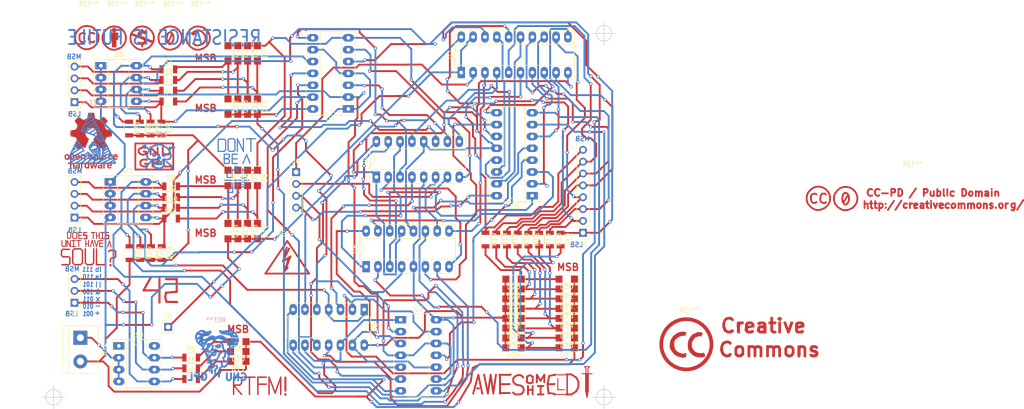
<source format=kicad_pcb>
(kicad_pcb (version 4) (host pcbnew 4.0.6)
  (layers (0 F.Cu signal) (31 B.Cu signal hide) (34 B.Paste user) (35 F.Paste user) (36 B.SilkS user) (37 F.SilkS user) (38 B.Mask user) (39 F.Mask user) (44 Edge.Cuts user))
  (net 0 "")
  (net 1 "Net-(BT1-Pad1)")
  (net 2 /Data_A)
  (net 3 "Net-(D1-Pad2)")
  (net 4 "Net-(D13-Pad1)")
  (net 5 "Net-(D14-Pad1)")
  (net 6 "Net-(D15-Pad1)")
  (net 7 "Net-(D16-Pad1)")
  (net 8 "Net-(D17-Pad1)")
  (net 9 "Net-(D18-Pad1)")
  (net 10 "Net-(D19-Pad1)")
  (net 11 "Net-(D9-Pad2)")
  (net 12 "Net-(D10-Pad2)")
  (net 13 "Net-(D11-Pad2)")
  (net 14 "Net-(D20-Pad2)")
  (net 15 "Net-(D21-Pad2)")
  (net 16 "Net-(D22-Pad2)")
  (net 17 "Net-(D23-Pad2)")
  (net 18 "Net-(D24-Pad2)")
  (net 19 "Net-(D25-Pad2)")
  (net 20 "Net-(D26-Pad2)")
  (net 21 "Net-(D27-Pad2)")
  (net 22 "Net-(J1-Pad1)")
  (net 23 "Net-(J1-Pad2)")
  (net 24 "Net-(J1-Pad3)")
  (net 25 "Net-(J1-Pad4)")
  (net 26 "Net-(J2-Pad1)")
  (net 27 "Net-(J2-Pad2)")
  (net 28 "Net-(J2-Pad3)")
  (net 29 "Net-(J2-Pad4)")
  (net 30 "Net-(J3-Pad1)")
  (net 31 "Net-(J3-Pad2)")
  (net 32 "Net-(J3-Pad3)")
  (net 33 "Net-(J4-Pad1)")
  (net 34 "Net-(J4-Pad2)")
  (net 35 "Net-(J4-Pad3)")
  (net 36 "Net-(J4-Pad4)")
  (net 37 "Net-(J4-Pad5)")
  (net 38 "Net-(J4-Pad6)")
  (net 39 "Net-(J4-Pad7)")
  (net 40 "Net-(J4-Pad8)")
  (net 41 "Net-(J5-Pad1)")
  (net 42 "Net-(J6-Pad1)")
  (net 43 "Net-(J6-Pad2)")
  (net 44 "Net-(J6-Pad3)")
  (net 45 "Net-(J6-Pad4)")
  (net 46 "Net-(U1-Pad8)")
  (net 47 "Net-(U1-Pad3)")
  (net 48 "Net-(U1-Pad11)")
  (net 49 "Net-(U1-Pad6)")
  (net 50 "Net-(U2-Pad8)")
  (net 51 "Net-(U2-Pad3)")
  (net 52 "Net-(U2-Pad11)")
  (net 53 "Net-(U2-Pad6)")
  (net 54 "Net-(U3-Pad8)")
  (net 55 "Net-(U3-Pad3)")
  (net 56 "Net-(U3-Pad11)")
  (net 57 "Net-(U3-Pad6)")
  (net 58 "Net-(U4-Pad1)")
  (net 59 "Net-(U4-Pad9)")
  (net 60 "Net-(U4-Pad2)")
  (net 61 "Net-(U4-Pad6)")
  (net 62 "Net-(U4-Pad14)")
  (net 63 "Net-(U4-Pad15)")
  (net 64 "Net-(U5-Pad9)")
  (net 65 "Net-(U5-Pad2)")
  (net 66 "Net-(U5-Pad6)")
  (net 67 "Net-(U5-Pad14)")
  (net 68 "Net-(U5-Pad15)")
  (net 69 "Net-(U6-Pad9)")
  (net 70 "Net-(U6-Pad2)")
  (net 71 "Net-(U6-Pad6)")
  (net 72 "Net-(U6-Pad14)")
  (net 73 /Control_Pin_from_Board_1)
  (net 74 "Net-(U10-Pad1)")
  (net 75 "Net-(U10-Pad8)")
  (module Housings_DIP:DIP-8_W7.62mm_Socket_LongPads (layer F.Cu) (at 25.15 21.95)
    (fp_text reference U8 (at 3.81 -2.33) (layer F.SilkS))
    (fp_text value LM741)
    (pad 1 thru_hole rect (at 0 0) (size 2.4 1.6) (drill 0.8) (layers *.Cu *.Mask) (net 1 "Net-(BT1-Pad1)"))
    (pad 5 thru_hole oval (at 7.62 7.62) (size 2.4 1.6) (drill 0.8) (layers *.Cu *.Mask) (net 22 "Net-(J1-Pad1)"))
    (pad 2 thru_hole oval (at 0 2.54) (size 2.4 1.6) (drill 0.8) (layers *.Cu *.Mask) (net 1 "Net-(BT1-Pad1)"))
    (pad 6 thru_hole oval (at 7.62 5.08) (size 2.4 1.6) (drill 0.8) (layers *.Cu *.Mask) (net 23 "Net-(J1-Pad2)"))
    (pad 3 thru_hole oval (at 0 5.08) (size 2.4 1.6) (drill 0.8) (layers *.Cu *.Mask) (net 1 "Net-(BT1-Pad1)"))
    (pad 7 thru_hole oval (at 7.62 2.54) (size 2.4 1.6) (drill 0.8) (layers *.Cu *.Mask) (net 24 "Net-(J1-Pad3)"))
    (pad 4 thru_hole oval (at 0 7.62) (size 2.4 1.6) (drill 0.8) (layers *.Cu *.Mask) (net 1 "Net-(BT1-Pad1)"))
    (pad 8 thru_hole oval (at 7.62 0) (size 2.4 1.6) (drill 0.8) (layers *.Cu *.Mask) (net 25 "Net-(J1-Pad4)"))
  )
  (module Connectors:bornier2 (layer F.Cu) (at 20.75 80.25 270)
    (fp_text reference BT1 (at 2.54 -5.08 270) (layer F.SilkS))
    (fp_text value Battery_Cell)
    (pad 1 thru_hole rect (at 0 0 270) (size 3 3) (drill 1.52) (layers *.Cu *.Mask) (net 1 "Net-(BT1-Pad1)"))
    (pad 2 thru_hole circle (at 5.08 0 270) (size 3 3) (drill 1.52) (layers *.Cu *.Mask) (net 2 /Data_A))
  )
  (module Pin_Headers:Pin_Header_Straight_1x04_Pitch2.54mm (layer F.Cu) (at 19.5 29.75 180)
    (fp_text reference J1 (at 0 -2.33 180) (layer F.SilkS))
    (fp_text value CONN_01X04)
    (pad 1 thru_hole rect (at 0 0 180) (size 1.7 1.7) (drill 1) (layers *.Cu *.Mask) (net 22 "Net-(J1-Pad1)"))
    (pad 2 thru_hole oval (at 0 2.54 180) (size 1.7 1.7) (drill 1) (layers *.Cu *.Mask) (net 23 "Net-(J1-Pad2)"))
    (pad 3 thru_hole oval (at 0 5.08 180) (size 1.7 1.7) (drill 1) (layers *.Cu *.Mask) (net 24 "Net-(J1-Pad3)"))
    (pad 4 thru_hole oval (at 0 7.62 180) (size 1.7 1.7) (drill 1) (layers *.Cu *.Mask) (net 25 "Net-(J1-Pad4)"))
  )
  (module Pin_Headers:Pin_Header_Straight_1x04_Pitch2.54mm (layer F.Cu) (at 19.5 54.5 180)
    (fp_text reference J2 (at 0 -2.33 180) (layer F.SilkS))
    (fp_text value CONN_01X04)
    (pad 1 thru_hole rect (at 0 0 180) (size 1.7 1.7) (drill 1) (layers *.Cu *.Mask) (net 26 "Net-(J2-Pad1)"))
    (pad 2 thru_hole oval (at 0 2.54 180) (size 1.7 1.7) (drill 1) (layers *.Cu *.Mask) (net 27 "Net-(J2-Pad2)"))
    (pad 3 thru_hole oval (at 0 5.08 180) (size 1.7 1.7) (drill 1) (layers *.Cu *.Mask) (net 28 "Net-(J2-Pad3)"))
    (pad 4 thru_hole oval (at 0 7.62 180) (size 1.7 1.7) (drill 1) (layers *.Cu *.Mask) (net 29 "Net-(J2-Pad4)"))
  )
  (module Pin_Headers:Pin_Header_Straight_1x03_Pitch2.54mm (layer F.Cu) (at 19.5 72.75 180)
    (fp_text reference J3 (at 0 -2.33 180) (layer F.SilkS))
    (fp_text value CONN_01X03)
    (pad 1 thru_hole rect (at 0 0 180) (size 1.7 1.7) (drill 1) (layers *.Cu *.Mask) (net 30 "Net-(J3-Pad1)"))
    (pad 2 thru_hole oval (at 0 2.54 180) (size 1.7 1.7) (drill 1) (layers *.Cu *.Mask) (net 31 "Net-(J3-Pad2)"))
    (pad 3 thru_hole oval (at 0 5.08 180) (size 1.7 1.7) (drill 1) (layers *.Cu *.Mask) (net 32 "Net-(J3-Pad3)"))
  )
  (module Pin_Headers:Pin_Header_Straight_1x08_Pitch2.54mm (layer F.Cu) (at 128.5 57.75 180)
    (fp_text reference J4 (at 0 -2.33 180) (layer F.SilkS))
    (fp_text value CONN_01X08)
    (pad 1 thru_hole rect (at 0 0 180) (size 1.7 1.7) (drill 1) (layers *.Cu *.Mask) (net 33 "Net-(J4-Pad1)"))
    (pad 2 thru_hole oval (at 0 2.54 180) (size 1.7 1.7) (drill 1) (layers *.Cu *.Mask) (net 34 "Net-(J4-Pad2)"))
    (pad 3 thru_hole oval (at 0 5.08 180) (size 1.7 1.7) (drill 1) (layers *.Cu *.Mask) (net 35 "Net-(J4-Pad3)"))
    (pad 4 thru_hole oval (at 0 7.62 180) (size 1.7 1.7) (drill 1) (layers *.Cu *.Mask) (net 36 "Net-(J4-Pad4)"))
    (pad 5 thru_hole oval (at 0 10.16 180) (size 1.7 1.7) (drill 1) (layers *.Cu *.Mask) (net 37 "Net-(J4-Pad5)"))
    (pad 6 thru_hole oval (at 0 12.7 180) (size 1.7 1.7) (drill 1) (layers *.Cu *.Mask) (net 38 "Net-(J4-Pad6)"))
    (pad 7 thru_hole oval (at 0 15.24 180) (size 1.7 1.7) (drill 1) (layers *.Cu *.Mask) (net 39 "Net-(J4-Pad7)"))
    (pad 8 thru_hole oval (at 0 17.78 180) (size 1.7 1.7) (drill 1) (layers *.Cu *.Mask) (net 40 "Net-(J4-Pad8)"))
  )
  (module Pin_Headers:Pin_Header_Straight_1x01_Pitch2.54mm (layer F.Cu) (at 39.575 77.925)
    (fp_text reference J5 (at 0 -2.33) (layer F.SilkS))
    (fp_text value CONN_01X01)
    (pad 1 thru_hole rect (at 0 0) (size 1.7 1.7) (drill 1) (layers *.Cu *.Mask) (net 41 "Net-(J5-Pad1)"))
  )
  (module Pin_Headers:Pin_Header_Straight_1x04_Pitch2.54mm (layer F.Cu) (at 67 44.75)
    (fp_text reference J6 (at 0 -2.33) (layer F.SilkS))
    (fp_text value CONN_01X04)
    (pad 1 thru_hole rect (at 0 0) (size 1.7 1.7) (drill 1) (layers *.Cu *.Mask) (net 42 "Net-(J6-Pad1)"))
    (pad 2 thru_hole oval (at 0 2.54) (size 1.7 1.7) (drill 1) (layers *.Cu *.Mask) (net 43 "Net-(J6-Pad2)"))
    (pad 3 thru_hole oval (at 0 5.08) (size 1.7 1.7) (drill 1) (layers *.Cu *.Mask) (net 44 "Net-(J6-Pad3)"))
    (pad 4 thru_hole oval (at 0 7.62) (size 1.7 1.7) (drill 1) (layers *.Cu *.Mask) (net 45 "Net-(J6-Pad4)"))
  )
  (module Housings_DIP:DIP-14_W7.62mm_Socket_LongPads (layer F.Cu) (at 78.2 31.2 180)
    (fp_text reference U1 (at 3.81 -2.33 180) (layer F.SilkS))
    (fp_text value 74LS08)
    (pad 1 thru_hole rect (at 0 0 180) (size 2.4 1.6) (drill 0.8) (layers *.Cu *.Mask) (net 26 "Net-(J2-Pad1)"))
    (pad 8 thru_hole oval (at 7.62 15.24 180) (size 2.4 1.6) (drill 0.8) (layers *.Cu *.Mask) (net 46 "Net-(U1-Pad8)"))
    (pad 2 thru_hole oval (at 0 2.54 180) (size 2.4 1.6) (drill 0.8) (layers *.Cu *.Mask) (net 23 "Net-(J1-Pad2)"))
    (pad 9 thru_hole oval (at 7.62 12.7 180) (size 2.4 1.6) (drill 0.8) (layers *.Cu *.Mask) (net 26 "Net-(J2-Pad1)"))
    (pad 3 thru_hole oval (at 0 5.08 180) (size 2.4 1.6) (drill 0.8) (layers *.Cu *.Mask) (net 47 "Net-(U1-Pad3)"))
    (pad 10 thru_hole oval (at 7.62 10.16 180) (size 2.4 1.6) (drill 0.8) (layers *.Cu *.Mask) (net 25 "Net-(J1-Pad4)"))
    (pad 4 thru_hole oval (at 0 7.62 180) (size 2.4 1.6) (drill 0.8) (layers *.Cu *.Mask) (net 26 "Net-(J2-Pad1)"))
    (pad 11 thru_hole oval (at 7.62 7.62 180) (size 2.4 1.6) (drill 0.8) (layers *.Cu *.Mask) (net 48 "Net-(U1-Pad11)"))
    (pad 5 thru_hole oval (at 0 10.16 180) (size 2.4 1.6) (drill 0.8) (layers *.Cu *.Mask) (net 24 "Net-(J1-Pad3)"))
    (pad 12 thru_hole oval (at 7.62 5.08 180) (size 2.4 1.6) (drill 0.8) (layers *.Cu *.Mask) (net 27 "Net-(J2-Pad2)"))
    (pad 6 thru_hole oval (at 0 12.7 180) (size 2.4 1.6) (drill 0.8) (layers *.Cu *.Mask) (net 49 "Net-(U1-Pad6)"))
    (pad 13 thru_hole oval (at 7.62 2.54 180) (size 2.4 1.6) (drill 0.8) (layers *.Cu *.Mask) (net 22 "Net-(J1-Pad1)"))
    (pad 7 thru_hole oval (at 0 15.24 180) (size 2.4 1.6) (drill 0.8) (layers *.Cu *.Mask) (net 2 /Data_A))
    (pad 14 thru_hole oval (at 7.62 0 180) (size 2.4 1.6) (drill 0.8) (layers *.Cu *.Mask) (net 1 "Net-(BT1-Pad1)"))
  )
  (module Housings_DIP:DIP-14_W7.62mm_Socket_LongPads (layer F.Cu) (at 81.6 74.2 270)
    (fp_text reference U2 (at 3.81 -2.33 270) (layer F.SilkS))
    (fp_text value 74LS08)
    (pad 1 thru_hole rect (at 0 0 270) (size 2.4 1.6) (drill 0.8) (layers *.Cu *.Mask) (net 27 "Net-(J2-Pad2)"))
    (pad 8 thru_hole oval (at 7.62 15.24 270) (size 2.4 1.6) (drill 0.8) (layers *.Cu *.Mask) (net 50 "Net-(U2-Pad8)"))
    (pad 2 thru_hole oval (at 0 2.54 270) (size 2.4 1.6) (drill 0.8) (layers *.Cu *.Mask) (net 24 "Net-(J1-Pad3)"))
    (pad 9 thru_hole oval (at 7.62 12.7 270) (size 2.4 1.6) (drill 0.8) (layers *.Cu *.Mask) (net 28 "Net-(J2-Pad3)"))
    (pad 3 thru_hole oval (at 0 5.08 270) (size 2.4 1.6) (drill 0.8) (layers *.Cu *.Mask) (net 51 "Net-(U2-Pad3)"))
    (pad 10 thru_hole oval (at 7.62 10.16 270) (size 2.4 1.6) (drill 0.8) (layers *.Cu *.Mask) (net 22 "Net-(J1-Pad1)"))
    (pad 4 thru_hole oval (at 0 7.62 270) (size 2.4 1.6) (drill 0.8) (layers *.Cu *.Mask) (net 27 "Net-(J2-Pad2)"))
    (pad 11 thru_hole oval (at 7.62 7.62 270) (size 2.4 1.6) (drill 0.8) (layers *.Cu *.Mask) (net 52 "Net-(U2-Pad11)"))
    (pad 5 thru_hole oval (at 0 10.16 270) (size 2.4 1.6) (drill 0.8) (layers *.Cu *.Mask) (net 25 "Net-(J1-Pad4)"))
    (pad 12 thru_hole oval (at 7.62 5.08 270) (size 2.4 1.6) (drill 0.8) (layers *.Cu *.Mask) (net 28 "Net-(J2-Pad3)"))
    (pad 6 thru_hole oval (at 0 12.7 270) (size 2.4 1.6) (drill 0.8) (layers *.Cu *.Mask) (net 53 "Net-(U2-Pad6)"))
    (pad 13 thru_hole oval (at 7.62 2.54 270) (size 2.4 1.6) (drill 0.8) (layers *.Cu *.Mask) (net 23 "Net-(J1-Pad2)"))
    (pad 7 thru_hole oval (at 0 15.24 270) (size 2.4 1.6) (drill 0.8) (layers *.Cu *.Mask) (net 2 /Data_A))
    (pad 14 thru_hole oval (at 7.62 0 270) (size 2.4 1.6) (drill 0.8) (layers *.Cu *.Mask) (net 1 "Net-(BT1-Pad1)"))
  )
  (module Housings_DIP:DIP-14_W7.62mm_Socket_LongPads (layer F.Cu) (at 89.4 76.4)
    (fp_text reference U3 (at 3.81 -2.33) (layer F.SilkS))
    (fp_text value 74LS08)
    (pad 1 thru_hole rect (at 0 0) (size 2.4 1.6) (drill 0.8) (layers *.Cu *.Mask) (net 28 "Net-(J2-Pad3)"))
    (pad 8 thru_hole oval (at 7.62 15.24) (size 2.4 1.6) (drill 0.8) (layers *.Cu *.Mask) (net 54 "Net-(U3-Pad8)"))
    (pad 2 thru_hole oval (at 0 2.54) (size 2.4 1.6) (drill 0.8) (layers *.Cu *.Mask) (net 25 "Net-(J1-Pad4)"))
    (pad 9 thru_hole oval (at 7.62 12.7) (size 2.4 1.6) (drill 0.8) (layers *.Cu *.Mask) (net 29 "Net-(J2-Pad4)"))
    (pad 3 thru_hole oval (at 0 5.08) (size 2.4 1.6) (drill 0.8) (layers *.Cu *.Mask) (net 55 "Net-(U3-Pad3)"))
    (pad 10 thru_hole oval (at 7.62 10.16) (size 2.4 1.6) (drill 0.8) (layers *.Cu *.Mask) (net 23 "Net-(J1-Pad2)"))
    (pad 4 thru_hole oval (at 0 7.62) (size 2.4 1.6) (drill 0.8) (layers *.Cu *.Mask) (net 29 "Net-(J2-Pad4)"))
    (pad 11 thru_hole oval (at 7.62 7.62) (size 2.4 1.6) (drill 0.8) (layers *.Cu *.Mask) (net 56 "Net-(U3-Pad11)"))
    (pad 5 thru_hole oval (at 0 10.16) (size 2.4 1.6) (drill 0.8) (layers *.Cu *.Mask) (net 22 "Net-(J1-Pad1)"))
    (pad 12 thru_hole oval (at 7.62 5.08) (size 2.4 1.6) (drill 0.8) (layers *.Cu *.Mask) (net 29 "Net-(J2-Pad4)"))
    (pad 6 thru_hole oval (at 0 12.7) (size 2.4 1.6) (drill 0.8) (layers *.Cu *.Mask) (net 57 "Net-(U3-Pad6)"))
    (pad 13 thru_hole oval (at 7.62 2.54) (size 2.4 1.6) (drill 0.8) (layers *.Cu *.Mask) (net 24 "Net-(J1-Pad3)"))
    (pad 7 thru_hole oval (at 0 15.24) (size 2.4 1.6) (drill 0.8) (layers *.Cu *.Mask) (net 2 /Data_A))
    (pad 14 thru_hole oval (at 7.62 0) (size 2.4 1.6) (drill 0.8) (layers *.Cu *.Mask) (net 1 "Net-(BT1-Pad1)"))
  )
  (module Housings_DIP:DIP-16_W7.62mm_Socket_LongPads (layer F.Cu) (at 84.2 45.8 90)
    (fp_text reference U4 (at 3.81 -2.33 90) (layer F.SilkS))
    (fp_text value 74LS83)
    (pad 1 thru_hole rect (at 0 0 90) (size 2.4 1.6) (drill 0.8) (layers *.Cu *.Mask) (net 58 "Net-(U4-Pad1)"))
    (pad 9 thru_hole oval (at 7.62 17.78 90) (size 2.4 1.6) (drill 0.8) (layers *.Cu *.Mask) (net 59 "Net-(U4-Pad9)"))
    (pad 2 thru_hole oval (at 0 2.54 90) (size 2.4 1.6) (drill 0.8) (layers *.Cu *.Mask) (net 60 "Net-(U4-Pad2)"))
    (pad 10 thru_hole oval (at 7.62 15.24 90) (size 2.4 1.6) (drill 0.8) (layers *.Cu *.Mask) (net 47 "Net-(U1-Pad3)"))
    (pad 3 thru_hole oval (at 0 5.08 90) (size 2.4 1.6) (drill 0.8) (layers *.Cu *.Mask) (net 46 "Net-(U1-Pad8)"))
    (pad 11 thru_hole oval (at 7.62 12.7 90) (size 2.4 1.6) (drill 0.8) (layers *.Cu *.Mask) (net 48 "Net-(U1-Pad11)"))
    (pad 4 thru_hole oval (at 0 7.62 90) (size 2.4 1.6) (drill 0.8) (layers *.Cu *.Mask) (net 51 "Net-(U2-Pad3)"))
    (pad 12 thru_hole oval (at 7.62 10.16 90) (size 2.4 1.6) (drill 0.8) (layers *.Cu *.Mask) (net 2 /Data_A))
    (pad 5 thru_hole oval (at 0 10.16 90) (size 2.4 1.6) (drill 0.8) (layers *.Cu *.Mask) (net 1 "Net-(BT1-Pad1)"))
    (pad 13 thru_hole oval (at 7.62 7.62 90) (size 2.4 1.6) (drill 0.8) (layers *.Cu *.Mask) (net 58 "Net-(U4-Pad1)"))
    (pad 6 thru_hole oval (at 0 12.7 90) (size 2.4 1.6) (drill 0.8) (layers *.Cu *.Mask) (net 61 "Net-(U4-Pad6)"))
    (pad 14 thru_hole oval (at 7.62 5.08 90) (size 2.4 1.6) (drill 0.8) (layers *.Cu *.Mask) (net 62 "Net-(U4-Pad14)"))
    (pad 7 thru_hole oval (at 0 15.24 90) (size 2.4 1.6) (drill 0.8) (layers *.Cu *.Mask) (net 43 "Net-(J6-Pad2)"))
    (pad 15 thru_hole oval (at 7.62 2.54 90) (size 2.4 1.6) (drill 0.8) (layers *.Cu *.Mask) (net 63 "Net-(U4-Pad15)"))
    (pad 8 thru_hole oval (at 0 17.78 90) (size 2.4 1.6) (drill 0.8) (layers *.Cu *.Mask) (net 49 "Net-(U1-Pad6)"))
    (pad 16 thru_hole oval (at 7.62 0 90) (size 2.4 1.6) (drill 0.8) (layers *.Cu *.Mask) (net 53 "Net-(U2-Pad6)"))
  )
  (module Housings_DIP:DIP-16_W7.62mm_Socket_LongPads (layer F.Cu) (at 82 65 90)
    (fp_text reference U5 (at 3.81 -2.33 90) (layer F.SilkS))
    (fp_text value 74LS83)
    (pad 1 thru_hole rect (at 0 0 90) (size 2.4 1.6) (drill 0.8) (layers *.Cu *.Mask) (net 62 "Net-(U4-Pad14)"))
    (pad 9 thru_hole oval (at 7.62 17.78 90) (size 2.4 1.6) (drill 0.8) (layers *.Cu *.Mask) (net 64 "Net-(U5-Pad9)"))
    (pad 2 thru_hole oval (at 0 2.54 90) (size 2.4 1.6) (drill 0.8) (layers *.Cu *.Mask) (net 65 "Net-(U5-Pad2)"))
    (pad 10 thru_hole oval (at 7.62 15.24 90) (size 2.4 1.6) (drill 0.8) (layers *.Cu *.Mask) (net 61 "Net-(U4-Pad6)"))
    (pad 3 thru_hole oval (at 0 5.08 90) (size 2.4 1.6) (drill 0.8) (layers *.Cu *.Mask) (net 63 "Net-(U4-Pad15)"))
    (pad 11 thru_hole oval (at 7.62 12.7 90) (size 2.4 1.6) (drill 0.8) (layers *.Cu *.Mask) (net 50 "Net-(U2-Pad8)"))
    (pad 4 thru_hole oval (at 0 7.62 90) (size 2.4 1.6) (drill 0.8) (layers *.Cu *.Mask) (net 44 "Net-(J6-Pad3)"))
    (pad 12 thru_hole oval (at 7.62 10.16 90) (size 2.4 1.6) (drill 0.8) (layers *.Cu *.Mask) (net 2 /Data_A))
    (pad 5 thru_hole oval (at 0 10.16 90) (size 2.4 1.6) (drill 0.8) (layers *.Cu *.Mask) (net 1 "Net-(BT1-Pad1)"))
    (pad 13 thru_hole oval (at 7.62 7.62 90) (size 2.4 1.6) (drill 0.8) (layers *.Cu *.Mask) (net 58 "Net-(U4-Pad1)"))
    (pad 6 thru_hole oval (at 0 12.7 90) (size 2.4 1.6) (drill 0.8) (layers *.Cu *.Mask) (net 66 "Net-(U5-Pad6)"))
    (pad 14 thru_hole oval (at 7.62 5.08 90) (size 2.4 1.6) (drill 0.8) (layers *.Cu *.Mask) (net 67 "Net-(U5-Pad14)"))
    (pad 7 thru_hole oval (at 0 15.24 90) (size 2.4 1.6) (drill 0.8) (layers *.Cu *.Mask) (net 52 "Net-(U2-Pad11)"))
    (pad 15 thru_hole oval (at 7.62 2.54 90) (size 2.4 1.6) (drill 0.8) (layers *.Cu *.Mask) (net 68 "Net-(U5-Pad15)"))
    (pad 8 thru_hole oval (at 0 17.78 90) (size 2.4 1.6) (drill 0.8) (layers *.Cu *.Mask) (net 60 "Net-(U4-Pad2)"))
    (pad 16 thru_hole oval (at 7.62 0 90) (size 2.4 1.6) (drill 0.8) (layers *.Cu *.Mask) (net 55 "Net-(U3-Pad3)"))
  )
  (module Housings_DIP:DIP-16_W7.62mm_Socket_LongPads (layer F.Cu) (at 117.6 49.8 180)
    (fp_text reference U6 (at 3.81 -2.33 180) (layer F.SilkS))
    (fp_text value 74LS83)
    (pad 1 thru_hole rect (at 0 0 180) (size 2.4 1.6) (drill 0.8) (layers *.Cu *.Mask) (net 67 "Net-(U5-Pad14)"))
    (pad 9 thru_hole oval (at 7.62 17.78 180) (size 2.4 1.6) (drill 0.8) (layers *.Cu *.Mask) (net 69 "Net-(U6-Pad9)"))
    (pad 2 thru_hole oval (at 0 2.54 180) (size 2.4 1.6) (drill 0.8) (layers *.Cu *.Mask) (net 70 "Net-(U6-Pad2)"))
    (pad 10 thru_hole oval (at 7.62 15.24 180) (size 2.4 1.6) (drill 0.8) (layers *.Cu *.Mask) (net 66 "Net-(U5-Pad6)"))
    (pad 3 thru_hole oval (at 0 5.08 180) (size 2.4 1.6) (drill 0.8) (layers *.Cu *.Mask) (net 68 "Net-(U5-Pad15)"))
    (pad 11 thru_hole oval (at 7.62 12.7 180) (size 2.4 1.6) (drill 0.8) (layers *.Cu *.Mask) (net 57 "Net-(U3-Pad6)"))
    (pad 4 thru_hole oval (at 0 7.62 180) (size 2.4 1.6) (drill 0.8) (layers *.Cu *.Mask) (net 56 "Net-(U3-Pad11)"))
    (pad 12 thru_hole oval (at 7.62 10.16 180) (size 2.4 1.6) (drill 0.8) (layers *.Cu *.Mask) (net 2 /Data_A))
    (pad 5 thru_hole oval (at 0 10.16 180) (size 2.4 1.6) (drill 0.8) (layers *.Cu *.Mask) (net 1 "Net-(BT1-Pad1)"))
    (pad 13 thru_hole oval (at 7.62 7.62 180) (size 2.4 1.6) (drill 0.8) (layers *.Cu *.Mask) (net 58 "Net-(U4-Pad1)"))
    (pad 6 thru_hole oval (at 0 12.7 180) (size 2.4 1.6) (drill 0.8) (layers *.Cu *.Mask) (net 71 "Net-(U6-Pad6)"))
    (pad 14 thru_hole oval (at 7.62 5.08 180) (size 2.4 1.6) (drill 0.8) (layers *.Cu *.Mask) (net 72 "Net-(U6-Pad14)"))
    (pad 7 thru_hole oval (at 0 15.24 180) (size 2.4 1.6) (drill 0.8) (layers *.Cu *.Mask) (net 54 "Net-(U3-Pad8)"))
    (pad 15 thru_hole oval (at 7.62 2.54 180) (size 2.4 1.6) (drill 0.8) (layers *.Cu *.Mask) (net 73 /Control_Pin_from_Board_1))
    (pad 8 thru_hole oval (at 0 17.78 180) (size 2.4 1.6) (drill 0.8) (layers *.Cu *.Mask) (net 65 "Net-(U5-Pad2)"))
    (pad 16 thru_hole oval (at 7.62 0 180) (size 2.4 1.6) (drill 0.8) (layers *.Cu *.Mask) (net 45 "Net-(J6-Pad4)"))
  )
  (module Housings_DIP:DIP-20_W7.62mm_Socket_LongPads (layer F.Cu) (at 102.4 23.4 90)
    (fp_text reference U7 (at 3.81 -2.33 90) (layer F.SilkS))
    (fp_text value 74LS244)
    (pad 1 thru_hole rect (at 0 0 90) (size 2.4 1.6) (drill 0.8) (layers *.Cu *.Mask) (net 41 "Net-(J5-Pad1)"))
    (pad 11 thru_hole oval (at 7.62 22.86 90) (size 2.4 1.6) (drill 0.8) (layers *.Cu *.Mask) (net 71 "Net-(U6-Pad6)"))
    (pad 2 thru_hole oval (at 0 2.54 90) (size 2.4 1.6) (drill 0.8) (layers *.Cu *.Mask) (net 42 "Net-(J6-Pad1)"))
    (pad 12 thru_hole oval (at 7.62 20.32 90) (size 2.4 1.6) (drill 0.8) (layers *.Cu *.Mask) (net 36 "Net-(J4-Pad4)"))
    (pad 3 thru_hole oval (at 0 5.08 90) (size 2.4 1.6) (drill 0.8) (layers *.Cu *.Mask) (net 40 "Net-(J4-Pad8)"))
    (pad 13 thru_hole oval (at 7.62 17.78 90) (size 2.4 1.6) (drill 0.8) (layers *.Cu *.Mask) (net 70 "Net-(U6-Pad2)"))
    (pad 4 thru_hole oval (at 0 7.62 90) (size 2.4 1.6) (drill 0.8) (layers *.Cu *.Mask) (net 59 "Net-(U4-Pad9)"))
    (pad 14 thru_hole oval (at 7.62 15.24 90) (size 2.4 1.6) (drill 0.8) (layers *.Cu *.Mask) (net 35 "Net-(J4-Pad3)"))
    (pad 5 thru_hole oval (at 0 10.16 90) (size 2.4 1.6) (drill 0.8) (layers *.Cu *.Mask) (net 39 "Net-(J4-Pad7)"))
    (pad 15 thru_hole oval (at 7.62 12.7 90) (size 2.4 1.6) (drill 0.8) (layers *.Cu *.Mask) (net 73 /Control_Pin_from_Board_1))
    (pad 6 thru_hole oval (at 0 12.7 90) (size 2.4 1.6) (drill 0.8) (layers *.Cu *.Mask) (net 64 "Net-(U5-Pad9)"))
    (pad 16 thru_hole oval (at 7.62 10.16 90) (size 2.4 1.6) (drill 0.8) (layers *.Cu *.Mask) (net 34 "Net-(J4-Pad2)"))
    (pad 7 thru_hole oval (at 0 15.24 90) (size 2.4 1.6) (drill 0.8) (layers *.Cu *.Mask) (net 38 "Net-(J4-Pad6)"))
    (pad 17 thru_hole oval (at 7.62 7.62 90) (size 2.4 1.6) (drill 0.8) (layers *.Cu *.Mask) (net 72 "Net-(U6-Pad14)"))
    (pad 8 thru_hole oval (at 0 17.78 90) (size 2.4 1.6) (drill 0.8) (layers *.Cu *.Mask) (net 69 "Net-(U6-Pad9)"))
    (pad 18 thru_hole oval (at 7.62 5.08 90) (size 2.4 1.6) (drill 0.8) (layers *.Cu *.Mask) (net 33 "Net-(J4-Pad1)"))
    (pad 9 thru_hole oval (at 0 20.32 90) (size 2.4 1.6) (drill 0.8) (layers *.Cu *.Mask) (net 37 "Net-(J4-Pad5)"))
    (pad 19 thru_hole oval (at 7.62 2.54 90) (size 2.4 1.6) (drill 0.8) (layers *.Cu *.Mask) (net 41 "Net-(J5-Pad1)"))
    (pad 10 thru_hole oval (at 0 22.86 90) (size 2.4 1.6) (drill 0.8) (layers *.Cu *.Mask) (net 2 /Data_A))
    (pad 20 thru_hole oval (at 7.62 0 90) (size 2.4 1.6) (drill 0.8) (layers *.Cu *.Mask) (net 1 "Net-(BT1-Pad1)"))
  )
  (module Housings_DIP:DIP-8_W7.62mm_Socket_LongPads (layer F.Cu) (at 27.15 46.85)
    (fp_text reference U9 (at 3.81 -2.33) (layer F.SilkS))
    (fp_text value LM741)
    (pad 1 thru_hole rect (at 0 0) (size 2.4 1.6) (drill 0.8) (layers *.Cu *.Mask) (net 1 "Net-(BT1-Pad1)"))
    (pad 5 thru_hole oval (at 7.62 7.62) (size 2.4 1.6) (drill 0.8) (layers *.Cu *.Mask) (net 26 "Net-(J2-Pad1)"))
    (pad 2 thru_hole oval (at 0 2.54) (size 2.4 1.6) (drill 0.8) (layers *.Cu *.Mask) (net 1 "Net-(BT1-Pad1)"))
    (pad 6 thru_hole oval (at 7.62 5.08) (size 2.4 1.6) (drill 0.8) (layers *.Cu *.Mask) (net 27 "Net-(J2-Pad2)"))
    (pad 3 thru_hole oval (at 0 5.08) (size 2.4 1.6) (drill 0.8) (layers *.Cu *.Mask) (net 1 "Net-(BT1-Pad1)"))
    (pad 7 thru_hole oval (at 7.62 2.54) (size 2.4 1.6) (drill 0.8) (layers *.Cu *.Mask) (net 28 "Net-(J2-Pad3)"))
    (pad 4 thru_hole oval (at 0 7.62) (size 2.4 1.6) (drill 0.8) (layers *.Cu *.Mask) (net 1 "Net-(BT1-Pad1)"))
    (pad 8 thru_hole oval (at 7.62 0) (size 2.4 1.6) (drill 0.8) (layers *.Cu *.Mask) (net 29 "Net-(J2-Pad4)"))
  )
  (module Housings_DIP:DIP-8_W7.62mm_Socket_LongPads (layer F.Cu) (at 29 82)
    (fp_text reference U10 (at 3.81 -2.33) (layer F.SilkS))
    (fp_text value LM741)
    (pad 1 thru_hole rect (at 0 0) (size 2.4 1.6) (drill 0.8) (layers *.Cu *.Mask) (net 74 "Net-(U10-Pad1)"))
    (pad 5 thru_hole oval (at 7.62 7.62) (size 2.4 1.6) (drill 0.8) (layers *.Cu *.Mask) (net 32 "Net-(J3-Pad3)"))
    (pad 2 thru_hole oval (at 0 2.54) (size 2.4 1.6) (drill 0.8) (layers *.Cu *.Mask) (net 1 "Net-(BT1-Pad1)"))
    (pad 6 thru_hole oval (at 7.62 5.08) (size 2.4 1.6) (drill 0.8) (layers *.Cu *.Mask) (net 31 "Net-(J3-Pad2)"))
    (pad 3 thru_hole oval (at 0 5.08) (size 2.4 1.6) (drill 0.8) (layers *.Cu *.Mask) (net 1 "Net-(BT1-Pad1)"))
    (pad 7 thru_hole oval (at 7.62 2.54) (size 2.4 1.6) (drill 0.8) (layers *.Cu *.Mask) (net 30 "Net-(J3-Pad1)"))
    (pad 4 thru_hole oval (at 0 7.62) (size 2.4 1.6) (drill 0.8) (layers *.Cu *.Mask) (net 1 "Net-(BT1-Pad1)"))
    (pad 8 thru_hole oval (at 7.62 0) (size 2.4 1.6) (drill 0.8) (layers *.Cu *.Mask) (net 75 "Net-(U10-Pad8)"))
  )
  (module LEDs:LED_1206 (layer F.Cu) (at 52.4 19.3 270)
    (fp_text reference D1 (at 0 -1.6 270) (layer F.SilkS))
    (fp_text value LED)
    (pad 2 smd rect (at 1.65 0 90) (size 1.5 1.5) (layers F.Cu F.Paste F.Mask) (net 3 "Net-(D1-Pad2)"))
    (pad 1 smd rect (at -1.65 0 90) (size 1.5 1.5) (layers F.Cu F.Paste F.Mask) (net 2 /Data_A))
  )
  (module LEDs:LED_1206 (layer F.Cu) (at 54.5 19.3 270)
    (fp_text reference D2 (at 0 -1.6 270) (layer F.SilkS))
    (fp_text value LED)
    (pad 2 smd rect (at 1.65 0 90) (size 1.5 1.5) (layers F.Cu F.Paste F.Mask) (net 4 "Net-(D13-Pad1)"))
    (pad 1 smd rect (at -1.65 0 90) (size 1.5 1.5) (layers F.Cu F.Paste F.Mask) (net 2 /Data_A))
  )
  (module LEDs:LED_1206 (layer F.Cu) (at 56.6 19.3 270)
    (fp_text reference D3 (at 0 -1.6 270) (layer F.SilkS))
    (fp_text value LED)
    (pad 2 smd rect (at 1.65 0 90) (size 1.5 1.5) (layers F.Cu F.Paste F.Mask) (net 5 "Net-(D14-Pad1)"))
    (pad 1 smd rect (at -1.65 0 90) (size 1.5 1.5) (layers F.Cu F.Paste F.Mask) (net 2 /Data_A))
  )
  (module LEDs:LED_1206 (layer F.Cu) (at 58.7 19.3 270)
    (fp_text reference D4 (at 0 -1.6 270) (layer F.SilkS))
    (fp_text value LED)
    (pad 2 smd rect (at 1.65 0 90) (size 1.5 1.5) (layers F.Cu F.Paste F.Mask) (net 6 "Net-(D15-Pad1)"))
    (pad 1 smd rect (at -1.65 0 90) (size 1.5 1.5) (layers F.Cu F.Paste F.Mask) (net 2 /Data_A))
  )
  (module LEDs:LED_1206 (layer F.Cu) (at 52.4 46 270)
    (fp_text reference D5 (at 0 -1.6 270) (layer F.SilkS))
    (fp_text value LED)
    (pad 2 smd rect (at 1.65 0 90) (size 1.5 1.5) (layers F.Cu F.Paste F.Mask) (net 7 "Net-(D16-Pad1)"))
    (pad 1 smd rect (at -1.65 0 90) (size 1.5 1.5) (layers F.Cu F.Paste F.Mask) (net 2 /Data_A))
  )
  (module LEDs:LED_1206 (layer F.Cu) (at 54.5 46 270)
    (fp_text reference D6 (at 0 -1.6 270) (layer F.SilkS))
    (fp_text value LED)
    (pad 2 smd rect (at 1.65 0 90) (size 1.5 1.5) (layers F.Cu F.Paste F.Mask) (net 8 "Net-(D17-Pad1)"))
    (pad 1 smd rect (at -1.65 0 90) (size 1.5 1.5) (layers F.Cu F.Paste F.Mask) (net 2 /Data_A))
  )
  (module LEDs:LED_1206 (layer F.Cu) (at 56.6 46 270)
    (fp_text reference D7 (at 0 -1.6 270) (layer F.SilkS))
    (fp_text value LED)
    (pad 2 smd rect (at 1.65 0 90) (size 1.5 1.5) (layers F.Cu F.Paste F.Mask) (net 9 "Net-(D18-Pad1)"))
    (pad 1 smd rect (at -1.65 0 90) (size 1.5 1.5) (layers F.Cu F.Paste F.Mask) (net 2 /Data_A))
  )
  (module LEDs:LED_1206 (layer F.Cu) (at 58.7 46 270)
    (fp_text reference D8 (at 0 -1.6 270) (layer F.SilkS))
    (fp_text value LED)
    (pad 2 smd rect (at 1.65 0 90) (size 1.5 1.5) (layers F.Cu F.Paste F.Mask) (net 10 "Net-(D19-Pad1)"))
    (pad 1 smd rect (at -1.65 0 90) (size 1.5 1.5) (layers F.Cu F.Paste F.Mask) (net 2 /Data_A))
  )
  (module LEDs:LED_1206 (layer F.Cu) (at 54.6 81.1 180)
    (fp_text reference D9 (at 0 -1.6 180) (layer F.SilkS))
    (fp_text value LED)
    (pad 2 smd rect (at 1.65 0) (size 1.5 1.5) (layers F.Cu F.Paste F.Mask) (net 11 "Net-(D9-Pad2)"))
    (pad 1 smd rect (at -1.65 0) (size 1.5 1.5) (layers F.Cu F.Paste F.Mask) (net 2 /Data_A))
  )
  (module LEDs:LED_1206 (layer F.Cu) (at 54.6 83.2 180)
    (fp_text reference D10 (at 0 -1.6 180) (layer F.SilkS))
    (fp_text value LED)
    (pad 2 smd rect (at 1.65 0) (size 1.5 1.5) (layers F.Cu F.Paste F.Mask) (net 12 "Net-(D10-Pad2)"))
    (pad 1 smd rect (at -1.65 0) (size 1.5 1.5) (layers F.Cu F.Paste F.Mask) (net 2 /Data_A))
  )
  (module LEDs:LED_1206 (layer F.Cu) (at 54.6 85.3 180)
    (fp_text reference D11 (at 0 -1.6 180) (layer F.SilkS))
    (fp_text value LED)
    (pad 2 smd rect (at 1.65 0) (size 1.5 1.5) (layers F.Cu F.Paste F.Mask) (net 13 "Net-(D11-Pad2)"))
    (pad 1 smd rect (at -1.65 0) (size 1.5 1.5) (layers F.Cu F.Paste F.Mask) (net 2 /Data_A))
  )
  (module LEDs:LED_1206 (layer F.Cu) (at 52.4 30.7 270)
    (fp_text reference D12 (at 0 -1.6 270) (layer F.SilkS))
    (fp_text value LED)
    (pad 2 smd rect (at 1.65 0 90) (size 1.5 1.5) (layers F.Cu F.Paste F.Mask) (net 1 "Net-(BT1-Pad1)"))
    (pad 1 smd rect (at -1.65 0 90) (size 1.5 1.5) (layers F.Cu F.Paste F.Mask) (net 3 "Net-(D1-Pad2)"))
  )
  (module LEDs:LED_1206 (layer F.Cu) (at 54.5 30.7 270)
    (fp_text reference D13 (at 0 -1.6 270) (layer F.SilkS))
    (fp_text value LED)
    (pad 2 smd rect (at 1.65 0 90) (size 1.5 1.5) (layers F.Cu F.Paste F.Mask) (net 1 "Net-(BT1-Pad1)"))
    (pad 1 smd rect (at -1.65 0 90) (size 1.5 1.5) (layers F.Cu F.Paste F.Mask) (net 4 "Net-(D13-Pad1)"))
  )
  (module LEDs:LED_1206 (layer F.Cu) (at 56.6 30.7 270)
    (fp_text reference D14 (at 0 -1.6 270) (layer F.SilkS))
    (fp_text value LED)
    (pad 2 smd rect (at 1.65 0 90) (size 1.5 1.5) (layers F.Cu F.Paste F.Mask) (net 1 "Net-(BT1-Pad1)"))
    (pad 1 smd rect (at -1.65 0 90) (size 1.5 1.5) (layers F.Cu F.Paste F.Mask) (net 5 "Net-(D14-Pad1)"))
  )
  (module LEDs:LED_1206 (layer F.Cu) (at 58.7 30.7 270)
    (fp_text reference D15 (at 0 -1.6 270) (layer F.SilkS))
    (fp_text value LED)
    (pad 2 smd rect (at 1.65 0 90) (size 1.5 1.5) (layers F.Cu F.Paste F.Mask) (net 1 "Net-(BT1-Pad1)"))
    (pad 1 smd rect (at -1.65 0 90) (size 1.5 1.5) (layers F.Cu F.Paste F.Mask) (net 6 "Net-(D15-Pad1)"))
  )
  (module LEDs:LED_1206 (layer F.Cu) (at 52.4 57.4 270)
    (fp_text reference D16 (at 0 -1.6 270) (layer F.SilkS))
    (fp_text value LED)
    (pad 2 smd rect (at 1.65 0 90) (size 1.5 1.5) (layers F.Cu F.Paste F.Mask) (net 1 "Net-(BT1-Pad1)"))
    (pad 1 smd rect (at -1.65 0 90) (size 1.5 1.5) (layers F.Cu F.Paste F.Mask) (net 7 "Net-(D16-Pad1)"))
  )
  (module LEDs:LED_1206 (layer F.Cu) (at 54.5 57.4 270)
    (fp_text reference D17 (at 0 -1.6 270) (layer F.SilkS))
    (fp_text value LED)
    (pad 2 smd rect (at 1.65 0 90) (size 1.5 1.5) (layers F.Cu F.Paste F.Mask) (net 1 "Net-(BT1-Pad1)"))
    (pad 1 smd rect (at -1.65 0 90) (size 1.5 1.5) (layers F.Cu F.Paste F.Mask) (net 8 "Net-(D17-Pad1)"))
  )
  (module LEDs:LED_1206 (layer F.Cu) (at 56.6 57.4 270)
    (fp_text reference D18 (at 0 -1.6 270) (layer F.SilkS))
    (fp_text value LED)
    (pad 2 smd rect (at 1.65 0 90) (size 1.5 1.5) (layers F.Cu F.Paste F.Mask) (net 1 "Net-(BT1-Pad1)"))
    (pad 1 smd rect (at -1.65 0 90) (size 1.5 1.5) (layers F.Cu F.Paste F.Mask) (net 9 "Net-(D18-Pad1)"))
  )
  (module LEDs:LED_1206 (layer F.Cu) (at 58.7 57.4 270)
    (fp_text reference D19 (at 0 -1.6 270) (layer F.SilkS))
    (fp_text value LED)
    (pad 2 smd rect (at 1.65 0 90) (size 1.5 1.5) (layers F.Cu F.Paste F.Mask) (net 1 "Net-(BT1-Pad1)"))
    (pad 1 smd rect (at -1.65 0 90) (size 1.5 1.5) (layers F.Cu F.Paste F.Mask) (net 10 "Net-(D19-Pad1)"))
  )
  (module LEDs:LED_1206 (layer F.Cu) (at 125 67.7 180)
    (fp_text reference D20 (at 0 -1.6 180) (layer F.SilkS))
    (fp_text value LED)
    (pad 2 smd rect (at 1.65 0) (size 1.5 1.5) (layers F.Cu F.Paste F.Mask) (net 14 "Net-(D20-Pad2)"))
    (pad 1 smd rect (at -1.65 0) (size 1.5 1.5) (layers F.Cu F.Paste F.Mask) (net 2 /Data_A))
  )
  (module LEDs:LED_1206 (layer F.Cu) (at 125 69.8 180)
    (fp_text reference D21 (at 0 -1.6 180) (layer F.SilkS))
    (fp_text value LED)
    (pad 2 smd rect (at 1.65 0) (size 1.5 1.5) (layers F.Cu F.Paste F.Mask) (net 15 "Net-(D21-Pad2)"))
    (pad 1 smd rect (at -1.65 0) (size 1.5 1.5) (layers F.Cu F.Paste F.Mask) (net 2 /Data_A))
  )
  (module LEDs:LED_1206 (layer F.Cu) (at 125 71.9 180)
    (fp_text reference D22 (at 0 -1.6 180) (layer F.SilkS))
    (fp_text value LED)
    (pad 2 smd rect (at 1.65 0) (size 1.5 1.5) (layers F.Cu F.Paste F.Mask) (net 16 "Net-(D22-Pad2)"))
    (pad 1 smd rect (at -1.65 0) (size 1.5 1.5) (layers F.Cu F.Paste F.Mask) (net 2 /Data_A))
  )
  (module LEDs:LED_1206 (layer F.Cu) (at 125 74 180)
    (fp_text reference D23 (at 0 -1.6 180) (layer F.SilkS))
    (fp_text value LED)
    (pad 2 smd rect (at 1.65 0) (size 1.5 1.5) (layers F.Cu F.Paste F.Mask) (net 17 "Net-(D23-Pad2)"))
    (pad 1 smd rect (at -1.65 0) (size 1.5 1.5) (layers F.Cu F.Paste F.Mask) (net 2 /Data_A))
  )
  (module LEDs:LED_1206 (layer F.Cu) (at 125 76.1 180)
    (fp_text reference D24 (at 0 -1.6 180) (layer F.SilkS))
    (fp_text value LED)
    (pad 2 smd rect (at 1.65 0) (size 1.5 1.5) (layers F.Cu F.Paste F.Mask) (net 18 "Net-(D24-Pad2)"))
    (pad 1 smd rect (at -1.65 0) (size 1.5 1.5) (layers F.Cu F.Paste F.Mask) (net 2 /Data_A))
  )
  (module LEDs:LED_1206 (layer F.Cu) (at 125 78.2 180)
    (fp_text reference D25 (at 0 -1.6 180) (layer F.SilkS))
    (fp_text value LED)
    (pad 2 smd rect (at 1.65 0) (size 1.5 1.5) (layers F.Cu F.Paste F.Mask) (net 19 "Net-(D25-Pad2)"))
    (pad 1 smd rect (at -1.65 0) (size 1.5 1.5) (layers F.Cu F.Paste F.Mask) (net 2 /Data_A))
  )
  (module LEDs:LED_1206 (layer F.Cu) (at 125 80.3 180)
    (fp_text reference D26 (at 0 -1.6 180) (layer F.SilkS))
    (fp_text value LED)
    (pad 2 smd rect (at 1.65 0) (size 1.5 1.5) (layers F.Cu F.Paste F.Mask) (net 20 "Net-(D26-Pad2)"))
    (pad 1 smd rect (at -1.65 0) (size 1.5 1.5) (layers F.Cu F.Paste F.Mask) (net 2 /Data_A))
  )
  (module LEDs:LED_1206 (layer F.Cu) (at 125 82.4 180)
    (fp_text reference D27 (at 0 -1.6 180) (layer F.SilkS))
    (fp_text value LED)
    (pad 2 smd rect (at 1.65 0) (size 1.5 1.5) (layers F.Cu F.Paste F.Mask) (net 21 "Net-(D27-Pad2)"))
    (pad 1 smd rect (at -1.65 0) (size 1.5 1.5) (layers F.Cu F.Paste F.Mask) (net 2 /Data_A))
  )
  (module LEDs:LED_1206 (layer F.Cu) (at 113.6 67.7 180)
    (fp_text reference D28 (at 0 -1.6 180) (layer F.SilkS))
    (fp_text value LED)
    (pad 2 smd rect (at 1.65 0) (size 1.5 1.5) (layers F.Cu F.Paste F.Mask) (net 1 "Net-(BT1-Pad1)"))
    (pad 1 smd rect (at -1.65 0) (size 1.5 1.5) (layers F.Cu F.Paste F.Mask) (net 14 "Net-(D20-Pad2)"))
  )
  (module LEDs:LED_1206 (layer F.Cu) (at 113.6 69.8 180)
    (fp_text reference D29 (at 0 -1.6 180) (layer F.SilkS))
    (fp_text value LED)
    (pad 2 smd rect (at 1.65 0) (size 1.5 1.5) (layers F.Cu F.Paste F.Mask) (net 1 "Net-(BT1-Pad1)"))
    (pad 1 smd rect (at -1.65 0) (size 1.5 1.5) (layers F.Cu F.Paste F.Mask) (net 15 "Net-(D21-Pad2)"))
  )
  (module LEDs:LED_1206 (layer F.Cu) (at 113.6 71.9 180)
    (fp_text reference D30 (at 0 -1.6 180) (layer F.SilkS))
    (fp_text value LED)
    (pad 2 smd rect (at 1.65 0) (size 1.5 1.5) (layers F.Cu F.Paste F.Mask) (net 1 "Net-(BT1-Pad1)"))
    (pad 1 smd rect (at -1.65 0) (size 1.5 1.5) (layers F.Cu F.Paste F.Mask) (net 16 "Net-(D22-Pad2)"))
  )
  (module LEDs:LED_1206 (layer F.Cu) (at 113.6 74 180)
    (fp_text reference D31 (at 0 -1.6 180) (layer F.SilkS))
    (fp_text value LED)
    (pad 2 smd rect (at 1.65 0) (size 1.5 1.5) (layers F.Cu F.Paste F.Mask) (net 1 "Net-(BT1-Pad1)"))
    (pad 1 smd rect (at -1.65 0) (size 1.5 1.5) (layers F.Cu F.Paste F.Mask) (net 17 "Net-(D23-Pad2)"))
  )
  (module LEDs:LED_1206 (layer F.Cu) (at 113.6 76.1 180)
    (fp_text reference D32 (at 0 -1.6 180) (layer F.SilkS))
    (fp_text value LED)
    (pad 2 smd rect (at 1.65 0) (size 1.5 1.5) (layers F.Cu F.Paste F.Mask) (net 1 "Net-(BT1-Pad1)"))
    (pad 1 smd rect (at -1.65 0) (size 1.5 1.5) (layers F.Cu F.Paste F.Mask) (net 18 "Net-(D24-Pad2)"))
  )
  (module LEDs:LED_1206 (layer F.Cu) (at 113.6 78.2 180)
    (fp_text reference D33 (at 0 -1.6 180) (layer F.SilkS))
    (fp_text value LED)
    (pad 2 smd rect (at 1.65 0) (size 1.5 1.5) (layers F.Cu F.Paste F.Mask) (net 1 "Net-(BT1-Pad1)"))
    (pad 1 smd rect (at -1.65 0) (size 1.5 1.5) (layers F.Cu F.Paste F.Mask) (net 19 "Net-(D25-Pad2)"))
  )
  (module LEDs:LED_1206 (layer F.Cu) (at 113.6 80.3 180)
    (fp_text reference D34 (at 0 -1.6 180) (layer F.SilkS))
    (fp_text value LED)
    (pad 2 smd rect (at 1.65 0) (size 1.5 1.5) (layers F.Cu F.Paste F.Mask) (net 1 "Net-(BT1-Pad1)"))
    (pad 1 smd rect (at -1.65 0) (size 1.5 1.5) (layers F.Cu F.Paste F.Mask) (net 20 "Net-(D26-Pad2)"))
  )
  (module LEDs:LED_1206 (layer F.Cu) (at 113.6 82.4 180)
    (fp_text reference D35 (at 0 -1.6 180) (layer F.SilkS))
    (fp_text value LED)
    (pad 2 smd rect (at 1.65 0) (size 1.5 1.5) (layers F.Cu F.Paste F.Mask) (net 1 "Net-(BT1-Pad1)"))
    (pad 1 smd rect (at -1.65 0) (size 1.5 1.5) (layers F.Cu F.Paste F.Mask) (net 21 "Net-(D27-Pad2)"))
  )
  (module Resistors_SMD:R_1206 (layer F.Cu) (at 39.6 22.7)
    (fp_text reference R1 (at 0 -1.85) (layer F.SilkS))
    (fp_text value R)
    (pad 1 smd rect (at -1.45 0) (size 0.9 1.7) (layers F.Cu F.Paste F.Mask) (net 25 "Net-(J1-Pad4)"))
    (pad 2 smd rect (at 1.45 0) (size 0.9 1.7) (layers F.Cu F.Paste F.Mask) (net 3 "Net-(D1-Pad2)"))
  )
  (module Resistors_SMD:R_1206 (layer F.Cu) (at 39.6 25)
    (fp_text reference R2 (at 0 -1.85) (layer F.SilkS))
    (fp_text value R)
    (pad 1 smd rect (at -1.45 0) (size 0.9 1.7) (layers F.Cu F.Paste F.Mask) (net 24 "Net-(J1-Pad3)"))
    (pad 2 smd rect (at 1.45 0) (size 0.9 1.7) (layers F.Cu F.Paste F.Mask) (net 4 "Net-(D13-Pad1)"))
  )
  (module Resistors_SMD:R_1206 (layer F.Cu) (at 39.6 27.3)
    (fp_text reference R3 (at 0 -1.85) (layer F.SilkS))
    (fp_text value R)
    (pad 1 smd rect (at -1.45 0) (size 0.9 1.7) (layers F.Cu F.Paste F.Mask) (net 23 "Net-(J1-Pad2)"))
    (pad 2 smd rect (at 1.45 0) (size 0.9 1.7) (layers F.Cu F.Paste F.Mask) (net 5 "Net-(D14-Pad1)"))
  )
  (module Resistors_SMD:R_1206 (layer F.Cu) (at 39.6 29.6)
    (fp_text reference R4 (at 0 -1.85) (layer F.SilkS))
    (fp_text value R)
    (pad 1 smd rect (at -1.45 0) (size 0.9 1.7) (layers F.Cu F.Paste F.Mask) (net 22 "Net-(J1-Pad1)"))
    (pad 2 smd rect (at 1.45 0) (size 0.9 1.7) (layers F.Cu F.Paste F.Mask) (net 6 "Net-(D15-Pad1)"))
  )
  (module Resistors_SMD:R_1206 (layer F.Cu) (at 44.5 84.5)
    (fp_text reference R5 (at 0 -1.85) (layer F.SilkS))
    (fp_text value R)
    (pad 1 smd rect (at -1.45 0) (size 0.9 1.7) (layers F.Cu F.Paste F.Mask) (net 30 "Net-(J3-Pad1)"))
    (pad 2 smd rect (at 1.45 0) (size 0.9 1.7) (layers F.Cu F.Paste F.Mask) (net 11 "Net-(D9-Pad2)"))
  )
  (module Resistors_SMD:R_1206 (layer F.Cu) (at 44.5 86.8)
    (fp_text reference R6 (at 0 -1.85) (layer F.SilkS))
    (fp_text value R)
    (pad 1 smd rect (at -1.45 0) (size 0.9 1.7) (layers F.Cu F.Paste F.Mask) (net 31 "Net-(J3-Pad2)"))
    (pad 2 smd rect (at 1.45 0) (size 0.9 1.7) (layers F.Cu F.Paste F.Mask) (net 12 "Net-(D10-Pad2)"))
  )
  (module Resistors_SMD:R_1206 (layer F.Cu) (at 44.5 89.1)
    (fp_text reference R7 (at 0 -1.85) (layer F.SilkS))
    (fp_text value R)
    (pad 1 smd rect (at -1.45 0) (size 0.9 1.7) (layers F.Cu F.Paste F.Mask) (net 32 "Net-(J3-Pad3)"))
    (pad 2 smd rect (at 1.45 0) (size 0.9 1.7) (layers F.Cu F.Paste F.Mask) (net 13 "Net-(D11-Pad2)"))
  )
  (module Resistors_SMD:R_1206 (layer F.Cu) (at 40.2 47.8)
    (fp_text reference R8 (at 0 -1.85) (layer F.SilkS))
    (fp_text value R)
    (pad 1 smd rect (at -1.45 0) (size 0.9 1.7) (layers F.Cu F.Paste F.Mask) (net 29 "Net-(J2-Pad4)"))
    (pad 2 smd rect (at 1.45 0) (size 0.9 1.7) (layers F.Cu F.Paste F.Mask) (net 7 "Net-(D16-Pad1)"))
  )
  (module Resistors_SMD:R_1206 (layer F.Cu) (at 40.2 50.1)
    (fp_text reference R9 (at 0 -1.85) (layer F.SilkS))
    (fp_text value R)
    (pad 1 smd rect (at -1.45 0) (size 0.9 1.7) (layers F.Cu F.Paste F.Mask) (net 28 "Net-(J2-Pad3)"))
    (pad 2 smd rect (at 1.45 0) (size 0.9 1.7) (layers F.Cu F.Paste F.Mask) (net 8 "Net-(D17-Pad1)"))
  )
  (module Resistors_SMD:R_1206 (layer F.Cu) (at 40.2 52.4)
    (fp_text reference R10 (at 0 -1.85) (layer F.SilkS))
    (fp_text value R)
    (pad 1 smd rect (at -1.45 0) (size 0.9 1.7) (layers F.Cu F.Paste F.Mask) (net 27 "Net-(J2-Pad2)"))
    (pad 2 smd rect (at 1.45 0) (size 0.9 1.7) (layers F.Cu F.Paste F.Mask) (net 9 "Net-(D18-Pad1)"))
  )
  (module Resistors_SMD:R_1206 (layer F.Cu) (at 40.2 54.7)
    (fp_text reference R11 (at 0 -1.85) (layer F.SilkS))
    (fp_text value R)
    (pad 1 smd rect (at -1.45 0) (size 0.9 1.7) (layers F.Cu F.Paste F.Mask) (net 26 "Net-(J2-Pad1)"))
    (pad 2 smd rect (at 1.45 0) (size 0.9 1.7) (layers F.Cu F.Paste F.Mask) (net 10 "Net-(D19-Pad1)"))
  )
  (module Resistors_SMD:R_1206 (layer F.Cu) (at 123.7 59.2 270)
    (fp_text reference R12 (at 0 -1.85 270) (layer F.SilkS))
    (fp_text value R)
    (pad 1 smd rect (at -1.45 0 270) (size 0.9 1.7) (layers F.Cu F.Paste F.Mask) (net 33 "Net-(J4-Pad1)"))
    (pad 2 smd rect (at 1.45 0 270) (size 0.9 1.7) (layers F.Cu F.Paste F.Mask) (net 21 "Net-(D27-Pad2)"))
  )
  (module Resistors_SMD:R_1206 (layer F.Cu) (at 121.4 59.2 270)
    (fp_text reference R13 (at 0 -1.85 270) (layer F.SilkS))
    (fp_text value R)
    (pad 1 smd rect (at -1.45 0 270) (size 0.9 1.7) (layers F.Cu F.Paste F.Mask) (net 34 "Net-(J4-Pad2)"))
    (pad 2 smd rect (at 1.45 0 270) (size 0.9 1.7) (layers F.Cu F.Paste F.Mask) (net 20 "Net-(D26-Pad2)"))
  )
  (module Resistors_SMD:R_1206 (layer F.Cu) (at 119.1 59.2 270)
    (fp_text reference R14 (at 0 -1.85 270) (layer F.SilkS))
    (fp_text value R)
    (pad 1 smd rect (at -1.45 0 270) (size 0.9 1.7) (layers F.Cu F.Paste F.Mask) (net 35 "Net-(J4-Pad3)"))
    (pad 2 smd rect (at 1.45 0 270) (size 0.9 1.7) (layers F.Cu F.Paste F.Mask) (net 19 "Net-(D25-Pad2)"))
  )
  (module Resistors_SMD:R_1206 (layer F.Cu) (at 116.8 59.2 270)
    (fp_text reference R15 (at 0 -1.85 270) (layer F.SilkS))
    (fp_text value R)
    (pad 1 smd rect (at -1.45 0 270) (size 0.9 1.7) (layers F.Cu F.Paste F.Mask) (net 36 "Net-(J4-Pad4)"))
    (pad 2 smd rect (at 1.45 0 270) (size 0.9 1.7) (layers F.Cu F.Paste F.Mask) (net 18 "Net-(D24-Pad2)"))
  )
  (module Resistors_SMD:R_1206 (layer F.Cu) (at 114.5 59.2 270)
    (fp_text reference R16 (at 0 -1.85 270) (layer F.SilkS))
    (fp_text value R)
    (pad 1 smd rect (at -1.45 0 270) (size 0.9 1.7) (layers F.Cu F.Paste F.Mask) (net 37 "Net-(J4-Pad5)"))
    (pad 2 smd rect (at 1.45 0 270) (size 0.9 1.7) (layers F.Cu F.Paste F.Mask) (net 17 "Net-(D23-Pad2)"))
  )
  (module Resistors_SMD:R_1206 (layer F.Cu) (at 112.2 59.2 270)
    (fp_text reference R17 (at 0 -1.85 270) (layer F.SilkS))
    (fp_text value R)
    (pad 1 smd rect (at -1.45 0 270) (size 0.9 1.7) (layers F.Cu F.Paste F.Mask) (net 38 "Net-(J4-Pad6)"))
    (pad 2 smd rect (at 1.45 0 270) (size 0.9 1.7) (layers F.Cu F.Paste F.Mask) (net 16 "Net-(D22-Pad2)"))
  )
  (module Resistors_SMD:R_1206 (layer F.Cu) (at 109.9 59.2 270)
    (fp_text reference R18 (at 0 -1.85 270) (layer F.SilkS))
    (fp_text value R)
    (pad 1 smd rect (at -1.45 0 270) (size 0.9 1.7) (layers F.Cu F.Paste F.Mask) (net 39 "Net-(J4-Pad7)"))
    (pad 2 smd rect (at 1.45 0 270) (size 0.9 1.7) (layers F.Cu F.Paste F.Mask) (net 15 "Net-(D21-Pad2)"))
  )
  (module Resistors_SMD:R_1206 (layer F.Cu) (at 107.6 59.2 270)
    (fp_text reference R19 (at 0 -1.85 270) (layer F.SilkS))
    (fp_text value R)
    (pad 1 smd rect (at -1.45 0 270) (size 0.9 1.7) (layers F.Cu F.Paste F.Mask) (net 40 "Net-(J4-Pad8)"))
    (pad 2 smd rect (at 1.45 0 270) (size 0.9 1.7) (layers F.Cu F.Paste F.Mask) (net 14 "Net-(D20-Pad2)"))
  )
  (module Resistors_SMD:R_1206 (layer F.Cu) (at 31.2 35.4 270)
    (fp_text reference R20 (at 0 -1.85 270) (layer F.SilkS))
    (fp_text value R)
    (pad 1 smd rect (at -1.45 0 270) (size 0.9 1.7) (layers F.Cu F.Paste F.Mask) (net 25 "Net-(J1-Pad4)"))
    (pad 2 smd rect (at 1.45 0 270) (size 0.9 1.7) (layers F.Cu F.Paste F.Mask) (net 2 /Data_A))
  )
  (module Resistors_SMD:R_1206 (layer F.Cu) (at 33.5 35.4 270)
    (fp_text reference R21 (at 0 -1.85 270) (layer F.SilkS))
    (fp_text value R)
    (pad 1 smd rect (at -1.45 0 270) (size 0.9 1.7) (layers F.Cu F.Paste F.Mask) (net 24 "Net-(J1-Pad3)"))
    (pad 2 smd rect (at 1.45 0 270) (size 0.9 1.7) (layers F.Cu F.Paste F.Mask) (net 2 /Data_A))
  )
  (module Resistors_SMD:R_1206 (layer F.Cu) (at 35.8 35.4 270)
    (fp_text reference R22 (at 0 -1.85 270) (layer F.SilkS))
    (fp_text value R)
    (pad 1 smd rect (at -1.45 0 270) (size 0.9 1.7) (layers F.Cu F.Paste F.Mask) (net 23 "Net-(J1-Pad2)"))
    (pad 2 smd rect (at 1.45 0 270) (size 0.9 1.7) (layers F.Cu F.Paste F.Mask) (net 2 /Data_A))
  )
  (module Resistors_SMD:R_1206 (layer F.Cu) (at 38.1 35.4 270)
    (fp_text reference R23 (at 0 -1.85 270) (layer F.SilkS))
    (fp_text value R)
    (pad 1 smd rect (at -1.45 0 270) (size 0.9 1.7) (layers F.Cu F.Paste F.Mask) (net 22 "Net-(J1-Pad1)"))
    (pad 2 smd rect (at 1.45 0 270) (size 0.9 1.7) (layers F.Cu F.Paste F.Mask) (net 2 /Data_A))
  )
  (module Resistors_SMD:R_1206 (layer F.Cu) (at 31.3 62.1 270)
    (fp_text reference R24 (at 0 -1.85 270) (layer F.SilkS))
    (fp_text value R)
    (pad 1 smd rect (at -1.45 0 270) (size 0.9 1.7) (layers F.Cu F.Paste F.Mask) (net 29 "Net-(J2-Pad4)"))
    (pad 2 smd rect (at 1.45 0 270) (size 0.9 1.7) (layers F.Cu F.Paste F.Mask) (net 2 /Data_A))
  )
  (module Resistors_SMD:R_1206 (layer F.Cu) (at 33.6 62.1 270)
    (fp_text reference R25 (at 0 -1.85 270) (layer F.SilkS))
    (fp_text value R)
    (pad 1 smd rect (at -1.45 0 270) (size 0.9 1.7) (layers F.Cu F.Paste F.Mask) (net 28 "Net-(J2-Pad3)"))
    (pad 2 smd rect (at 1.45 0 270) (size 0.9 1.7) (layers F.Cu F.Paste F.Mask) (net 2 /Data_A))
  )
  (module Resistors_SMD:R_1206 (layer F.Cu) (at 35.9 62.1 270)
    (fp_text reference R26 (at 0 -1.85 270) (layer F.SilkS))
    (fp_text value R)
    (pad 1 smd rect (at -1.45 0 270) (size 0.9 1.7) (layers F.Cu F.Paste F.Mask) (net 27 "Net-(J2-Pad2)"))
    (pad 2 smd rect (at 1.45 0 270) (size 0.9 1.7) (layers F.Cu F.Paste F.Mask) (net 2 /Data_A))
  )
  (module Resistors_SMD:R_1206 (layer F.Cu) (at 38.2 62.1 270)
    (fp_text reference R28 (at 0 -1.85 270) (layer F.SilkS))
    (fp_text value R)
    (pad 1 smd rect (at -1.45 0 270) (size 0.9 1.7) (layers F.Cu F.Paste F.Mask) (net 26 "Net-(J2-Pad1)"))
    (pad 2 smd rect (at 1.45 0 270) (size 0.9 1.7) (layers F.Cu F.Paste F.Mask) (net 2 /Data_A))
  )
  (module Symbols:Symbol_ESD-Logo_CopperTop (layer B.Cu) (at 23.1 39.5 180)
    (fp_text reference REF** (at -0.0508 9.5504 180) (layer B.SilkS) (effects (justify mirror)))
    (fp_text value Symbol_ESD-Logo_CopperTop)
    (fp_line (start -0.65024 0.92964) (end 0.06096 0.4191) (layer B.Cu) (width 0.3048))
    (fp_line (start 0.5207 -1.4605) (end 3.25882 -3.31216) (layer B.Cu) (width 0.3048))
    (fp_line (start 3.25882 -3.31216) (end 3.27914 -3.31216) (layer B.Cu) (width 0.3048))
    (fp_line (start 0.23876 -1.8415) (end 2.16916 -3.29184) (layer B.Cu) (width 0.3048))
    (fp_line (start -0.35052 -2.30124) (end 1.02108 -3.31216) (layer B.Cu) (width 0.3048))
    (fp_line (start 1.02108 -3.31216) (end 1.04902 -3.31216) (layer B.Cu) (width 0.3048))
    (fp_line (start -1.53924 -2.37236) (end -0.02032 -3.3909) (layer B.Cu) (width 0.3048))
    (fp_line (start -4.77012 -2.75082) (end -3.64998 -3.34264) (layer B.Cu) (width 0.3048))
    (fp_line (start -4.5593 -2.2225) (end -2.17932 -3.36042) (layer B.Cu) (width 0.3048))
    (fp_line (start -4.34086 -1.66116) (end -1.14046 -3.31216) (layer B.Cu) (width 0.3048))
    (fp_line (start -4.03098 -1.20142) (end -2.41046 -1.99136) (layer B.Cu) (width 0.3048))
    (fp_line (start -2.41046 -1.99136) (end -2.37998 -1.99136) (layer B.Cu) (width 0.3048))
    (fp_line (start -3.74904 -0.65278) (end -2.46126 -1.38176) (layer B.Cu) (width 0.3048))
    (fp_line (start -3.55092 -0.16256) (end -2.47904 -0.75184) (layer B.Cu) (width 0.3048))
    (fp_line (start -3.37058 0.33782) (end -2.6289 -0.06096) (layer B.Cu) (width 0.3048))
    (fp_line (start 2.1209 -0.04064) (end 4.37896 -1.38176) (layer B.Cu) (width 0.3048))
    (fp_line (start 2.4511 0.56896) (end 4.09956 -0.72136) (layer B.Cu) (width 0.3048))
    (fp_line (start 2.70002 1.0287) (end 3.54076 0.39878) (layer B.Cu) (width 0.3048))
    (fp_line (start -2.50952 1.9685) (end -1.6891 1.48844) (layer B.Cu) (width 0.3048))
    (fp_line (start -2.23012 2.44856) (end -1.31064 1.81864) (layer B.Cu) (width 0.3048))
    (fp_line (start -1.31064 1.81864) (end -1.31064 1.83896) (layer B.Cu) (width 0.3048))
    (fp_line (start -2.04978 2.9591) (end -1.03124 2.26822) (layer B.Cu) (width 0.3048))
    (fp_line (start -1.71958 3.59918) (end -0.44958 2.80924) (layer B.Cu) (width 0.3048))
    (fp_line (start -0.44958 2.80924) (end -0.4191 2.80924) (layer B.Cu) (width 0.3048))
    (fp_line (start -1.3589 4.2291) (end 0.45974 3.08864) (layer B.Cu) (width 0.3048))
    (fp_line (start -1.01092 4.86918) (end 1.19888 3.41884) (layer B.Cu) (width 0.3048))
    (fp_line (start -0.7493 5.3975) (end 1.85928 3.64744) (layer B.Cu) (width 0.3048))
    (fp_line (start -0.35052 6.0579) (end 1.57988 4.65836) (layer B.Cu) (width 0.3048))
    (fp_line (start -0.0889 6.6675) (end 0.94996 5.92836) (layer B.Cu) (width 0.3048))
    (fp_line (start -1.10998 0.6477) (end -0.77978 0.49784) (layer B.Cu) (width 0.3048))
    (fp_line (start -0.77978 0.49784) (end -0.4191 0.61722) (layer B.Cu) (width 0.3048))
    (fp_line (start -0.4191 0.61722) (end 0.06096 0.0889) (layer B.Cu) (width 0.3048))
    (fp_line (start 0.06096 0.0889) (end 0.23876 -0.14224) (layer B.Cu) (width 0.3048))
    (fp_line (start -1.51892 0.1397) (end -1.51892 -0.80264) (layer B.Cu) (width 0.3048))
    (fp_line (start -1.51892 -0.80264) (end -1.38938 -1.64084) (layer B.Cu) (width 0.3048))
    (fp_line (start -1.38938 -1.64084) (end -1.10998 -1.87198) (layer B.Cu) (width 0.3048))
    (fp_line (start -1.10998 -1.87198) (end -1.01092 -1.5621) (layer B.Cu) (width 0.3048))
    (fp_line (start -1.01092 -1.5621) (end -1.14046 -0.16256) (layer B.Cu) (width 0.3048))
    (fp_line (start -1.14046 -0.16256) (end -0.70104 -0.37084) (layer B.Cu) (width 0.3048))
    (fp_line (start -0.70104 -0.37084) (end -0.72898 -0.98044) (layer B.Cu) (width 0.3048))
    (fp_line (start -0.72898 -0.98044) (end -0.29972 -0.44196) (layer B.Cu) (width 0.3048))
    (fp_line (start -0.29972 -0.44196) (end -0.07112 -0.5715) (layer B.Cu) (width 0.3048))
    (fp_line (start -2.46126 0.56896) (end -3.09118 0.84836) (layer B.Cu) (width 0.3048))
    (fp_line (start -3.09118 0.84836) (end -5.15112 -3.31216) (layer B.Cu) (width 0.3048))
    (fp_line (start -5.15112 -3.31216) (end 4.90982 -3.3909) (layer B.Cu) (width 0.3048))
    (fp_line (start 4.90982 -3.3909) (end 0.86868 -1.1811) (layer B.Cu) (width 0.3048))
    (fp_line (start 2.09042 3.64744) (end 0.21082 7.3787) (layer B.Cu) (width 0.3048))
    (fp_line (start 0.21082 7.3787) (end -2.76098 1.5875) (layer B.Cu) (width 0.3048))
    (fp_line (start -2.76098 1.5875) (end -1.89992 1.15824) (layer B.Cu) (width 0.3048))
    (fp_line (start -1.89992 1.15824) (end -1.86944 1.15824) (layer B.Cu) (width 0.3048))
    (fp_line (start 3.15976 1.3081) (end 4.96062 -2.47142) (layer B.Cu) (width 0.3048))
    (fp_line (start 4.96062 -2.47142) (end 1.61036 -0.65278) (layer B.Cu) (width 0.3048))
    (fp_line (start 1.61036 -0.65278) (end 1.67894 -0.6223) (layer B.Cu) (width 0.3048))
    (fp_line (start -0.22098 -1.99136) (end 0.07874 -2.1717) (layer B.Cu) (width 0.3048))
    (fp_line (start 0.07874 -2.1717) (end 0.10922 -2.1717) (layer B.Cu) (width 0.3048))
    (fp_line (start 0.30988 -1.4605) (end 0.56896 -1.81102) (layer B.Cu) (width 0.3048))
    (fp_line (start 2.19964 3.59918) (end 1.24968 3.31724) (layer B.Cu) (width 0.3048))
    (fp_line (start 1.24968 3.31724) (end -0.65024 2.64922) (layer B.Cu) (width 0.3048))
    (fp_line (start -0.65024 2.64922) (end -1.8796 1.13792) (layer B.Cu) (width 0.3048))
    (fp_line (start -2.37998 0.57912) (end -2.4892 -1.10236) (layer B.Cu) (width 0.3048))
    (fp_line (start -2.4892 -1.10236) (end -1.99136 -2.77114) (layer B.Cu) (width 0.3048))
    (fp_line (start -1.99136 -2.77114) (end -1.62052 -2.35204) (layer B.Cu) (width 0.3048))
    (fp_line (start -1.62052 -2.35204) (end -1.84912 -1.48082) (layer B.Cu) (width 0.3048))
    (fp_line (start -1.84912 -1.48082) (end -1.84912 -0.42164) (layer B.Cu) (width 0.3048))
    (fp_line (start -1.84912 -0.42164) (end -1.77038 0.11938) (layer B.Cu) (width 0.3048))
    (fp_line (start -1.77038 0.11938) (end -1.71958 0.16764) (layer B.Cu) (width 0.3048))
    (fp_line (start -1.71958 0.16764) (end -1.47066 0.49784) (layer B.Cu) (width 0.3048))
    (fp_line (start -1.47066 0.49784) (end -0.62992 1.12776) (layer B.Cu) (width 0.3048))
    (fp_line (start -0.62992 1.12776) (end -0.40132 1.27762) (layer B.Cu) (width 0.3048))
    (fp_line (start -0.40132 1.27762) (end 0.45974 0.18796) (layer B.Cu) (width 0.3048))
    (fp_line (start 0.45974 0.18796) (end 0.30988 -0.32258) (layer B.Cu) (width 0.3048))
    (fp_line (start 0.30988 -0.32258) (end -0.70104 -1.59258) (layer B.Cu) (width 0.3048))
    (fp_line (start -0.70104 -1.59258) (end -0.86106 -2.37236) (layer B.Cu) (width 0.3048))
    (fp_line (start -0.86106 -2.37236) (end -0.62992 -2.68224) (layer B.Cu) (width 0.3048))
    (fp_line (start -0.62992 -2.68224) (end -0.32004 -2.02184) (layer B.Cu) (width 0.3048))
    (fp_line (start -0.32004 -2.02184) (end 0.1905 -1.5113) (layer B.Cu) (width 0.3048))
    (fp_line (start 0.1905 -1.5113) (end 0.8001 -0.98044) (layer B.Cu) (width 0.3048))
    (fp_line (start 1.65862 -0.54102) (end 2.16916 0.28956) (layer B.Cu) (width 0.3048))
    (fp_line (start 2.16916 0.28956) (end 2.49936 0.82804) (layer B.Cu) (width 0.3048))
    (fp_line (start 2.49936 0.82804) (end 2.77876 1.2573) (layer B.Cu) (width 0.3048))
    (fp_line (start 2.77876 1.2573) (end 3.10896 1.38938) (layer B.Cu) (width 0.3048))
  )
  (module Symbols:Symbol_GNU-Logo_CopperTop (layer B.Cu) (at 49.8 82.5 180)
    (fp_text reference REF** (at 0 6.05028 180) (layer B.SilkS) (effects (justify mirror)))
    (fp_text value Symbol_GNU-Logo_CopperTop)
    (fp_line (start 5.19938 -5.25018) (end 5.19938 -6.85038) (layer B.Cu) (width 0.381))
    (fp_line (start 5.19938 -6.85038) (end 5.90042 -6.85038) (layer B.Cu) (width 0.381))
    (fp_line (start 3.64998 -6.79958) (end 3.64998 -5.34924) (layer B.Cu) (width 0.381))
    (fp_line (start 3.64998 -5.34924) (end 4.20116 -5.30098) (layer B.Cu) (width 0.381))
    (fp_line (start 4.20116 -5.30098) (end 4.45008 -5.4991) (layer B.Cu) (width 0.381))
    (fp_line (start 4.45008 -5.4991) (end 4.54914 -5.90042) (layer B.Cu) (width 0.381))
    (fp_line (start 4.54914 -5.90042) (end 4.24942 -6.05028) (layer B.Cu) (width 0.381))
    (fp_line (start 4.24942 -6.05028) (end 3.74904 -5.99948) (layer B.Cu) (width 0.381))
    (fp_line (start 2.94894 -5.40004) (end 2.70002 -5.30098) (layer B.Cu) (width 0.381))
    (fp_line (start 2.70002 -5.30098) (end 2.4003 -5.34924) (layer B.Cu) (width 0.381))
    (fp_line (start 2.4003 -5.34924) (end 2.10058 -5.69976) (layer B.Cu) (width 0.381))
    (fp_line (start 2.10058 -5.69976) (end 2.04978 -6.20014) (layer B.Cu) (width 0.381))
    (fp_line (start 2.04978 -6.20014) (end 2.19964 -6.64972) (layer B.Cu) (width 0.381))
    (fp_line (start 2.19964 -6.64972) (end 2.55016 -6.79958) (layer B.Cu) (width 0.381))
    (fp_line (start 2.55016 -6.79958) (end 2.99974 -6.70052) (layer B.Cu) (width 0.381))
    (fp_line (start 2.99974 -6.70052) (end 2.99974 -6.20014) (layer B.Cu) (width 0.381))
    (fp_line (start 2.99974 -6.20014) (end 2.70002 -6.20014) (layer B.Cu) (width 0.381))
    (fp_line (start -3.2512 -5.34924) (end -3.2512 -6.49986) (layer B.Cu) (width 0.381))
    (fp_line (start -3.2512 -6.49986) (end -3.0988 -6.74878) (layer B.Cu) (width 0.381))
    (fp_line (start -3.0988 -6.74878) (end -2.75082 -6.90118) (layer B.Cu) (width 0.381))
    (fp_line (start -2.75082 -6.90118) (end -2.4511 -6.74878) (layer B.Cu) (width 0.381))
    (fp_line (start -2.4511 -6.74878) (end -2.3495 -6.44906) (layer B.Cu) (width 0.381))
    (fp_line (start -2.3495 -6.44906) (end -2.3495 -5.34924) (layer B.Cu) (width 0.381))
    (fp_line (start -4.8006 -6.90118) (end -4.8006 -5.34924) (layer B.Cu) (width 0.381))
    (fp_line (start -4.8006 -5.34924) (end -3.9497 -6.85038) (layer B.Cu) (width 0.381))
    (fp_line (start -3.9497 -6.85038) (end -3.9497 -5.34924) (layer B.Cu) (width 0.381))
    (fp_line (start -5.5499 -5.40004) (end -5.75056 -5.30098) (layer B.Cu) (width 0.381))
    (fp_line (start -5.75056 -5.30098) (end -6.20014 -5.45084) (layer B.Cu) (width 0.381))
    (fp_line (start -6.20014 -5.45084) (end -6.4008 -5.84962) (layer B.Cu) (width 0.381))
    (fp_line (start -6.4008 -5.84962) (end -6.4008 -6.2992) (layer B.Cu) (width 0.381))
    (fp_line (start -6.4008 -6.2992) (end -6.25094 -6.70052) (layer B.Cu) (width 0.381))
    (fp_line (start -6.25094 -6.70052) (end -5.95122 -6.85038) (layer B.Cu) (width 0.381))
    (fp_line (start -5.95122 -6.85038) (end -5.5499 -6.85038) (layer B.Cu) (width 0.381))
    (fp_line (start -5.5499 -6.85038) (end -5.4991 -6.2992) (layer B.Cu) (width 0.381))
    (fp_line (start -5.4991 -6.2992) (end -5.75056 -6.20014) (layer B.Cu) (width 0.381))
    (fp_line (start -2.75082 1.15062) (end -3.74904 0.35052) (layer B.Cu) (width 0.381))
    (fp_line (start -3.74904 0.35052) (end -3.29946 1.50114) (layer B.Cu) (width 0.381))
    (fp_line (start -3.29946 1.50114) (end -4.24942 0.70104) (layer B.Cu) (width 0.381))
    (fp_line (start -4.24942 0.70104) (end -3.55092 1.99898) (layer B.Cu) (width 0.381))
    (fp_line (start -3.55092 1.99898) (end -4.59994 1.34874) (layer B.Cu) (width 0.381))
    (fp_line (start -4.59994 1.34874) (end -4.699 1.80086) (layer B.Cu) (width 0.381))
    (fp_line (start -4.699 1.80086) (end -3.40106 2.14884) (layer B.Cu) (width 0.381))
    (fp_line (start -3.40106 2.14884) (end -4.54914 2.4003) (layer B.Cu) (width 0.381))
    (fp_line (start -4.54914 2.4003) (end -3.29946 2.79908) (layer B.Cu) (width 0.381))
    (fp_line (start -3.29946 2.79908) (end -3.79984 3.29946) (layer B.Cu) (width 0.381))
    (fp_line (start -3.79984 3.29946) (end -2.75082 3.05054) (layer B.Cu) (width 0.381))
    (fp_line (start -2.75082 3.05054) (end -2.79908 3.70078) (layer B.Cu) (width 0.381))
    (fp_line (start -2.79908 3.70078) (end -1.69926 3.2004) (layer B.Cu) (width 0.381))
    (fp_line (start 0.7493 1.99898) (end 1.39954 1.80086) (layer B.Cu) (width 0.381))
    (fp_line (start 1.39954 1.80086) (end 1.80086 1.6002) (layer B.Cu) (width 0.381))
    (fp_line (start 1.80086 1.6002) (end 3.0988 0.7493) (layer B.Cu) (width 0.381))
    (fp_line (start 3.0988 0.7493) (end 2.84988 1.84912) (layer B.Cu) (width 0.381))
    (fp_line (start 2.84988 1.84912) (end 3.59918 1.15062) (layer B.Cu) (width 0.381))
    (fp_line (start 3.59918 1.15062) (end 3.1496 2.25044) (layer B.Cu) (width 0.381))
    (fp_line (start 3.1496 2.25044) (end 4.15036 1.99898) (layer B.Cu) (width 0.381))
    (fp_line (start 4.15036 1.99898) (end 2.90068 2.70002) (layer B.Cu) (width 0.381))
    (fp_line (start 2.90068 2.70002) (end 4.04876 3.1496) (layer B.Cu) (width 0.381))
    (fp_line (start 4.04876 3.1496) (end 2.30124 2.94894) (layer B.Cu) (width 0.381))
    (fp_line (start 2.30124 2.94894) (end 2.79908 3.64998) (layer B.Cu) (width 0.381))
    (fp_line (start 2.79908 3.64998) (end 1.651 2.94894) (layer B.Cu) (width 0.381))
    (fp_line (start 0.8509 2.30124) (end 1.09982 2.25044) (layer B.Cu) (width 0.381))
    (fp_line (start -2.04978 1.5494) (end -1.5494 1.84912) (layer B.Cu) (width 0.381))
    (fp_line (start -1.5494 1.84912) (end -0.8001 2.19964) (layer B.Cu) (width 0.381))
    (fp_line (start -0.8001 2.19964) (end -0.44958 2.19964) (layer B.Cu) (width 0.381))
    (fp_line (start -1.84912 -4.0005) (end -2.10058 -3.79984) (layer B.Cu) (width 0.381))
    (fp_line (start -2.10058 -3.79984) (end -2.25044 -3.59918) (layer B.Cu) (width 0.381))
    (fp_line (start -2.25044 -3.59918) (end -2.49936 -3.35026) (layer B.Cu) (width 0.381))
    (fp_line (start -2.49936 -3.35026) (end -2.55016 -3.05054) (layer B.Cu) (width 0.381))
    (fp_line (start -2.55016 -3.05054) (end -2.64922 -2.64922) (layer B.Cu) (width 0.381))
    (fp_line (start -2.64922 -2.64922) (end -2.70002 -2.25044) (layer B.Cu) (width 0.381))
    (fp_line (start -2.70002 -2.25044) (end -2.75082 -1.84912) (layer B.Cu) (width 0.381))
    (fp_line (start -2.75082 -1.84912) (end -2.75082 -1.34874) (layer B.Cu) (width 0.381))
    (fp_line (start -2.75082 -1.34874) (end -2.75082 -0.8509) (layer B.Cu) (width 0.381))
    (fp_line (start -1.75006 -4.0005) (end -1.5494 -3.9497) (layer B.Cu) (width 0.381))
    (fp_line (start -2.19964 -0.8509) (end -1.89992 -1.30048) (layer B.Cu) (width 0.381))
    (fp_line (start -1.89992 -1.30048) (end -1.99898 -1.75006) (layer B.Cu) (width 0.381))
    (fp_line (start -1.99898 -1.75006) (end -1.5494 -2.04978) (layer B.Cu) (width 0.381))
    (fp_line (start -1.5494 -2.04978) (end -1.75006 -2.70002) (layer B.Cu) (width 0.381))
    (fp_line (start -1.75006 -2.70002) (end -1.19888 -3.0988) (layer B.Cu) (width 0.381))
    (fp_line (start -1.19888 -3.0988) (end -1.39954 -3.79984) (layer B.Cu) (width 0.381))
    (fp_line (start -1.39954 -3.79984) (end -0.8509 -4.24942) (layer B.Cu) (width 0.381))
    (fp_line (start -0.59944 -5.99948) (end -0.65024 -6.10108) (layer B.Cu) (width 0.381))
    (fp_line (start -0.89916 -4.35102) (end -0.70104 -4.7498) (layer B.Cu) (width 0.381))
    (fp_line (start -0.70104 -4.7498) (end -0.59944 -5.04952) (layer B.Cu) (width 0.381))
    (fp_line (start -0.59944 -5.04952) (end -1.00076 -5.15112) (layer B.Cu) (width 0.381))
    (fp_line (start -1.00076 -5.15112) (end -0.65024 -5.4991) (layer B.Cu) (width 0.381))
    (fp_line (start -0.65024 -5.4991) (end -0.70104 -5.79882) (layer B.Cu) (width 0.381))
    (fp_line (start -0.70104 -5.79882) (end -0.65024 -5.95122) (layer B.Cu) (width 0.381))
    (fp_line (start -0.14986 -3.70078) (end -0.29972 -4.09956) (layer B.Cu) (width 0.381))
    (fp_line (start -0.29972 -4.09956) (end -0.20066 -4.30022) (layer B.Cu) (width 0.381))
    (fp_line (start -0.20066 -4.30022) (end 0.0508 -4.50088) (layer B.Cu) (width 0.381))
    (fp_line (start 0.0508 -4.50088) (end 0.20066 -4.699) (layer B.Cu) (width 0.381))
    (fp_line (start 0.20066 -4.699) (end 0.14986 -5.00126) (layer B.Cu) (width 0.381))
    (fp_line (start 0.14986 -5.00126) (end 0.09906 -5.19938) (layer B.Cu) (width 0.381))
    (fp_line (start 0.09906 -5.19938) (end 0.14986 -5.75056) (layer B.Cu) (width 0.381))
    (fp_line (start 0.14986 -5.75056) (end 0.35052 -5.95122) (layer B.Cu) (width 0.381))
    (fp_line (start 0.44958 -3.29946) (end 0.24892 -3.74904) (layer B.Cu) (width 0.381))
    (fp_line (start 0.24892 -3.74904) (end 0.55118 -4.04876) (layer B.Cu) (width 0.381))
    (fp_line (start 0.55118 -4.04876) (end 0.94996 -4.24942) (layer B.Cu) (width 0.381))
    (fp_line (start 0.94996 -4.24942) (end 0.89916 -4.699) (layer B.Cu) (width 0.381))
    (fp_line (start 0.89916 -4.699) (end 0.7493 -5.10032) (layer B.Cu) (width 0.381))
    (fp_line (start 0.7493 -5.10032) (end 0.89916 -5.34924) (layer B.Cu) (width 0.381))
    (fp_line (start 1.30048 -4.89966) (end 1.34874 -4.89966) (layer B.Cu) (width 0.381))
    (fp_line (start 1.24968 -2.94894) (end 1.50114 -3.05054) (layer B.Cu) (width 0.381))
    (fp_line (start 1.50114 -3.05054) (end 1.75006 -3.05054) (layer B.Cu) (width 0.381))
    (fp_line (start 1.75006 -3.05054) (end 1.5494 -3.0988) (layer B.Cu) (width 0.381))
    (fp_line (start 1.5494 -3.0988) (end 1.00076 -3.2004) (layer B.Cu) (width 0.381))
    (fp_line (start 1.00076 -3.2004) (end 0.94996 -3.35026) (layer B.Cu) (width 0.381))
    (fp_line (start 0.94996 -3.35026) (end 1.00076 -3.55092) (layer B.Cu) (width 0.381))
    (fp_line (start 1.00076 -3.55092) (end 1.19888 -3.74904) (layer B.Cu) (width 0.381))
    (fp_line (start 1.19888 -3.74904) (end 1.45034 -3.9497) (layer B.Cu) (width 0.381))
    (fp_line (start 1.45034 -3.9497) (end 1.5494 -4.30022) (layer B.Cu) (width 0.381))
    (fp_line (start 1.5494 -4.30022) (end 1.45034 -4.59994) (layer B.Cu) (width 0.381))
    (fp_line (start 1.45034 -4.59994) (end 1.30048 -4.89966) (layer B.Cu) (width 0.381))
    (fp_line (start 0.59944 -2.64922) (end 1.00076 -2.90068) (layer B.Cu) (width 0.381))
    (fp_line (start 1.00076 -2.90068) (end 1.24968 -2.90068) (layer B.Cu) (width 0.381))
    (fp_line (start 1.80086 -2.55016) (end 1.19888 -2.64922) (layer B.Cu) (width 0.381))
    (fp_line (start 1.19888 -2.64922) (end 0.7493 -2.60096) (layer B.Cu) (width 0.381))
    (fp_line (start 0.7493 -2.60096) (end 0.24892 -2.55016) (layer B.Cu) (width 0.381))
    (fp_line (start 0.24892 -2.55016) (end -0.20066 -2.4003) (layer B.Cu) (width 0.381))
    (fp_line (start -0.20066 -2.4003) (end -0.35052 -2.19964) (layer B.Cu) (width 0.381))
    (fp_line (start -0.35052 -2.19964) (end -0.55118 -1.84912) (layer B.Cu) (width 0.381))
    (fp_line (start -0.55118 -1.84912) (end -0.70104 -1.34874) (layer B.Cu) (width 0.381))
    (fp_line (start -0.70104 -1.34874) (end -0.8509 -1.09982) (layer B.Cu) (width 0.381))
    (fp_line (start -0.8509 -1.09982) (end -1.15062 -1.04902) (layer B.Cu) (width 0.381))
    (fp_line (start 1.80086 -1.84912) (end 1.651 -1.84912) (layer B.Cu) (width 0.381))
    (fp_line (start 1.651 -1.84912) (end 1.24968 -1.95072) (layer B.Cu) (width 0.381))
    (fp_line (start 1.24968 -1.95072) (end 1.39954 -2.30124) (layer B.Cu) (width 0.381))
    (fp_line (start 1.39954 -2.30124) (end 1.75006 -2.49936) (layer B.Cu) (width 0.381))
    (fp_line (start 1.75006 0) (end 1.69926 -0.65024) (layer B.Cu) (width 0.381))
    (fp_line (start 1.00076 -0.50038) (end 1.09982 -0.65024) (layer B.Cu) (width 0.381))
    (fp_line (start 1.09982 -0.65024) (end 1.24968 -0.8001) (layer B.Cu) (width 0.381))
    (fp_line (start 1.24968 -0.8001) (end 1.39954 -0.8001) (layer B.Cu) (width 0.381))
    (fp_line (start 1.39954 -0.8001) (end 1.6002 -0.70104) (layer B.Cu) (width 0.381))
    (fp_line (start 1.6002 -0.70104) (end 1.80086 -0.70104) (layer B.Cu) (width 0.381))
    (fp_line (start 0.8509 -0.44958) (end 0.55118 -0.29972) (layer B.Cu) (width 0.381))
    (fp_line (start 0.55118 -0.29972) (end 0.24892 -0.29972) (layer B.Cu) (width 0.381))
    (fp_line (start 0.24892 -0.29972) (end 0.09906 -0.29972) (layer B.Cu) (width 0.381))
    (fp_line (start 0.09906 -0.29972) (end -0.09906 -0.39878) (layer B.Cu) (width 0.381))
    (fp_line (start -0.09906 -0.39878) (end -0.29972 -0.44958) (layer B.Cu) (width 0.381))
    (fp_line (start 0.65024 0.55118) (end 0.70104 0.09906) (layer B.Cu) (width 0.381))
    (fp_line (start 0.70104 0.09906) (end 0.8509 -0.29972) (layer B.Cu) (width 0.381))
    (fp_line (start 0.8509 -0.29972) (end 0.94996 -0.44958) (layer B.Cu) (width 0.381))
    (fp_line (start 1.75006 -1.24968) (end 1.651 -1.39954) (layer B.Cu) (width 0.381))
    (fp_line (start 0.89916 -1.15062) (end 0.44958 -0.8001) (layer B.Cu) (width 0.381))
    (fp_line (start 0.44958 -0.8001) (end 0.0508 -0.94996) (layer B.Cu) (width 0.381))
    (fp_line (start 0.0508 -0.94996) (end 0.09906 -1.34874) (layer B.Cu) (width 0.381))
    (fp_line (start 0.09906 -1.34874) (end 0.35052 -1.50114) (layer B.Cu) (width 0.381))
    (fp_line (start 0.35052 -1.50114) (end 0.65024 -1.50114) (layer B.Cu) (width 0.381))
    (fp_line (start 0.65024 -1.50114) (end 0.7493 -1.39954) (layer B.Cu) (width 0.381))
    (fp_line (start 0.7493 -1.39954) (end 0.89916 -1.15062) (layer B.Cu) (width 0.381))
    (fp_line (start 1.19888 0.59944) (end 1.34874 0.94996) (layer B.Cu) (width 0.381))
    (fp_line (start 1.34874 0.94996) (end 1.75006 0.8509) (layer B.Cu) (width 0.381))
    (fp_line (start 1.75006 0.8509) (end 1.84912 0.65024) (layer B.Cu) (width 0.381))
    (fp_line (start 1.84912 0.65024) (end 1.75006 0.39878) (layer B.Cu) (width 0.381))
    (fp_line (start 1.75006 0.39878) (end 1.30048 0.50038) (layer B.Cu) (width 0.381))
    (fp_line (start 0.0508 0.44958) (end -0.29972 0.59944) (layer B.Cu) (width 0.381))
    (fp_line (start -0.29972 0.59944) (end -0.7493 0.70104) (layer B.Cu) (width 0.381))
    (fp_line (start -0.7493 0.70104) (end -1.00076 0.44958) (layer B.Cu) (width 0.381))
    (fp_line (start -1.00076 0.44958) (end -0.8001 0.20066) (layer B.Cu) (width 0.381))
    (fp_line (start -0.8001 0.20066) (end -0.39878 0.20066) (layer B.Cu) (width 0.381))
    (fp_line (start -0.39878 0.20066) (end 0 0.39878) (layer B.Cu) (width 0.381))
    (fp_line (start 0 1.5494) (end 0.39878 1.69926) (layer B.Cu) (width 0.381))
    (fp_line (start 0.39878 1.69926) (end 0.65024 2.04978) (layer B.Cu) (width 0.381))
    (fp_line (start -2.99974 0.24892) (end -2.99974 -0.35052) (layer B.Cu) (width 0.381))
    (fp_line (start -2.99974 -0.35052) (end -3.50012 -1.09982) (layer B.Cu) (width 0.381))
    (fp_line (start -3.50012 -1.09982) (end -2.10058 -0.55118) (layer B.Cu) (width 0.381))
    (fp_line (start -2.10058 -0.55118) (end -1.6002 -0.20066) (layer B.Cu) (width 0.381))
    (fp_line (start -1.6002 -0.20066) (end -1.45034 0.7493) (layer B.Cu) (width 0.381))
    (fp_line (start -1.45034 0.7493) (end -0.8509 1.30048) (layer B.Cu) (width 0.381))
    (fp_line (start 1.09982 3.50012) (end 1.5494 2.90068) (layer B.Cu) (width 0.381))
    (fp_line (start 1.5494 2.90068) (end 1.89992 2.79908) (layer B.Cu) (width 0.381))
    (fp_line (start 1.89992 2.79908) (end 2.3495 2.79908) (layer B.Cu) (width 0.381))
    (fp_line (start 2.3495 2.79908) (end 2.70002 2.75082) (layer B.Cu) (width 0.381))
    (fp_line (start 2.70002 2.75082) (end 2.90068 2.3495) (layer B.Cu) (width 0.381))
    (fp_line (start 2.90068 2.3495) (end 2.94894 2.04978) (layer B.Cu) (width 0.381))
    (fp_line (start 2.94894 2.04978) (end 2.64922 1.80086) (layer B.Cu) (width 0.381))
    (fp_line (start 2.64922 1.80086) (end 2.3495 1.75006) (layer B.Cu) (width 0.381))
    (fp_line (start 2.3495 1.75006) (end 1.99898 1.89992) (layer B.Cu) (width 0.381))
    (fp_line (start 1.99898 1.89992) (end 1.5494 2.19964) (layer B.Cu) (width 0.381))
    (fp_line (start 1.5494 2.19964) (end 1.30048 2.4003) (layer B.Cu) (width 0.381))
    (fp_line (start 1.30048 2.4003) (end 1.00076 2.55016) (layer B.Cu) (width 0.381))
    (fp_line (start 1.00076 2.55016) (end 0.59944 2.55016) (layer B.Cu) (width 0.381))
    (fp_line (start 0.59944 2.55016) (end 0.09906 2.30124) (layer B.Cu) (width 0.381))
    (fp_line (start 0.09906 2.30124) (end -0.09906 2.3495) (layer B.Cu) (width 0.381))
    (fp_line (start -0.09906 2.3495) (end -0.39878 2.49936) (layer B.Cu) (width 0.381))
    (fp_line (start -0.39878 2.49936) (end -0.89916 2.60096) (layer B.Cu) (width 0.381))
    (fp_line (start -0.89916 2.60096) (end -1.39954 2.55016) (layer B.Cu) (width 0.381))
    (fp_line (start -1.39954 2.55016) (end -1.99898 2.14884) (layer B.Cu) (width 0.381))
    (fp_line (start -1.99898 2.14884) (end -2.4511 1.69926) (layer B.Cu) (width 0.381))
    (fp_line (start -2.4511 1.69926) (end -2.79908 1.30048) (layer B.Cu) (width 0.381))
    (fp_line (start -2.79908 1.30048) (end -3.2512 1.45034) (layer B.Cu) (width 0.381))
    (fp_line (start -3.2512 1.45034) (end -3.44932 1.95072) (layer B.Cu) (width 0.381))
    (fp_line (start -3.44932 1.95072) (end -3.35026 2.60096) (layer B.Cu) (width 0.381))
    (fp_line (start -3.35026 2.60096) (end -3.05054 2.84988) (layer B.Cu) (width 0.381))
    (fp_line (start -3.05054 2.84988) (end -2.60096 2.99974) (layer B.Cu) (width 0.381))
    (fp_line (start -2.60096 2.99974) (end -1.95072 3.1496) (layer B.Cu) (width 0.381))
    (fp_line (start -1.95072 3.1496) (end -1.6002 3.0988) (layer B.Cu) (width 0.381))
    (fp_line (start -1.6002 3.0988) (end -1.04902 3.35026) (layer B.Cu) (width 0.381))
    (fp_line (start -1.04902 3.35026) (end -0.8509 3.70078) (layer B.Cu) (width 0.381))
    (fp_line (start -0.8509 3.70078) (end -1.24968 3.55092) (layer B.Cu) (width 0.381))
    (fp_line (start -1.24968 3.55092) (end -1.89992 3.59918) (layer B.Cu) (width 0.381))
    (fp_line (start -1.89992 3.59918) (end -2.84988 3.74904) (layer B.Cu) (width 0.381))
    (fp_line (start -2.84988 3.74904) (end -3.2512 3.70078) (layer B.Cu) (width 0.381))
    (fp_line (start -3.2512 3.70078) (end -3.59918 3.55092) (layer B.Cu) (width 0.381))
    (fp_line (start -3.59918 3.55092) (end -4.20116 3.1496) (layer B.Cu) (width 0.381))
    (fp_line (start -4.20116 3.1496) (end -4.65074 2.3495) (layer B.Cu) (width 0.381))
    (fp_line (start -4.65074 2.3495) (end -4.7498 1.651) (layer B.Cu) (width 0.381))
    (fp_line (start -4.7498 1.651) (end -4.45008 0.7493) (layer B.Cu) (width 0.381))
    (fp_line (start -4.45008 0.7493) (end -3.8989 0.24892) (layer B.Cu) (width 0.381))
    (fp_line (start -3.8989 0.24892) (end -3.2512 0) (layer B.Cu) (width 0.381))
    (fp_line (start -3.2512 0) (end -2.49936 1.19888) (layer B.Cu) (width 0.381))
    (fp_line (start -2.49936 1.19888) (end -1.80086 1.84912) (layer B.Cu) (width 0.381))
    (fp_line (start -1.80086 1.84912) (end -1.19888 2.30124) (layer B.Cu) (width 0.381))
    (fp_line (start -1.19888 2.30124) (end -0.65024 2.3495) (layer B.Cu) (width 0.381))
    (fp_line (start -0.65024 2.3495) (end -0.20066 2.14884) (layer B.Cu) (width 0.381))
    (fp_line (start -0.20066 2.14884) (end 0.20066 2.04978) (layer B.Cu) (width 0.381))
    (fp_line (start 0.20066 2.04978) (end 0.65024 2.19964) (layer B.Cu) (width 0.381))
    (fp_line (start 0.65024 2.19964) (end 1.09982 2.10058) (layer B.Cu) (width 0.381))
    (fp_line (start 1.09982 2.10058) (end 1.69926 1.80086) (layer B.Cu) (width 0.381))
    (fp_line (start 1.69926 1.80086) (end 1.89992 1.5494) (layer B.Cu) (width 0.381))
    (fp_line (start 1.89992 1.5494) (end 2.60096 0.44958) (layer B.Cu) (width 0.381))
    (fp_line (start 2.60096 0.44958) (end 2.90068 -0.20066) (layer B.Cu) (width 0.381))
    (fp_line (start 2.90068 -0.20066) (end 2.30124 -0.29972) (layer B.Cu) (width 0.381))
    (fp_line (start 2.30124 -0.29972) (end 1.84912 0.09906) (layer B.Cu) (width 0.381))
    (fp_line (start 1.75006 -0.70104) (end 2.14884 -0.70104) (layer B.Cu) (width 0.381))
    (fp_line (start 2.14884 -0.70104) (end 2.30124 -0.8509) (layer B.Cu) (width 0.381))
    (fp_line (start 2.30124 -0.8509) (end 1.80086 -1.84912) (layer B.Cu) (width 0.381))
    (fp_line (start 1.15062 3.59918) (end 1.75006 3.35026) (layer B.Cu) (width 0.381))
    (fp_line (start 1.75006 3.35026) (end 2.19964 3.44932) (layer B.Cu) (width 0.381))
    (fp_line (start 2.19964 3.44932) (end 2.70002 3.70078) (layer B.Cu) (width 0.381))
    (fp_line (start 2.70002 3.70078) (end 3.1496 3.74904) (layer B.Cu) (width 0.381))
    (fp_line (start 3.1496 3.74904) (end 3.59918 3.50012) (layer B.Cu) (width 0.381))
    (fp_line (start 3.59918 3.50012) (end 4.04876 3.2004) (layer B.Cu) (width 0.381))
    (fp_line (start 4.04876 3.2004) (end 4.24942 2.64922) (layer B.Cu) (width 0.381))
    (fp_line (start 4.24942 2.64922) (end 4.24942 2.19964) (layer B.Cu) (width 0.381))
    (fp_line (start 4.24942 2.19964) (end 4.15036 1.80086) (layer B.Cu) (width 0.381))
    (fp_line (start 4.15036 1.80086) (end 3.8989 1.24968) (layer B.Cu) (width 0.381))
    (fp_line (start 3.8989 1.24968) (end 3.44932 0.8509) (layer B.Cu) (width 0.381))
    (fp_line (start 3.44932 0.8509) (end 2.90068 0.44958) (layer B.Cu) (width 0.381))
  )
  (module Symbols:Symbol_Danger_CopperTop_Small (layer B.Cu) (at 37.6 41.4 180)
    (fp_text reference REF** (at 0.254 4.699 180) (layer B.SilkS) (effects (justify mirror)))
    (fp_text value Symbol_Danger_CopperTop_Small)
    (fp_line (start 2.667 -2.032) (end 2.667 -2.413) (layer B.Cu) (width 0.381))
    (fp_line (start 2.667 -2.413) (end 2.794 -2.413) (layer B.Cu) (width 0.381))
    (fp_line (start 1.778 -1.143) (end 2.667 -2.032) (layer B.Cu) (width 0.381))
    (fp_line (start 2.667 -2.032) (end 2.921 -2.032) (layer B.Cu) (width 0.381))
    (fp_line (start -2.921 2.032) (end -3.302 1.905) (layer B.Cu) (width 0.381))
    (fp_line (start -2.921 2.032) (end -2.921 2.413) (layer B.Cu) (width 0.381))
    (fp_line (start -2.413 1.651) (end -2.921 2.032) (layer B.Cu) (width 0.381))
    (fp_line (start -2.667 -2.032) (end -2.667 -2.54) (layer B.Cu) (width 0.381))
    (fp_line (start -2.667 -2.032) (end -3.048 -2.032) (layer B.Cu) (width 0.381))
    (fp_line (start -1.651 -1.143) (end -2.667 -2.032) (layer B.Cu) (width 0.381))
    (fp_line (start 2.921 2.159) (end 3.429 2.286) (layer B.Cu) (width 0.381))
    (fp_line (start 2.921 2.159) (end 2.921 2.667) (layer B.Cu) (width 0.381))
    (fp_line (start 2.286 1.651) (end 2.921 2.159) (layer B.Cu) (width 0.381))
    (fp_line (start 0.127 -1.27) (end 0.127 -1.524) (layer B.Cu) (width 0.381))
    (fp_line (start -0.508 -1.143) (end 0.635 -1.143) (layer B.Cu) (width 0.381))
    (fp_line (start 0.635 -1.143) (end 0.635 -1.651) (layer B.Cu) (width 0.381))
    (fp_line (start 0.635 -1.651) (end -0.508 -1.651) (layer B.Cu) (width 0.381))
    (fp_line (start -0.508 -1.651) (end -0.508 -1.143) (layer B.Cu) (width 0.381))
    (fp_circle (center -1.016 0.381) (end -1.27 0.254) (layer B.Cu) (width 0.381))
    (fp_circle (center 1.016 0.381) (end 1.27 0.254) (layer B.Cu) (width 0.381))
    (fp_line (start 0 0.381) (end 0.254 -0.381) (layer B.Cu) (width 0.381))
    (fp_line (start 0.254 -0.381) (end -0.254 -0.381) (layer B.Cu) (width 0.381))
    (fp_line (start -0.254 -0.381) (end 0 0.381) (layer B.Cu) (width 0.381))
    (fp_line (start -1.016 -1.905) (end -0.889 -2.159) (layer B.Cu) (width 0.381))
    (fp_line (start -0.889 -2.159) (end -0.635 -2.413) (layer B.Cu) (width 0.381))
    (fp_line (start -0.635 -2.413) (end -0.254 -2.54) (layer B.Cu) (width 0.381))
    (fp_line (start 1.143 -0.762) (end 1.143 -1.524) (layer B.Cu) (width 0.381))
    (fp_line (start 1.143 -1.524) (end 1.143 -1.905) (layer B.Cu) (width 0.381))
    (fp_line (start 1.143 -1.905) (end 1.016 -2.286) (layer B.Cu) (width 0.381))
    (fp_line (start 1.016 -2.286) (end 0.635 -2.413) (layer B.Cu) (width 0.381))
    (fp_line (start 0.635 -2.413) (end 0.127 -2.54) (layer B.Cu) (width 0.381))
    (fp_line (start 0.127 -2.54) (end -0.254 -2.54) (layer B.Cu) (width 0.381))
    (fp_line (start -1.016 -1.905) (end -1.016 -1.524) (layer B.Cu) (width 0.381))
    (fp_line (start -1.016 -1.524) (end -1.016 -0.762) (layer B.Cu) (width 0.381))
    (fp_line (start -2.54 0) (end -2.413 -0.254) (layer B.Cu) (width 0.381))
    (fp_line (start -2.413 -0.254) (end -2.286 -0.508) (layer B.Cu) (width 0.381))
    (fp_line (start -2.286 -0.508) (end -1.778 -0.635) (layer B.Cu) (width 0.381))
    (fp_line (start -1.778 -0.635) (end -1.143 -0.762) (layer B.Cu) (width 0.381))
    (fp_line (start -1.143 -0.762) (end -0.762 -0.762) (layer B.Cu) (width 0.381))
    (fp_line (start -2.54 0) (end -2.54 0.254) (layer B.Cu) (width 0.381))
    (fp_line (start -2.54 0.254) (end -2.413 0.762) (layer B.Cu) (width 0.381))
    (fp_line (start -2.413 0.762) (end -2.159 1.397) (layer B.Cu) (width 0.381))
    (fp_line (start -2.159 1.397) (end -1.651 1.905) (layer B.Cu) (width 0.381))
    (fp_line (start -1.651 1.905) (end -1.016 2.286) (layer B.Cu) (width 0.381))
    (fp_line (start -1.016 2.286) (end -0.381 2.54) (layer B.Cu) (width 0.381))
    (fp_line (start -0.381 2.54) (end 0.127 2.54) (layer B.Cu) (width 0.381))
    (fp_line (start 0.127 2.54) (end 0.762 2.413) (layer B.Cu) (width 0.381))
    (fp_line (start 0.762 2.413) (end 1.397 2.159) (layer B.Cu) (width 0.381))
    (fp_line (start 1.397 2.159) (end 1.905 1.651) (layer B.Cu) (width 0.381))
    (fp_line (start 1.905 1.651) (end 2.159 1.27) (layer B.Cu) (width 0.381))
    (fp_line (start 2.159 1.27) (end 2.413 0.762) (layer B.Cu) (width 0.381))
    (fp_line (start 2.413 0.762) (end 2.54 0.381) (layer B.Cu) (width 0.381))
    (fp_line (start 2.54 0.381) (end 2.54 0) (layer B.Cu) (width 0.381))
    (fp_line (start 2.54 0) (end 2.413 -0.381) (layer B.Cu) (width 0.381))
    (fp_line (start 2.413 -0.381) (end 2.159 -0.508) (layer B.Cu) (width 0.381))
    (fp_line (start 2.159 -0.508) (end 1.651 -0.762) (layer B.Cu) (width 0.381))
    (fp_line (start 1.651 -0.762) (end 1.27 -0.762) (layer B.Cu) (width 0.381))
    (fp_line (start 1.27 -0.762) (end 0.889 -0.762) (layer B.Cu) (width 0.381))
  )
  (module Symbols:Symbol_Attention_CopperTop_Small (layer B.Cu) (at 173.8 109.85 180)
    (fp_text reference REF** (at -0.127 5.715 180) (layer B.SilkS) (effects (justify mirror)))
    (fp_text value Symbol_Attention_CopperTop_Small)
    (fp_line (start 0 4.191) (end 4.699 -2.794) (layer B.Cu) (width 0.381))
    (fp_line (start 4.699 -2.794) (end -4.699 -2.794) (layer B.Cu) (width 0.381))
    (fp_line (start -4.699 -2.794) (end 0 4.191) (layer B.Cu) (width 0.381))
    (fp_circle (center 0 -1.905) (end 0 -2.032) (layer B.Cu) (width 0.381))
    (fp_circle (center 0 -1.905) (end 0.254 -2.159) (layer B.Cu) (width 0.381))
    (fp_line (start 0 -1.016) (end -0.127 2.54) (layer B.Cu) (width 0.381))
    (fp_line (start 0 -0.889) (end 0.127 2.54) (layer B.Cu) (width 0.381))
    (fp_line (start 0 2.54) (end 0.508 2.54) (layer B.Cu) (width 0.381))
    (fp_line (start 0.508 2.54) (end 0 -1.016) (layer B.Cu) (width 0.381))
    (fp_line (start 0 -1.016) (end -0.508 2.54) (layer B.Cu) (width 0.381))
    (fp_line (start -0.508 2.54) (end 0 2.54) (layer B.Cu) (width 0.381))
  )
  (module Symbols:Symbol_HighVoltage_Type2_CopperTop_VerySmall (layer F.Cu) (at 65.1 63.7)
    (fp_text reference REF** (at -0.127 -5.715) (layer F.SilkS))
    (fp_text value Symbol_HighVoltage_Type2_CopperTop_VerySmall)
    (fp_line (start -0.49784 2.19964) (end 0.70104 -0.89916) (layer F.Cu) (width 0.381))
    (fp_line (start 0.70104 -0.89916) (end 0.1016 -0.50038) (layer F.Cu) (width 0.381))
    (fp_line (start -0.89916 0.20066) (end 0.40132 -2.60096) (layer F.Cu) (width 0.381))
    (fp_line (start -0.49784 2.19964) (end 0.1016 1.50114) (layer F.Cu) (width 0.381))
    (fp_line (start -0.09906 -2.79908) (end -0.89916 0.20066) (layer F.Cu) (width 0.381))
    (fp_line (start -0.89916 0.20066) (end 0.29972 -0.59944) (layer F.Cu) (width 0.381))
    (fp_line (start 0.29972 -0.59944) (end -0.49784 2.19964) (layer F.Cu) (width 0.381))
    (fp_line (start -0.49784 2.19964) (end -0.59944 1.30048) (layer F.Cu) (width 0.381))
    (fp_line (start 0 -4.191) (end 4.699 2.794) (layer F.Cu) (width 0.381))
    (fp_line (start 4.699 2.794) (end -4.699 2.794) (layer F.Cu) (width 0.381))
    (fp_line (start -4.699 2.794) (end 0 -4.191) (layer F.Cu) (width 0.381))
  )
  (module Symbols:Symbol_GNU-GPL_CopperTop_Small (layer F.Cu) (at 36.6 41.65)
    (fp_text reference REF** (at 0.50038 -6.79958) (layer F.SilkS))
    (fp_text value Symbol_GNU-GPL_CopperTop_Small)
    (fp_line (start 2.10058 0.29972) (end 2.10058 1.89992) (layer F.Cu) (width 0.381))
    (fp_line (start 2.10058 1.89992) (end 3.29946 1.89992) (layer F.Cu) (width 0.381))
    (fp_line (start -0.39878 1.89992) (end -0.39878 0.39878) (layer F.Cu) (width 0.381))
    (fp_line (start -0.39878 0.39878) (end 0.50038 0.39878) (layer F.Cu) (width 0.381))
    (fp_line (start 0.50038 0.39878) (end 0.70104 0.39878) (layer F.Cu) (width 0.381))
    (fp_line (start 0.70104 0.39878) (end 0.89916 0.50038) (layer F.Cu) (width 0.381))
    (fp_line (start 0.89916 0.50038) (end 1.00076 0.70104) (layer F.Cu) (width 0.381))
    (fp_line (start 1.00076 0.70104) (end 1.00076 0.89916) (layer F.Cu) (width 0.381))
    (fp_line (start 1.00076 0.89916) (end 0.8001 1.09982) (layer F.Cu) (width 0.381))
    (fp_line (start 0.8001 1.09982) (end 0.50038 1.19888) (layer F.Cu) (width 0.381))
    (fp_line (start 0.50038 1.19888) (end -0.39878 1.19888) (layer F.Cu) (width 0.381))
    (fp_line (start -1.6002 0.50038) (end -1.80086 0.39878) (layer F.Cu) (width 0.381))
    (fp_line (start -1.80086 0.39878) (end -2.30124 0.39878) (layer F.Cu) (width 0.381))
    (fp_line (start -2.30124 0.39878) (end -2.60096 0.50038) (layer F.Cu) (width 0.381))
    (fp_line (start -2.60096 0.50038) (end -2.79908 0.59944) (layer F.Cu) (width 0.381))
    (fp_line (start -2.79908 0.59944) (end -2.99974 0.89916) (layer F.Cu) (width 0.381))
    (fp_line (start -2.99974 0.89916) (end -2.99974 1.19888) (layer F.Cu) (width 0.381))
    (fp_line (start -2.99974 1.19888) (end -2.90068 1.6002) (layer F.Cu) (width 0.381))
    (fp_line (start -2.90068 1.6002) (end -2.60096 1.80086) (layer F.Cu) (width 0.381))
    (fp_line (start -2.60096 1.80086) (end -2.30124 1.89992) (layer F.Cu) (width 0.381))
    (fp_line (start -2.30124 1.89992) (end -1.99898 1.89992) (layer F.Cu) (width 0.381))
    (fp_line (start -1.99898 1.89992) (end -1.50114 1.80086) (layer F.Cu) (width 0.381))
    (fp_line (start -1.50114 1.80086) (end -1.50114 1.30048) (layer F.Cu) (width 0.381))
    (fp_line (start -1.50114 1.30048) (end -1.99898 1.30048) (layer F.Cu) (width 0.381))
    (fp_line (start 1.80086 -2.19964) (end 1.80086 -0.89916) (layer F.Cu) (width 0.381))
    (fp_line (start 1.80086 -0.89916) (end 2.10058 -0.70104) (layer F.Cu) (width 0.381))
    (fp_line (start 2.10058 -0.70104) (end 2.4003 -0.70104) (layer F.Cu) (width 0.381))
    (fp_line (start 2.4003 -0.70104) (end 2.79908 -0.70104) (layer F.Cu) (width 0.381))
    (fp_line (start 2.79908 -0.70104) (end 3.0988 -0.8001) (layer F.Cu) (width 0.381))
    (fp_line (start 3.0988 -0.8001) (end 3.29946 -0.89916) (layer F.Cu) (width 0.381))
    (fp_line (start 3.29946 -0.89916) (end 3.29946 -2.19964) (layer F.Cu) (width 0.381))
    (fp_line (start -0.8001 -0.70104) (end -0.8001 -2.19964) (layer F.Cu) (width 0.381))
    (fp_line (start -0.8001 -2.19964) (end 0.70104 -0.70104) (layer F.Cu) (width 0.381))
    (fp_line (start 0.70104 -0.70104) (end 0.70104 -2.19964) (layer F.Cu) (width 0.381))
    (fp_line (start -1.99898 -2.10058) (end -2.30124 -2.19964) (layer F.Cu) (width 0.381))
    (fp_line (start -2.30124 -2.19964) (end -2.79908 -2.10058) (layer F.Cu) (width 0.381))
    (fp_line (start -2.79908 -2.10058) (end -3.2004 -1.89992) (layer F.Cu) (width 0.381))
    (fp_line (start -3.2004 -1.89992) (end -3.40106 -1.50114) (layer F.Cu) (width 0.381))
    (fp_line (start -3.40106 -1.50114) (end -3.29946 -1.09982) (layer F.Cu) (width 0.381))
    (fp_line (start -3.29946 -1.09982) (end -2.99974 -0.8001) (layer F.Cu) (width 0.381))
    (fp_line (start -2.99974 -0.8001) (end -2.49936 -0.59944) (layer F.Cu) (width 0.381))
    (fp_line (start -2.49936 -0.59944) (end -1.80086 -0.8001) (layer F.Cu) (width 0.381))
    (fp_line (start -1.80086 -0.8001) (end -1.80086 -1.30048) (layer F.Cu) (width 0.381))
    (fp_line (start -1.80086 -1.30048) (end -2.30124 -1.30048) (layer F.Cu) (width 0.381))
    (fp_line (start -4.064 -3.048) (end 4.064 -3.048) (layer F.Cu) (width 0.381))
    (fp_line (start 4.064 -3.048) (end 4.064 2.54) (layer F.Cu) (width 0.381))
    (fp_line (start 4.064 2.54) (end -4.064 2.54) (layer F.Cu) (width 0.381))
    (fp_line (start -4.064 2.54) (end -4.064 -3.048) (layer F.Cu) (width 0.381))
  )
  (module Symbols:OSHW-Logo_11.4x12mm_Copper (layer F.Cu) (at 23.05 38)
    (fp_text reference REF*** hide)
    (fp_text value OSHW-Logo_11.4x12mm_Copper hide)
    (fp_poly (pts (xy -3.780091 2.90956) (xy -3.727588 2.935499) (xy -3.662842 2.9807) (xy -3.615653 3.029991) (xy -3.583335 3.091885) (xy -3.563203 3.174896) (xy -3.55257 3.287538) (xy -3.548753 3.438324) (xy -3.54853 3.503149) (xy -3.549182 3.645221) (xy -3.551888 3.746757) (xy -3.557776 3.817015) (xy -3.567973 3.865256) (xy -3.583606 3.900738) (xy -3.599872 3.924943) (xy -3.703705 4.027929) (xy -3.825979 4.089874) (xy -3.957886 4.108506) (xy -4.090616 4.081549) (xy -4.132667 4.062486) (xy -4.233334 4.010015) (xy -4.233334 4.832259) (xy -4.159865 4.794267) (xy -4.063059 4.764872) (xy -3.944072 4.757342) (xy -3.825255 4.771245) (xy -3.735527 4.802476) (xy -3.661101 4.861954) (xy -3.59751 4.947066) (xy -3.592729 4.955805) (xy -3.572563 4.996966) (xy -3.557835 5.038454) (xy -3.547697 5.088713) (xy -3.541301 5.156184) (xy -3.537799 5.249309) (xy -3.536342 5.376531) (xy -3.536079 5.519701) (xy -3.536079 5.976471) (xy -3.81 5.976471) (xy -3.81 5.134231) (xy -3.886617 5.069763) (xy -3.966207 5.018194) (xy -4.041578 5.008818) (xy -4.117367 5.032947) (xy -4.157759 5.056574) (xy -4.187821 5.090227) (xy -4.209203 5.141087) (xy -4.22355 5.216334) (xy -4.23251 5.323146) (xy -4.23773 5.468704) (xy -4.239569 5.565588) (xy -4.245785 5.96402) (xy -4.37652 5.971547) (xy -4.507255 5.979073) (xy -4.507255 3.506582) (xy -4.233334 3.506582) (xy -4.22635 3.644423) (xy -4.202818 3.740107) (xy -4.158865 3.799641) (xy -4.090618 3.829029) (xy -4.021667 3.834902) (xy -3.943614 3.828154) (xy -3.891811 3.801594) (xy -3.859417 3.766499) (xy -3.833916 3.728752) (xy -3.818735 3.6867) (xy -3.811981 3.627779) (xy -3.811759 3.539428) (xy -3.814032 3.465448) (xy -3.819251 3.354) (xy -3.827021 3.280833) (xy -3.840105 3.234422) (xy -3.861268 3.203244) (xy -3.88124 3.185223) (xy -3.964686 3.145925) (xy -4.063449 3.139579) (xy -4.120159 3.153116) (xy -4.176308 3.201233) (xy -4.213501 3.294833) (xy -4.231528 3.433254) (xy -4.233334 3.506582) (xy -4.507255 3.506582) (xy -4.507255 2.888628) (xy -4.370295 2.888628) (xy -4.288065 2.891879) (xy -4.24564 2.903426) (xy -4.233339 2.925952) (xy -4.233334 2.92662) (xy -4.227626 2.948681) (xy -4.202453 2.946176) (xy -4.152402 2.921935) (xy -4.035781 2.884851) (xy -3.904571 2.880953) (xy -3.780091 2.90956)) (layer F.Cu) (width 0.01))
    (fp_poly (pts (xy -2.74128 4.765922) (xy -2.62413 4.79718) (xy -2.534949 4.853837) (xy -2.472016 4.928045) (xy -2.452452 4.959716) (xy -2.438008 4.992891) (xy -2.427911 5.035329) (xy -2.421385 5.094788) (xy -2.417658 5.179029) (xy -2.415954 5.29581) (xy -2.4155 5.45289) (xy -2.415491 5.494565) (xy -2.415491 5.976471) (xy -2.53502 5.976471) (xy -2.611261 5.971131) (xy -2.667634 5.957604) (xy -2.681758 5.949262) (xy -2.72037 5.934864) (xy -2.759808 5.949262) (xy -2.824738 5.967237) (xy -2.919055 5.974472) (xy -3.023593 5.971333) (xy -3.119189 5.958186) (xy -3.175 5.941318) (xy -3.283002 5.871986) (xy -3.350497 5.775772) (xy -3.380841 5.647844) (xy -3.381123 5.644559) (xy -3.37846 5.587808) (xy -3.137647 5.587808) (xy -3.116595 5.652358) (xy -3.082303 5.688686) (xy -3.013468 5.716162) (xy -2.92261 5.727129) (xy -2.829958 5.721731) (xy -2.755744 5.70011) (xy -2.734951 5.686239) (xy -2.698619 5.622143) (xy -2.689412 5.549278) (xy -2.689412 5.45353) (xy -2.827173 5.45353) (xy -2.958047 5.463605) (xy -3.057259 5.492148) (xy -3.118977 5.536639) (xy -3.137647 5.587808) (xy -3.37846 5.587808) (xy -3.374564 5.50479) (xy -3.328466 5.394282) (xy -3.2418 5.310712) (xy -3.229821 5.30311) (xy -3.178345 5.278357) (xy -3.114632 5.263368) (xy -3.025565 5.256082) (xy -2.919755 5.254407) (xy -2.689412 5.254314) (xy -2.689412 5.157755) (xy -2.699183 5.082836) (xy -2.724116 5.032644) (xy -2.727035 5.029972) (xy -2.782519 5.008015) (xy -2.866273 4.999505) (xy -2.958833 5.003687) (xy -3.04073 5.019809) (xy -3.089327 5.04399) (xy -3.115659 5.063359) (xy -3.143465 5.067057) (xy -3.181839 5.051188) (xy -3.239875 5.011855) (xy -3.326669 4.945164) (xy -3.334635 4.938916) (xy -3.330553 4.9158) (xy -3.296499 4.877352) (xy -3.24474 4.834627) (xy -3.187545 4.798679) (xy -3.169575 4.790191) (xy -3.104028 4.773252) (xy -3.00798 4.76117) (xy -2.900671 4.756323) (xy -2.895653 4.756313) (xy -2.74128 4.765922)) (layer F.Cu) (width 0.01))
    (fp_poly (pts (xy -1.967236 4.758921) (xy -1.92997 4.770091) (xy -1.917957 4.794633) (xy -1.917451 4.805712) (xy -1.915296 4.836572) (xy -1.900449 4.841417) (xy -1.860343 4.82026) (xy -1.83652 4.805806) (xy -1.761362 4.77485) (xy -1.671594 4.759544) (xy -1.577471 4.758367) (xy -1.489246 4.769799) (xy -1.417174 4.79232) (xy -1.371508 4.824409) (xy -1.362502 4.864545) (xy -1.367047 4.875415) (xy -1.400179 4.920534) (xy -1.451555 4.976026) (xy -1.460848 4.984996) (xy -1.509818 5.026245) (xy -1.552069 5.039572) (xy -1.611159 5.030271) (xy -1.634831 5.02409) (xy -1.708496 5.009246) (xy -1.76029 5.015921) (xy -1.804031 5.039465) (xy -1.844098 5.071061) (xy -1.873608 5.110798) (xy -1.894116 5.166252) (xy -1.907176 5.245003) (xy -1.914344 5.354629) (xy -1.917176 5.502706) (xy -1.917451 5.592111) (xy -1.917451 5.976471) (xy -2.166471 5.976471) (xy -2.166471 4.756275) (xy -2.041961 4.756275) (xy -1.967236 4.758921)) (layer F.Cu) (width 0.01))
    (fp_poly (pts (xy -0.398432 5.976471) (xy -0.535393 5.976471) (xy -0.614889 5.97414) (xy -0.656292 5.964488) (xy -0.671199 5.943525) (xy -0.672353 5.929351) (xy -0.674867 5.900927) (xy -0.69072 5.895475) (xy -0.732379 5.912998) (xy -0.764776 5.929351) (xy -0.889151 5.968103) (xy -1.024354 5.970346) (xy -1.134274 5.941444) (xy -1.236634 5.871619) (xy -1.31466 5.768555) (xy -1.357386 5.646989) (xy -1.358474 5.640192) (xy -1.364822 5.566032) (xy -1.367979 5.45957) (xy -1.367725 5.379052) (xy -1.095711 5.379052) (xy -1.08941 5.48607) (xy -1.075075 5.574278) (xy -1.055669 5.62409) (xy -0.982254 5.692162) (xy -0.895086 5.716564) (xy -0.805196 5.696831) (xy -0.728383 5.637968) (xy -0.699292 5.598379) (xy -0.682283 5.551138) (xy -0.674316 5.482181) (xy -0.672353 5.378607) (xy -0.675866 5.276039) (xy -0.685143 5.185921) (xy -0.698294 5.125613) (xy -0.700486 5.120208) (xy -0.753522 5.05594) (xy -0.830933 5.020656) (xy -0.917546 5.014959) (xy -0.998193 5.039453) (xy -1.057703 5.094742) (xy -1.063876 5.105743) (xy -1.083199 5.172827) (xy -1.093726 5.269284) (xy -1.095711 5.379052) (xy -1.367725 5.379052) (xy -1.367596 5.338225) (xy -1.365806 5.272918) (xy -1.353627 5.111355) (xy -1.328315 4.990053) (xy -1.286207 4.900379) (xy -1.223641 4.833699) (xy -1.1629 4.794557) (xy -1.078036 4.76704) (xy -0.972485 4.757603) (xy -0.864402 4.76529) (xy -0.771942 4.789146) (xy -0.72309 4.817685) (xy -0.672353 4.863601) (xy -0.672353 4.283137) (xy -0.398432 4.283137) (xy -0.398432 5.976471)) (layer F.Cu) (width 0.01))
    (fp_poly (pts (xy 0.557528 4.761332) (xy 0.656014 4.768726) (xy 0.784776 5.154706) (xy 0.913537 5.540686) (xy 0.953911 5.403726) (xy 0.978207 5.319083) (xy 1.010167 5.204697) (xy 1.044679 5.078963) (xy 1.062928 5.01152) (xy 1.131571 4.756275) (xy 1.414773 4.756275) (xy 1.330122 5.023971) (xy 1.288435 5.155638) (xy 1.238074 5.314458) (xy 1.185481 5.480128) (xy 1.13853 5.627843) (xy 1.031589 5.96402) (xy 0.800661 5.979044) (xy 0.73805 5.772316) (xy 0.699438 5.643896) (xy 0.6573 5.502322) (xy 0.620472 5.377285) (xy 0.619018 5.372309) (xy 0.591511 5.287586) (xy 0.567242 5.229778) (xy 0.550243 5.207918) (xy 0.54675 5.210446) (xy 0.53449 5.244336) (xy 0.511195 5.31693) (xy 0.4797 5.419101) (xy 0.442842 5.54172) (xy 0.422899 5.609167) (xy 0.314895 5.976471) (xy 0.085679 5.976471) (xy -0.097561 5.3975) (xy -0.149037 5.235091) (xy -0.19593 5.087602) (xy -0.236023 4.96196) (xy -0.267103 4.865095) (xy -0.286955 4.803934) (xy -0.292989 4.786065) (xy -0.288212 4.767768) (xy -0.250703 4.759755) (xy -0.172645 4.760557) (xy -0.160426 4.761163) (xy -0.015674 4.768726) (xy 0.07913 5.117353) (xy 0.113977 5.244497) (xy 0.145117 5.356265) (xy 0.169809 5.442953) (xy 0.185312 5.494856) (xy 0.188176 5.503318) (xy 0.200046 5.493587) (xy 0.223983 5.443172) (xy 0.257239 5.358935) (xy 0.297064 5.247741) (xy 0.33073 5.147297) (xy 0.459041 4.753939) (xy 0.557528 4.761332)) (layer F.Cu) (width 0.01))
    (fp_poly (pts (xy 2.056459 4.763669) (xy 2.16142 4.789163) (xy 2.191761 4.802669) (xy 2.250573 4.838046) (xy 2.295709 4.87789) (xy 2.329106 4.92912) (xy 2.352701 4.998654) (xy 2.368433 5.093409) (xy 2.378239 5.220305) (xy 2.384057 5.386258) (xy 2.386266 5.497108) (xy 2.394396 5.976471) (xy 2.255531 5.976471) (xy 2.171287 5.972938) (xy 2.127884 5.960866) (xy 2.116666 5.940594) (xy 2.110744 5.918674) (xy 2.084266 5.922865) (xy 2.048186 5.940441) (xy 1.957862 5.967382) (xy 1.841777 5.974642) (xy 1.71968 5.962767) (xy 1.611321 5.932305) (xy 1.601602 5.928077) (xy 1.502568 5.858505) (xy 1.437281 5.761789) (xy 1.40724 5.648738) (xy 1.409535 5.608122) (xy 1.654633 5.608122) (xy 1.676229 5.662782) (xy 1.740259 5.701952) (xy 1.843565 5.722974) (xy 1.898774 5.725766) (xy 1.990782 5.71862) (xy 2.051941 5.690848) (xy 2.066862 5.677647) (xy 2.107287 5.605829) (xy 2.116666 5.540686) (xy 2.116666 5.45353) (xy 1.995269 5.45353) (xy 1.854153 5.460722) (xy 1.755173 5.483345) (xy 1.692633 5.522964) (xy 1.678631 5.540628) (xy 1.654633 5.608122) (xy 1.409535 5.608122) (xy 1.413941 5.530157) (xy 1.45888 5.416855) (xy 1.520196 5.340285) (xy 1.557332 5.307181) (xy 1.593687 5.285425) (xy 1.64099 5.272161) (xy 1.710973 5.264528) (xy 1.815364 5.25967) (xy 1.85677 5.258273) (xy 2.116666 5.24978) (xy 2.116285 5.171116) (xy 2.106219 5.088428) (xy 2.069829 5.038431) (xy 1.996311 5.006489) (xy 1.994339 5.00592) (xy 1.890105 4.993361) (xy 1.788108 5.009766) (xy 1.712305 5.049657) (xy 1.68189 5.069354) (xy 1.649132 5.066629) (xy 1.598721 5.038091) (xy 1.569119 5.01795) (xy 1.511218 4.974919) (xy 1.475352 4.942662) (xy 1.469597 4.933427) (xy 1.493295 4.885636) (xy 1.563313 4.828562) (xy 1.593725 4.809305) (xy 1.681155 4.77614) (xy 1.798983 4.75735) (xy 1.929866 4.753129) (xy 2.056459 4.763669)) (layer F.Cu) (width 0.01))
    (fp_poly (pts (xy 3.238446 4.755883) (xy 3.334177 4.774755) (xy 3.388677 4.802699) (xy 3.446008 4.849123) (xy 3.364441 4.952111) (xy 3.31415 5.014479) (xy 3.280001 5.044907) (xy 3.246063 5.049555) (xy 3.196406 5.034586) (xy 3.173096 5.026117) (xy 3.078063 5.013622) (xy 2.991032 5.040406) (xy 2.927138 5.100915) (xy 2.916759 5.120208) (xy 2.905456 5.171314) (xy 2.896732 5.2655) (xy 2.890997 5.396089) (xy 2.88866 5.556405) (xy 2.888627 5.579211) (xy 2.888627 5.976471) (xy 2.614705 5.976471) (xy 2.614705 4.756275) (xy 2.751666 4.756275) (xy 2.830638 4.758337) (xy 2.871779 4.767513) (xy 2.886992 4.78829) (xy 2.888627 4.807886) (xy 2.888627 4.859497) (xy 2.95424 4.807886) (xy 3.029475 4.772675) (xy 3.130544 4.755265) (xy 3.238446 4.755883)) (layer F.Cu) (width 0.01))
    (fp_poly (pts (xy 4.025307 4.762784) (xy 4.144337 4.793731) (xy 4.244021 4.8576) (xy 4.292288 4.905313) (xy 4.371408 5.018106) (xy 4.416752 5.14895) (xy 4.43233 5.309792) (xy 4.43241 5.322794) (xy 4.432549 5.45353) (xy 3.680091 5.45353) (xy 3.69613 5.52201) (xy 3.725091 5.584031) (xy 3.775778 5.648654) (xy 3.786379 5.658971) (xy 3.877494 5.714805) (xy 3.9814 5.724275) (xy 4.101 5.68754) (xy 4.121274 5.677647) (xy 4.183456 5.647574) (xy 4.225106 5.63044) (xy 4.232373 5.628855) (xy 4.25774 5.644242) (xy 4.30612 5.681887) (xy 4.330679 5.702459) (xy 4.38157 5.749714) (xy 4.398281 5.780917) (xy 4.386683 5.80962) (xy 4.380483 5.817468) (xy 4.338493 5.851819) (xy 4.269206 5.893565) (xy 4.220882 5.917935) (xy 4.083711 5.960873) (xy 3.931847 5.974786) (xy 3.788024 5.9583) (xy 3.747745 5.946496) (xy 3.623078 5.879689) (xy 3.530671 5.776892) (xy 3.46999 5.637105) (xy 3.440498 5.45933) (xy 3.43726 5.366373) (xy 3.446714 5.231033) (xy 3.68549 5.231033) (xy 3.708584 5.241038) (xy 3.770662 5.248888) (xy 3.860914 5.253521) (xy 3.922058 5.254314) (xy 4.03204 5.253549) (xy 4.101457 5.24997) (xy 4.139538 5.241649) (xy 4.155515 5.226657) (xy 4.158627 5.204903) (xy 4.137278 5.137892) (xy 4.083529 5.071664) (xy 4.012822 5.020832) (xy 3.942089 5.000038) (xy 3.846016 5.018484) (xy 3.762849 5.071811) (xy 3.705186 5.148677) (xy 3.68549 5.231033) (xy 3.446714 5.231033) (xy 3.451028 5.169291) (xy 3.49352 5.012271) (xy 3.565635 4.894069) (xy 3.668273 4.81344) (xy 3.802332 4.769139) (xy 3.874957 4.760607) (xy 4.025307 4.762784)) (layer F.Cu) (width 0.01))
    (fp_poly (pts (xy -5.026753 2.901568) (xy -4.896478 2.959163) (xy -4.797581 3.055334) (xy -4.729918 3.190229) (xy -4.693345 3.363996) (xy -4.690724 3.391126) (xy -4.68867 3.582408) (xy -4.715301 3.750073) (xy -4.768999 3.885967) (xy -4.797753 3.929681) (xy -4.897909 4.022198) (xy -5.025463 4.082119) (xy -5.168163 4.106985) (xy -5.31376 4.094339) (xy -5.424438 4.055391) (xy -5.519616 3.989755) (xy -5.597406 3.903699) (xy -5.598751 3.901685) (xy -5.630343 3.84857) (xy -5.650873 3.79516) (xy -5.663305 3.727754) (xy -5.670603 3.632653) (xy -5.673818 3.554666) (xy -5.675156 3.483944) (xy -5.426186 3.483944) (xy -5.423753 3.554348) (xy -5.41492 3.648068) (xy -5.399336 3.708214) (xy -5.371234 3.751006) (xy -5.344914 3.776002) (xy -5.251608 3.828338) (xy -5.15398 3.835333) (xy -5.063058 3.797676) (xy -5.017598 3.755479) (xy -4.984838 3.712956) (xy -4.965677 3.672267) (xy -4.957267 3.619314) (xy -4.956763 3.539997) (xy -4.959355 3.46695) (xy -4.964929 3.362601) (xy -4.973766 3.29492) (xy -4.989693 3.250774) (xy -5.016538 3.217031) (xy -5.037811 3.197746) (xy -5.126794 3.147086) (xy -5.222789 3.14456) (xy -5.303281 3.174567) (xy -5.371947 3.237231) (xy -5.412856 3.340168) (xy -5.426186 3.483944) (xy -5.675156 3.483944) (xy -5.676754 3.399582) (xy -5.67174 3.2836) (xy -5.656717 3.196367) (xy -5.629624 3.12753) (xy -5.5884 3.066737) (xy -5.573115 3.048686) (xy -5.477546 2.958746) (xy -5.375039 2.906211) (xy -5.249679 2.884201) (xy -5.18855 2.882402) (xy -5.026753 2.901568)) (layer F.Cu) (width 0.01))
    (fp_poly (pts (xy -2.686796 2.916354) (xy -2.661981 2.928037) (xy -2.576094 2.990951) (xy -2.494879 3.082769) (xy -2.434236 3.183868) (xy -2.416988 3.230349) (xy -2.401251 3.313376) (xy -2.391867 3.413713) (xy -2.390728 3.455147) (xy -2.390589 3.585882) (xy -3.143047 3.585882) (xy -3.127007 3.654363) (xy -3.087637 3.735355) (xy -3.018806 3.805351) (xy -2.936919 3.850441) (xy -2.884737 3.859804) (xy -2.813971 3.848441) (xy -2.72954 3.819943) (xy -2.700858 3.806831) (xy -2.594791 3.753858) (xy -2.504272 3.822901) (xy -2.452039 3.869597) (xy -2.424247 3.90814) (xy -2.42284 3.919452) (xy -2.447668 3.946868) (xy -2.502083 3.988532) (xy -2.551472 4.021037) (xy -2.684748 4.079468) (xy -2.834161 4.105915) (xy -2.982249 4.099039) (xy -3.100295 4.063096) (xy -3.221982 3.986101) (xy -3.30846 3.884728) (xy -3.362559 3.75357) (xy -3.387109 3.587224) (xy -3.389286 3.511108) (xy -3.380573 3.336685) (xy -3.379503 3.331611) (xy -3.130173 3.331611) (xy -3.123306 3.347968) (xy -3.095083 3.356988) (xy -3.036873 3.360854) (xy -2.940042 3.361749) (xy -2.902757 3.361765) (xy -2.789317 3.360413) (xy -2.717378 3.355505) (xy -2.678687 3.34576) (xy -2.664995 3.329899) (xy -2.66451 3.324805) (xy -2.680137 3.284326) (xy -2.719247 3.227621) (xy -2.736061 3.207766) (xy -2.798481 3.151611) (xy -2.863547 3.129532) (xy -2.898603 3.127686) (xy -2.993442 3.150766) (xy -3.072973 3.212759) (xy -3.123423 3.302802) (xy -3.124317 3.305735) (xy -3.130173 3.331611) (xy -3.379503 3.331611) (xy -3.351601 3.199343) (xy -3.29941 3.089461) (xy -3.235579 3.011461) (xy -3.117567 2.926882) (xy -2.978842 2.881686) (xy -2.83129 2.8776) (xy -2.686796 2.916354)) (layer F.Cu) (width 0.01))
    (fp_poly (pts (xy 0.027759 2.884345) (xy 0.122059 2.902229) (xy 0.21989 2.939633) (xy 0.230343 2.944402) (xy 0.304531 2.983412) (xy 0.35591 3.019664) (xy 0.372517 3.042887) (xy 0.356702 3.080761) (xy 0.318288 3.136644) (xy 0.301237 3.157505) (xy 0.230969 3.239618) (xy 0.140379 3.186168) (xy 0.054164 3.150561) (xy -0.045451 3.131529) (xy -0.140981 3.130326) (xy -0.214939 3.14821) (xy -0.232688 3.159373) (xy -0.266488 3.210553) (xy -0.270596 3.269509) (xy -0.245304 3.315567) (xy -0.230344 3.324499) (xy -0.185514 3.335592) (xy -0.106714 3.34863) (xy -0.009574 3.361088) (xy 0.008346 3.363042) (xy 0.164365 3.39003) (xy 0.277523 3.435873) (xy 0.352569 3.504803) (xy 0.394253 3.601054) (xy 0.407238 3.718617) (xy 0.389299 3.852254) (xy 0.33105 3.957195) (xy 0.232255 4.03363) (xy 0.092682 4.081748) (xy -0.062255 4.100732) (xy -0.188602 4.100504) (xy -0.291087 4.083262) (xy -0.361079 4.059457) (xy -0.449517 4.017978) (xy -0.531246 3.969842) (xy -0.560295 3.948655) (xy -0.635 3.887676) (xy -0.544902 3.796508) (xy -0.454804 3.705339) (xy -0.352368 3.773128) (xy -0.249626 3.824042) (xy -0.139913 3.850673) (xy -0.034449 3.853483) (xy 0.055546 3.832935) (xy 0.118854 3.789493) (xy 0.139296 3.752838) (xy 0.136229 3.694053) (xy 0.085434 3.649099) (xy -0.012952 3.618057) (xy -0.120744 3.60371) (xy -0.286635 3.576337) (xy -0.409876 3.524693) (xy -0.492114 3.447266) (xy -0.534999 3.342544) (xy -0.54094 3.218387) (xy -0.511594 3.088702) (xy -0.444691 2.990677) (xy -0.339629 2.923866) (xy -0.19581 2.88782) (xy -0.089262 2.880754) (xy 0.027759 2.884345)) (layer F.Cu) (width 0.01))
    (fp_poly (pts (xy 1.209547 2.903364) (xy 1.335502 2.971959) (xy 1.434047 3.080245) (xy 1.480478 3.168315) (xy 1.500412 3.246101) (xy 1.513328 3.356993) (xy 1.518863 3.484738) (xy 1.516654 3.613084) (xy 1.506337 3.725779) (xy 1.494286 3.785969) (xy 1.453634 3.868311) (xy 1.38323 3.95577) (xy 1.298382 4.032251) (xy 1.214397 4.081655) (xy 1.212349 4.082439) (xy 1.108134 4.104027) (xy 0.984627 4.104562) (xy 0.867261 4.084908) (xy 0.821942 4.069155) (xy 0.70522 4.002966) (xy 0.621624 3.916246) (xy 0.566701 3.801438) (xy 0.535995 3.650982) (xy 0.529047 3.572173) (xy 0.529933 3.473145) (xy 0.796862 3.473145) (xy 0.805854 3.617645) (xy 0.831736 3.72776) (xy 0.872868 3.798116) (xy 0.902172 3.818235) (xy 0.977251 3.832265) (xy 1.066494 3.828111) (xy 1.14365 3.807922) (xy 1.163883 3.796815) (xy 1.217265 3.732123) (xy 1.2525 3.633119) (xy 1.267498 3.512632) (xy 1.260172 3.383494) (xy 1.243799 3.305775) (xy 1.19679 3.215771) (xy 1.122582 3.159509) (xy 1.033209 3.140057) (xy 0.940707 3.160481) (xy 0.869653 3.210437) (xy 0.832312 3.251655) (xy 0.810518 3.292281) (xy 0.80013 3.347264) (xy 0.797006 3.431549) (xy 0.796862 3.473145) (xy 0.529933 3.473145) (xy 0.53093 3.361874) (xy 0.56518 3.189423) (xy 0.631802 3.054814) (xy 0.730799 2.95804) (xy 0.862175 2.899094) (xy 0.890385 2.892259) (xy 1.059926 2.876213) (xy 1.209547 2.903364)) (layer F.Cu) (width 0.01))
    (fp_poly (pts (xy 1.967254 3.276245) (xy 1.969608 3.458879) (xy 1.978207 3.5976) (xy 1.99536 3.698147) (xy 2.023374 3.766254) (xy 2.064557 3.807659) (xy 2.121217 3.828097) (xy 2.191372 3.833318) (xy 2.264848 3.827468) (xy 2.320657 3.806093) (xy 2.361109 3.763458) (xy 2.388509 3.693825) (xy 2.405167 3.59146) (xy 2.413389 3.450624) (xy 2.41549 3.276245) (xy 2.41549 2.888628) (xy 2.689411 2.888628) (xy 2.689411 4.083922) (xy 2.552451 4.083922) (xy 2.469884 4.080576) (xy 2.427368 4.068826) (xy 2.41549 4.04652) (xy 2.408336 4.026654) (xy 2.379865 4.030857) (xy 2.322476 4.058971) (xy 2.190945 4.102342) (xy 2.051438 4.09927) (xy 1.917765 4.052174) (xy 1.854108 4.014971) (xy 1.805553 3.974691) (xy 1.770081 3.924291) (xy 1.745674 3.856729) (xy 1.730313 3.764965) (xy 1.721982 3.641955) (xy 1.718662 3.480659) (xy 1.718235 3.355928) (xy 1.718235 2.888628) (xy 1.967254 2.888628) (xy 1.967254 3.276245)) (layer F.Cu) (width 0.01))
    (fp_poly (pts (xy 4.390976 2.899056) (xy 4.535256 2.960348) (xy 4.580699 2.990185) (xy 4.638779 3.036036) (xy 4.675238 3.072089) (xy 4.681568 3.083832) (xy 4.663693 3.109889) (xy 4.61795 3.154105) (xy 4.581328 3.184965) (xy 4.481088 3.26552) (xy 4.401935 3.198918) (xy 4.340769 3.155921) (xy 4.281129 3.141079) (xy 4.212872 3.144704) (xy 4.104482 3.171652) (xy 4.029872 3.227587) (xy 3.98453 3.318014) (xy 3.963947 3.448435) (xy 3.963942 3.448517) (xy 3.965722 3.59429) (xy 3.993387 3.701245) (xy 4.048571 3.774064) (xy 4.086192 3.798723) (xy 4.186105 3.829431) (xy 4.292822 3.829449) (xy 4.385669 3.799655) (xy 4.407647 3.785098) (xy 4.462765 3.747914) (xy 4.505859 3.74182) (xy 4.552335 3.769496) (xy 4.603716 3.819205) (xy 4.685046 3.903116) (xy 4.594749 3.977546) (xy 4.455236 4.061549) (xy 4.297912 4.102947) (xy 4.133503 4.09995) (xy 4.025531 4.0725) (xy 3.899331 4.00462) (xy 3.798401 3.897831) (xy 3.752548 3.822451) (xy 3.71541 3.714297) (xy 3.696827 3.577318) (xy 3.696684 3.428864) (xy 3.714865 3.286281) (xy 3.751255 3.166918) (xy 3.756987 3.15468) (xy 3.841865 3.034655) (xy 3.956782 2.947267) (xy 4.092659 2.894329) (xy 4.240417 2.877654) (xy 4.390976 2.899056)) (layer F.Cu) (width 0.01))
    (fp_poly (pts (xy 5.303287 2.884355) (xy 5.367051 2.899845) (xy 5.4893 2.956569) (xy 5.593834 3.043202) (xy 5.66618 3.147074) (xy 5.676119 3.170396) (xy 5.689754 3.231484) (xy 5.699298 3.321853) (xy 5.702549 3.41319) (xy 5.702549 3.585882) (xy 5.34147 3.585882) (xy 5.192546 3.586445) (xy 5.087632 3.589864) (xy 5.020937 3.598731) (xy 4.986666 3.615641) (xy 4.979028 3.643189) (xy 4.992229 3.683968) (xy 5.015877 3.731683) (xy 5.081843 3.811314) (xy 5.173512 3.850987) (xy 5.285555 3.849695) (xy 5.412472 3.806514) (xy 5.522158 3.753224) (xy 5.613173 3.825191) (xy 5.704188 3.897157) (xy 5.618563 3.976269) (xy 5.50425 4.051017) (xy 5.363666 4.096084) (xy 5.212449 4.108696) (xy 5.066236 4.086079) (xy 5.042647 4.078405) (xy 4.914141 4.011296) (xy 4.818551 3.911247) (xy 4.753861 3.775271) (xy 4.718057 3.60038) (xy 4.71764 3.596632) (xy 4.714434 3.406032) (xy 4.727393 3.338035) (xy 4.980392 3.338035) (xy 5.003627 3.348491) (xy 5.06671 3.3565) (xy 5.159706 3.361073) (xy 5.218638 3.361765) (xy 5.328537 3.361332) (xy 5.397252 3.358578) (xy 5.433405 3.351321) (xy 5.445615 3.337376) (xy 5.442504 3.314562) (xy 5.439894 3.305735) (xy 5.395344 3.2228) (xy 5.325279 3.15596) (xy 5.263446 3.126589) (xy 5.181301 3.128362) (xy 5.098062 3.16499) (xy 5.028238 3.225634) (xy 4.986337 3.299456) (xy 4.980392 3.338035) (xy 4.727393 3.338035) (xy 4.746385 3.238395) (xy 4.809773 3.097711) (xy 4.900878 2.987974) (xy 5.015978 2.913174) (xy 5.151355 2.877304) (xy 5.303287 2.884355)) (layer F.Cu) (width 0.01))
    (fp_poly (pts (xy -1.49324 2.909199) (xy -1.431264 2.938802) (xy -1.371241 2.981561) (xy -1.325514 3.030775) (xy -1.292207 3.093544) (xy -1.269445 3.176971) (xy -1.255353 3.288159) (xy -1.248058 3.434209) (xy -1.245682 3.622223) (xy -1.245645 3.641912) (xy -1.245098 4.083922) (xy -1.51902 4.083922) (xy -1.51902 3.676435) (xy -1.519215 3.525471) (xy -1.520564 3.416056) (xy -1.524212 3.339933) (xy -1.531304 3.288848) (xy -1.542987 3.254545) (xy -1.560406 3.228768) (xy -1.584671 3.203298) (xy -1.669565 3.148571) (xy -1.762239 3.138416) (xy -1.850527 3.173017) (xy -1.88123 3.19877) (xy -1.903771 3.222982) (xy -1.919954 3.248912) (xy -1.930832 3.284708) (xy -1.937458 3.338519) (xy -1.940885 3.418493) (xy -1.942166 3.532779) (xy -1.942353 3.671907) (xy -1.942353 4.083922) (xy -2.216275 4.083922) (xy -2.216275 2.888628) (xy -2.079314 2.888628) (xy -1.997084 2.891879) (xy -1.95466 2.903426) (xy -1.942359 2.925952) (xy -1.942353 2.92662) (xy -1.936646 2.948681) (xy -1.911473 2.946177) (xy -1.861422 2.921937) (xy -1.747906 2.886271) (xy -1.618055 2.882305) (xy -1.49324 2.909199)) (layer F.Cu) (width 0.01))
    (fp_poly (pts (xy 3.563637 2.887472) (xy 3.64929 2.913641) (xy 3.704437 2.946707) (xy 3.722401 2.972855) (xy 3.717457 3.003852) (xy 3.685372 3.052547) (xy 3.658243 3.087035) (xy 3.602317 3.149383) (xy 3.560299 3.175615) (xy 3.52448 3.173903) (xy 3.418224 3.146863) (xy 3.340189 3.148091) (xy 3.27682 3.178735) (xy 3.255546 3.19667) (xy 3.187451 3.259779) (xy 3.187451 4.083922) (xy 2.913529 4.083922) (xy 2.913529 2.888628) (xy 3.05049 2.888628) (xy 3.132719 2.891879) (xy 3.175144 2.903426) (xy 3.187445 2.925952) (xy 3.187451 2.92662) (xy 3.19326 2.950215) (xy 3.219531 2.947138) (xy 3.255931 2.930115) (xy 3.331111 2.898439) (xy 3.392158 2.879381) (xy 3.470708 2.874496) (xy 3.563637 2.887472)) (layer F.Cu) (width 0.01))
    (fp_poly (pts (xy 0.746535 -5.366828) (xy 0.859117 -4.769637) (xy 1.274531 -4.59839) (xy 1.689944 -4.427143) (xy 2.188302 -4.766022) (xy 2.327868 -4.860378) (xy 2.454028 -4.944625) (xy 2.560895 -5.014917) (xy 2.642582 -5.067408) (xy 2.693201 -5.098251) (xy 2.706986 -5.104902) (xy 2.73182 -5.087797) (xy 2.784888 -5.040511) (xy 2.86024 -4.969083) (xy 2.951929 -4.879555) (xy 3.054007 -4.777966) (xy 3.160526 -4.670357) (xy 3.265536 -4.562768) (xy 3.363091 -4.46124) (xy 3.447242 -4.371814) (xy 3.51204 -4.300529) (xy 3.551538 -4.253427) (xy 3.56098 -4.237663) (xy 3.547391 -4.208602) (xy 3.509293 -4.144934) (xy 3.450694 -4.052888) (xy 3.375597 -3.938691) (xy 3.288009 -3.808571) (xy 3.237254 -3.734354) (xy 3.144745 -3.598833) (xy 3.06254 -3.476539) (xy 2.99463 -3.37356) (xy 2.945 -3.295982) (xy 2.91764 -3.249894) (xy 2.913529 -3.240208) (xy 2.922849 -3.212681) (xy 2.948254 -3.148527) (xy 2.985911 -3.056765) (xy 3.031986 -2.946416) (xy 3.082646 -2.8265) (xy 3.134059 -2.706036) (xy 3.182389 -2.594046) (xy 3.223806 -2.499548) (xy 3.254474 -2.431563) (xy 3.270562 -2.399112) (xy 3.271511 -2.397835) (xy 3.296772 -2.391638) (xy 3.364046 -2.377815) (xy 3.46636 -2.357723) (xy 3.596741 -2.332721) (xy 3.748216 -2.304169) (xy 3.836594 -2.287704) (xy 3.998452 -2.256886) (xy 4.144649 -2.227561) (xy 4.267787 -2.201334) (xy 4.360469 -2.179809) (xy 4.415301 -2.16459) (xy 4.426323 -2.159762) (xy 4.437119 -2.127081) (xy 4.445829 -2.05327) (xy 4.45246 -1.946963) (xy 4.457018 -1.816788) (xy 4.459509 -1.671379) (xy 4.459938 -1.519365) (xy 4.458311 -1.369378) (xy 4.454635 -1.230049) (xy 4.448915 -1.11001) (xy 4.441158 -1.01789) (xy 4.431368 -0.962323) (xy 4.425496 -0.950755) (xy 4.390399 -0.93689) (xy 4.316028 -0.917067) (xy 4.212223 -0.893616) (xy 4.088819 -0.868864) (xy 4.045741 -0.860857) (xy 3.838047 -0.822814) (xy 3.673984 -0.792176) (xy 3.54813 -0.767726) (xy 3.455065 -0.748246) (xy 3.389367 -0.732519) (xy 3.345617 -0.719327) (xy 3.318392 -0.707451) (xy 3.302272 -0.695675) (xy 3.300017 -0.693347) (xy 3.277503 -0.655855) (xy 3.243158 -0.58289) (xy 3.200411 -0.483388) (xy 3.152692 -0.366282) (xy 3.10343 -0.240507) (xy 3.056055 -0.114998) (xy 3.013995 0.00131) (xy 2.98068 0.099484) (xy 2.959541 0.170588) (xy 2.954005 0.205687) (xy 2.954466 0.206917) (xy 2.973223 0.235606) (xy 3.015776 0.29873) (xy 3.077653 0.389718) (xy 3.154382 0.502) (xy 3.241491 0.629005) (xy 3.266299 0.665098) (xy 3.354753 0.795948) (xy 3.432588 0.915336) (xy 3.495566 1.016407) (xy 3.539445 1.092304) (xy 3.559985 1.136172) (xy 3.56098 1.141562) (xy 3.543722 1.169889) (xy 3.496036 1.226006) (xy 3.42405 1.303882) (xy 3.333897 1.397485) (xy 3.231705 1.500786) (xy 3.123606 1.607751) (xy 3.015728 1.712351) (xy 2.914204 1.808554) (xy 2.825162 1.890329) (xy 2.754733 1.951645) (xy 2.709047 1.986471) (xy 2.696409 1.992157) (xy 2.666991 1.978765) (xy 2.606761 1.942644) (xy 2.52553 1.889881) (xy 2.46303 1.847412) (xy 2.349785 1.769485) (xy 2.215674 1.677729) (xy 2.081155 1.58612) (xy 2.008833 1.537091) (xy 1.764038 1.371515) (xy 1.558551 1.48262) (xy 1.464936 1.531293) (xy 1.38533 1.569126) (xy 1.331467 1.590703) (xy 1.317757 1.593706) (xy 1.30127 1.571538) (xy 1.268745 1.508894) (xy 1.222609 1.411554) (xy 1.16529 1.285294) (xy 1.099216 1.135895) (xy 1.026815 0.969133) (xy 0.950516 0.790787) (xy 0.872746 0.606636) (xy 0.795934 0.422457) (xy 0.722506 0.24403) (xy 0.654892 0.077132) (xy 0.59552 -0.072458) (xy 0.546816 -0.198962) (xy 0.51121 -0.296601) (xy 0.49113 -0.359598) (xy 0.4879 -0.381234) (xy 0.513496 -0.408831) (xy 0.569539 -0.45363) (xy 0.644311 -0.506321) (xy 0.650587 -0.51049) (xy 0.843845 -0.665186) (xy 0.999674 -0.845664) (xy 1.116724 -1.046153) (xy 1.193645 -1.260881) (xy 1.229086 -1.484078) (xy 1.221697 -1.709974) (xy 1.170127 -1.932796) (xy 1.073026 -2.146776) (xy 1.044458 -2.193591) (xy 0.895868 -2.382637) (xy 0.720327 -2.534443) (xy 0.52391 -2.648221) (xy 0.312693 -2.72318) (xy 0.092753 -2.758533) (xy -0.129837 -2.753488) (xy -0.348999 -2.707256) (xy -0.558658 -2.619049) (xy -0.752739 -2.488076) (xy -0.812774 -2.434918) (xy -0.965565 -2.268516) (xy -1.076903 -2.093343) (xy -1.153277 -1.896989) (xy -1.195813 -1.702538) (xy -1.206314 -1.483913) (xy -1.171299 -1.264203) (xy -1.094327 -1.050835) (xy -0.978953 -0.851233) (xy -0.828734 -0.672826) (xy -0.647227 -0.523038) (xy -0.623373 -0.507249) (xy -0.547799 -0.455543) (xy -0.490349 -0.410743) (xy -0.462883 -0.382138) (xy -0.462483 -0.381234) (xy -0.46838 -0.350291) (xy -0.491755 -0.280064) (xy -0.530179 -0.17633) (xy -0.581223 -0.044865) (xy -0.642458 0.108552) (xy -0.711456 0.278146) (xy -0.785786 0.458138) (xy -0.863022 0.642753) (xy -0.940732 0.826213) (xy -1.016489 1.002741) (xy -1.087863 1.166559) (xy -1.152426 1.311892) (xy -1.207748 1.432962) (xy -1.2514 1.523992) (xy -1.280954 1.579205) (xy -1.292856 1.593706) (xy -1.329223 1.582414) (xy -1.39727 1.55213) (xy -1.485263 1.508265) (xy -1.533649 1.48262) (xy -1.739137 1.371515) (xy -1.983932 1.537091) (xy -2.108894 1.621915) (xy -2.245705 1.715261) (xy -2.373911 1.803153) (xy -2.438129 1.847412) (xy -2.528449 1.908063) (xy -2.604929 1.956126) (xy -2.657593 1.985515) (xy -2.674698 1.991727) (xy -2.699595 1.974968) (xy -2.754695 1.928181) (xy -2.834657 1.856225) (xy -2.934139 1.763957) (xy -3.0478 1.656235) (xy -3.119685 1.587071) (xy -3.245449 1.463502) (xy -3.354137 1.352979) (xy -3.441355 1.26023) (xy -3.502711 1.189982) (xy -3.533809 1.146965) (xy -3.536792 1.138235) (xy -3.522947 1.105029) (xy -3.484688 1.037887) (xy -3.426258 0.943608) (xy -3.351903 0.82899) (xy -3.265865 0.700828) (xy -3.241397 0.665098) (xy -3.152245 0.535234) (xy -3.072262 0.418314) (xy -3.00592 0.320907) (xy -2.957689 0.249584) (xy -2.932043 0.210915) (xy -2.929565 0.206917) (xy -2.933271 0.1761) (xy -2.952939 0.108344) (xy -2.98514 0.012584) (xy -3.026445 -0.102246) (xy -3.073425 -0.227211) (xy -3.122651 -0.353376) (xy -3.170692 -0.471807) (xy -3.214119 -0.57357) (xy -3.249504 -0.649729) (xy -3.273416 -0.691351) (xy -3.275116 -0.693347) (xy -3.289738 -0.705242) (xy -3.314435 -0.717005) (xy -3.354628 -0.729854) (xy -3.415737 -0.745006) (xy -3.503183 -0.763679) (xy -3.622388 -0.78709) (xy -3.778773 -0.816458) (xy -3.977757 -0.853) (xy -4.02084 -0.860857) (xy -4.148529 -0.885528) (xy -4.259847 -0.909662) (xy -4.344955 -0.930931) (xy -4.394017 -0.947007) (xy -4.400595 -0.950755) (xy -4.411436 -0.983982) (xy -4.420247 -1.058234) (xy -4.427024 -1.164879) (xy -4.43176 -1.295288) (xy -4.43445 -1.440828) (xy -4.435087 -1.592869) (xy -4.433666 -1.742779) (xy -4.43018 -1.881927) (xy -4.424624 -2.001683) (xy -4.416992 -2.093414) (xy -4.407278 -2.148489) (xy -4.401422 -2.159762) (xy -4.36882 -2.171132) (xy -4.294582 -2.189631) (xy -4.186104 -2.213653) (xy -4.050783 -2.241593) (xy -3.896015 -2.271847) (xy -3.811692 -2.287704) (xy -3.651704 -2.317611) (xy -3.509033 -2.344705) (xy -3.390652 -2.367624) (xy -3.303535 -2.385012) (xy -3.254655 -2.395508) (xy -3.24661 -2.397835) (xy -3.233013 -2.424069) (xy -3.204271 -2.48726) (xy -3.164215 -2.578378) (xy -3.116676 -2.688398) (xy -3.065485 -2.80829) (xy -3.014474 -2.929028) (xy -2.967474 -3.041584) (xy -2.928316 -3.136929) (xy -2.900831 -3.206038) (xy -2.888851 -3.239881) (xy -2.888628 -3.24136) (xy -2.902209 -3.268058) (xy -2.940285 -3.329495) (xy -2.998853 -3.419566) (xy -3.073912 -3.532165) (xy -3.16146 -3.661185) (xy -3.212353 -3.735294) (xy -3.305091 -3.871178) (xy -3.387459 -3.994546) (xy -3.455439 -4.099158) (xy -3.505012 -4.178772) (xy -3.532158 -4.227148) (xy -3.536079 -4.237993) (xy -3.519225 -4.263235) (xy -3.472632 -4.317131) (xy -3.402251 -4.393642) (xy -3.314035 -4.486732) (xy -3.213935 -4.59036) (xy -3.107902 -4.698491) (xy -3.001889 -4.805085) (xy -2.901848 -4.904105) (xy -2.81373 -4.989513) (xy -2.743487 -5.05527) (xy -2.697072 -5.095339) (xy -2.681544 -5.104902) (xy -2.656261 -5.091455) (xy -2.595789 -5.05368) (xy -2.506008 -4.99542) (xy -2.392797 -4.920521) (xy -2.262036 -4.83283) (xy -2.1634 -4.766022) (xy -1.665043 -4.427143) (xy -1.249629 -4.59839) (xy -0.834216 -4.769637) (xy -0.721634 -5.366828) (xy -0.609051 -5.96402) (xy 0.633952 -5.96402) (xy 0.746535 -5.366828)) (layer F.Cu) (width 0.01))
  )
  (module Symbols:Symbol_CreativeCommons_CopperTop_Type2_Small (layer F.Cu) (at 22 16)
    (fp_text reference REF** (at 0.59944 -7.29996) (layer F.SilkS))
    (fp_text value Symbol_CreativeCommons_CopperTop_Type2_Small)
    (fp_line (start 1.7502 -0.9001) (end 1.65114 -0.99916) (layer F.Cu) (width 0.381))
    (fp_line (start 1.65114 -0.99916) (end 1.45048 -1.10076) (layer F.Cu) (width 0.381))
    (fp_line (start 1.45048 -1.10076) (end 1.15076 -1.10076) (layer F.Cu) (width 0.381))
    (fp_line (start 1.15076 -1.10076) (end 0.85104 -0.99916) (layer F.Cu) (width 0.381))
    (fp_line (start 0.85104 -0.99916) (end 0.65038 -0.60038) (layer F.Cu) (width 0.381))
    (fp_line (start 0.65038 -0.60038) (end 0.54878 -0.1) (layer F.Cu) (width 0.381))
    (fp_line (start 0.54878 -0.1) (end 0.54878 0.29878) (layer F.Cu) (width 0.381))
    (fp_line (start 0.54878 0.29878) (end 0.74944 0.7001) (layer F.Cu) (width 0.381))
    (fp_line (start 0.74944 0.7001) (end 1.15076 0.90076) (layer F.Cu) (width 0.381))
    (fp_line (start 1.15076 0.90076) (end 1.34888 0.90076) (layer F.Cu) (width 0.381))
    (fp_line (start 1.34888 0.90076) (end 1.65114 0.90076) (layer F.Cu) (width 0.381))
    (fp_line (start 1.65114 0.90076) (end 1.7502 0.7001) (layer F.Cu) (width 0.381))
    (fp_line (start -0.24878 -0.9001) (end -0.35038 -0.99916) (layer F.Cu) (width 0.381))
    (fp_line (start -0.35038 -0.99916) (end -0.6501 -1.10076) (layer F.Cu) (width 0.381))
    (fp_line (start -0.6501 -1.10076) (end -1.04888 -0.99916) (layer F.Cu) (width 0.381))
    (fp_line (start -1.04888 -0.99916) (end -1.35114 -0.80104) (layer F.Cu) (width 0.381))
    (fp_line (start -1.35114 -0.80104) (end -1.4502 -0.39972) (layer F.Cu) (width 0.381))
    (fp_line (start -1.4502 -0.39972) (end -1.4502 -0.00094) (layer F.Cu) (width 0.381))
    (fp_line (start -1.4502 -0.00094) (end -1.35114 0.49944) (layer F.Cu) (width 0.381))
    (fp_line (start -1.35114 0.49944) (end -1.15048 0.79916) (layer F.Cu) (width 0.381))
    (fp_line (start -1.15048 0.79916) (end -0.85076 0.90076) (layer F.Cu) (width 0.381))
    (fp_line (start -0.85076 0.90076) (end -0.44944 0.90076) (layer F.Cu) (width 0.381))
    (fp_line (start -0.44944 0.90076) (end -0.24878 0.7001) (layer F.Cu) (width 0.381))
    (fp_line (start 0.15 -2.59936) (end 0.05094 -2.59936) (layer F.Cu) (width 0.381))
    (fp_line (start 0.05094 -2.59936) (end -0.55104 -2.5003) (layer F.Cu) (width 0.381))
    (fp_line (start -0.55104 -2.5003) (end -1.04888 -2.29964) (layer F.Cu) (width 0.381))
    (fp_line (start -1.04888 -2.29964) (end -1.54926 -1.90086) (layer F.Cu) (width 0.381))
    (fp_line (start -1.54926 -1.90086) (end -2.04964 -1.29888) (layer F.Cu) (width 0.381))
    (fp_line (start -2.04964 -1.29888) (end -2.2503 -0.9001) (layer F.Cu) (width 0.381))
    (fp_line (start -2.2503 -0.9001) (end -2.34936 -0.39972) (layer F.Cu) (width 0.381))
    (fp_line (start -2.34936 -0.39972) (end -2.34936 0.19972) (layer F.Cu) (width 0.381))
    (fp_line (start -2.34936 0.19972) (end -2.15124 0.99982) (layer F.Cu) (width 0.381))
    (fp_line (start -2.15124 0.99982) (end -1.54926 1.70086) (layer F.Cu) (width 0.381))
    (fp_line (start -1.54926 1.70086) (end -1.04888 2.09964) (layer F.Cu) (width 0.381))
    (fp_line (start -1.04888 2.09964) (end -0.35038 2.39936) (layer F.Cu) (width 0.381))
    (fp_line (start -0.35038 2.39936) (end 0.44972 2.39936) (layer F.Cu) (width 0.381))
    (fp_line (start 0.44972 2.39936) (end 1.04916 2.20124) (layer F.Cu) (width 0.381))
    (fp_line (start 1.04916 2.20124) (end 1.65114 1.89898) (layer F.Cu) (width 0.381))
    (fp_line (start 1.65114 1.89898) (end 2.14898 1.40114) (layer F.Cu) (width 0.381))
    (fp_line (start 2.14898 1.40114) (end 2.5503 0.7001) (layer F.Cu) (width 0.381))
    (fp_line (start 2.5503 0.7001) (end 2.64936 0.10066) (layer F.Cu) (width 0.381))
    (fp_line (start 2.64936 0.10066) (end 2.64936 -0.49878) (layer F.Cu) (width 0.381))
    (fp_line (start 2.64936 -0.49878) (end 2.45124 -1.10076) (layer F.Cu) (width 0.381))
    (fp_line (start 2.45124 -1.10076) (end 2.14898 -1.60114) (layer F.Cu) (width 0.381))
    (fp_line (start 2.14898 -1.60114) (end 1.65114 -2.09898) (layer F.Cu) (width 0.381))
    (fp_line (start 1.65114 -2.09898) (end 1.15076 -2.40124) (layer F.Cu) (width 0.381))
    (fp_line (start 1.15076 -2.40124) (end 0.74944 -2.5003) (layer F.Cu) (width 0.381))
    (fp_line (start 0.74944 -2.5003) (end 0.15 -2.59936) (layer F.Cu) (width 0.381))
  )
  (module Symbols:Symbol_CC-ShareAlike_CopperTop_Small (layer F.Cu) (at 46 16)
    (fp_text reference REF** (at 0.59944 -7.29996) (layer F.SilkS))
    (fp_text value Symbol_CC-ShareAlike_CopperTop_Small)
    (fp_line (start -1.09982 1.19888) (end -0.59944 1.50114) (layer F.Cu) (width 0.381))
    (fp_line (start -0.59944 1.50114) (end -0.09906 1.6002) (layer F.Cu) (width 0.381))
    (fp_line (start -0.09906 1.6002) (end 0.39878 1.50114) (layer F.Cu) (width 0.381))
    (fp_line (start 0.39878 1.50114) (end 0.89916 1.30048) (layer F.Cu) (width 0.381))
    (fp_line (start 0.89916 1.30048) (end 1.30048 0.89916) (layer F.Cu) (width 0.381))
    (fp_line (start 1.30048 0.89916) (end 1.6002 0.39878) (layer F.Cu) (width 0.381))
    (fp_line (start 1.6002 0.39878) (end 1.6002 0) (layer F.Cu) (width 0.381))
    (fp_line (start 1.6002 0) (end 1.50114 -0.50038) (layer F.Cu) (width 0.381))
    (fp_line (start 1.50114 -0.50038) (end 1.19888 -1.00076) (layer F.Cu) (width 0.381))
    (fp_line (start 1.19888 -1.00076) (end 0.89916 -1.30048) (layer F.Cu) (width 0.381))
    (fp_line (start 0.89916 -1.30048) (end 0.29972 -1.6002) (layer F.Cu) (width 0.381))
    (fp_line (start 0.29972 -1.6002) (end -0.09906 -1.6002) (layer F.Cu) (width 0.381))
    (fp_line (start -0.09906 -1.6002) (end -0.50038 -1.50114) (layer F.Cu) (width 0.381))
    (fp_line (start -0.50038 -1.50114) (end -1.00076 -1.30048) (layer F.Cu) (width 0.381))
    (fp_line (start 0 -2.49936) (end -0.09906 -2.49936) (layer F.Cu) (width 0.381))
    (fp_line (start -0.09906 -2.49936) (end -0.70104 -2.4003) (layer F.Cu) (width 0.381))
    (fp_line (start -0.70104 -2.4003) (end -1.19888 -2.19964) (layer F.Cu) (width 0.381))
    (fp_line (start -1.19888 -2.19964) (end -1.69926 -1.80086) (layer F.Cu) (width 0.381))
    (fp_line (start -1.69926 -1.80086) (end -2.19964 -1.19888) (layer F.Cu) (width 0.381))
    (fp_line (start -2.19964 -1.19888) (end -2.4003 -0.8001) (layer F.Cu) (width 0.381))
    (fp_line (start -2.4003 -0.8001) (end -2.49936 -0.29972) (layer F.Cu) (width 0.381))
    (fp_line (start -2.49936 -0.29972) (end -2.49936 0.29972) (layer F.Cu) (width 0.381))
    (fp_line (start -2.49936 0.29972) (end -2.30124 1.09982) (layer F.Cu) (width 0.381))
    (fp_line (start -2.30124 1.09982) (end -1.69926 1.80086) (layer F.Cu) (width 0.381))
    (fp_line (start -1.69926 1.80086) (end -1.19888 2.19964) (layer F.Cu) (width 0.381))
    (fp_line (start -1.19888 2.19964) (end -0.50038 2.49936) (layer F.Cu) (width 0.381))
    (fp_line (start -0.50038 2.49936) (end 0.29972 2.49936) (layer F.Cu) (width 0.381))
    (fp_line (start 0.29972 2.49936) (end 0.89916 2.30124) (layer F.Cu) (width 0.381))
    (fp_line (start 0.89916 2.30124) (end 1.50114 1.99898) (layer F.Cu) (width 0.381))
    (fp_line (start 1.50114 1.99898) (end 1.99898 1.50114) (layer F.Cu) (width 0.381))
    (fp_line (start 1.99898 1.50114) (end 2.4003 0.8001) (layer F.Cu) (width 0.381))
    (fp_line (start 2.4003 0.8001) (end 2.49936 0.20066) (layer F.Cu) (width 0.381))
    (fp_line (start 2.49936 0.20066) (end 2.49936 -0.39878) (layer F.Cu) (width 0.381))
    (fp_line (start 2.49936 -0.39878) (end 2.30124 -1.00076) (layer F.Cu) (width 0.381))
    (fp_line (start 2.30124 -1.00076) (end 1.99898 -1.50114) (layer F.Cu) (width 0.381))
    (fp_line (start 1.99898 -1.50114) (end 1.50114 -1.99898) (layer F.Cu) (width 0.381))
    (fp_line (start 1.50114 -1.99898) (end 1.00076 -2.30124) (layer F.Cu) (width 0.381))
    (fp_line (start 1.00076 -2.30124) (end 0.59944 -2.4003) (layer F.Cu) (width 0.381))
    (fp_line (start 0.59944 -2.4003) (end 0 -2.49936) (layer F.Cu) (width 0.381))
  )
  (module Symbols:Symbol_CC-Attribution_CopperTop_Small (layer F.Cu) (at 28 16)
    (fp_text reference REF** (at 0.59944 -7.29996) (layer F.SilkS))
    (fp_text value Symbol_CC-Attribution_CopperTop_Small)
    (fp_line (start 0 -1.89992) (end 0 -1.50114) (layer F.Cu) (width 0.381))
    (fp_line (start -0.70104 -0.70104) (end 0.59944 -0.70104) (layer F.Cu) (width 0.381))
    (fp_line (start 0.50038 -0.39878) (end -0.70104 -0.39878) (layer F.Cu) (width 0.381))
    (fp_line (start -0.8001 -0.09906) (end 0.50038 -0.09906) (layer F.Cu) (width 0.381))
    (fp_line (start 0 0.29972) (end 0 1.6002) (layer F.Cu) (width 0.381))
    (fp_line (start 0.09906 1.80086) (end 0.29972 1.80086) (layer F.Cu) (width 0.381))
    (fp_line (start 0.29972 1.80086) (end 0.29972 0.20066) (layer F.Cu) (width 0.381))
    (fp_line (start -0.29972 0.29972) (end -0.29972 1.80086) (layer F.Cu) (width 0.381))
    (fp_line (start -0.29972 1.80086) (end 0.20066 1.80086) (layer F.Cu) (width 0.381))
    (fp_line (start -0.8001 -1.00076) (end 0.70104 -1.00076) (layer F.Cu) (width 0.381))
    (fp_line (start 0.70104 -1.00076) (end 0.70104 0.20066) (layer F.Cu) (width 0.381))
    (fp_line (start 0.70104 0.20066) (end -0.8001 0.20066) (layer F.Cu) (width 0.381))
    (fp_line (start -0.8001 0.20066) (end -0.8001 -1.00076) (layer F.Cu) (width 0.381))
    (fp_circle (center 0 -1.69926) (end 0.09906 -1.39954) (layer F.Cu) (width 0.381))
    (fp_line (start 0 -2.49936) (end -0.09906 -2.49936) (layer F.Cu) (width 0.381))
    (fp_line (start -0.09906 -2.49936) (end -0.70104 -2.4003) (layer F.Cu) (width 0.381))
    (fp_line (start -0.70104 -2.4003) (end -1.19888 -2.19964) (layer F.Cu) (width 0.381))
    (fp_line (start -1.19888 -2.19964) (end -1.69926 -1.80086) (layer F.Cu) (width 0.381))
    (fp_line (start -1.69926 -1.80086) (end -2.19964 -1.19888) (layer F.Cu) (width 0.381))
    (fp_line (start -2.19964 -1.19888) (end -2.4003 -0.8001) (layer F.Cu) (width 0.381))
    (fp_line (start -2.4003 -0.8001) (end -2.49936 -0.29972) (layer F.Cu) (width 0.381))
    (fp_line (start -2.49936 -0.29972) (end -2.49936 0.29972) (layer F.Cu) (width 0.381))
    (fp_line (start -2.49936 0.29972) (end -2.30124 1.09982) (layer F.Cu) (width 0.381))
    (fp_line (start -2.30124 1.09982) (end -1.69926 1.80086) (layer F.Cu) (width 0.381))
    (fp_line (start -1.69926 1.80086) (end -1.19888 2.19964) (layer F.Cu) (width 0.381))
    (fp_line (start -1.19888 2.19964) (end -0.50038 2.49936) (layer F.Cu) (width 0.381))
    (fp_line (start -0.50038 2.49936) (end 0.29972 2.49936) (layer F.Cu) (width 0.381))
    (fp_line (start 0.29972 2.49936) (end 0.89916 2.30124) (layer F.Cu) (width 0.381))
    (fp_line (start 0.89916 2.30124) (end 1.50114 1.99898) (layer F.Cu) (width 0.381))
    (fp_line (start 1.50114 1.99898) (end 1.99898 1.50114) (layer F.Cu) (width 0.381))
    (fp_line (start 1.99898 1.50114) (end 2.4003 0.8001) (layer F.Cu) (width 0.381))
    (fp_line (start 2.4003 0.8001) (end 2.49936 0.20066) (layer F.Cu) (width 0.381))
    (fp_line (start 2.49936 0.20066) (end 2.49936 -0.39878) (layer F.Cu) (width 0.381))
    (fp_line (start 2.49936 -0.39878) (end 2.30124 -1.00076) (layer F.Cu) (width 0.381))
    (fp_line (start 2.30124 -1.00076) (end 1.99898 -1.50114) (layer F.Cu) (width 0.381))
    (fp_line (start 1.99898 -1.50114) (end 1.50114 -1.99898) (layer F.Cu) (width 0.381))
    (fp_line (start 1.50114 -1.99898) (end 1.00076 -2.30124) (layer F.Cu) (width 0.381))
    (fp_line (start 1.00076 -2.30124) (end 0.59944 -2.4003) (layer F.Cu) (width 0.381))
    (fp_line (start 0.59944 -2.4003) (end 0 -2.49936) (layer F.Cu) (width 0.381))
  )
  (module Symbols:Symbol_CC-Noncommercial_CopperTop_Small (layer F.Cu) (at 34 16)
    (fp_text reference REF** (at 0.59944 -7.29996) (layer F.SilkS))
    (fp_text value Symbol_CC-Noncommercial_CopperTop_Small)
    (fp_line (start 0 1.30048) (end 0 1.80086) (layer F.Cu) (width 0.381))
    (fp_line (start 0 1.80086) (end 0 1.69926) (layer F.Cu) (width 0.381))
    (fp_line (start 0 -1.50114) (end 0 -1.80086) (layer F.Cu) (width 0.381))
    (fp_line (start -2.4003 -0.8001) (end 2.19964 0.89916) (layer F.Cu) (width 0.381))
    (fp_line (start -2.30124 -0.89916) (end 2.4003 0.8001) (layer F.Cu) (width 0.381))
    (fp_line (start 0.89916 -1.19888) (end 0.8001 -1.30048) (layer F.Cu) (width 0.381))
    (fp_line (start 0.8001 -1.30048) (end 0.39878 -1.39954) (layer F.Cu) (width 0.381))
    (fp_line (start 0.39878 -1.39954) (end -0.29972 -1.39954) (layer F.Cu) (width 0.381))
    (fp_line (start -0.29972 -1.39954) (end -0.50038 -1.30048) (layer F.Cu) (width 0.381))
    (fp_line (start -0.50038 -1.30048) (end -0.70104 -1.09982) (layer F.Cu) (width 0.381))
    (fp_line (start -0.70104 -1.09982) (end -0.8001 -0.89916) (layer F.Cu) (width 0.381))
    (fp_line (start -0.8001 -0.89916) (end -0.8001 -0.59944) (layer F.Cu) (width 0.381))
    (fp_line (start -0.8001 -0.59944) (end -0.70104 -0.29972) (layer F.Cu) (width 0.381))
    (fp_line (start -0.70104 -0.29972) (end -0.50038 -0.09906) (layer F.Cu) (width 0.381))
    (fp_line (start -0.50038 -0.09906) (end 0.29972 0.20066) (layer F.Cu) (width 0.381))
    (fp_line (start 0.29972 0.20066) (end 0.59944 0.39878) (layer F.Cu) (width 0.381))
    (fp_line (start 0.59944 0.39878) (end 0.59944 0.8001) (layer F.Cu) (width 0.381))
    (fp_line (start 0.59944 0.8001) (end 0.29972 1.00076) (layer F.Cu) (width 0.381))
    (fp_line (start 0.29972 1.00076) (end -0.20066 1.09982) (layer F.Cu) (width 0.381))
    (fp_line (start -0.20066 1.09982) (end -0.70104 1.00076) (layer F.Cu) (width 0.381))
    (fp_line (start -0.70104 1.00076) (end -0.8001 1.00076) (layer F.Cu) (width 0.381))
    (fp_line (start -0.8001 1.00076) (end -0.8001 1.19888) (layer F.Cu) (width 0.381))
    (fp_line (start -0.8001 1.19888) (end -0.50038 1.30048) (layer F.Cu) (width 0.381))
    (fp_line (start -0.50038 1.30048) (end 0.20066 1.30048) (layer F.Cu) (width 0.381))
    (fp_line (start 0.20066 1.30048) (end 0.50038 1.19888) (layer F.Cu) (width 0.381))
    (fp_line (start 0.50038 1.19888) (end 0.70104 1.00076) (layer F.Cu) (width 0.381))
    (fp_line (start 0.70104 1.00076) (end 0.8001 0.8001) (layer F.Cu) (width 0.381))
    (fp_line (start 0.8001 0.8001) (end 0.8001 0.50038) (layer F.Cu) (width 0.381))
    (fp_line (start 0.8001 0.50038) (end 0.70104 0.20066) (layer F.Cu) (width 0.381))
    (fp_line (start 0.70104 0.20066) (end 0.29972 -0.09906) (layer F.Cu) (width 0.381))
    (fp_line (start 0.29972 -0.09906) (end -0.29972 -0.20066) (layer F.Cu) (width 0.381))
    (fp_line (start -0.29972 -0.20066) (end -0.50038 -0.39878) (layer F.Cu) (width 0.381))
    (fp_line (start -0.50038 -0.39878) (end -0.59944 -0.70104) (layer F.Cu) (width 0.381))
    (fp_line (start -0.59944 -0.70104) (end -0.50038 -0.89916) (layer F.Cu) (width 0.381))
    (fp_line (start -0.50038 -0.89916) (end -0.29972 -1.09982) (layer F.Cu) (width 0.381))
    (fp_line (start -0.29972 -1.09982) (end 0.09906 -1.19888) (layer F.Cu) (width 0.381))
    (fp_line (start 0.09906 -1.19888) (end 0.39878 -1.09982) (layer F.Cu) (width 0.381))
    (fp_line (start 0.39878 -1.09982) (end 0.70104 -1.00076) (layer F.Cu) (width 0.381))
    (fp_line (start 0.70104 -1.00076) (end 0.89916 -1.19888) (layer F.Cu) (width 0.381))
    (fp_line (start 0 -2.49936) (end -0.09906 -2.49936) (layer F.Cu) (width 0.381))
    (fp_line (start -0.09906 -2.49936) (end -0.70104 -2.4003) (layer F.Cu) (width 0.381))
    (fp_line (start -0.70104 -2.4003) (end -1.19888 -2.19964) (layer F.Cu) (width 0.381))
    (fp_line (start -1.19888 -2.19964) (end -1.69926 -1.80086) (layer F.Cu) (width 0.381))
    (fp_line (start -1.69926 -1.80086) (end -2.19964 -1.19888) (layer F.Cu) (width 0.381))
    (fp_line (start -2.19964 -1.19888) (end -2.4003 -0.8001) (layer F.Cu) (width 0.381))
    (fp_line (start -2.4003 -0.8001) (end -2.49936 -0.29972) (layer F.Cu) (width 0.381))
    (fp_line (start -2.49936 -0.29972) (end -2.49936 0.29972) (layer F.Cu) (width 0.381))
    (fp_line (start -2.49936 0.29972) (end -2.30124 1.09982) (layer F.Cu) (width 0.381))
    (fp_line (start -2.30124 1.09982) (end -1.69926 1.80086) (layer F.Cu) (width 0.381))
    (fp_line (start -1.69926 1.80086) (end -1.19888 2.19964) (layer F.Cu) (width 0.381))
    (fp_line (start -1.19888 2.19964) (end -0.50038 2.49936) (layer F.Cu) (width 0.381))
    (fp_line (start -0.50038 2.49936) (end 0.29972 2.49936) (layer F.Cu) (width 0.381))
    (fp_line (start 0.29972 2.49936) (end 0.89916 2.30124) (layer F.Cu) (width 0.381))
    (fp_line (start 0.89916 2.30124) (end 1.50114 1.99898) (layer F.Cu) (width 0.381))
    (fp_line (start 1.50114 1.99898) (end 1.99898 1.50114) (layer F.Cu) (width 0.381))
    (fp_line (start 1.99898 1.50114) (end 2.4003 0.8001) (layer F.Cu) (width 0.381))
    (fp_line (start 2.4003 0.8001) (end 2.49936 0.20066) (layer F.Cu) (width 0.381))
    (fp_line (start 2.49936 0.20066) (end 2.49936 -0.39878) (layer F.Cu) (width 0.381))
    (fp_line (start 2.49936 -0.39878) (end 2.30124 -1.00076) (layer F.Cu) (width 0.381))
    (fp_line (start 2.30124 -1.00076) (end 1.99898 -1.50114) (layer F.Cu) (width 0.381))
    (fp_line (start 1.99898 -1.50114) (end 1.50114 -1.99898) (layer F.Cu) (width 0.381))
    (fp_line (start 1.50114 -1.99898) (end 1.00076 -2.30124) (layer F.Cu) (width 0.381))
    (fp_line (start 1.00076 -2.30124) (end 0.59944 -2.4003) (layer F.Cu) (width 0.381))
    (fp_line (start 0.59944 -2.4003) (end 0 -2.49936) (layer F.Cu) (width 0.381))
  )
  (module Symbols:Symbol_CC-PublicDomain_CopperTop_Small (layer F.Cu) (at 40 16)
    (fp_text reference REF** (at 0.59944 -7.29996) (layer F.SilkS))
    (fp_text value Symbol_CC-PublicDomain_CopperTop_Small)
    (fp_line (start 0.45 -0.9) (end -0.45 0.9) (layer F.Cu) (width 0.381))
    (fp_line (start 0 -1.2) (end 0.3 -1.1) (layer F.Cu) (width 0.381))
    (fp_line (start 0.3 -1.1) (end 0.55 -0.8) (layer F.Cu) (width 0.381))
    (fp_line (start 0.55 -0.8) (end 0.7 -0.4) (layer F.Cu) (width 0.381))
    (fp_line (start 0.7 -0.4) (end 0.7 0.05) (layer F.Cu) (width 0.381))
    (fp_line (start 0.7 0.05) (end 0.7 0.4) (layer F.Cu) (width 0.381))
    (fp_line (start 0.7 0.4) (end 0.5 0.85) (layer F.Cu) (width 0.381))
    (fp_line (start 0.5 0.85) (end 0.35 1.1) (layer F.Cu) (width 0.381))
    (fp_line (start 0.35 1.1) (end 0.05 1.3) (layer F.Cu) (width 0.381))
    (fp_line (start 0.05 1.3) (end -0.25 1.25) (layer F.Cu) (width 0.381))
    (fp_line (start -0.25 1.25) (end -0.5 1) (layer F.Cu) (width 0.381))
    (fp_line (start -0.5 1) (end -0.65 0.6) (layer F.Cu) (width 0.381))
    (fp_line (start -0.65 0.6) (end -0.75 0.05) (layer F.Cu) (width 0.381))
    (fp_line (start -0.75 0.05) (end -0.65 -0.45) (layer F.Cu) (width 0.381))
    (fp_line (start -0.65 -0.45) (end -0.5 -0.95) (layer F.Cu) (width 0.381))
    (fp_line (start -0.5 -0.95) (end -0.25 -1.15) (layer F.Cu) (width 0.381))
    (fp_line (start -0.25 -1.15) (end 0 -1.2) (layer F.Cu) (width 0.381))
    (fp_line (start 0 -2.49936) (end -0.09906 -2.49936) (layer F.Cu) (width 0.381))
    (fp_line (start -0.09906 -2.49936) (end -0.70104 -2.4003) (layer F.Cu) (width 0.381))
    (fp_line (start -0.70104 -2.4003) (end -1.19888 -2.19964) (layer F.Cu) (width 0.381))
    (fp_line (start -1.19888 -2.19964) (end -1.69926 -1.80086) (layer F.Cu) (width 0.381))
    (fp_line (start -1.69926 -1.80086) (end -2.19964 -1.19888) (layer F.Cu) (width 0.381))
    (fp_line (start -2.19964 -1.19888) (end -2.4003 -0.8001) (layer F.Cu) (width 0.381))
    (fp_line (start -2.4003 -0.8001) (end -2.49936 -0.29972) (layer F.Cu) (width 0.381))
    (fp_line (start -2.49936 -0.29972) (end -2.49936 0.29972) (layer F.Cu) (width 0.381))
    (fp_line (start -2.49936 0.29972) (end -2.30124 1.09982) (layer F.Cu) (width 0.381))
    (fp_line (start -2.30124 1.09982) (end -1.69926 1.80086) (layer F.Cu) (width 0.381))
    (fp_line (start -1.69926 1.80086) (end -1.19888 2.19964) (layer F.Cu) (width 0.381))
    (fp_line (start -1.19888 2.19964) (end -0.50038 2.49936) (layer F.Cu) (width 0.381))
    (fp_line (start -0.50038 2.49936) (end 0.29972 2.49936) (layer F.Cu) (width 0.381))
    (fp_line (start 0.29972 2.49936) (end 0.89916 2.30124) (layer F.Cu) (width 0.381))
    (fp_line (start 0.89916 2.30124) (end 1.50114 1.99898) (layer F.Cu) (width 0.381))
    (fp_line (start 1.50114 1.99898) (end 1.99898 1.50114) (layer F.Cu) (width 0.381))
    (fp_line (start 1.99898 1.50114) (end 2.4003 0.8001) (layer F.Cu) (width 0.381))
    (fp_line (start 2.4003 0.8001) (end 2.49936 0.20066) (layer F.Cu) (width 0.381))
    (fp_line (start 2.49936 0.20066) (end 2.49936 -0.39878) (layer F.Cu) (width 0.381))
    (fp_line (start 2.49936 -0.39878) (end 2.30124 -1.00076) (layer F.Cu) (width 0.381))
    (fp_line (start 2.30124 -1.00076) (end 1.99898 -1.50114) (layer F.Cu) (width 0.381))
    (fp_line (start 1.99898 -1.50114) (end 1.50114 -1.99898) (layer F.Cu) (width 0.381))
    (fp_line (start 1.50114 -1.99898) (end 1.00076 -2.30124) (layer F.Cu) (width 0.381))
    (fp_line (start 1.00076 -2.30124) (end 0.59944 -2.4003) (layer F.Cu) (width 0.381))
    (fp_line (start 0.59944 -2.4003) (end 0 -2.49936) (layer F.Cu) (width 0.381))
  )
  (module Symbols:Symbol_CreativeCommons_CopperTop_Type1_Big (layer F.Cu) (at 150.65 81.65)
    (fp_text reference REF** (at 0.59944 -7.29996) (layer F.SilkS))
    (fp_text value Symbol_CreativeCommons_CopperTop_Type1_Big)
    (fp_line (start 28.00096 0.59944) (end 27.89936 0.50038) (layer F.Cu) (width 0.381))
    (fp_line (start 27.89936 0.50038) (end 27.59964 0.39878) (layer F.Cu) (width 0.381))
    (fp_line (start 27.59964 0.39878) (end 27.09926 0.39878) (layer F.Cu) (width 0.381))
    (fp_line (start 27.09926 0.39878) (end 26.79954 0.50038) (layer F.Cu) (width 0.381))
    (fp_line (start 26.79954 0.50038) (end 26.59888 0.89916) (layer F.Cu) (width 0.381))
    (fp_line (start 26.59888 0.89916) (end 26.59888 1.09982) (layer F.Cu) (width 0.381))
    (fp_line (start 26.59888 1.09982) (end 26.70048 1.30048) (layer F.Cu) (width 0.381))
    (fp_line (start 26.70048 1.30048) (end 26.90114 1.50114) (layer F.Cu) (width 0.381))
    (fp_line (start 26.90114 1.50114) (end 27.20086 1.6002) (layer F.Cu) (width 0.381))
    (fp_line (start 27.20086 1.6002) (end 27.50058 1.6002) (layer F.Cu) (width 0.381))
    (fp_line (start 27.50058 1.6002) (end 27.6987 1.69926) (layer F.Cu) (width 0.381))
    (fp_line (start 27.6987 1.69926) (end 27.89936 1.89992) (layer F.Cu) (width 0.381))
    (fp_line (start 27.89936 1.89992) (end 27.8003 2.19964) (layer F.Cu) (width 0.381))
    (fp_line (start 27.8003 2.19964) (end 27.59964 2.30124) (layer F.Cu) (width 0.381))
    (fp_line (start 27.59964 2.30124) (end 27.09926 2.4003) (layer F.Cu) (width 0.381))
    (fp_line (start 27.09926 2.4003) (end 26.90114 2.30124) (layer F.Cu) (width 0.381))
    (fp_line (start 26.90114 2.30124) (end 26.70048 2.19964) (layer F.Cu) (width 0.381))
    (fp_line (start 26.70048 2.19964) (end 26.59888 2.30124) (layer F.Cu) (width 0.381))
    (fp_line (start 26.59888 2.30124) (end 26.59888 2.4003) (layer F.Cu) (width 0.381))
    (fp_line (start 26.59888 2.4003) (end 27.0002 2.60096) (layer F.Cu) (width 0.381))
    (fp_line (start 27.0002 2.60096) (end 27.50058 2.60096) (layer F.Cu) (width 0.381))
    (fp_line (start 27.50058 2.60096) (end 27.89936 2.49936) (layer F.Cu) (width 0.381))
    (fp_line (start 27.89936 2.49936) (end 28.10002 2.10058) (layer F.Cu) (width 0.381))
    (fp_line (start 28.10002 2.10058) (end 28.10002 1.89992) (layer F.Cu) (width 0.381))
    (fp_line (start 28.10002 1.89992) (end 28.00096 1.6002) (layer F.Cu) (width 0.381))
    (fp_line (start 28.00096 1.6002) (end 27.59964 1.39954) (layer F.Cu) (width 0.381))
    (fp_line (start 27.59964 1.39954) (end 27.20086 1.30048) (layer F.Cu) (width 0.381))
    (fp_line (start 27.20086 1.30048) (end 27.0002 1.30048) (layer F.Cu) (width 0.381))
    (fp_line (start 27.0002 1.30048) (end 26.90114 1.09982) (layer F.Cu) (width 0.381))
    (fp_line (start 26.90114 1.09982) (end 26.90114 0.8001) (layer F.Cu) (width 0.381))
    (fp_line (start 26.90114 0.8001) (end 27.09926 0.59944) (layer F.Cu) (width 0.381))
    (fp_line (start 27.09926 0.59944) (end 27.50058 0.59944) (layer F.Cu) (width 0.381))
    (fp_line (start 27.50058 0.59944) (end 27.8003 0.70104) (layer F.Cu) (width 0.381))
    (fp_line (start 27.8003 0.70104) (end 27.89936 0.8001) (layer F.Cu) (width 0.381))
    (fp_line (start 27.89936 0.8001) (end 28.00096 0.70104) (layer F.Cu) (width 0.381))
    (fp_line (start 24.30018 0.50038) (end 24.50084 0.39878) (layer F.Cu) (width 0.381))
    (fp_line (start 24.50084 0.39878) (end 25.00122 0.39878) (layer F.Cu) (width 0.381))
    (fp_line (start 25.00122 0.39878) (end 25.30094 0.50038) (layer F.Cu) (width 0.381))
    (fp_line (start 25.30094 0.50038) (end 25.49906 0.8001) (layer F.Cu) (width 0.381))
    (fp_line (start 25.49906 0.8001) (end 25.49906 2.49936) (layer F.Cu) (width 0.381))
    (fp_line (start 25.49906 2.49936) (end 25.49906 2.60096) (layer F.Cu) (width 0.381))
    (fp_line (start 25.49906 2.60096) (end 25.4 2.60096) (layer F.Cu) (width 0.381))
    (fp_line (start 25.4 2.60096) (end 25.30094 2.49936) (layer F.Cu) (width 0.381))
    (fp_line (start 25.30094 2.49936) (end 25.30094 0.89916) (layer F.Cu) (width 0.381))
    (fp_line (start 25.30094 0.89916) (end 25.19934 0.70104) (layer F.Cu) (width 0.381))
    (fp_line (start 25.19934 0.70104) (end 25.00122 0.59944) (layer F.Cu) (width 0.381))
    (fp_line (start 25.00122 0.59944) (end 24.5999 0.59944) (layer F.Cu) (width 0.381))
    (fp_line (start 24.5999 0.59944) (end 24.30018 0.8001) (layer F.Cu) (width 0.381))
    (fp_line (start 24.09952 0.39878) (end 24.00046 0.50038) (layer F.Cu) (width 0.381))
    (fp_line (start 24.00046 0.50038) (end 24.00046 2.49936) (layer F.Cu) (width 0.381))
    (fp_line (start 24.00046 2.49936) (end 24.09952 2.60096) (layer F.Cu) (width 0.381))
    (fp_line (start 24.09952 2.60096) (end 24.20112 2.60096) (layer F.Cu) (width 0.381))
    (fp_line (start 24.20112 2.60096) (end 24.30018 2.30124) (layer F.Cu) (width 0.381))
    (fp_line (start 24.30018 2.30124) (end 24.30018 0.70104) (layer F.Cu) (width 0.381))
    (fp_line (start 24.30018 0.70104) (end 24.30018 0.50038) (layer F.Cu) (width 0.381))
    (fp_line (start 24.30018 0.50038) (end 24.20112 0.39878) (layer F.Cu) (width 0.381))
    (fp_line (start 21.3995 1.00076) (end 21.3995 1.99898) (layer F.Cu) (width 0.381))
    (fp_line (start 21.3995 1.99898) (end 21.60016 2.19964) (layer F.Cu) (width 0.381))
    (fp_line (start 21.60016 2.19964) (end 21.89988 2.4003) (layer F.Cu) (width 0.381))
    (fp_line (start 21.89988 2.4003) (end 22.3012 2.4003) (layer F.Cu) (width 0.381))
    (fp_line (start 22.3012 2.4003) (end 22.60092 2.19964) (layer F.Cu) (width 0.381))
    (fp_line (start 22.60092 2.19964) (end 22.69998 1.99898) (layer F.Cu) (width 0.381))
    (fp_line (start 22.69998 1.99898) (end 22.79904 1.89992) (layer F.Cu) (width 0.381))
    (fp_line (start 22.79904 1.89992) (end 22.79904 1.00076) (layer F.Cu) (width 0.381))
    (fp_line (start 22.79904 1.00076) (end 22.49932 0.70104) (layer F.Cu) (width 0.381))
    (fp_line (start 22.49932 0.70104) (end 22.3012 0.59944) (layer F.Cu) (width 0.381))
    (fp_line (start 22.3012 0.59944) (end 21.89988 0.59944) (layer F.Cu) (width 0.381))
    (fp_line (start 21.89988 0.59944) (end 21.5011 0.8001) (layer F.Cu) (width 0.381))
    (fp_line (start 21.19884 1.00076) (end 21.19884 1.99898) (layer F.Cu) (width 0.381))
    (fp_line (start 21.19884 1.99898) (end 21.3995 2.30124) (layer F.Cu) (width 0.381))
    (fp_line (start 21.3995 2.30124) (end 21.80082 2.60096) (layer F.Cu) (width 0.381))
    (fp_line (start 21.80082 2.60096) (end 22.3012 2.60096) (layer F.Cu) (width 0.381))
    (fp_line (start 22.3012 2.60096) (end 22.69998 2.4003) (layer F.Cu) (width 0.381))
    (fp_line (start 22.69998 2.4003) (end 22.9997 1.89992) (layer F.Cu) (width 0.381))
    (fp_line (start 22.9997 1.89992) (end 22.9997 1.09982) (layer F.Cu) (width 0.381))
    (fp_line (start 22.9997 1.09982) (end 22.79904 0.70104) (layer F.Cu) (width 0.381))
    (fp_line (start 22.79904 0.70104) (end 22.60092 0.50038) (layer F.Cu) (width 0.381))
    (fp_line (start 22.60092 0.50038) (end 22.3012 0.39878) (layer F.Cu) (width 0.381))
    (fp_line (start 22.3012 0.39878) (end 21.80082 0.39878) (layer F.Cu) (width 0.381))
    (fp_line (start 21.80082 0.39878) (end 21.5011 0.50038) (layer F.Cu) (width 0.381))
    (fp_line (start 21.5011 0.50038) (end 21.30044 0.8001) (layer F.Cu) (width 0.381))
    (fp_line (start 21.30044 0.8001) (end 21.19884 1.00076) (layer F.Cu) (width 0.381))
    (fp_line (start 17.59966 0.50038) (end 17.80032 0.39878) (layer F.Cu) (width 0.381))
    (fp_line (start 17.80032 0.39878) (end 18.3007 0.39878) (layer F.Cu) (width 0.381))
    (fp_line (start 18.3007 0.39878) (end 18.69948 0.59944) (layer F.Cu) (width 0.381))
    (fp_line (start 18.69948 0.59944) (end 19.1008 0.39878) (layer F.Cu) (width 0.381))
    (fp_line (start 19.1008 0.39878) (end 19.60118 0.39878) (layer F.Cu) (width 0.381))
    (fp_line (start 19.60118 0.39878) (end 19.9009 0.50038) (layer F.Cu) (width 0.381))
    (fp_line (start 19.9009 0.50038) (end 20.09902 1.00076) (layer F.Cu) (width 0.381))
    (fp_line (start 20.09902 1.00076) (end 20.09902 2.49936) (layer F.Cu) (width 0.381))
    (fp_line (start 20.09902 2.49936) (end 19.99996 2.60096) (layer F.Cu) (width 0.381))
    (fp_line (start 19.99996 2.60096) (end 19.9009 2.49936) (layer F.Cu) (width 0.381))
    (fp_line (start 19.9009 2.49936) (end 19.9009 1.09982) (layer F.Cu) (width 0.381))
    (fp_line (start 19.9009 1.09982) (end 19.7993 0.70104) (layer F.Cu) (width 0.381))
    (fp_line (start 19.7993 0.70104) (end 19.60118 0.59944) (layer F.Cu) (width 0.381))
    (fp_line (start 19.60118 0.59944) (end 19.19986 0.59944) (layer F.Cu) (width 0.381))
    (fp_line (start 19.19986 0.59944) (end 18.80108 0.70104) (layer F.Cu) (width 0.381))
    (fp_line (start 18.80108 0.70104) (end 18.90014 0.8001) (layer F.Cu) (width 0.381))
    (fp_line (start 18.90014 0.8001) (end 18.80108 1.00076) (layer F.Cu) (width 0.381))
    (fp_line (start 18.80108 1.00076) (end 18.80108 2.49936) (layer F.Cu) (width 0.381))
    (fp_line (start 18.80108 2.49936) (end 18.69948 2.60096) (layer F.Cu) (width 0.381))
    (fp_line (start 18.69948 2.60096) (end 18.60042 2.49936) (layer F.Cu) (width 0.381))
    (fp_line (start 18.60042 2.49936) (end 18.60042 0.89916) (layer F.Cu) (width 0.381))
    (fp_line (start 18.60042 0.89916) (end 18.49882 0.70104) (layer F.Cu) (width 0.381))
    (fp_line (start 18.49882 0.70104) (end 18.3007 0.59944) (layer F.Cu) (width 0.381))
    (fp_line (start 18.3007 0.59944) (end 17.89938 0.59944) (layer F.Cu) (width 0.381))
    (fp_line (start 17.89938 0.59944) (end 17.59966 0.8001) (layer F.Cu) (width 0.381))
    (fp_line (start 17.29994 0.39878) (end 17.29994 1.19888) (layer F.Cu) (width 0.381))
    (fp_line (start 17.29994 1.19888) (end 17.29994 2.49936) (layer F.Cu) (width 0.381))
    (fp_line (start 17.29994 2.49936) (end 17.399 2.60096) (layer F.Cu) (width 0.381))
    (fp_line (start 17.399 2.60096) (end 17.5006 2.49936) (layer F.Cu) (width 0.381))
    (fp_line (start 17.5006 2.49936) (end 17.5006 0.39878) (layer F.Cu) (width 0.381))
    (fp_line (start 17.5006 0.39878) (end 17.29994 0.39878) (layer F.Cu) (width 0.381))
    (fp_line (start 13.5001 0.50038) (end 13.79982 0.39878) (layer F.Cu) (width 0.381))
    (fp_line (start 13.79982 0.39878) (end 14.3002 0.39878) (layer F.Cu) (width 0.381))
    (fp_line (start 14.3002 0.39878) (end 14.69898 0.59944) (layer F.Cu) (width 0.381))
    (fp_line (start 14.69898 0.59944) (end 15.1003 0.39878) (layer F.Cu) (width 0.381))
    (fp_line (start 15.1003 0.39878) (end 15.60068 0.39878) (layer F.Cu) (width 0.381))
    (fp_line (start 15.60068 0.39878) (end 15.7988 0.50038) (layer F.Cu) (width 0.381))
    (fp_line (start 15.7988 0.50038) (end 15.9004 0.50038) (layer F.Cu) (width 0.381))
    (fp_line (start 15.9004 0.50038) (end 16.10106 0.8001) (layer F.Cu) (width 0.381))
    (fp_line (start 16.10106 0.8001) (end 16.10106 2.49936) (layer F.Cu) (width 0.381))
    (fp_line (start 16.10106 2.49936) (end 15.99946 2.60096) (layer F.Cu) (width 0.381))
    (fp_line (start 15.99946 2.60096) (end 15.9004 2.60096) (layer F.Cu) (width 0.381))
    (fp_line (start 15.9004 2.60096) (end 15.9004 0.89916) (layer F.Cu) (width 0.381))
    (fp_line (start 15.9004 0.89916) (end 15.69974 0.70104) (layer F.Cu) (width 0.381))
    (fp_line (start 15.69974 0.70104) (end 15.60068 0.59944) (layer F.Cu) (width 0.381))
    (fp_line (start 15.60068 0.59944) (end 15.19936 0.59944) (layer F.Cu) (width 0.381))
    (fp_line (start 15.19936 0.59944) (end 15.00124 0.70104) (layer F.Cu) (width 0.381))
    (fp_line (start 15.00124 0.70104) (end 14.80058 0.89916) (layer F.Cu) (width 0.381))
    (fp_line (start 14.80058 0.89916) (end 14.80058 2.49936) (layer F.Cu) (width 0.381))
    (fp_line (start 14.80058 2.49936) (end 14.69898 2.60096) (layer F.Cu) (width 0.381))
    (fp_line (start 14.69898 2.60096) (end 14.59992 2.49936) (layer F.Cu) (width 0.381))
    (fp_line (start 14.59992 2.49936) (end 14.59992 0.8001) (layer F.Cu) (width 0.381))
    (fp_line (start 14.59992 0.8001) (end 14.50086 0.8001) (layer F.Cu) (width 0.381))
    (fp_line (start 14.50086 0.8001) (end 14.39926 0.59944) (layer F.Cu) (width 0.381))
    (fp_line (start 14.39926 0.59944) (end 14.20114 0.59944) (layer F.Cu) (width 0.381))
    (fp_line (start 14.20114 0.59944) (end 13.89888 0.59944) (layer F.Cu) (width 0.381))
    (fp_line (start 13.89888 0.59944) (end 13.59916 0.70104) (layer F.Cu) (width 0.381))
    (fp_line (start 13.29944 0.39878) (end 13.29944 2.49936) (layer F.Cu) (width 0.381))
    (fp_line (start 13.29944 2.49936) (end 13.40104 2.60096) (layer F.Cu) (width 0.381))
    (fp_line (start 13.40104 2.60096) (end 13.5001 2.60096) (layer F.Cu) (width 0.381))
    (fp_line (start 13.5001 2.60096) (end 13.5001 2.49936) (layer F.Cu) (width 0.381))
    (fp_line (start 13.5001 2.49936) (end 13.5001 0.39878) (layer F.Cu) (width 0.381))
    (fp_line (start 13.5001 0.39878) (end 13.40104 0.39878) (layer F.Cu) (width 0.381))
    (fp_line (start 11.19886 0.50038) (end 11.50112 0.59944) (layer F.Cu) (width 0.381))
    (fp_line (start 11.50112 0.59944) (end 11.80084 0.70104) (layer F.Cu) (width 0.381))
    (fp_line (start 11.80084 0.70104) (end 11.99896 1.00076) (layer F.Cu) (width 0.381))
    (fp_line (start 11.99896 1.00076) (end 11.99896 1.89992) (layer F.Cu) (width 0.381))
    (fp_line (start 11.99896 1.89992) (end 11.80084 2.19964) (layer F.Cu) (width 0.381))
    (fp_line (start 11.80084 2.19964) (end 11.39952 2.4003) (layer F.Cu) (width 0.381))
    (fp_line (start 11.39952 2.4003) (end 11.00074 2.30124) (layer F.Cu) (width 0.381))
    (fp_line (start 11.00074 2.30124) (end 10.70102 2.10058) (layer F.Cu) (width 0.381))
    (fp_line (start 10.70102 2.10058) (end 10.80008 2.10058) (layer F.Cu) (width 0.381))
    (fp_line (start 10.80008 2.10058) (end 10.70102 1.89992) (layer F.Cu) (width 0.381))
    (fp_line (start 10.70102 1.89992) (end 10.70102 1.09982) (layer F.Cu) (width 0.381))
    (fp_line (start 10.70102 1.09982) (end 10.89914 0.8001) (layer F.Cu) (width 0.381))
    (fp_line (start 10.89914 0.8001) (end 11.30046 0.59944) (layer F.Cu) (width 0.381))
    (fp_line (start 11.69924 0.39878) (end 11.8999 0.50038) (layer F.Cu) (width 0.381))
    (fp_line (start 11.8999 0.50038) (end 12.10056 0.70104) (layer F.Cu) (width 0.381))
    (fp_line (start 12.10056 0.70104) (end 12.19962 0.89916) (layer F.Cu) (width 0.381))
    (fp_line (start 12.19962 0.89916) (end 12.19962 2.10058) (layer F.Cu) (width 0.381))
    (fp_line (start 12.19962 2.10058) (end 12.10056 2.30124) (layer F.Cu) (width 0.381))
    (fp_line (start 12.10056 2.30124) (end 11.80084 2.49936) (layer F.Cu) (width 0.381))
    (fp_line (start 11.80084 2.49936) (end 11.60018 2.60096) (layer F.Cu) (width 0.381))
    (fp_line (start 11.60018 2.60096) (end 11.0998 2.60096) (layer F.Cu) (width 0.381))
    (fp_line (start 11.0998 2.60096) (end 10.70102 2.4003) (layer F.Cu) (width 0.381))
    (fp_line (start 10.70102 2.4003) (end 10.50036 1.99898) (layer F.Cu) (width 0.381))
    (fp_line (start 10.50036 1.99898) (end 10.50036 1.00076) (layer F.Cu) (width 0.381))
    (fp_line (start 10.50036 1.00076) (end 10.70102 0.59944) (layer F.Cu) (width 0.381))
    (fp_line (start 10.70102 0.59944) (end 11.00074 0.39878) (layer F.Cu) (width 0.381))
    (fp_line (start 11.0998 0.39878) (end 11.60018 0.39878) (layer F.Cu) (width 0.381))
    (fp_line (start 9.4996 -0.20066) (end 9.4996 -0.29972) (layer F.Cu) (width 0.381))
    (fp_line (start 9.4996 -0.29972) (end 9.29894 -0.50038) (layer F.Cu) (width 0.381))
    (fp_line (start 9.29894 -0.50038) (end 8.90016 -0.59944) (layer F.Cu) (width 0.381))
    (fp_line (start 8.90016 -0.59944) (end 8.60044 -0.59944) (layer F.Cu) (width 0.381))
    (fp_line (start 8.60044 -0.59944) (end 8.19912 -0.50038) (layer F.Cu) (width 0.381))
    (fp_line (start 8.19912 -0.50038) (end 8.001 -0.39878) (layer F.Cu) (width 0.381))
    (fp_line (start 8.001 -0.39878) (end 7.69874 -0.09906) (layer F.Cu) (width 0.381))
    (fp_line (start 7.69874 -0.09906) (end 7.50062 0.50038) (layer F.Cu) (width 0.381))
    (fp_line (start 7.50062 0.50038) (end 7.39902 1.19888) (layer F.Cu) (width 0.381))
    (fp_line (start 7.39902 1.19888) (end 7.59968 1.80086) (layer F.Cu) (width 0.381))
    (fp_line (start 7.59968 1.80086) (end 7.8994 2.30124) (layer F.Cu) (width 0.381))
    (fp_line (start 7.8994 2.30124) (end 8.49884 2.60096) (layer F.Cu) (width 0.381))
    (fp_line (start 8.49884 2.60096) (end 8.90016 2.60096) (layer F.Cu) (width 0.381))
    (fp_line (start 8.90016 2.60096) (end 9.29894 2.49936) (layer F.Cu) (width 0.381))
    (fp_line (start 9.29894 2.49936) (end 9.4996 2.19964) (layer F.Cu) (width 0.381))
    (fp_line (start 9.4996 2.19964) (end 9.4996 2.10058) (layer F.Cu) (width 0.381))
    (fp_line (start 9.4996 2.10058) (end 9.29894 2.10058) (layer F.Cu) (width 0.381))
    (fp_line (start 9.29894 2.10058) (end 9.10082 2.30124) (layer F.Cu) (width 0.381))
    (fp_line (start 9.10082 2.30124) (end 8.6995 2.4003) (layer F.Cu) (width 0.381))
    (fp_line (start 8.6995 2.4003) (end 8.30072 2.30124) (layer F.Cu) (width 0.381))
    (fp_line (start 8.30072 2.30124) (end 8.001 1.99898) (layer F.Cu) (width 0.381))
    (fp_line (start 8.001 1.99898) (end 7.80034 1.69926) (layer F.Cu) (width 0.381))
    (fp_line (start 7.80034 1.69926) (end 7.69874 1.19888) (layer F.Cu) (width 0.381))
    (fp_line (start 7.69874 1.19888) (end 7.69874 0.50038) (layer F.Cu) (width 0.381))
    (fp_line (start 7.69874 0.50038) (end 7.8994 0) (layer F.Cu) (width 0.381))
    (fp_line (start 7.8994 0) (end 8.30072 -0.29972) (layer F.Cu) (width 0.381))
    (fp_line (start 8.30072 -0.29972) (end 8.60044 -0.39878) (layer F.Cu) (width 0.381))
    (fp_line (start 8.60044 -0.39878) (end 8.99922 -0.39878) (layer F.Cu) (width 0.381))
    (fp_line (start 8.99922 -0.39878) (end 9.29894 -0.20066) (layer F.Cu) (width 0.381))
    (fp_line (start 9.29894 -0.20066) (end 9.40054 -0.09906) (layer F.Cu) (width 0.381))
    (fp_line (start 9.40054 -0.09906) (end 9.4996 -0.20066) (layer F.Cu) (width 0.381))
    (fp_line (start 24.89962 -2.90068) (end 24.50084 -2.70002) (layer F.Cu) (width 0.381))
    (fp_line (start 24.50084 -2.70002) (end 23.89886 -2.70002) (layer F.Cu) (width 0.381))
    (fp_line (start 23.89886 -2.70002) (end 23.70074 -2.99974) (layer F.Cu) (width 0.381))
    (fp_line (start 23.70074 -2.99974) (end 23.70074 -3.50012) (layer F.Cu) (width 0.381))
    (fp_line (start 24.89962 -2.90068) (end 25.00122 -2.70002) (layer F.Cu) (width 0.381))
    (fp_line (start 25.00122 -2.70002) (end 24.69896 -2.49936) (layer F.Cu) (width 0.381))
    (fp_line (start 24.69896 -2.49936) (end 24.20112 -2.49936) (layer F.Cu) (width 0.381))
    (fp_line (start 24.20112 -2.49936) (end 23.89886 -2.49936) (layer F.Cu) (width 0.381))
    (fp_line (start 23.89886 -2.49936) (end 23.70074 -2.60096) (layer F.Cu) (width 0.381))
    (fp_line (start 23.70074 -2.60096) (end 23.50008 -2.90068) (layer F.Cu) (width 0.381))
    (fp_line (start 23.50008 -2.90068) (end 23.50008 -4.20116) (layer F.Cu) (width 0.381))
    (fp_line (start 23.50008 -4.20116) (end 23.59914 -4.50088) (layer F.Cu) (width 0.381))
    (fp_line (start 23.59914 -4.50088) (end 24.00046 -4.699) (layer F.Cu) (width 0.381))
    (fp_line (start 24.00046 -4.699) (end 24.50084 -4.699) (layer F.Cu) (width 0.381))
    (fp_line (start 24.50084 -4.699) (end 24.89962 -4.59994) (layer F.Cu) (width 0.381))
    (fp_line (start 24.89962 -4.59994) (end 25.10028 -4.30022) (layer F.Cu) (width 0.381))
    (fp_line (start 25.10028 -4.30022) (end 25.10028 -3.79984) (layer F.Cu) (width 0.381))
    (fp_line (start 25.10028 -3.79984) (end 23.59914 -3.50012) (layer F.Cu) (width 0.381))
    (fp_line (start 23.59914 -3.50012) (end 23.70074 -3.8989) (layer F.Cu) (width 0.381))
    (fp_line (start 23.70074 -3.8989) (end 23.70074 -4.20116) (layer F.Cu) (width 0.381))
    (fp_line (start 23.70074 -4.20116) (end 23.89886 -4.39928) (layer F.Cu) (width 0.381))
    (fp_line (start 23.89886 -4.39928) (end 24.09952 -4.50088) (layer F.Cu) (width 0.381))
    (fp_line (start 24.09952 -4.50088) (end 24.5999 -4.50088) (layer F.Cu) (width 0.381))
    (fp_line (start 24.5999 -4.50088) (end 24.80056 -4.30022) (layer F.Cu) (width 0.381))
    (fp_line (start 24.80056 -4.30022) (end 24.89962 -4.0005) (layer F.Cu) (width 0.381))
    (fp_line (start 24.89962 -4.0005) (end 23.89886 -3.79984) (layer F.Cu) (width 0.381))
    (fp_line (start 21.00072 -4.699) (end 21.80082 -2.49936) (layer F.Cu) (width 0.381))
    (fp_line (start 21.80082 -2.49936) (end 21.89988 -2.49936) (layer F.Cu) (width 0.381))
    (fp_line (start 21.89988 -2.49936) (end 21.99894 -2.60096) (layer F.Cu) (width 0.381))
    (fp_line (start 21.99894 -2.60096) (end 22.69998 -4.59994) (layer F.Cu) (width 0.381))
    (fp_line (start 22.69998 -4.59994) (end 22.60092 -4.699) (layer F.Cu) (width 0.381))
    (fp_line (start 22.60092 -4.699) (end 22.49932 -4.699) (layer F.Cu) (width 0.381))
    (fp_line (start 22.49932 -4.699) (end 21.89988 -2.99974) (layer F.Cu) (width 0.381))
    (fp_line (start 21.89988 -2.99974) (end 21.80082 -3.29946) (layer F.Cu) (width 0.381))
    (fp_line (start 21.80082 -3.29946) (end 21.69922 -3.40106) (layer F.Cu) (width 0.381))
    (fp_line (start 21.69922 -3.40106) (end 21.19884 -4.699) (layer F.Cu) (width 0.381))
    (fp_line (start 21.19884 -4.699) (end 21.09978 -4.699) (layer F.Cu) (width 0.381))
    (fp_line (start 19.9009 -4.699) (end 19.9009 -4.59994) (layer F.Cu) (width 0.381))
    (fp_line (start 19.9009 -4.59994) (end 19.9009 -2.60096) (layer F.Cu) (width 0.381))
    (fp_line (start 19.9009 -2.60096) (end 19.99996 -2.49936) (layer F.Cu) (width 0.381))
    (fp_line (start 19.99996 -2.49936) (end 20.09902 -2.60096) (layer F.Cu) (width 0.381))
    (fp_line (start 20.09902 -2.60096) (end 20.09902 -4.59994) (layer F.Cu) (width 0.381))
    (fp_line (start 20.09902 -4.59994) (end 20.09902 -4.699) (layer F.Cu) (width 0.381))
    (fp_line (start 19.70024 -5.4991) (end 19.99996 -5.69976) (layer F.Cu) (width 0.381))
    (fp_line (start 19.99996 -5.69976) (end 20.29968 -5.4991) (layer F.Cu) (width 0.381))
    (fp_line (start 20.29968 -5.4991) (end 20.09902 -5.19938) (layer F.Cu) (width 0.381))
    (fp_line (start 20.09902 -5.19938) (end 19.99996 -5.19938) (layer F.Cu) (width 0.381))
    (fp_line (start 19.99996 -5.19938) (end 19.70024 -5.40004) (layer F.Cu) (width 0.381))
    (fp_line (start 19.70024 -5.40004) (end 19.9009 -5.40004) (layer F.Cu) (width 0.381))
    (fp_line (start 18.1991 -4.699) (end 17.80032 -4.699) (layer F.Cu) (width 0.381))
    (fp_line (start 17.80032 -4.699) (end 17.80032 -4.50088) (layer F.Cu) (width 0.381))
    (fp_line (start 17.80032 -4.50088) (end 18.9992 -4.50088) (layer F.Cu) (width 0.381))
    (fp_line (start 18.9992 -4.50088) (end 19.1008 -4.59994) (layer F.Cu) (width 0.381))
    (fp_line (start 19.1008 -4.59994) (end 19.1008 -4.699) (layer F.Cu) (width 0.381))
    (fp_line (start 19.1008 -4.699) (end 18.49882 -4.699) (layer F.Cu) (width 0.381))
    (fp_line (start 18.1991 -5.69976) (end 18.1991 -4.89966) (layer F.Cu) (width 0.381))
    (fp_line (start 18.1991 -4.89966) (end 18.1991 -2.99974) (layer F.Cu) (width 0.381))
    (fp_line (start 18.1991 -2.99974) (end 18.3007 -2.70002) (layer F.Cu) (width 0.381))
    (fp_line (start 18.3007 -2.70002) (end 18.69948 -2.49936) (layer F.Cu) (width 0.381))
    (fp_line (start 18.69948 -2.49936) (end 19.1008 -2.49936) (layer F.Cu) (width 0.381))
    (fp_line (start 19.1008 -2.49936) (end 19.1008 -2.70002) (layer F.Cu) (width 0.381))
    (fp_line (start 19.1008 -2.70002) (end 18.69948 -2.70002) (layer F.Cu) (width 0.381))
    (fp_line (start 18.69948 -2.70002) (end 18.49882 -2.90068) (layer F.Cu) (width 0.381))
    (fp_line (start 18.49882 -2.90068) (end 18.39976 -3.0988) (layer F.Cu) (width 0.381))
    (fp_line (start 18.39976 -3.0988) (end 18.39976 -5.69976) (layer F.Cu) (width 0.381))
    (fp_line (start 16.7005 -3.59918) (end 16.7005 -2.79908) (layer F.Cu) (width 0.381))
    (fp_line (start 16.7005 -2.79908) (end 15.9004 -2.70002) (layer F.Cu) (width 0.381))
    (fp_line (start 15.9004 -2.70002) (end 15.69974 -2.79908) (layer F.Cu) (width 0.381))
    (fp_line (start 15.69974 -2.79908) (end 15.60068 -3.0988) (layer F.Cu) (width 0.381))
    (fp_line (start 15.60068 -3.0988) (end 15.49908 -3.29946) (layer F.Cu) (width 0.381))
    (fp_line (start 15.49908 -3.29946) (end 15.69974 -3.50012) (layer F.Cu) (width 0.381))
    (fp_line (start 15.69974 -3.50012) (end 15.9004 -3.59918) (layer F.Cu) (width 0.381))
    (fp_line (start 15.9004 -3.59918) (end 16.49984 -3.59918) (layer F.Cu) (width 0.381))
    (fp_line (start 15.40002 -4.50088) (end 15.7988 -4.699) (layer F.Cu) (width 0.381))
    (fp_line (start 15.7988 -4.699) (end 16.40078 -4.699) (layer F.Cu) (width 0.381))
    (fp_line (start 16.40078 -4.699) (end 16.7005 -4.59994) (layer F.Cu) (width 0.381))
    (fp_line (start 16.7005 -4.59994) (end 16.90116 -4.39928) (layer F.Cu) (width 0.381))
    (fp_line (start 16.90116 -4.39928) (end 17.00022 -3.70078) (layer F.Cu) (width 0.381))
    (fp_line (start 17.00022 -3.70078) (end 17.00022 -2.49936) (layer F.Cu) (width 0.381))
    (fp_line (start 17.00022 -2.49936) (end 15.7988 -2.49936) (layer F.Cu) (width 0.381))
    (fp_line (start 15.7988 -2.49936) (end 15.49908 -2.70002) (layer F.Cu) (width 0.381))
    (fp_line (start 15.49908 -2.70002) (end 15.30096 -2.99974) (layer F.Cu) (width 0.381))
    (fp_line (start 15.30096 -2.99974) (end 15.40002 -3.40106) (layer F.Cu) (width 0.381))
    (fp_line (start 15.40002 -3.40106) (end 15.49908 -3.70078) (layer F.Cu) (width 0.381))
    (fp_line (start 15.49908 -3.70078) (end 15.9004 -3.8989) (layer F.Cu) (width 0.381))
    (fp_line (start 15.9004 -3.8989) (end 16.7005 -3.8989) (layer F.Cu) (width 0.381))
    (fp_line (start 16.7005 -3.8989) (end 16.7005 -4.20116) (layer F.Cu) (width 0.381))
    (fp_line (start 16.7005 -4.20116) (end 16.49984 -4.50088) (layer F.Cu) (width 0.381))
    (fp_line (start 16.49984 -4.50088) (end 15.9004 -4.50088) (layer F.Cu) (width 0.381))
    (fp_line (start 15.9004 -4.50088) (end 15.60068 -4.30022) (layer F.Cu) (width 0.381))
    (fp_line (start 15.60068 -4.30022) (end 15.40002 -4.50088) (layer F.Cu) (width 0.381))
    (fp_line (start 14.09954 -2.90068) (end 13.89888 -2.70002) (layer F.Cu) (width 0.381))
    (fp_line (start 13.89888 -2.70002) (end 13.40104 -2.70002) (layer F.Cu) (width 0.381))
    (fp_line (start 13.40104 -2.70002) (end 12.99972 -2.90068) (layer F.Cu) (width 0.381))
    (fp_line (start 12.99972 -2.90068) (end 12.99972 -3.40106) (layer F.Cu) (width 0.381))
    (fp_line (start 12.99972 -3.40106) (end 12.99972 -4.09956) (layer F.Cu) (width 0.381))
    (fp_line (start 12.99972 -4.09956) (end 13.09878 -4.39928) (layer F.Cu) (width 0.381))
    (fp_line (start 13.09878 -4.39928) (end 13.29944 -4.50088) (layer F.Cu) (width 0.381))
    (fp_line (start 13.29944 -4.50088) (end 13.59916 -4.50088) (layer F.Cu) (width 0.381))
    (fp_line (start 13.59916 -4.50088) (end 13.89888 -4.50088) (layer F.Cu) (width 0.381))
    (fp_line (start 13.89888 -4.50088) (end 14.09954 -4.30022) (layer F.Cu) (width 0.381))
    (fp_line (start 14.09954 -4.30022) (end 14.20114 -4.09956) (layer F.Cu) (width 0.381))
    (fp_line (start 14.20114 -4.09956) (end 14.09954 -3.8989) (layer F.Cu) (width 0.381))
    (fp_line (start 14.09954 -3.8989) (end 13.20038 -3.79984) (layer F.Cu) (width 0.381))
    (fp_line (start 13.20038 -3.79984) (end 13.20038 -3.59918) (layer F.Cu) (width 0.381))
    (fp_line (start 13.20038 -3.59918) (end 14.39926 -3.79984) (layer F.Cu) (width 0.381))
    (fp_line (start 14.39926 -3.79984) (end 14.39926 -4.20116) (layer F.Cu) (width 0.381))
    (fp_line (start 14.39926 -4.20116) (end 14.20114 -4.50088) (layer F.Cu) (width 0.381))
    (fp_line (start 14.20114 -4.50088) (end 13.89888 -4.699) (layer F.Cu) (width 0.381))
    (fp_line (start 13.89888 -4.699) (end 13.29944 -4.699) (layer F.Cu) (width 0.381))
    (fp_line (start 13.29944 -4.699) (end 12.99972 -4.59994) (layer F.Cu) (width 0.381))
    (fp_line (start 12.99972 -4.59994) (end 12.79906 -4.30022) (layer F.Cu) (width 0.381))
    (fp_line (start 12.79906 -4.30022) (end 12.7 -2.99974) (layer F.Cu) (width 0.381))
    (fp_line (start 12.7 -2.99974) (end 12.99972 -2.70002) (layer F.Cu) (width 0.381))
    (fp_line (start 12.99972 -2.70002) (end 12.90066 -2.70002) (layer F.Cu) (width 0.381))
    (fp_line (start 12.90066 -2.70002) (end 13.20038 -2.49936) (layer F.Cu) (width 0.381))
    (fp_line (start 13.20038 -2.49936) (end 13.89888 -2.49936) (layer F.Cu) (width 0.381))
    (fp_line (start 13.89888 -2.49936) (end 14.3002 -2.70002) (layer F.Cu) (width 0.381))
    (fp_line (start 14.3002 -2.70002) (end 14.20114 -2.79908) (layer F.Cu) (width 0.381))
    (fp_line (start 11.0998 -4.699) (end 11.00074 -4.50088) (layer F.Cu) (width 0.381))
    (fp_line (start 11.00074 -4.50088) (end 11.00074 -3.8989) (layer F.Cu) (width 0.381))
    (fp_line (start 11.00074 -3.8989) (end 11.0998 -2.49936) (layer F.Cu) (width 0.381))
    (fp_line (start 11.0998 -2.49936) (end 11.00074 -2.99974) (layer F.Cu) (width 0.381))
    (fp_line (start 11.00074 -2.99974) (end 11.30046 -2.49936) (layer F.Cu) (width 0.381))
    (fp_line (start 11.30046 -2.49936) (end 11.30046 -4.699) (layer F.Cu) (width 0.381))
    (fp_line (start 11.30046 -4.699) (end 11.30046 -4.50088) (layer F.Cu) (width 0.381))
    (fp_line (start 11.30046 -4.50088) (end 11.69924 -4.699) (layer F.Cu) (width 0.381))
    (fp_line (start 11.69924 -4.699) (end 12.10056 -4.699) (layer F.Cu) (width 0.381))
    (fp_line (start 12.10056 -4.699) (end 12.10056 -4.50088) (layer F.Cu) (width 0.381))
    (fp_line (start 12.10056 -4.50088) (end 11.69924 -4.50088) (layer F.Cu) (width 0.381))
    (fp_line (start 11.69924 -4.50088) (end 11.50112 -4.30022) (layer F.Cu) (width 0.381))
    (fp_line (start 11.50112 -4.30022) (end 11.30046 -4.09956) (layer F.Cu) (width 0.381))
    (fp_line (start 9.90092 -5.30098) (end 9.70026 -5.6007) (layer F.Cu) (width 0.381))
    (fp_line (start 9.70026 -5.6007) (end 9.29894 -5.69976) (layer F.Cu) (width 0.381))
    (fp_line (start 9.29894 -5.69976) (end 8.60044 -5.6007) (layer F.Cu) (width 0.381))
    (fp_line (start 8.60044 -5.6007) (end 8.19912 -5.19938) (layer F.Cu) (width 0.381))
    (fp_line (start 8.19912 -5.19938) (end 7.8994 -4.39928) (layer F.Cu) (width 0.381))
    (fp_line (start 7.8994 -4.39928) (end 7.8994 -3.79984) (layer F.Cu) (width 0.381))
    (fp_line (start 7.8994 -3.79984) (end 8.19912 -2.90068) (layer F.Cu) (width 0.381))
    (fp_line (start 8.19912 -2.90068) (end 8.90016 -2.49936) (layer F.Cu) (width 0.381))
    (fp_line (start 8.90016 -2.49936) (end 9.40054 -2.49936) (layer F.Cu) (width 0.381))
    (fp_line (start 9.40054 -2.49936) (end 9.90092 -2.70002) (layer F.Cu) (width 0.381))
    (fp_line (start 9.90092 -2.70002) (end 9.99998 -2.90068) (layer F.Cu) (width 0.381))
    (fp_line (start 9.99998 -2.90068) (end 9.79932 -2.99974) (layer F.Cu) (width 0.381))
    (fp_line (start 9.79932 -2.99974) (end 9.29894 -2.70002) (layer F.Cu) (width 0.381))
    (fp_line (start 9.29894 -2.70002) (end 8.6995 -2.79908) (layer F.Cu) (width 0.381))
    (fp_line (start 8.6995 -2.79908) (end 8.30072 -3.29946) (layer F.Cu) (width 0.381))
    (fp_line (start 8.30072 -3.29946) (end 8.10006 -4.0005) (layer F.Cu) (width 0.381))
    (fp_line (start 8.10006 -4.0005) (end 8.19912 -4.8006) (layer F.Cu) (width 0.381))
    (fp_line (start 8.19912 -4.8006) (end 8.49884 -5.30098) (layer F.Cu) (width 0.381))
    (fp_line (start 8.49884 -5.30098) (end 8.99922 -5.4991) (layer F.Cu) (width 0.381))
    (fp_line (start 8.99922 -5.4991) (end 9.6012 -5.40004) (layer F.Cu) (width 0.381))
    (fp_line (start 9.6012 -5.40004) (end 9.79932 -5.19938) (layer F.Cu) (width 0.381))
    (fp_line (start 9.79932 -5.19938) (end 9.99998 -5.19938) (layer F.Cu) (width 0.381))
    (fp_line (start -0.70104 2.70002) (end -0.29972 2.60096) (layer F.Cu) (width 0.381))
    (fp_line (start -0.29972 2.60096) (end -0.20066 2.10058) (layer F.Cu) (width 0.381))
    (fp_line (start -2.49936 -1.69926) (end -2.70002 -1.6002) (layer F.Cu) (width 0.381))
    (fp_line (start -2.70002 -1.6002) (end -3.0988 -1.00076) (layer F.Cu) (width 0.381))
    (fp_line (start -3.0988 -1.00076) (end -3.29946 -0.50038) (layer F.Cu) (width 0.381))
    (fp_line (start -3.29946 -0.50038) (end -3.40106 0.39878) (layer F.Cu) (width 0.381))
    (fp_line (start -3.40106 0.39878) (end -3.29946 0.89916) (layer F.Cu) (width 0.381))
    (fp_line (start -0.19812 2.4003) (end -0.29718 2.59842) (layer F.Cu) (width 0.381))
    (fp_line (start 3.70078 2.10058) (end 3.79984 2.4003) (layer F.Cu) (width 0.381))
    (fp_line (start 2.99974 -2.4003) (end 3.29946 -2.30124) (layer F.Cu) (width 0.381))
    (fp_line (start 3.29946 -2.30124) (end 3.0988 -1.99898) (layer F.Cu) (width 0.381))
    (fp_line (start 0 -5.40004) (end -0.50038 -5.40004) (layer F.Cu) (width 0.381))
    (fp_line (start -0.50038 -5.40004) (end -1.30048 -5.10032) (layer F.Cu) (width 0.381))
    (fp_line (start -1.30048 -5.10032) (end -1.99898 -4.89966) (layer F.Cu) (width 0.381))
    (fp_line (start -1.99898 -4.89966) (end -2.70002 -4.699) (layer F.Cu) (width 0.381))
    (fp_line (start -2.70002 -4.699) (end -3.29946 -4.20116) (layer F.Cu) (width 0.381))
    (fp_line (start -3.29946 -4.20116) (end -4.0005 -3.59918) (layer F.Cu) (width 0.381))
    (fp_line (start -4.0005 -3.59918) (end -4.50088 -2.99974) (layer F.Cu) (width 0.381))
    (fp_line (start -4.50088 -2.99974) (end -5.00126 -2.10058) (layer F.Cu) (width 0.381))
    (fp_line (start -5.00126 -2.10058) (end -5.30098 -1.09982) (layer F.Cu) (width 0.381))
    (fp_line (start -5.30098 -1.09982) (end -5.40004 0.09906) (layer F.Cu) (width 0.381))
    (fp_line (start -5.40004 0.09906) (end -5.19938 1.30048) (layer F.Cu) (width 0.381))
    (fp_line (start -5.19938 1.30048) (end -4.8006 2.4003) (layer F.Cu) (width 0.381))
    (fp_line (start -4.8006 2.4003) (end -3.79984 3.8989) (layer F.Cu) (width 0.381))
    (fp_line (start -3.79984 3.8989) (end -2.60096 4.8006) (layer F.Cu) (width 0.381))
    (fp_line (start -2.60096 4.8006) (end -1.30048 5.30098) (layer F.Cu) (width 0.381))
    (fp_line (start -1.30048 5.30098) (end 0.09906 5.30098) (layer F.Cu) (width 0.381))
    (fp_line (start 0.09906 5.30098) (end 1.6002 5.19938) (layer F.Cu) (width 0.381))
    (fp_line (start 1.6002 5.19938) (end 2.60096 4.699) (layer F.Cu) (width 0.381))
    (fp_line (start 2.60096 4.699) (end 4.20116 3.40106) (layer F.Cu) (width 0.381))
    (fp_line (start 4.20116 3.40106) (end 5.00126 1.80086) (layer F.Cu) (width 0.381))
    (fp_line (start 5.00126 1.80086) (end 5.40004 0.29972) (layer F.Cu) (width 0.381))
    (fp_line (start 5.40004 0.29972) (end 5.19938 -1.39954) (layer F.Cu) (width 0.381))
    (fp_line (start 5.19938 -1.39954) (end 4.699 -2.49936) (layer F.Cu) (width 0.381))
    (fp_line (start 4.699 -2.49936) (end 3.40106 -4.09956) (layer F.Cu) (width 0.381))
    (fp_line (start 3.40106 -4.09956) (end 2.4003 -4.8006) (layer F.Cu) (width 0.381))
    (fp_line (start 2.4003 -4.8006) (end 1.39954 -5.19938) (layer F.Cu) (width 0.381))
    (fp_line (start 1.39954 -5.19938) (end 0 -5.30098) (layer F.Cu) (width 0.381))
    (fp_line (start 0.60198 -0.70104) (end 0.50292 -0.20066) (layer F.Cu) (width 0.381))
    (fp_line (start 0.50292 -0.20066) (end 0.50292 0.49784) (layer F.Cu) (width 0.381))
    (fp_line (start 0.50292 0.49784) (end 0.60198 1.09982) (layer F.Cu) (width 0.381))
    (fp_line (start 0.60198 1.09982) (end 1.00076 1.69926) (layer F.Cu) (width 0.381))
    (fp_line (start 1.00076 1.69926) (end 1.50114 2.19964) (layer F.Cu) (width 0.381))
    (fp_line (start 1.50114 2.19964) (end 2.10058 2.49936) (layer F.Cu) (width 0.381))
    (fp_line (start 2.10058 2.49936) (end 2.60096 2.59842) (layer F.Cu) (width 0.381))
    (fp_line (start 2.60096 2.59842) (end 3.00228 2.59842) (layer F.Cu) (width 0.381))
    (fp_line (start 3.00228 2.59842) (end 3.40106 2.59842) (layer F.Cu) (width 0.381))
    (fp_line (start 3.40106 2.59842) (end 3.80238 2.49936) (layer F.Cu) (width 0.381))
    (fp_line (start 3.80238 2.49936) (end 3.70078 2.2987) (layer F.Cu) (width 0.381))
    (fp_line (start 3.70078 2.2987) (end 2.80162 2.4003) (layer F.Cu) (width 0.381))
    (fp_line (start 2.80162 2.4003) (end 1.80086 2.09804) (layer F.Cu) (width 0.381))
    (fp_line (start 1.80086 2.09804) (end 1.20142 1.6002) (layer F.Cu) (width 0.381))
    (fp_line (start 1.20142 1.6002) (end 0.80264 0.6985) (layer F.Cu) (width 0.381))
    (fp_line (start 0.80264 0.6985) (end 0.70104 -0.29972) (layer F.Cu) (width 0.381))
    (fp_line (start 0.70104 -0.29972) (end 1.00076 -1.00076) (layer F.Cu) (width 0.381))
    (fp_line (start 1.00076 -1.00076) (end 1.60274 -1.7018) (layer F.Cu) (width 0.381))
    (fp_line (start 1.60274 -1.7018) (end 2.30124 -2.10058) (layer F.Cu) (width 0.381))
    (fp_line (start 2.30124 -2.10058) (end 3.00228 -2.10058) (layer F.Cu) (width 0.381))
    (fp_line (start 3.00228 -2.10058) (end 3.10134 -1.89992) (layer F.Cu) (width 0.381))
    (fp_line (start 3.10134 -1.89992) (end 2.5019 -1.89992) (layer F.Cu) (width 0.381))
    (fp_line (start 2.5019 -1.89992) (end 1.80086 -1.6002) (layer F.Cu) (width 0.381))
    (fp_line (start 1.80086 -1.6002) (end 1.30048 -1.00076) (layer F.Cu) (width 0.381))
    (fp_line (start 1.30048 -1.00076) (end 1.00076 -0.40132) (layer F.Cu) (width 0.381))
    (fp_line (start 1.00076 -0.40132) (end 1.00076 0.09906) (layer F.Cu) (width 0.381))
    (fp_line (start 1.00076 0.09906) (end 1.00076 0.6985) (layer F.Cu) (width 0.381))
    (fp_line (start 1.00076 0.6985) (end 1.30048 1.19888) (layer F.Cu) (width 0.381))
    (fp_line (start 1.30048 1.19888) (end 1.7018 1.69926) (layer F.Cu) (width 0.381))
    (fp_line (start 1.7018 1.69926) (end 2.30124 1.99898) (layer F.Cu) (width 0.381))
    (fp_line (start 2.30124 1.99898) (end 2.90068 2.09804) (layer F.Cu) (width 0.381))
    (fp_line (start 2.90068 2.09804) (end 3.40106 2.09804) (layer F.Cu) (width 0.381))
    (fp_line (start 3.40106 2.09804) (end 3.70078 1.99898) (layer F.Cu) (width 0.381))
    (fp_line (start 3.00228 -2.4003) (end 2.40284 -2.4003) (layer F.Cu) (width 0.381))
    (fp_line (start 2.40284 -2.4003) (end 2.00152 -2.20218) (layer F.Cu) (width 0.381))
    (fp_line (start 2.00152 -2.20218) (end 1.50114 -2.00152) (layer F.Cu) (width 0.381))
    (fp_line (start 1.50114 -2.00152) (end 1.10236 -1.6002) (layer F.Cu) (width 0.381))
    (fp_line (start 1.10236 -1.6002) (end 0.80264 -1.09982) (layer F.Cu) (width 0.381))
    (fp_line (start 0.80264 -1.09982) (end 0.60198 -0.70104) (layer F.Cu) (width 0.381))
    (fp_line (start -0.39878 -1.99898) (end -0.89916 -1.99898) (layer F.Cu) (width 0.381))
    (fp_line (start -0.89916 -1.99898) (end -1.39954 -1.89738) (layer F.Cu) (width 0.381))
    (fp_line (start -1.39954 -1.89738) (end -1.89992 -1.59766) (layer F.Cu) (width 0.381))
    (fp_line (start -1.89992 -1.59766) (end -2.4003 -1.19888) (layer F.Cu) (width 0.381))
    (fp_line (start -2.4003 -1.30048) (end -2.70002 -0.8001) (layer F.Cu) (width 0.381))
    (fp_line (start -2.70002 -0.8001) (end -2.79908 -0.29972) (layer F.Cu) (width 0.381))
    (fp_line (start -2.79908 -0.29972) (end -2.79908 0.20066) (layer F.Cu) (width 0.381))
    (fp_line (start -2.79908 0.20066) (end -2.59842 1.00076) (layer F.Cu) (width 0.381))
    (fp_line (start -2.69748 1.00076) (end -2.39776 1.39954) (layer F.Cu) (width 0.381))
    (fp_line (start -2.29616 1.4986) (end -1.79578 1.89992) (layer F.Cu) (width 0.381))
    (fp_line (start -1.79578 1.89992) (end -1.29794 2.09804) (layer F.Cu) (width 0.381))
    (fp_line (start -1.29794 2.09804) (end -0.89662 2.19964) (layer F.Cu) (width 0.381))
    (fp_line (start -0.89662 2.19964) (end -0.49784 2.19964) (layer F.Cu) (width 0.381))
    (fp_line (start -0.49784 2.19964) (end -0.19812 2.09804) (layer F.Cu) (width 0.381))
    (fp_line (start -0.19812 2.09804) (end -0.29718 2.4003) (layer F.Cu) (width 0.381))
    (fp_line (start -0.29718 2.4003) (end -0.89662 2.49936) (layer F.Cu) (width 0.381))
    (fp_line (start -0.89662 2.49936) (end -1.59766 2.2987) (layer F.Cu) (width 0.381))
    (fp_line (start -1.59766 2.2987) (end -2.29616 1.79832) (layer F.Cu) (width 0.381))
    (fp_line (start -2.29616 1.79832) (end -2.79654 1.29794) (layer F.Cu) (width 0.381))
    (fp_line (start -2.79908 1.39954) (end -2.99974 0.70104) (layer F.Cu) (width 0.381))
    (fp_line (start -2.99974 0.70104) (end -3.0988 0) (layer F.Cu) (width 0.381))
    (fp_line (start -3.0988 0) (end -2.99974 -0.59944) (layer F.Cu) (width 0.381))
    (fp_line (start -2.99974 -0.8001) (end -2.70002 -1.30048) (layer F.Cu) (width 0.381))
    (fp_line (start -2.70002 -1.09982) (end -2.19964 -1.6002) (layer F.Cu) (width 0.381))
    (fp_line (start -2.19964 -1.69926) (end -1.69926 -1.99898) (layer F.Cu) (width 0.381))
    (fp_line (start -1.69926 -1.99898) (end -1.19888 -2.19964) (layer F.Cu) (width 0.381))
    (fp_line (start -1.19888 -2.19964) (end -0.6985 -2.19964) (layer F.Cu) (width 0.381))
    (fp_line (start -0.6985 -2.19964) (end -0.29972 -2.19964) (layer F.Cu) (width 0.381))
    (fp_line (start -0.29972 -2.19964) (end -0.20066 -2.39776) (layer F.Cu) (width 0.381))
    (fp_line (start -0.20066 -2.39776) (end -0.59944 -2.49936) (layer F.Cu) (width 0.381))
    (fp_line (start -0.59944 -2.49936) (end -1.00076 -2.49936) (layer F.Cu) (width 0.381))
    (fp_line (start -1.00076 -2.49936) (end -1.4986 -2.39776) (layer F.Cu) (width 0.381))
    (fp_line (start -1.4986 -2.39776) (end -2.10058 -2.09804) (layer F.Cu) (width 0.381))
    (fp_line (start -2.10058 -2.09804) (end -2.59842 -1.69926) (layer F.Cu) (width 0.381))
    (fp_line (start -2.59842 -1.6002) (end -3.0988 -0.89916) (layer F.Cu) (width 0.381))
    (fp_line (start -3.0988 -0.89916) (end -3.29946 -0.29972) (layer F.Cu) (width 0.381))
    (fp_line (start -3.29946 -0.29972) (end -3.29946 0.40132) (layer F.Cu) (width 0.381))
    (fp_line (start -3.29946 0.40132) (end -3.2004 1.00076) (layer F.Cu) (width 0.381))
    (fp_line (start -3.29946 0.8001) (end -2.99974 1.39954) (layer F.Cu) (width 0.381))
    (fp_line (start -2.89814 1.4986) (end -2.49682 1.99898) (layer F.Cu) (width 0.381))
    (fp_line (start -2.49682 1.99898) (end -1.89738 2.4003) (layer F.Cu) (width 0.381))
    (fp_line (start -1.89738 2.4003) (end -1.19634 2.59842) (layer F.Cu) (width 0.381))
    (fp_line (start -1.19634 2.59842) (end -0.69596 2.70002) (layer F.Cu) (width 0.381))
    (fp_line (start -2.9972 1.19888) (end -2.59842 1.19888) (layer F.Cu) (width 0.381))
    (fp_circle (center 0 0) (end 5.08 1.016) (layer F.Cu) (width 0.381))
    (fp_circle (center 0 0) (end 5.588 0) (layer F.Cu) (width 0.381))
  )
  (module Symbols:Symbol_CreativeCommonsPublicDomain_CopperTop_Small (layer F.Cu) (at 198.55 50.3)
    (fp_text reference REF** (at 0.59944 -7.29996) (layer F.SilkS))
    (fp_text value Symbol_CreativeCommonsPublicDomain_CopperTop_Small)
    (fp_line (start -13.25 -0.65) (end -14.25 1) (layer F.Cu) (width 0.381))
    (fp_line (start 23 2.5) (end 24.3 0.45) (layer F.Cu) (width 0.381))
    (fp_line (start 22.4 1.2) (end 22.05 1.15) (layer F.Cu) (width 0.381))
    (fp_line (start 22.05 1.15) (end 21.8 1.3) (layer F.Cu) (width 0.381))
    (fp_line (start 21.8 1.3) (end 21.75 1.7) (layer F.Cu) (width 0.381))
    (fp_line (start 21.75 1.7) (end 21.95 2) (layer F.Cu) (width 0.381))
    (fp_line (start 21.95 2) (end 22.15 2.1) (layer F.Cu) (width 0.381))
    (fp_line (start 22.15 2.1) (end 22.4 2.1) (layer F.Cu) (width 0.381))
    (fp_line (start 21.8 2.55) (end 22.05 2.65) (layer F.Cu) (width 0.381))
    (fp_line (start 22.05 2.65) (end 22.35 2.55) (layer F.Cu) (width 0.381))
    (fp_line (start 22.35 2.55) (end 22.5 2.25) (layer F.Cu) (width 0.381))
    (fp_line (start 22.5 2.25) (end 22.5 1.1) (layer F.Cu) (width 0.381))
    (fp_line (start 21.05 1.15) (end 20.9 1.15) (layer F.Cu) (width 0.381))
    (fp_line (start 20.9 1.15) (end 20.65 1.3) (layer F.Cu) (width 0.381))
    (fp_line (start 20.55 1.15) (end 20.55 2.2) (layer F.Cu) (width 0.381))
    (fp_line (start 19.7 1.15) (end 19.4 1.15) (layer F.Cu) (width 0.381))
    (fp_line (start 19.4 1.15) (end 19.15 1.35) (layer F.Cu) (width 0.381))
    (fp_line (start 19.15 1.35) (end 19.15 1.7) (layer F.Cu) (width 0.381))
    (fp_line (start 19.15 1.7) (end 19.25 2) (layer F.Cu) (width 0.381))
    (fp_line (start 19.25 2) (end 19.55 2.2) (layer F.Cu) (width 0.381))
    (fp_line (start 19.55 2.2) (end 19.85 2.05) (layer F.Cu) (width 0.381))
    (fp_line (start 19.85 2.05) (end 19.95 1.7) (layer F.Cu) (width 0.381))
    (fp_line (start 19.95 1.7) (end 19.95 1.45) (layer F.Cu) (width 0.381))
    (fp_line (start 19.95 1.45) (end 19.75 1.2) (layer F.Cu) (width 0.381))
    (fp_line (start 18.45 2) (end 18.45 2.15) (layer F.Cu) (width 0.381))
    (fp_line (start 17.75 1.2) (end 17.45 1.1) (layer F.Cu) (width 0.381))
    (fp_line (start 17.45 1.1) (end 17.2 1.25) (layer F.Cu) (width 0.381))
    (fp_line (start 17.2 1.25) (end 17.2 1.5) (layer F.Cu) (width 0.381))
    (fp_line (start 17.2 1.5) (end 17.5 1.65) (layer F.Cu) (width 0.381))
    (fp_line (start 17.5 1.65) (end 17.75 1.75) (layer F.Cu) (width 0.381))
    (fp_line (start 17.75 1.75) (end 17.8 2) (layer F.Cu) (width 0.381))
    (fp_line (start 17.8 2) (end 17.55 2.15) (layer F.Cu) (width 0.381))
    (fp_line (start 17.55 2.15) (end 17.3 2.2) (layer F.Cu) (width 0.381))
    (fp_line (start 17.3 2.2) (end 17.2 2.1) (layer F.Cu) (width 0.381))
    (fp_line (start 16.5 2.25) (end 16.55 1.4) (layer F.Cu) (width 0.381))
    (fp_line (start 16.55 1.4) (end 16.4 1.2) (layer F.Cu) (width 0.381))
    (fp_line (start 16.4 1.2) (end 16.2 1.2) (layer F.Cu) (width 0.381))
    (fp_line (start 16.2 1.2) (end 15.9 1.3) (layer F.Cu) (width 0.381))
    (fp_line (start 15.85 2.2) (end 15.85 1.15) (layer F.Cu) (width 0.381))
    (fp_line (start 15.15 1.25) (end 15 1.15) (layer F.Cu) (width 0.381))
    (fp_line (start 15 1.15) (end 14.75 1.15) (layer F.Cu) (width 0.381))
    (fp_line (start 14.75 1.15) (end 14.55 1.2) (layer F.Cu) (width 0.381))
    (fp_line (start 14.55 1.2) (end 14.45 1.4) (layer F.Cu) (width 0.381))
    (fp_line (start 14.45 1.4) (end 14.4 1.7) (layer F.Cu) (width 0.381))
    (fp_line (start 14.4 1.7) (end 14.45 1.9) (layer F.Cu) (width 0.381))
    (fp_line (start 14.45 1.9) (end 14.6 2.1) (layer F.Cu) (width 0.381))
    (fp_line (start 14.6 2.1) (end 14.85 2.15) (layer F.Cu) (width 0.381))
    (fp_line (start 14.85 2.15) (end 15.1 2.05) (layer F.Cu) (width 0.381))
    (fp_line (start 15.1 2.05) (end 15.2 1.8) (layer F.Cu) (width 0.381))
    (fp_line (start 15.2 1.8) (end 15.25 1.6) (layer F.Cu) (width 0.381))
    (fp_line (start 15.25 1.6) (end 15.2 1.35) (layer F.Cu) (width 0.381))
    (fp_line (start 13.8 2.2) (end 13.75 1.3) (layer F.Cu) (width 0.381))
    (fp_line (start 13.75 1.3) (end 13.6 1.15) (layer F.Cu) (width 0.381))
    (fp_line (start 13.6 1.15) (end 13.35 1.2) (layer F.Cu) (width 0.381))
    (fp_line (start 13.35 1.2) (end 13.2 1.3) (layer F.Cu) (width 0.381))
    (fp_line (start 13.15 2.25) (end 13.15 1.3) (layer F.Cu) (width 0.381))
    (fp_line (start 13.15 1.3) (end 12.95 1.15) (layer F.Cu) (width 0.381))
    (fp_line (start 12.95 1.15) (end 12.7 1.2) (layer F.Cu) (width 0.381))
    (fp_line (start 12.7 1.2) (end 12.55 1.25) (layer F.Cu) (width 0.381))
    (fp_line (start 12.45 2.2) (end 12.45 1.2) (layer F.Cu) (width 0.381))
    (fp_line (start 11.75 2.25) (end 11.75 1.35) (layer F.Cu) (width 0.381))
    (fp_line (start 11.75 1.35) (end 11.6 1.2) (layer F.Cu) (width 0.381))
    (fp_line (start 11.6 1.2) (end 11.4 1.15) (layer F.Cu) (width 0.381))
    (fp_line (start 11.4 1.15) (end 11.1 1.25) (layer F.Cu) (width 0.381))
    (fp_line (start 11.05 2.2) (end 11.05 1.35) (layer F.Cu) (width 0.381))
    (fp_line (start 11.05 1.35) (end 10.9 1.2) (layer F.Cu) (width 0.381))
    (fp_line (start 10.9 1.2) (end 10.5 1.25) (layer F.Cu) (width 0.381))
    (fp_line (start 10.45 2.2) (end 10.45 1.15) (layer F.Cu) (width 0.381))
    (fp_line (start 9.4 1.2) (end 9.2 1.2) (layer F.Cu) (width 0.381))
    (fp_line (start 9.2 1.2) (end 8.9 1.55) (layer F.Cu) (width 0.381))
    (fp_line (start 8.9 1.55) (end 9 2.05) (layer F.Cu) (width 0.381))
    (fp_line (start 9 2.05) (end 9.25 2.15) (layer F.Cu) (width 0.381))
    (fp_line (start 9.25 2.15) (end 9.5 2.1) (layer F.Cu) (width 0.381))
    (fp_line (start 9.5 2.1) (end 9.7 1.95) (layer F.Cu) (width 0.381))
    (fp_line (start 9.7 1.95) (end 9.8 1.65) (layer F.Cu) (width 0.381))
    (fp_line (start 9.8 1.65) (end 9.75 1.35) (layer F.Cu) (width 0.381))
    (fp_line (start 9.75 1.35) (end 9.55 1.2) (layer F.Cu) (width 0.381))
    (fp_line (start 8.45 1.25) (end 8.2 1.15) (layer F.Cu) (width 0.381))
    (fp_line (start 8.2 1.15) (end 7.95 1.15) (layer F.Cu) (width 0.381))
    (fp_line (start 7.95 1.15) (end 7.75 1.35) (layer F.Cu) (width 0.381))
    (fp_line (start 7.75 1.35) (end 7.65 1.75) (layer F.Cu) (width 0.381))
    (fp_line (start 7.65 1.75) (end 7.7 2) (layer F.Cu) (width 0.381))
    (fp_line (start 7.7 2) (end 7.85 2.1) (layer F.Cu) (width 0.381))
    (fp_line (start 7.85 2.1) (end 8.15 2.15) (layer F.Cu) (width 0.381))
    (fp_line (start 8.15 2.15) (end 8.35 2.05) (layer F.Cu) (width 0.381))
    (fp_line (start 7.1 2.1) (end 6.85 2.15) (layer F.Cu) (width 0.381))
    (fp_line (start 6.85 2.15) (end 6.6 2.15) (layer F.Cu) (width 0.381))
    (fp_line (start 6.6 2.15) (end 6.4 1.95) (layer F.Cu) (width 0.381))
    (fp_line (start 6.4 1.95) (end 6.35 1.6) (layer F.Cu) (width 0.381))
    (fp_line (start 6.35 1.6) (end 6.35 1.25) (layer F.Cu) (width 0.381))
    (fp_line (start 6.35 1.25) (end 6.6 1.15) (layer F.Cu) (width 0.381))
    (fp_line (start 6.6 1.15) (end 6.95 1.15) (layer F.Cu) (width 0.381))
    (fp_line (start 6.95 1.15) (end 7.15 1.35) (layer F.Cu) (width 0.381))
    (fp_line (start 7.15 1.35) (end 7.2 1.45) (layer F.Cu) (width 0.381))
    (fp_line (start 7.2 1.45) (end 6.45 1.7) (layer F.Cu) (width 0.381))
    (fp_line (start 5.1 1.1) (end 5.5 2.15) (layer F.Cu) (width 0.381))
    (fp_line (start 5.5 2.15) (end 5.85 1.15) (layer F.Cu) (width 0.381))
    (fp_line (start 4.55 1.15) (end 4.55 2.15) (layer F.Cu) (width 0.381))
    (fp_line (start 4.55 0.6) (end 4.55 0.75) (layer F.Cu) (width 0.381))
    (fp_line (start 3.4 1.15) (end 4.05 1.15) (layer F.Cu) (width 0.381))
    (fp_line (start 3.7 0.7) (end 3.7 1.95) (layer F.Cu) (width 0.381))
    (fp_line (start 3.7 1.95) (end 3.85 2.1) (layer F.Cu) (width 0.381))
    (fp_line (start 3.85 2.1) (end 4 2.15) (layer F.Cu) (width 0.381))
    (fp_line (start 2.25 1.2) (end 2.4 1.15) (layer F.Cu) (width 0.381))
    (fp_line (start 2.4 1.15) (end 2.8 1.15) (layer F.Cu) (width 0.381))
    (fp_line (start 2.8 1.15) (end 2.95 1.35) (layer F.Cu) (width 0.381))
    (fp_line (start 2.95 1.35) (end 2.95 2.2) (layer F.Cu) (width 0.381))
    (fp_line (start 2.95 2.2) (end 2.95 2.15) (layer F.Cu) (width 0.381))
    (fp_line (start 2.95 2.15) (end 2.45 2.15) (layer F.Cu) (width 0.381))
    (fp_line (start 2.45 2.15) (end 2.3 2.05) (layer F.Cu) (width 0.381))
    (fp_line (start 2.3 2.05) (end 2.25 1.8) (layer F.Cu) (width 0.381))
    (fp_line (start 2.25 1.8) (end 2.35 1.65) (layer F.Cu) (width 0.381))
    (fp_line (start 2.35 1.65) (end 2.85 1.6) (layer F.Cu) (width 0.381))
    (fp_line (start 1.6 2.1) (end 1.3 2.15) (layer F.Cu) (width 0.381))
    (fp_line (start 1.3 2.15) (end 1.05 2.15) (layer F.Cu) (width 0.381))
    (fp_line (start 1.05 2.15) (end 0.95 1.85) (layer F.Cu) (width 0.381))
    (fp_line (start 0.95 1.85) (end 0.9 1.5) (layer F.Cu) (width 0.381))
    (fp_line (start 0.9 1.5) (end 1 1.25) (layer F.Cu) (width 0.381))
    (fp_line (start 1 1.25) (end 1.2 1.15) (layer F.Cu) (width 0.381))
    (fp_line (start 1.2 1.15) (end 1.45 1.15) (layer F.Cu) (width 0.381))
    (fp_line (start 1.45 1.15) (end 1.65 1.35) (layer F.Cu) (width 0.381))
    (fp_line (start 1.65 1.35) (end 1.65 1.45) (layer F.Cu) (width 0.381))
    (fp_line (start 1.65 1.45) (end 1 1.7) (layer F.Cu) (width 0.381))
    (fp_line (start 0.55 1.15) (end 0.3 1.2) (layer F.Cu) (width 0.381))
    (fp_line (start 0.3 1.2) (end 0.1 1.35) (layer F.Cu) (width 0.381))
    (fp_line (start 0 2.15) (end 0 1.1) (layer F.Cu) (width 0.381))
    (fp_line (start -0.6 1.25) (end -0.85 1.15) (layer F.Cu) (width 0.381))
    (fp_line (start -0.85 1.15) (end -1.15 1.2) (layer F.Cu) (width 0.381))
    (fp_line (start -1.15 1.2) (end -1.35 1.6) (layer F.Cu) (width 0.381))
    (fp_line (start -1.35 1.6) (end -1.25 2) (layer F.Cu) (width 0.381))
    (fp_line (start -1.25 2) (end -0.95 2.15) (layer F.Cu) (width 0.381))
    (fp_line (start -0.95 2.15) (end -0.65 2.05) (layer F.Cu) (width 0.381))
    (fp_line (start -3.1 2.55) (end -1.8 0.55) (layer F.Cu) (width 0.381))
    (fp_line (start -4.7 2.55) (end -3.4 0.6) (layer F.Cu) (width 0.381))
    (fp_line (start -5.15 2) (end -5.2 2.15) (layer F.Cu) (width 0.381))
    (fp_line (start -5.2 1.2) (end -5.2 1.3) (layer F.Cu) (width 0.381))
    (fp_line (start -6.5 2.15) (end -6.15 2.15) (layer F.Cu) (width 0.381))
    (fp_line (start -6.15 2.15) (end -5.9 1.95) (layer F.Cu) (width 0.381))
    (fp_line (start -5.9 1.95) (end -5.8 1.65) (layer F.Cu) (width 0.381))
    (fp_line (start -5.8 1.65) (end -5.85 1.3) (layer F.Cu) (width 0.381))
    (fp_line (start -5.85 1.3) (end -6.1 1.15) (layer F.Cu) (width 0.381))
    (fp_line (start -6.1 1.15) (end -6.45 1.25) (layer F.Cu) (width 0.381))
    (fp_line (start -6.55 2.7) (end -6.55 1.15) (layer F.Cu) (width 0.381))
    (fp_line (start -7.05 1.15) (end -7.55 1.15) (layer F.Cu) (width 0.381))
    (fp_line (start -7.4 0.65) (end -7.4 2.05) (layer F.Cu) (width 0.381))
    (fp_line (start -7.4 2.05) (end -7.15 2.15) (layer F.Cu) (width 0.381))
    (fp_line (start -7.15 2.15) (end -7.05 2.15) (layer F.Cu) (width 0.381))
    (fp_line (start -8.65 1.15) (end -8.05 1.15) (layer F.Cu) (width 0.381))
    (fp_line (start -8.3 0.65) (end -8.3 2.05) (layer F.Cu) (width 0.381))
    (fp_line (start -8.3 2.05) (end -8.15 2.2) (layer F.Cu) (width 0.381))
    (fp_line (start -8.15 2.2) (end -7.95 2.2) (layer F.Cu) (width 0.381))
    (fp_line (start -9 2.25) (end -9.05 1.4) (layer F.Cu) (width 0.381))
    (fp_line (start -9.05 1.4) (end -9.15 1.2) (layer F.Cu) (width 0.381))
    (fp_line (start -9.15 1.2) (end -9.55 1.2) (layer F.Cu) (width 0.381))
    (fp_line (start -9.7 0.65) (end -9.7 2.15) (layer F.Cu) (width 0.381))
    (fp_line (start 19 -0.45) (end 18.95 -1.15) (layer F.Cu) (width 0.381))
    (fp_line (start 18.95 -1.15) (end 18.85 -1.35) (layer F.Cu) (width 0.381))
    (fp_line (start 18.85 -1.35) (end 18.7 -1.4) (layer F.Cu) (width 0.381))
    (fp_line (start 18.7 -1.4) (end 18.35 -1.35) (layer F.Cu) (width 0.381))
    (fp_line (start 18.3 -1.4) (end 18.3 -0.5) (layer F.Cu) (width 0.381))
    (fp_line (start 17.55 -1.4) (end 17.55 -0.45) (layer F.Cu) (width 0.381))
    (fp_line (start 17.55 -1.95) (end 17.55 -1.85) (layer F.Cu) (width 0.381))
    (fp_line (start 16.6 -0.95) (end 16.3 -0.95) (layer F.Cu) (width 0.381))
    (fp_line (start 16.3 -0.95) (end 16.15 -0.8) (layer F.Cu) (width 0.381))
    (fp_line (start 16.15 -0.8) (end 16.15 -0.55) (layer F.Cu) (width 0.381))
    (fp_line (start 16.15 -0.55) (end 16.35 -0.45) (layer F.Cu) (width 0.381))
    (fp_line (start 16.35 -0.45) (end 16.75 -0.5) (layer F.Cu) (width 0.381))
    (fp_line (start 16.15 -1.35) (end 16.3 -1.45) (layer F.Cu) (width 0.381))
    (fp_line (start 16.3 -1.45) (end 16.65 -1.45) (layer F.Cu) (width 0.381))
    (fp_line (start 16.65 -1.45) (end 16.8 -1.25) (layer F.Cu) (width 0.381))
    (fp_line (start 16.8 -1.25) (end 16.85 -0.4) (layer F.Cu) (width 0.381))
    (fp_line (start 15.45 -0.35) (end 15.45 -1.1) (layer F.Cu) (width 0.381))
    (fp_line (start 15.45 -1.1) (end 15.4 -1.3) (layer F.Cu) (width 0.381))
    (fp_line (start 15.4 -1.3) (end 15.3 -1.4) (layer F.Cu) (width 0.381))
    (fp_line (start 15.3 -1.4) (end 15.05 -1.4) (layer F.Cu) (width 0.381))
    (fp_line (start 15.05 -1.4) (end 14.85 -1.3) (layer F.Cu) (width 0.381))
    (fp_line (start 14.8 -0.4) (end 14.8 -1.25) (layer F.Cu) (width 0.381))
    (fp_line (start 14.8 -1.25) (end 14.7 -1.35) (layer F.Cu) (width 0.381))
    (fp_line (start 14.7 -1.35) (end 14.5 -1.4) (layer F.Cu) (width 0.381))
    (fp_line (start 14.5 -1.4) (end 14.25 -1.35) (layer F.Cu) (width 0.381))
    (fp_line (start 14.15 -0.4) (end 14.15 -1.45) (layer F.Cu) (width 0.381))
    (fp_line (start 13.1 -1.45) (end 12.85 -1.35) (layer F.Cu) (width 0.381))
    (fp_line (start 12.85 -1.35) (end 12.7 -1.05) (layer F.Cu) (width 0.381))
    (fp_line (start 12.7 -1.05) (end 12.7 -0.7) (layer F.Cu) (width 0.381))
    (fp_line (start 12.7 -0.7) (end 12.95 -0.45) (layer F.Cu) (width 0.381))
    (fp_line (start 12.95 -0.45) (end 13.25 -0.5) (layer F.Cu) (width 0.381))
    (fp_line (start 13.25 -0.5) (end 13.45 -0.75) (layer F.Cu) (width 0.381))
    (fp_line (start 13.45 -0.75) (end 13.45 -1.1) (layer F.Cu) (width 0.381))
    (fp_line (start 13.45 -1.1) (end 13.4 -1.25) (layer F.Cu) (width 0.381))
    (fp_line (start 13.4 -1.25) (end 13.2 -1.4) (layer F.Cu) (width 0.381))
    (fp_line (start 11.25 -1.95) (end 11.25 -0.45) (layer F.Cu) (width 0.381))
    (fp_line (start 11.25 -0.45) (end 11.65 -0.45) (layer F.Cu) (width 0.381))
    (fp_line (start 11.65 -0.45) (end 12 -0.7) (layer F.Cu) (width 0.381))
    (fp_line (start 12 -0.7) (end 12.1 -1.15) (layer F.Cu) (width 0.381))
    (fp_line (start 12.1 -1.15) (end 12 -1.65) (layer F.Cu) (width 0.381))
    (fp_line (start 12 -1.65) (end 11.75 -1.9) (layer F.Cu) (width 0.381))
    (fp_line (start 11.75 -1.9) (end 11.25 -1.95) (layer F.Cu) (width 0.381))
    (fp_line (start 9.45 -1.35) (end 9.2 -1.45) (layer F.Cu) (width 0.381))
    (fp_line (start 9.2 -1.45) (end 8.85 -1.4) (layer F.Cu) (width 0.381))
    (fp_line (start 8.85 -1.4) (end 8.7 -1.1) (layer F.Cu) (width 0.381))
    (fp_line (start 8.7 -1.1) (end 8.7 -0.75) (layer F.Cu) (width 0.381))
    (fp_line (start 8.7 -0.75) (end 8.85 -0.5) (layer F.Cu) (width 0.381))
    (fp_line (start 8.85 -0.5) (end 9.15 -0.45) (layer F.Cu) (width 0.381))
    (fp_line (start 9.15 -0.45) (end 9.4 -0.5) (layer F.Cu) (width 0.381))
    (fp_line (start 8.05 -1.45) (end 8.05 -0.5) (layer F.Cu) (width 0.381))
    (fp_line (start 8.05 -1.9) (end 8.05 -1.8) (layer F.Cu) (width 0.381))
    (fp_line (start 8.05 -1.8) (end 8 -1.8) (layer F.Cu) (width 0.381))
    (fp_line (start 7.25 -1.9) (end 7.25 -0.6) (layer F.Cu) (width 0.381))
    (fp_line (start 7.25 -0.6) (end 7.45 -0.45) (layer F.Cu) (width 0.381))
    (fp_line (start 5.9 -1.95) (end 5.85 -0.45) (layer F.Cu) (width 0.381))
    (fp_line (start 5.85 -0.45) (end 6.25 -0.45) (layer F.Cu) (width 0.381))
    (fp_line (start 6.25 -0.45) (end 6.5 -0.6) (layer F.Cu) (width 0.381))
    (fp_line (start 6.5 -0.6) (end 6.6 -1) (layer F.Cu) (width 0.381))
    (fp_line (start 6.6 -1) (end 6.5 -1.35) (layer F.Cu) (width 0.381))
    (fp_line (start 6.5 -1.35) (end 6.25 -1.45) (layer F.Cu) (width 0.381))
    (fp_line (start 6.25 -1.45) (end 5.95 -1.45) (layer F.Cu) (width 0.381))
    (fp_line (start 5.15 -1.45) (end 5.15 -0.45) (layer F.Cu) (width 0.381))
    (fp_line (start 4.45 -1.4) (end 4.45 -1) (layer F.Cu) (width 0.381))
    (fp_line (start 4.45 -1) (end 4.45 -0.65) (layer F.Cu) (width 0.381))
    (fp_line (start 4.45 -0.65) (end 4.6 -0.5) (layer F.Cu) (width 0.381))
    (fp_line (start 4.6 -0.5) (end 4.8 -0.45) (layer F.Cu) (width 0.381))
    (fp_line (start 4.8 -0.45) (end 5.15 -0.55) (layer F.Cu) (width 0.381))
    (fp_line (start 3 -0.45) (end 3 -1.95) (layer F.Cu) (width 0.381))
    (fp_line (start 3 -1.95) (end 3.5 -1.95) (layer F.Cu) (width 0.381))
    (fp_line (start 3.5 -1.95) (end 3.75 -1.85) (layer F.Cu) (width 0.381))
    (fp_line (start 3.75 -1.85) (end 3.85 -1.55) (layer F.Cu) (width 0.381))
    (fp_line (start 3.85 -1.55) (end 3.75 -1.3) (layer F.Cu) (width 0.381))
    (fp_line (start 3.75 -1.3) (end 3.55 -1.15) (layer F.Cu) (width 0.381))
    (fp_line (start 3.55 -1.15) (end 3.1 -1.15) (layer F.Cu) (width 0.381))
    (fp_line (start -0.05 -0.05) (end 1.3 -2.05) (layer F.Cu) (width 0.381))
    (fp_line (start -2.45 -1.95) (end -2.45 -0.45) (layer F.Cu) (width 0.381))
    (fp_line (start -2.45 -0.45) (end -2.15 -0.45) (layer F.Cu) (width 0.381))
    (fp_line (start -2.15 -0.45) (end -1.85 -0.55) (layer F.Cu) (width 0.381))
    (fp_line (start -1.85 -0.55) (end -1.65 -0.85) (layer F.Cu) (width 0.381))
    (fp_line (start -1.65 -0.85) (end -1.6 -1.2) (layer F.Cu) (width 0.381))
    (fp_line (start -1.6 -1.2) (end -1.7 -1.6) (layer F.Cu) (width 0.381))
    (fp_line (start -1.7 -1.6) (end -1.85 -1.85) (layer F.Cu) (width 0.381))
    (fp_line (start -1.85 -1.85) (end -2.2 -1.95) (layer F.Cu) (width 0.381))
    (fp_line (start -2.2 -1.95) (end -2.35 -1.95) (layer F.Cu) (width 0.381))
    (fp_line (start -3.95 -0.45) (end -3.95 -1.95) (layer F.Cu) (width 0.381))
    (fp_line (start -3.95 -1.95) (end -3.35 -1.95) (layer F.Cu) (width 0.381))
    (fp_line (start -3.35 -1.95) (end -3.15 -1.75) (layer F.Cu) (width 0.381))
    (fp_line (start -3.15 -1.75) (end -3.15 -1.55) (layer F.Cu) (width 0.381))
    (fp_line (start -3.15 -1.55) (end -3.2 -1.3) (layer F.Cu) (width 0.381))
    (fp_line (start -3.2 -1.3) (end -3.45 -1.2) (layer F.Cu) (width 0.381))
    (fp_line (start -3.45 -1.2) (end -3.95 -1.2) (layer F.Cu) (width 0.381))
    (fp_line (start -5.95 -1) (end -4.7 -1) (layer F.Cu) (width 0.381))
    (fp_line (start -6.45 -1.8) (end -6.7 -1.9) (layer F.Cu) (width 0.381))
    (fp_line (start -6.7 -1.9) (end -7.1 -1.95) (layer F.Cu) (width 0.381))
    (fp_line (start -7.1 -1.95) (end -7.45 -1.6) (layer F.Cu) (width 0.381))
    (fp_line (start -7.45 -1.6) (end -7.5 -1.2) (layer F.Cu) (width 0.381))
    (fp_line (start -7.5 -1.2) (end -7.4 -0.8) (layer F.Cu) (width 0.381))
    (fp_line (start -7.4 -0.8) (end -7.1 -0.5) (layer F.Cu) (width 0.381))
    (fp_line (start -7.1 -0.5) (end -6.8 -0.45) (layer F.Cu) (width 0.381))
    (fp_line (start -6.8 -0.45) (end -6.55 -0.6) (layer F.Cu) (width 0.381))
    (fp_line (start -8.05 -1.8) (end -8.35 -1.95) (layer F.Cu) (width 0.381))
    (fp_line (start -8.35 -1.95) (end -8.7 -1.9) (layer F.Cu) (width 0.381))
    (fp_line (start -8.7 -1.9) (end -8.95 -1.6) (layer F.Cu) (width 0.381))
    (fp_line (start -8.95 -1.6) (end -9.05 -1.15) (layer F.Cu) (width 0.381))
    (fp_line (start -9.05 -1.15) (end -8.95 -0.85) (layer F.Cu) (width 0.381))
    (fp_line (start -8.95 -0.85) (end -8.75 -0.55) (layer F.Cu) (width 0.381))
    (fp_line (start -8.75 -0.55) (end -8.4 -0.45) (layer F.Cu) (width 0.381))
    (fp_line (start -8.4 -0.45) (end -8.05 -0.55) (layer F.Cu) (width 0.381))
    (fp_line (start -17.9998 -0.7501) (end -18.09886 -0.84916) (layer F.Cu) (width 0.381))
    (fp_line (start -18.09886 -0.84916) (end -18.29952 -0.95076) (layer F.Cu) (width 0.381))
    (fp_line (start -18.29952 -0.95076) (end -18.59924 -0.95076) (layer F.Cu) (width 0.381))
    (fp_line (start -18.59924 -0.95076) (end -18.89896 -0.84916) (layer F.Cu) (width 0.381))
    (fp_line (start -18.89896 -0.84916) (end -19.09962 -0.45038) (layer F.Cu) (width 0.381))
    (fp_line (start -19.09962 -0.45038) (end -19.20122 0.05) (layer F.Cu) (width 0.381))
    (fp_line (start -19.20122 0.05) (end -19.20122 0.44878) (layer F.Cu) (width 0.381))
    (fp_line (start -19.20122 0.44878) (end -19.00056 0.8501) (layer F.Cu) (width 0.381))
    (fp_line (start -19.00056 0.8501) (end -18.59924 1.05076) (layer F.Cu) (width 0.381))
    (fp_line (start -18.59924 1.05076) (end -18.40112 1.05076) (layer F.Cu) (width 0.381))
    (fp_line (start -18.40112 1.05076) (end -18.09886 1.05076) (layer F.Cu) (width 0.381))
    (fp_line (start -18.09886 1.05076) (end -17.9998 0.8501) (layer F.Cu) (width 0.381))
    (fp_line (start -19.99878 -0.7501) (end -20.10038 -0.84916) (layer F.Cu) (width 0.381))
    (fp_line (start -20.10038 -0.84916) (end -20.4001 -0.95076) (layer F.Cu) (width 0.381))
    (fp_line (start -20.4001 -0.95076) (end -20.79888 -0.84916) (layer F.Cu) (width 0.381))
    (fp_line (start -20.79888 -0.84916) (end -21.10114 -0.65104) (layer F.Cu) (width 0.381))
    (fp_line (start -21.10114 -0.65104) (end -21.2002 -0.24972) (layer F.Cu) (width 0.381))
    (fp_line (start -21.2002 -0.24972) (end -21.2002 0.14906) (layer F.Cu) (width 0.381))
    (fp_line (start -21.2002 0.14906) (end -21.10114 0.64944) (layer F.Cu) (width 0.381))
    (fp_line (start -21.10114 0.64944) (end -20.90048 0.94916) (layer F.Cu) (width 0.381))
    (fp_line (start -20.90048 0.94916) (end -20.60076 1.05076) (layer F.Cu) (width 0.381))
    (fp_line (start -20.60076 1.05076) (end -20.19944 1.05076) (layer F.Cu) (width 0.381))
    (fp_line (start -20.19944 1.05076) (end -19.99878 0.8501) (layer F.Cu) (width 0.381))
    (fp_line (start -19.6 -2.44936) (end -19.69906 -2.44936) (layer F.Cu) (width 0.381))
    (fp_line (start -19.69906 -2.44936) (end -20.30104 -2.3503) (layer F.Cu) (width 0.381))
    (fp_line (start -20.30104 -2.3503) (end -20.79888 -2.14964) (layer F.Cu) (width 0.381))
    (fp_line (start -20.79888 -2.14964) (end -21.29926 -1.75086) (layer F.Cu) (width 0.381))
    (fp_line (start -21.29926 -1.75086) (end -21.79964 -1.14888) (layer F.Cu) (width 0.381))
    (fp_line (start -21.79964 -1.14888) (end -22.0003 -0.7501) (layer F.Cu) (width 0.381))
    (fp_line (start -22.0003 -0.7501) (end -22.09936 -0.24972) (layer F.Cu) (width 0.381))
    (fp_line (start -22.09936 -0.24972) (end -22.09936 0.34972) (layer F.Cu) (width 0.381))
    (fp_line (start -22.09936 0.34972) (end -21.90124 1.14982) (layer F.Cu) (width 0.381))
    (fp_line (start -21.90124 1.14982) (end -21.29926 1.85086) (layer F.Cu) (width 0.381))
    (fp_line (start -21.29926 1.85086) (end -20.79888 2.24964) (layer F.Cu) (width 0.381))
    (fp_line (start -20.79888 2.24964) (end -20.10038 2.54936) (layer F.Cu) (width 0.381))
    (fp_line (start -20.10038 2.54936) (end -19.30028 2.54936) (layer F.Cu) (width 0.381))
    (fp_line (start -19.30028 2.54936) (end -18.70084 2.35124) (layer F.Cu) (width 0.381))
    (fp_line (start -18.70084 2.35124) (end -18.09886 2.04898) (layer F.Cu) (width 0.381))
    (fp_line (start -18.09886 2.04898) (end -17.60102 1.55114) (layer F.Cu) (width 0.381))
    (fp_line (start -17.60102 1.55114) (end -17.1997 0.8501) (layer F.Cu) (width 0.381))
    (fp_line (start -17.1997 0.8501) (end -17.10064 0.25066) (layer F.Cu) (width 0.381))
    (fp_line (start -17.10064 0.25066) (end -17.10064 -0.34878) (layer F.Cu) (width 0.381))
    (fp_line (start -17.10064 -0.34878) (end -17.29876 -0.95076) (layer F.Cu) (width 0.381))
    (fp_line (start -17.29876 -0.95076) (end -17.60102 -1.45114) (layer F.Cu) (width 0.381))
    (fp_line (start -17.60102 -1.45114) (end -18.09886 -1.94898) (layer F.Cu) (width 0.381))
    (fp_line (start -18.09886 -1.94898) (end -18.59924 -2.25124) (layer F.Cu) (width 0.381))
    (fp_line (start -18.59924 -2.25124) (end -19.00056 -2.3503) (layer F.Cu) (width 0.381))
    (fp_line (start -19.00056 -2.3503) (end -19.6 -2.44936) (layer F.Cu) (width 0.381))
    (fp_line (start -13.75 -1.1) (end -13.45 -1) (layer F.Cu) (width 0.381))
    (fp_line (start -13.45 -1) (end -13.2 -0.7) (layer F.Cu) (width 0.381))
    (fp_line (start -13.2 -0.7) (end -13.05 -0.3) (layer F.Cu) (width 0.381))
    (fp_line (start -13.05 -0.3) (end -13.05 0.15) (layer F.Cu) (width 0.381))
    (fp_line (start -13.05 0.15) (end -13.05 0.5) (layer F.Cu) (width 0.381))
    (fp_line (start -13.05 0.5) (end -13.25 0.95) (layer F.Cu) (width 0.381))
    (fp_line (start -13.25 0.95) (end -13.4 1.2) (layer F.Cu) (width 0.381))
    (fp_line (start -13.4 1.2) (end -13.7 1.4) (layer F.Cu) (width 0.381))
    (fp_line (start -13.7 1.4) (end -14 1.35) (layer F.Cu) (width 0.381))
    (fp_line (start -14 1.35) (end -14.25 1.1) (layer F.Cu) (width 0.381))
    (fp_line (start -14.25 1.1) (end -14.4 0.7) (layer F.Cu) (width 0.381))
    (fp_line (start -14.4 0.7) (end -14.5 0.15) (layer F.Cu) (width 0.381))
    (fp_line (start -14.5 0.15) (end -14.4 -0.35) (layer F.Cu) (width 0.381))
    (fp_line (start -14.4 -0.35) (end -14.25 -0.85) (layer F.Cu) (width 0.381))
    (fp_line (start -14.25 -0.85) (end -14 -1.05) (layer F.Cu) (width 0.381))
    (fp_line (start -14 -1.05) (end -13.75 -1.1) (layer F.Cu) (width 0.381))
    (fp_line (start -13.75 -2.39936) (end -13.84906 -2.39936) (layer F.Cu) (width 0.381))
    (fp_line (start -13.84906 -2.39936) (end -14.45104 -2.3003) (layer F.Cu) (width 0.381))
    (fp_line (start -14.45104 -2.3003) (end -14.94888 -2.09964) (layer F.Cu) (width 0.381))
    (fp_line (start -14.94888 -2.09964) (end -15.44926 -1.70086) (layer F.Cu) (width 0.381))
    (fp_line (start -15.44926 -1.70086) (end -15.94964 -1.09888) (layer F.Cu) (width 0.381))
    (fp_line (start -15.94964 -1.09888) (end -16.1503 -0.7001) (layer F.Cu) (width 0.381))
    (fp_line (start -16.1503 -0.7001) (end -16.24936 -0.19972) (layer F.Cu) (width 0.381))
    (fp_line (start -16.24936 -0.19972) (end -16.24936 0.39972) (layer F.Cu) (width 0.381))
    (fp_line (start -16.24936 0.39972) (end -16.05124 1.19982) (layer F.Cu) (width 0.381))
    (fp_line (start -16.05124 1.19982) (end -15.44926 1.90086) (layer F.Cu) (width 0.381))
    (fp_line (start -15.44926 1.90086) (end -14.94888 2.29964) (layer F.Cu) (width 0.381))
    (fp_line (start -14.94888 2.29964) (end -14.25038 2.59936) (layer F.Cu) (width 0.381))
    (fp_line (start -14.25038 2.59936) (end -13.45028 2.59936) (layer F.Cu) (width 0.381))
    (fp_line (start -13.45028 2.59936) (end -12.85084 2.40124) (layer F.Cu) (width 0.381))
    (fp_line (start -12.85084 2.40124) (end -12.24886 2.09898) (layer F.Cu) (width 0.381))
    (fp_line (start -12.24886 2.09898) (end -11.75102 1.60114) (layer F.Cu) (width 0.381))
    (fp_line (start -11.75102 1.60114) (end -11.3497 0.9001) (layer F.Cu) (width 0.381))
    (fp_line (start -11.3497 0.9001) (end -11.25064 0.30066) (layer F.Cu) (width 0.381))
    (fp_line (start -11.25064 0.30066) (end -11.25064 -0.29878) (layer F.Cu) (width 0.381))
    (fp_line (start -11.25064 -0.29878) (end -11.44876 -0.90076) (layer F.Cu) (width 0.381))
    (fp_line (start -11.44876 -0.90076) (end -11.75102 -1.40114) (layer F.Cu) (width 0.381))
    (fp_line (start -11.75102 -1.40114) (end -12.24886 -1.89898) (layer F.Cu) (width 0.381))
    (fp_line (start -12.24886 -1.89898) (end -12.74924 -2.20124) (layer F.Cu) (width 0.381))
    (fp_line (start -12.74924 -2.20124) (end -13.15056 -2.3003) (layer F.Cu) (width 0.381))
    (fp_line (start -13.15056 -2.3003) (end -13.75 -2.39936) (layer F.Cu) (width 0.381))
  )
  (gr_text LSB (at 19.5 57.2) (layer B.Cu) (effects (font (size 1 1) (thickness 0.2)) (justify mirror)))
  (gr_text MSB (at 19.6 44.5) (layer B.Cu) (effects (font (size 1 1) (thickness 0.2)) (justify mirror)))
  (gr_text MSB (at 128.4 37.6) (layer B.Cu) (effects (font (size 1 1) (thickness 0.2)) (justify mirror)))
  (gr_text LSB (at 127.1 60.3) (layer B.Cu) (effects (font (size 1 1) (thickness 0.2)) (justify mirror)))
  (gr_text MSB (at 19.4 20) (layer B.Cu) (effects (font (size 1 1) (thickness 0.2)) (justify mirror)))
  (gr_text LSB (at 19.5 32.3) (layer B.Cu) (effects (font (size 1 1) (thickness 0.2)) (justify mirror)))
  (gr_text LSB (at 18.9 75.1) (layer B.Cu) (effects (font (size 1 1) (thickness 0.2)) (justify mirror)))
  (gr_text MSB (at 19 65.5) (layer B.Cu) (effects (font (size 1 1) (thickness 0.2)) (justify mirror)))
  (gr_text !b (at 24.6 65.6) (layer B.Cu) (effects (font (size 1 1) (thickness 0.2)) (justify mirror)))
  (gr_text !a (at 24.6 67.2) (layer B.Cu) (effects (font (size 1 1) (thickness 0.2)) (justify mirror)))
  (gr_text || (at 24.6 68.8) (layer B.Cu) (effects (font (size 0.8 0.8) (thickness 0.2)) (justify mirror)))
  (gr_text & (at 24.5 70.4) (layer B.Cu) (effects (font (size 1 1) (thickness 0.2)) (justify mirror)))
  (gr_text X (at 24.5 72.1) (layer B.Cu) (effects (font (size 1 1) (thickness 0.2)) (justify mirror)))
  (gr_text - (at 24.5 73.4) (layer B.Cu) (effects (font (size 1 1) (thickness 0.2)) (justify mirror)))
  (gr_text + (at 24.4 74.9) (layer B.Cu) (effects (font (size 1 1) (thickness 0.2)) (justify mirror)))
  (gr_text 111 (at 22.3 65.6) (layer B.Cu) (effects (font (size 1 0.8) (thickness 0.2)) (justify mirror)))
  (gr_text 110 (at 22.4 67.2) (layer B.Cu) (effects (font (size 1 0.8) (thickness 0.2)) (justify mirror)))
  (gr_text 101 (at 22.4 68.8) (layer B.Cu) (effects (font (size 1 0.8) (thickness 0.2)) (justify mirror)))
  (gr_text 100 (at 22.4 70.4) (layer B.Cu) (effects (font (size 1 0.8) (thickness 0.2)) (justify mirror)))
  (gr_text 011 (at 22.4 72) (layer B.Cu) (effects (font (size 1 0.8) (thickness 0.2)) (justify mirror)))
  (gr_text 010 (at 22.4 73.5) (layer B.Cu) (effects (font (size 1 0.8) (thickness 0.2)) (justify mirror)))
  (gr_text 001 (at 22.4 75.1) (layer B.Cu) (effects (font (size 1 0.8) (thickness 0.2)) (justify mirror)))
  (gr_text "RESISTANCE IS FUTILE" (at 38.7 15.9) (layer B.Cu) (effects (font (size 3 2.5) (thickness 0.4)) (justify mirror)))
  (gr_text MSB (at 125.275 65.125) (layer F.Cu) (effects (font (size 1.5 1.5) (thickness 0.3))))
  (gr_text MSB (at 47.61 20.31) (layer F.Cu) (effects (font (size 1.5 1.5) (thickness 0.3))))
  (gr_text MSB (at 47.625 31.05) (layer F.Cu) (effects (font (size 1.5 1.5) (thickness 0.3))))
  (gr_text MSB (at 47.6 46.4) (layer F.Cu) (effects (font (size 1.5 1.5) (thickness 0.3))))
  (gr_text MSB (at 47.6 57.8) (layer F.Cu) (effects (font (size 1.5 1.5) (thickness 0.3))))
  (gr_text MSB (at 54.55 78.425) (layer F.Cu) (effects (font (size 1.5 1.5) (thickness 0.3))))
  (target plus (at 133 93) (size 5) (width 0.15) (layer Edge.Cuts))
  (target plus (at 15 93) (size 5) (width 0.15) (layer Edge.Cuts))
  (target plus (at 133 15) (size 5) (width 0.15) (layer Edge.Cuts))
  (segment (start 54.4 47.1) (end 54.4 47.3) (width 0.25) (layer B.Cu) (net 0))
  (segment (start 54.4 49.1) (end 54.8 49.1) (width 0.25) (layer B.Cu) (net 0))
  (segment (start 54.4 47.3) (end 54.4 49.1) (width 0.25) (layer B.Cu) (net 0))
  (segment (start 53.4 47.1) (end 53.4 47.3) (width 0.25) (layer B.Cu) (net 0))
  (segment (start 53.4 47.3) (end 53.4 49.1) (width 0.25) (layer B.Cu) (net 0))
  (segment (start 52.6 48.1) (end 53.4 48.1) (width 0.25) (layer B.Cu) (net 0))
  (segment (start 52.3 48.4) (end 52.6 48.1) (width 0.25) (layer B.Cu) (net 0))
  (segment (start 52.3 49) (end 52.3 48.4) (width 0.25) (layer B.Cu) (net 0))
  (segment (start 52.3 49.1) (end 52.3 49) (width 0.25) (layer B.Cu) (net 0))
  (segment (start 53.4 49.1) (end 52.3 49.1) (width 0.25) (layer B.Cu) (net 0))
  (segment (start 54.5 43.5) (end 54.5 43.9) (width 0.25) (layer B.Cu) (net 0))
  (segment (start 54.5 43.9) (end 54.4 44) (width 0.25) (layer B.Cu) (net 0))
  (segment (start 54.4 44) (end 53.8 44) (width 0.25) (layer B.Cu) (net 0))
  (segment (start 53.8 43.5) (end 54.5 43.5) (width 0.25) (layer B.Cu) (net 0))
  (segment (start 54.5 44.5) (end 54.4 44.5) (width 0.25) (layer B.Cu) (net 0))
  (segment (start 54.4 44.5) (end 53.8 44.5) (width 0.25) (layer B.Cu) (net 0))
  (segment (start 54.5 43.9) (end 54.5 44.5) (width 0.25) (layer B.Cu) (net 0))
  (segment (start 54 47.5) (end 54.8 47.5) (width 0.25) (layer B.Cu) (net 0))
  (segment (start 51.7 46.5) (end 56.9 46.5) (width 0.25) (layer B.Cu) (net 0))
  (segment (start 55.358777 44.179573) (end 55.247425 44.334161) (width 0.25) (layer B.Cu) (net 0))
  (segment (start 55.247425 44.334161) (end 55.212749 44.601653) (width 0.25) (layer B.Cu) (net 0))
  (segment (start 55.212749 44.601653) (end 55.356067 44.827837) (width 0.25) (layer B.Cu) (net 0))
  (segment (start 56.4 44.1) (end 56.1 44) (width 0.25) (layer B.Cu) (net 0))
  (segment (start 56.1 44) (end 55.8 44) (width 0.25) (layer B.Cu) (net 0))
  (segment (start 55.8 44) (end 55.358777 44.179573) (width 0.25) (layer B.Cu) (net 0))
  (segment (start 56.3 45.9) (end 55.994118 45.976471) (width 0.25) (layer B.Cu) (net 0))
  (segment (start 55.994118 45.976471) (end 55.617508 46.027989) (width 0.25) (layer B.Cu) (net 0))
  (segment (start 55.617508 46.027989) (end 55.2 45.9) (width 0.25) (layer B.Cu) (net 0))
  (segment (start 56.387692 45.198462) (end 56.5 45.5) (width 0.25) (layer B.Cu) (net 0))
  (segment (start 56.5 45.5) (end 56.3 45.9) (width 0.25) (layer B.Cu) (net 0))
  (segment (start 55.356067 44.827837) (end 55.448443 44.88432) (width 0.25) (layer B.Cu) (net 0))
  (segment (start 55.448443 44.88432) (end 55.791425 44.979297) (width 0.25) (layer B.Cu) (net 0))
  (segment (start 55.791425 44.979297) (end 56.093321 44.999552) (width 0.25) (layer B.Cu) (net 0))
  (segment (start 56.093321 44.999552) (end 56.387692 45.198462) (width 0.25) (layer B.Cu) (net 0))
  (segment (start 56 47.3) (end 56 47.9) (width 0.25) (layer B.Cu) (net 0))
  (segment (start 55.9 47.9) (end 55.3 47.9) (width 0.25) (layer B.Cu) (net 0))
  (segment (start 56 47.9) (end 55.9 47.9) (width 0.25) (layer B.Cu) (net 0))
  (segment (start 55.3 46.9) (end 56 46.9) (width 0.25) (layer B.Cu) (net 0))
  (segment (start 55.9 47.4) (end 55.3 47.4) (width 0.25) (layer B.Cu) (net 0))
  (segment (start 56 47.3) (end 55.9 47.4) (width 0.25) (layer B.Cu) (net 0))
  (segment (start 56 46.9) (end 56 47.3) (width 0.25) (layer B.Cu) (net 0))
  (segment (start 53.3 44.1) (end 53.3 45.9) (width 0.25) (layer B.Cu) (net 0))
  (segment (start 52.5 44.9) (end 53.3 44.9) (width 0.25) (layer B.Cu) (net 0))
  (segment (start 52.2 45.2) (end 52.5 44.9) (width 0.25) (layer B.Cu) (net 0))
  (segment (start 52.2 45.8) (end 52.2 45.2) (width 0.25) (layer B.Cu) (net 0))
  (segment (start 52.2 45.9) (end 52.2 45.8) (width 0.25) (layer B.Cu) (net 0))
  (segment (start 53.3 45.9) (end 52.2 45.9) (width 0.25) (layer B.Cu) (net 0))
  (segment (start 56.4 41) (end 56.4 41) (width 0.25) (layer B.Cu) (net 0))
  (segment (start 56.386 41.002) (end 56.4 41) (width 0.25) (layer B.Cu) (net 0))
  (segment (start 55.6 42.9) (end 56.386 41.002) (width 0.25) (layer B.Cu) (net 0))
  (segment (start 56.4 41) (end 57.1 42.9) (width 0.25) (layer B.Cu) (net 0))
  (segment (start 53.3 41.9) (end 54.4 41.9) (width 0.25) (layer B.Cu) (net 0))
  (segment (start 53.3 40.9) (end 53.3 41.9) (width 0.25) (layer B.Cu) (net 0))
  (segment (start 53.3 41.9) (end 53.3 42.9) (width 0.25) (layer B.Cu) (net 0))
  (segment (start 54.4 40.9) (end 53.3 40.9) (width 0.25) (layer B.Cu) (net 0))
  (segment (start 53.3 42.9) (end 54.4 42.9) (width 0.25) (layer B.Cu) (net 0))
  (segment (start 51.6 41.9) (end 52.4 41.9) (width 0.25) (layer B.Cu) (net 0))
  (segment (start 51.6 41.8) (end 51.6 41.9) (width 0.25) (layer B.Cu) (net 0))
  (segment (start 51.6 42.9) (end 51.6 41.9) (width 0.25) (layer B.Cu) (net 0))
  (segment (start 52.5 42.9) (end 51.6 42.9) (width 0.25) (layer B.Cu) (net 0))
  (segment (start 52.7 42.7) (end 52.5 42.9) (width 0.25) (layer B.Cu) (net 0))
  (segment (start 52.7 42.2) (end 52.7 42.7) (width 0.25) (layer B.Cu) (net 0))
  (segment (start 52.4 41.9) (end 52.7 42.2) (width 0.25) (layer B.Cu) (net 0))
  (segment (start 51.6 40.9) (end 52.5 40.9) (width 0.25) (layer B.Cu) (net 0))
  (segment (start 51.6 40.9) (end 51.6 41.8) (width 0.25) (layer B.Cu) (net 0))
  (segment (start 52.4 41.8) (end 51.6 41.8) (width 0.25) (layer B.Cu) (net 0))
  (segment (start 52.7 41.5) (end 52.4 41.8) (width 0.25) (layer B.Cu) (net 0))
  (segment (start 52.7 41.1) (end 52.7 41.5) (width 0.25) (layer B.Cu) (net 0))
  (segment (start 52.5 40.9) (end 52.7 41.1) (width 0.25) (layer B.Cu) (net 0))
  (segment (start 57.3 37.6) (end 57.3 40.3) (width 0.25) (layer B.Cu) (net 0))
  (segment (start 56.3 37.6) (end 57.3 37.6) (width 0.25) (layer B.Cu) (net 0))
  (segment (start 57.3 37.6) (end 58.3 37.6) (width 0.25) (layer B.Cu) (net 0))
  (segment (start 55.7 37.6) (end 55.7 40.3) (width 0.25) (layer B.Cu) (net 0))
  (segment (start 54.4 37.6) (end 54.4 40.3) (width 0.25) (layer B.Cu) (net 0))
  (segment (start 55.7 40.3) (end 54.4 37.6) (width 0.25) (layer B.Cu) (net 0))
  (segment (start 52.4 37.9) (end 52.7 37.6) (width 0.25) (layer B.Cu) (net 0))
  (segment (start 52.4 40) (end 52.4 37.9) (width 0.25) (layer B.Cu) (net 0))
  (segment (start 52.7 40.3) (end 52.4 40) (width 0.25) (layer B.Cu) (net 0))
  (segment (start 53.6 40.3) (end 52.7 40.3) (width 0.25) (layer B.Cu) (net 0))
  (segment (start 53.9 40) (end 53.6 40.3) (width 0.25) (layer B.Cu) (net 0))
  (segment (start 53.9 37.9) (end 53.9 40) (width 0.25) (layer B.Cu) (net 0))
  (segment (start 53.6 37.6) (end 53.9 37.9) (width 0.25) (layer B.Cu) (net 0))
  (segment (start 52.7 37.6) (end 53.6 37.6) (width 0.25) (layer B.Cu) (net 0))
  (segment (start 51.9 40) (end 51.9 38) (width 0.25) (layer B.Cu) (net 0))
  (segment (start 51.6 40.3) (end 51.9 40) (width 0.25) (layer B.Cu) (net 0))
  (segment (start 50.3 37.7) (end 50.3 40.3) (width 0.25) (layer B.Cu) (net 0))
  (segment (start 50.3 40.3) (end 51.6 40.3) (width 0.25) (layer B.Cu) (net 0))
  (segment (start 51.6 37.7) (end 50.3 37.7) (width 0.25) (layer B.Cu) (net 0))
  (segment (start 51.9 38) (end 51.6 37.7) (width 0.25) (layer B.Cu) (net 0))
  (segment (start 129.35 88.15) (end 129.35 92.35) (width 0.45) (layer F.Cu) (net 0))
  (segment (start 129.126923 86.865384) (end 128.85 86.45) (width 0.2) (layer F.Cu) (net 0))
  (segment (start 129.55 87.95) (end 129.55 86.85) (width 0.2) (layer F.Cu) (net 0))
  (segment (start 129.126923 86.865384) (end 129.15 87.95) (width 0.2) (layer F.Cu) (net 0))
  (segment (start 129.85 86.45) (end 129.55 86.85) (width 0.2) (layer F.Cu) (net 0))
  (segment (start 128.85 86.45) (end 129.85 86.45) (width 0.2) (layer F.Cu) (net 0))
  (segment (start 129.55 87.95) (end 130.45 87.95) (width 0.2) (layer F.Cu) (net 0))
  (segment (start 129.65 87.95) (end 129.55 87.95) (width 0.2) (layer F.Cu) (net 0))
  (segment (start 129.05 87.95) (end 129.15 87.95) (width 0.2) (layer F.Cu) (net 0))
  (segment (start 129.15 87.95) (end 129.65 87.95) (width 0.2) (layer F.Cu) (net 0))
  (segment (start 129.630769 91.646154) (end 129.65 87.95) (width 0.2) (layer F.Cu) (net 0))
  (segment (start 129.05 91.65) (end 129.05 87.95) (width 0.2) (layer F.Cu) (net 0))
  (segment (start 129.35 93.05) (end 129.05 91.65) (width 0.2) (layer F.Cu) (net 0))
  (segment (start 129.630769 91.646154) (end 129.35 93.05) (width 0.2) (layer F.Cu) (net 0))
  (segment (start 128.25 87.95) (end 129.05 87.95) (width 0.2) (layer F.Cu) (net 0))
  (segment (start 41.398093 67.700002) (end 41.397081 67.699897) (width 0.45) (layer F.Cu) (net 0))
  (segment (start 41.398093 67.700002) (end 41.398093 67.700002) (width 0.45) (layer F.Cu) (net 0))
  (segment (start 39.1 67.7) (end 41.398093 67.700002) (width 0.45) (layer F.Cu) (net 0))
  (segment (start 39.201204 72.547394) (end 41.5 72.6) (width 0.45) (layer F.Cu) (net 0))
  (segment (start 38.944055 71.562392) (end 39.201204 72.547394) (width 0.45) (layer F.Cu) (net 0))
  (segment (start 39.1 70.6) (end 38.944055 71.562392) (width 0.45) (layer F.Cu) (net 0))
  (segment (start 39.1 70.6) (end 39.1 70.6) (width 0.45) (layer F.Cu) (net 0))
  (segment (start 41.399799 70.4) (end 39.1 70.6) (width 0.45) (layer F.Cu) (net 0))
  (segment (start 41.397081 67.699897) (end 41.399799 70.4) (width 0.45) (layer F.Cu) (net 0))
  (segment (start 37.7 69.9) (end 37.7 72.7) (width 0.45) (layer F.Cu) (net 0))
  (segment (start 37.7 72.7) (end 37.7 72.4) (width 0.45) (layer F.Cu) (net 0))
  (segment (start 35.8 67.4) (end 35.8 67.4) (width 0.45) (layer F.Cu) (net 0))
  (segment (start 37.7 70) (end 37.7 69.9) (width 0.45) (layer F.Cu) (net 0))
  (segment (start 37.7 69.9) (end 37.7 67.5) (width 0.45) (layer F.Cu) (net 0))
  (segment (start 37.6 70.1) (end 37.7 70) (width 0.45) (layer F.Cu) (net 0))
  (segment (start 34.3 70.1) (end 37.6 70.1) (width 0.45) (layer F.Cu) (net 0))
  (segment (start 35.8 67.4) (end 34.3 70.1) (width 0.45) (layer F.Cu) (net 0))
  (segment (start 64.7 92.3) (end 64.7 92.5) (width 0.45) (layer F.Cu) (net 0))
  (segment (start 64.7 88.8) (end 64.7 91.6) (width 0.45) (layer F.Cu) (net 0))
  (segment (start 63.7 92.4) (end 63.7 88.7) (width 0.3) (layer F.Cu) (net 0))
  (segment (start 63.7 88.7) (end 63.7 88.7) (width 0.3) (layer F.Cu) (net 0))
  (segment (start 63.7 88.7) (end 62.5 92.1) (width 0.3) (layer F.Cu) (net 0))
  (segment (start 61.2 88.7) (end 61.2 88.7) (width 0.3) (layer F.Cu) (net 0))
  (segment (start 61.2 92.4) (end 61.2 88.7) (width 0.3) (layer F.Cu) (net 0))
  (segment (start 62.5 92.1) (end 62.5 92.1) (width 0.3) (layer F.Cu) (net 0))
  (segment (start 61.2 88.7) (end 62.5 92.1) (width 0.3) (layer F.Cu) (net 0))
  (segment (start 58.8 90.2) (end 60.6 90.2) (width 0.3) (layer F.Cu) (net 0))
  (segment (start 60.6 88.7) (end 58.8 88.7) (width 0.3) (layer F.Cu) (net 0))
  (segment (start 58.8 88.7) (end 58.8 90.2) (width 0.3) (layer F.Cu) (net 0))
  (segment (start 58.8 90.2) (end 58.8 92.4) (width 0.3) (layer F.Cu) (net 0))
  (segment (start 57 88.7) (end 57 92.4) (width 0.3) (layer F.Cu) (net 0))
  (segment (start 55.9 88.7) (end 57 88.7) (width 0.3) (layer F.Cu) (net 0))
  (segment (start 57 88.7) (end 58.2 88.7) (width 0.3) (layer F.Cu) (net 0))
  (segment (start 53.6 90.4) (end 53.6 90.4) (width 0.3) (layer F.Cu) (net 0))
  (segment (start 53.6 90.4) (end 55.3 92.4) (width 0.3) (layer F.Cu) (net 0))
  (segment (start 53.6 88.7) (end 54.9 88.7) (width 0.3) (layer F.Cu) (net 0))
  (segment (start 53.6 92.4) (end 53.6 90.4) (width 0.3) (layer F.Cu) (net 0))
  (segment (start 53.6 88.7) (end 53.6 90.4) (width 0.3) (layer F.Cu) (net 0))
  (segment (start 54.9 90.4) (end 53.6 90.4) (width 0.3) (layer F.Cu) (net 0))
  (segment (start 55.3 90) (end 54.9 90.4) (width 0.3) (layer F.Cu) (net 0))
  (segment (start 55.3 89.1) (end 55.3 90) (width 0.3) (layer F.Cu) (net 0))
  (segment (start 54.9 88.7) (end 55.3 89.1) (width 0.3) (layer F.Cu) (net 0))
  (segment (start 27.1 64.6) (end 27.1 64.8) (width 0.3) (layer F.Cu) (net 0))
  (segment (start 27.3 64.6) (end 27.3 64.8) (width 0.3) (layer F.Cu) (net 0))
  (segment (start 26.8 61.8) (end 27.1 61.5) (width 0.3) (layer F.Cu) (net 0))
  (segment (start 27.2 63.4) (end 27.2 64) (width 0.3) (layer F.Cu) (net 0))
  (segment (start 27.4 63.2) (end 27.2 63.4) (width 0.3) (layer F.Cu) (net 0))
  (segment (start 28 63.2) (end 27.4 63.2) (width 0.3) (layer F.Cu) (net 0))
  (segment (start 28.3 62.9) (end 28 63.2) (width 0.3) (layer F.Cu) (net 0))
  (segment (start 28.309836 61.808197) (end 28.3 62.9) (width 0.3) (layer F.Cu) (net 0))
  (segment (start 28.096316 61.526893) (end 28.309836 61.808197) (width 0.3) (layer F.Cu) (net 0))
  (segment (start 27.1 61.5) (end 28.096316 61.526893) (width 0.3) (layer F.Cu) (net 0))
  (segment (start 23.6 64.2) (end 23.6 61.2) (width 0.3) (layer F.Cu) (net 0))
  (segment (start 23.2 64.6) (end 23.6 64.2) (width 0.3) (layer F.Cu) (net 0))
  (segment (start 21.8 61.2) (end 21.812882 64.199945) (width 0.3) (layer F.Cu) (net 0))
  (segment (start 21.812882 64.199945) (end 22.2 64.6) (width 0.3) (layer F.Cu) (net 0))
  (segment (start 22.2 64.6) (end 23.2 64.6) (width 0.3) (layer F.Cu) (net 0))
  (segment (start 23.6 64.2) (end 23.6 64.2) (width 0.3) (layer F.Cu) (net 0))
  (segment (start 19.5 64.6) (end 20.8 64.6) (width 0.3) (layer F.Cu) (net 0))
  (segment (start 19.1 61.6) (end 19.5 61.2) (width 0.3) (layer F.Cu) (net 0))
  (segment (start 19.1 64.2) (end 19.1 61.6) (width 0.3) (layer F.Cu) (net 0))
  (segment (start 19.1 64.2) (end 19.5 64.6) (width 0.3) (layer F.Cu) (net 0))
  (segment (start 20.8 64.6) (end 21.2 64.2) (width 0.3) (layer F.Cu) (net 0))
  (segment (start 21.2 61.6) (end 21.2 64.2) (width 0.3) (layer F.Cu) (net 0))
  (segment (start 20.8 61.2) (end 21.2 61.6) (width 0.3) (layer F.Cu) (net 0))
  (segment (start 19.5 61.2) (end 20.8 61.2) (width 0.3) (layer F.Cu) (net 0))
  (segment (start 24.2 61.2) (end 24.2 64.6) (width 0.3) (layer F.Cu) (net 0))
  (segment (start 24.2 64.6) (end 26 64.6) (width 0.3) (layer F.Cu) (net 0))
  (segment (start 18.4 61.3) (end 17 61.3) (width 0.3) (layer F.Cu) (net 0))
  (segment (start 18.2 64.6) (end 16.8 64.6) (width 0.3) (layer F.Cu) (net 0))
  (segment (start 18.5 64.4) (end 18.2 64.6) (width 0.3) (layer F.Cu) (net 0))
  (segment (start 18.5 63.1) (end 18.5 64.4) (width 0.3) (layer F.Cu) (net 0))
  (segment (start 18.2 62.9) (end 18.5 63.1) (width 0.3) (layer F.Cu) (net 0))
  (segment (start 17 62.9) (end 18.2 62.9) (width 0.3) (layer F.Cu) (net 0))
  (segment (start 16.7 62.6) (end 17 62.9) (width 0.3) (layer F.Cu) (net 0))
  (segment (start 16.7 61.6) (end 16.7 62.6) (width 0.3) (layer F.Cu) (net 0))
  (segment (start 17 61.3) (end 16.7 61.6) (width 0.3) (layer F.Cu) (net 0))
  (segment (start 27 59.5) (end 27.373585 60.807547) (width 0.2) (layer F.Cu) (net 0))
  (segment (start 26.6 60.8) (end 27 59.5) (width 0.2) (layer F.Cu) (net 0))
  (segment (start 27 59.5) (end 27 59.5) (width 0.2) (layer F.Cu) (net 0))
  (segment (start 27 59.5) (end 27 59.5) (width 0.2) (layer F.Cu) (net 0))
  (segment (start 25 59.4) (end 24.9 59.5) (width 0.2) (layer F.Cu) (net 0))
  (segment (start 24.9 60) (end 24.9 60.6) (width 0.2) (layer F.Cu) (net 0))
  (segment (start 24.9 59.5) (end 24.9 60) (width 0.2) (layer F.Cu) (net 0))
  (segment (start 24.9 60.6) (end 25 60.7) (width 0.2) (layer F.Cu) (net 0))
  (segment (start 25 60.7) (end 25.6 60.7) (width 0.2) (layer F.Cu) (net 0))
  (segment (start 25.6 59.4) (end 25 59.4) (width 0.2) (layer F.Cu) (net 0))
  (segment (start 24.9 60) (end 25.6 60) (width 0.2) (layer F.Cu) (net 0))
  (segment (start 23.8 59.4) (end 23.8 59.4) (width 0.2) (layer F.Cu) (net 0))
  (segment (start 24.6 59.4) (end 24.6 59.4) (width 0.2) (layer F.Cu) (net 0))
  (segment (start 24.2 60.7) (end 24.6 59.4) (width 0.2) (layer F.Cu) (net 0))
  (segment (start 23.8 59.4) (end 24.2 60.7) (width 0.2) (layer F.Cu) (net 0))
  (segment (start 23.3 59.4) (end 23.3 59.4) (width 0.2) (layer F.Cu) (net 0))
  (segment (start 23.3 59.4) (end 23.3 59.4) (width 0.2) (layer F.Cu) (net 0))
  (segment (start 22.9 60.7) (end 23.3 59.4) (width 0.2) (layer F.Cu) (net 0))
  (segment (start 23.3 59.4) (end 23.673585 60.707547) (width 0.2) (layer F.Cu) (net 0))
  (segment (start 21.9 60.1) (end 21.9 60.7) (width 0.2) (layer F.Cu) (net 0))
  (segment (start 21.9 59.4) (end 21.9 60.1) (width 0.2) (layer F.Cu) (net 0))
  (segment (start 22.5 60.1) (end 22.5 59.4) (width 0.2) (layer F.Cu) (net 0))
  (segment (start 21.9 60.1) (end 22.5 60.1) (width 0.2) (layer F.Cu) (net 0))
  (segment (start 22.5 60.1) (end 22.5 60.7) (width 0.2) (layer F.Cu) (net 0))
  (segment (start 20.4 59.4) (end 20.8 59.4) (width 0.2) (layer F.Cu) (net 0))
  (segment (start 20 59.4) (end 20.4 59.4) (width 0.2) (layer F.Cu) (net 0))
  (segment (start 20.4 59.4) (end 20.4 60.7) (width 0.2) (layer F.Cu) (net 0))
  (segment (start 20 59.4) (end 20.4 59.4) (width 0.2) (layer F.Cu) (net 0))
  (segment (start 19.3 59.4) (end 19.7 59.4) (width 0.2) (layer F.Cu) (net 0))
  (segment (start 18.9 59.4) (end 19.3 59.4) (width 0.2) (layer F.Cu) (net 0))
  (segment (start 19.3 59.4) (end 19.3 60.7) (width 0.2) (layer F.Cu) (net 0))
  (segment (start 18.9 60.7) (end 19.7 60.7) (width 0.2) (layer F.Cu) (net 0))
  (segment (start 18.6 60.7) (end 18.6 59.4) (width 0.2) (layer F.Cu) (net 0))
  (segment (start 17.9 60.7) (end 17.9 59.4) (width 0.2) (layer F.Cu) (net 0))
  (segment (start 18.6 60.7) (end 18.6 60.7) (width 0.2) (layer F.Cu) (net 0))
  (segment (start 17.9 59.4) (end 18.6 60.7) (width 0.2) (layer F.Cu) (net 0))
  (segment (start 17.6 59.4) (end 17.6 60.5) (width 0.2) (layer F.Cu) (net 0))
  (segment (start 16.8 60.5) (end 16.8 59.4) (width 0.2) (layer F.Cu) (net 0))
  (segment (start 17 60.7) (end 16.8 60.5) (width 0.2) (layer F.Cu) (net 0))
  (segment (start 17.4 60.7) (end 17 60.7) (width 0.2) (layer F.Cu) (net 0))
  (segment (start 17.6 60.5) (end 17.4 60.7) (width 0.2) (layer F.Cu) (net 0))
  (segment (start 26.2 58.3) (end 26.8 58.3) (width 0.2) (layer F.Cu) (net 0))
  (segment (start 26.8 58.3) (end 26.8 59) (width 0.2) (layer F.Cu) (net 0))
  (segment (start 26.8 59) (end 26.2 59) (width 0.2) (layer F.Cu) (net 0))
  (segment (start 26.8 57.7) (end 26.2 57.7) (width 0.2) (layer F.Cu) (net 0))
  (segment (start 26.2 57.7) (end 26.2 58.3) (width 0.2) (layer F.Cu) (net 0))
  (segment (start 26.2 57.7) (end 26.2 58.3) (width 0.2) (layer F.Cu) (net 0))
  (segment (start 26.8 57.7) (end 26.2 57.7) (width 0.2) (layer F.Cu) (net 0))
  (segment (start 26.8 59) (end 26.2 59) (width 0.2) (layer F.Cu) (net 0))
  (segment (start 26.8 58.3) (end 26.8 59) (width 0.2) (layer F.Cu) (net 0))
  (segment (start 26.2 58.3) (end 26.8 58.3) (width 0.2) (layer F.Cu) (net 0))
  (segment (start 26.2 58.3) (end 26.8 58.3) (width 0.2) (layer F.Cu) (net 0))
  (segment (start 26.8 58.3) (end 26.8 59) (width 0.2) (layer F.Cu) (net 0))
  (segment (start 26.8 59) (end 26.2 59) (width 0.2) (layer F.Cu) (net 0))
  (segment (start 26.8 57.7) (end 26.2 57.7) (width 0.2) (layer F.Cu) (net 0))
  (segment (start 26.2 57.7) (end 26.2 58.3) (width 0.2) (layer F.Cu) (net 0))
  (segment (start 26.2 57.7) (end 26.2 58.3) (width 0.2) (layer F.Cu) (net 0))
  (segment (start 26.8 57.7) (end 26.2 57.7) (width 0.2) (layer F.Cu) (net 0))
  (segment (start 26.8 59) (end 26.2 59) (width 0.2) (layer F.Cu) (net 0))
  (segment (start 26.8 58.3) (end 26.8 59) (width 0.2) (layer F.Cu) (net 0))
  (segment (start 26.2 58.3) (end 26.8 58.3) (width 0.2) (layer F.Cu) (net 0))
  (segment (start 21.5 58.3) (end 22.1 58.3) (width 0.2) (layer F.Cu) (net 0))
  (segment (start 22.1 58.3) (end 22.1 59) (width 0.2) (layer F.Cu) (net 0))
  (segment (start 22.1 59) (end 21.5 59) (width 0.2) (layer F.Cu) (net 0))
  (segment (start 22.1 57.7) (end 21.5 57.7) (width 0.2) (layer F.Cu) (net 0))
  (segment (start 21.5 57.7) (end 21.5 58.3) (width 0.2) (layer F.Cu) (net 0))
  (segment (start 23.1 57.7) (end 23.5 57.7) (width 0.2) (layer F.Cu) (net 0))
  (segment (start 21.5 57.7) (end 21.5 58.3) (width 0.2) (layer F.Cu) (net 0))
  (segment (start 22.1 57.7) (end 21.5 57.7) (width 0.2) (layer F.Cu) (net 0))
  (segment (start 22.1 59) (end 21.5 59) (width 0.2) (layer F.Cu) (net 0))
  (segment (start 22.1 58.3) (end 22.1 59) (width 0.2) (layer F.Cu) (net 0))
  (segment (start 21.5 58.3) (end 22.1 58.3) (width 0.2) (layer F.Cu) (net 0))
  (segment (start 21.5 58.3) (end 22.1 58.3) (width 0.2) (layer F.Cu) (net 0))
  (segment (start 22.1 58.3) (end 22.1 59) (width 0.2) (layer F.Cu) (net 0))
  (segment (start 22.1 59) (end 21.5 59) (width 0.2) (layer F.Cu) (net 0))
  (segment (start 22.1 57.7) (end 21.5 57.7) (width 0.2) (layer F.Cu) (net 0))
  (segment (start 21.5 57.7) (end 21.5 58.3) (width 0.2) (layer F.Cu) (net 0))
  (segment (start 25.1 59) (end 25.9 59) (width 0.2) (layer F.Cu) (net 0))
  (segment (start 25.5 57.7) (end 25.5 59) (width 0.2) (layer F.Cu) (net 0))
  (segment (start 25.1 57.7) (end 25.5 57.7) (width 0.2) (layer F.Cu) (net 0))
  (segment (start 25.5 57.7) (end 25.9 57.7) (width 0.2) (layer F.Cu) (net 0))
  (segment (start 24.8 58.4) (end 24.8 59) (width 0.2) (layer F.Cu) (net 0))
  (segment (start 24.2 58.4) (end 24.8 58.4) (width 0.2) (layer F.Cu) (net 0))
  (segment (start 24.8 58.4) (end 24.8 57.7) (width 0.2) (layer F.Cu) (net 0))
  (segment (start 24.2 57.7) (end 24.2 58.4) (width 0.2) (layer F.Cu) (net 0))
  (segment (start 24.2 58.4) (end 24.2 59) (width 0.2) (layer F.Cu) (net 0))
  (segment (start 23.5 57.7) (end 23.5 59) (width 0.2) (layer F.Cu) (net 0))
  (segment (start 23.1 57.7) (end 23.5 57.7) (width 0.2) (layer F.Cu) (net 0))
  (segment (start 23.5 57.7) (end 23.9 57.7) (width 0.2) (layer F.Cu) (net 0))
  (segment (start 21.5 57.7) (end 21.5 58.3) (width 0.2) (layer F.Cu) (net 0))
  (segment (start 22.1 57.7) (end 21.5 57.7) (width 0.2) (layer F.Cu) (net 0))
  (segment (start 22.1 59) (end 21.5 59) (width 0.2) (layer F.Cu) (net 0))
  (segment (start 22.1 58.3) (end 22.1 59) (width 0.2) (layer F.Cu) (net 0))
  (segment (start 21.5 58.3) (end 22.1 58.3) (width 0.2) (layer F.Cu) (net 0))
  (segment (start 20.4 58.3) (end 21.1 58.3) (width 0.2) (layer F.Cu) (net 0))
  (segment (start 21.1 57.7) (end 20.5 57.7) (width 0.2) (layer F.Cu) (net 0))
  (segment (start 20.5 59) (end 21.1 59) (width 0.2) (layer F.Cu) (net 0))
  (segment (start 20.4 58.9) (end 20.5 59) (width 0.2) (layer F.Cu) (net 0))
  (segment (start 20.4 57.8) (end 20.4 58.3) (width 0.2) (layer F.Cu) (net 0))
  (segment (start 20.4 58.3) (end 20.4 58.9) (width 0.2) (layer F.Cu) (net 0))
  (segment (start 20.5 57.7) (end 20.4 57.8) (width 0.2) (layer F.Cu) (net 0))
  (segment (start 19.1 57.9) (end 19.1 58.8) (width 0.2) (layer F.Cu) (net 0))
  (segment (start 19.1 58.8) (end 19.3 59) (width 0.2) (layer F.Cu) (net 0))
  (segment (start 19.3 59) (end 19.8 59) (width 0.2) (layer F.Cu) (net 0))
  (segment (start 19.8 59) (end 20 58.8) (width 0.2) (layer F.Cu) (net 0))
  (segment (start 20 58.8) (end 20 57.9) (width 0.2) (layer F.Cu) (net 0))
  (segment (start 20 57.9) (end 19.8 57.7) (width 0.2) (layer F.Cu) (net 0))
  (segment (start 19.8 57.7) (end 19.3 57.7) (width 0.2) (layer F.Cu) (net 0))
  (segment (start 19.3 57.7) (end 19.1 57.9) (width 0.2) (layer F.Cu) (net 0))
  (segment (start 18 57.6) (end 18.5 57.6) (width 0.2) (layer F.Cu) (net 0))
  (segment (start 18 57.6) (end 18 58.9) (width 0.2) (layer F.Cu) (net 0))
  (segment (start 18.5 58.9) (end 18 58.9) (width 0.2) (layer F.Cu) (net 0))
  (segment (start 18.7 58.7) (end 18.5 58.9) (width 0.2) (layer F.Cu) (net 0))
  (segment (start 18.7 57.8) (end 18.7 58.7) (width 0.2) (layer F.Cu) (net 0))
  (segment (start 18.5 57.6) (end 18.7 57.8) (width 0.2) (layer F.Cu) (net 0))
  (segment (start 105.7 91.2) (end 106.3 91.2) (width 0.2) (layer F.Cu) (net 0))
  (segment (start 105.7 91) (end 106.3 91) (width 0.2) (layer F.Cu) (net 0))
  (segment (start 122.8 92.4) (end 124.6 92.4) (width 0.2) (layer F.Cu) (net 0))
  (segment (start 122.9 88.2) (end 124.6 88.2) (width 0.2) (layer F.Cu) (net 0))
  (segment (start 120.900065 90.199935) (end 121.1 92.2) (width 0.4) (layer F.Cu) (net 0))
  (segment (start 121.2 92.1) (end 122.4 92.3) (width 0.4) (layer F.Cu) (net 0))
  (segment (start 118.8 92.4) (end 120 92.4) (width 0.4) (layer F.Cu) (net 0))
  (segment (start 119.4 90.6) (end 119.4 92.4) (width 0.4) (layer F.Cu) (net 0))
  (segment (start 118.8 90.6) (end 119.4 90.6) (width 0.4) (layer F.Cu) (net 0))
  (segment (start 119.4 90.6) (end 120 90.6) (width 0.4) (layer F.Cu) (net 0))
  (segment (start 117.7 90.6) (end 117.7 92.4) (width 0.4) (layer F.Cu) (net 0))
  (segment (start 116.7 91.4) (end 117.7 91.4) (width 0.4) (layer F.Cu) (net 0))
  (segment (start 116.7 90.6) (end 116.7 91.4) (width 0.4) (layer F.Cu) (net 0))
  (segment (start 116.7 91.4) (end 116.7 92.4) (width 0.4) (layer F.Cu) (net 0))
  (segment (start 127.5 89.6) (end 127.5 90.9) (width 0.4) (layer F.Cu) (net 0))
  (segment (start 125.1 88.1) (end 125.1 92.4) (width 0.3) (layer F.Cu) (net 0))
  (segment (start 126 92.4) (end 124.9 92.4) (width 0.4) (layer F.Cu) (net 0))
  (segment (start 124.9 92.4) (end 125.1 92.4) (width 0.4) (layer F.Cu) (net 0))
  (segment (start 127.5 90.9) (end 127.00522 91.7605) (width 0.4) (layer F.Cu) (net 0))
  (segment (start 127.00522 91.7605) (end 126 92.4) (width 0.4) (layer F.Cu) (net 0))
  (segment (start 126 88.1) (end 127.080192 88.810533) (width 0.4) (layer F.Cu) (net 0))
  (segment (start 127.080192 88.810533) (end 127.5 89.6) (width 0.4) (layer F.Cu) (net 0))
  (segment (start 125.1 88.1) (end 124.9 88.1) (width 0.4) (layer F.Cu) (net 0))
  (segment (start 124.9 88.1) (end 126 88.1) (width 0.4) (layer F.Cu) (net 0))
  (segment (start 123.1 89) (end 123.091816 91.399972) (width 0.2) (layer F.Cu) (net 0))
  (segment (start 123.091816 91.399972) (end 124.5 91.4) (width 0.2) (layer F.Cu) (net 0))
  (segment (start 108.7 88.2) (end 109.272 92.204) (width 0.4) (layer F.Cu) (net 0))
  (segment (start 121.253853 88.430767) (end 122.5 88.2) (width 0.4) (layer F.Cu) (net 0))
  (segment (start 120.900065 90.199935) (end 121.253853 88.430767) (width 0.4) (layer F.Cu) (net 0))
  (segment (start 122.5 88.2) (end 122.55 88.15) (width 0.4) (layer F.Cu) (net 0))
  (segment (start 120.900065 90.199935) (end 122.3 90.199996) (width 0.4) (layer F.Cu) (net 0))
  (segment (start 122.3 90.149996) (end 122.2 90.249996) (width 0.4) (layer F.Cu) (net 0))
  (segment (start 122.35 90.149996) (end 122.3 90.149996) (width 0.4) (layer F.Cu) (net 0))
  (segment (start 122.3 90.199996) (end 122.35 90.149996) (width 0.4) (layer F.Cu) (net 0))
  (segment (start 122.4 92.3) (end 122.5 92.4) (width 0.4) (layer F.Cu) (net 0))
  (segment (start 118.6 89.8) (end 118.60571 88.199837) (width 0.4) (layer F.Cu) (net 0))
  (segment (start 120.2 88.2) (end 120.2 89.8) (width 0.4) (layer F.Cu) (net 0))
  (segment (start 119.387081 89.486378) (end 120.2 88.2) (width 0.4) (layer F.Cu) (net 0))
  (segment (start 118.60571 88.199837) (end 119.387081 89.486378) (width 0.4) (layer F.Cu) (net 0))
  (segment (start 118.60571 88.199837) (end 118.60571 88.199837) (width 0.4) (layer F.Cu) (net 0))
  (segment (start 116.537736 88.532076) (end 117.131903 88.273231) (width 0.4) (layer F.Cu) (net 0))
  (segment (start 116.490321 89.800021) (end 116.487736 88.582076) (width 0.4) (layer F.Cu) (net 0))
  (segment (start 117.084141 90.021358) (end 116.490321 89.800021) (width 0.4) (layer F.Cu) (net 0))
  (segment (start 117.713713 89.850543) (end 117.084141 90.021358) (width 0.4) (layer F.Cu) (net 0))
  (segment (start 117.721932 88.600401) (end 117.713713 89.850543) (width 0.4) (layer F.Cu) (net 0))
  (segment (start 117.721932 88.600401) (end 117.721932 88.600401) (width 0.4) (layer F.Cu) (net 0))
  (segment (start 117.131903 88.273231) (end 117.721932 88.600401) (width 0.4) (layer F.Cu) (net 0))
  (segment (start 115.7 88.8) (end 115.472 88.496) (width 0.4) (layer F.Cu) (net 0))
  (segment (start 115.472 88.496) (end 114.978878 88.240818) (width 0.4) (layer F.Cu) (net 0))
  (segment (start 114.978878 88.240818) (end 114.4 88.3) (width 0.4) (layer F.Cu) (net 0))
  (segment (start 114.4 88.3) (end 113.89267 88.551153) (width 0.4) (layer F.Cu) (net 0))
  (segment (start 114.7 92.4) (end 114.1 92.4) (width 0.4) (layer F.Cu) (net 0))
  (segment (start 114.1 92.4) (end 113.738207 92.238006) (width 0.4) (layer F.Cu) (net 0))
  (segment (start 113.738207 92.238006) (end 113.5 92) (width 0.4) (layer F.Cu) (net 0))
  (segment (start 115.4 92.2) (end 115.095188 92.370336) (width 0.4) (layer F.Cu) (net 0))
  (segment (start 115.095188 92.370336) (end 114.7 92.4) (width 0.4) (layer F.Cu) (net 0))
  (segment (start 115.663077 90.895385) (end 115.79 91.33) (width 0.4) (layer F.Cu) (net 0))
  (segment (start 115.79 91.33) (end 115.715405 91.802432) (width 0.4) (layer F.Cu) (net 0))
  (segment (start 115.715405 91.802432) (end 115.4 92.2) (width 0.4) (layer F.Cu) (net 0))
  (segment (start 115.613077 90.845385) (end 115.663077 90.895385) (width 0.4) (layer F.Cu) (net 0))
  (segment (start 113.853042 90.080352) (end 114.4 90.4) (width 0.4) (layer F.Cu) (net 0))
  (segment (start 114.4 90.4) (end 115.013898 90.461682) (width 0.4) (layer F.Cu) (net 0))
  (segment (start 115.013898 90.461682) (end 115.301862 90.596009) (width 0.4) (layer F.Cu) (net 0))
  (segment (start 115.301862 90.596009) (end 115.613077 90.845385) (width 0.4) (layer F.Cu) (net 0))
  (segment (start 113.55 89.7) (end 113.853042 90.080352) (width 0.4) (layer F.Cu) (net 0))
  (segment (start 113.79267 88.651153) (end 113.529833 89.054248) (width 0.4) (layer F.Cu) (net 0))
  (segment (start 113.529833 89.054248) (end 113.55 89.7) (width 0.4) (layer F.Cu) (net 0))
  (segment (start 113.89267 88.551153) (end 113.79267 88.651153) (width 0.4) (layer F.Cu) (net 0))
  (segment (start 110.7 90.2) (end 112.7 90.2) (width 0.4) (layer F.Cu) (net 0))
  (segment (start 112.7 90.2) (end 112.75 90.15) (width 0.4) (layer F.Cu) (net 0))
  (segment (start 110.7 88.2) (end 110.7 90.2) (width 0.4) (layer F.Cu) (net 0))
  (segment (start 110.7 90.2) (end 110.7 92.2) (width 0.4) (layer F.Cu) (net 0))
  (segment (start 110.8 92.1) (end 112.8 92.1) (width 0.4) (layer F.Cu) (net 0))
  (segment (start 110.7 92.2) (end 110.8 92.1) (width 0.4) (layer F.Cu) (net 0))
  (segment (start 110.6 88.2) (end 110.7 88.2) (width 0.4) (layer F.Cu) (net 0))
  (segment (start 110.7 88.2) (end 112.9 88.199803) (width 0.4) (layer F.Cu) (net 0))
  (segment (start 112.9 88.199803) (end 113 88.099803) (width 0.4) (layer F.Cu) (net 0))
  (segment (start 107.3 88.2) (end 108.1 92.2) (width 0.4) (layer F.Cu) (net 0))
  (segment (start 108.1 92.2) (end 108.7 88.2) (width 0.4) (layer F.Cu) (net 0))
  (segment (start 108.7 88.2) (end 108.7 88.2) (width 0.4) (layer F.Cu) (net 0))
  (segment (start 107.3 88.2) (end 107.3 88.2) (width 0.4) (layer F.Cu) (net 0))
  (segment (start 109.272 92.204) (end 109.833781 88.174934) (width 0.4) (layer F.Cu) (net 0))
  (segment (start 106.9 92.2) (end 106.9 92.2) (width 0.4) (layer F.Cu) (net 0))
  (segment (start 106.9 92.2) (end 106.064706 88.258824) (width 0.4) (layer F.Cu) (net 0))
  (segment (start 106.05 88.25) (end 106.064706 88.258824) (width 0.4) (layer F.Cu) (net 0))
  (segment (start 106.05 88.25) (end 104.951469 92.214263) (width 0.4) (layer F.Cu) (net 0))
  (segment (start 106.064706 88.258824) (end 106.05 88.25) (width 0.4) (layer F.Cu) (net 0))
  (segment (start 44.95 15.275) (end 44.725 15.05) (width 0.4) (layer F.Cu) (net 0))
  (segment (start 44.95 15.275) (end 45.25 14.975) (width 0.4) (layer F.Cu) (net 0))
  (segment (start 44.65 14.975) (end 45.25 14.975) (width 0.4) (layer F.Cu) (net 0))
  (segment (start 44.725 15.05) (end 44.65 14.975) (width 0.4) (layer F.Cu) (net 0))
  (segment (start 25.15 29.57) (end 25.15 33.65) (width 0.4) (layer B.Cu) (net 1))
  (segment (start 30.25 43.75) (end 27.15 46.85) (width 0.4) (layer B.Cu) (net 1))
  (segment (start 30.25 38.75) (end 30.25 43.75) (width 0.4) (layer B.Cu) (net 1))
  (segment (start 25.15 33.65) (end 30.25 38.75) (width 0.4) (layer B.Cu) (net 1))
  (segment (start 112.906 46.606) (end 112.894 46.606) (width 0.4) (layer B.Cu) (net 1))
  (segment (start 104.3 51.5) (end 103.854 51.054) (width 0.4) (layer B.Cu) (net 1))
  (segment (start 111.187 51.5) (end 104.3 51.5) (width 0.4) (layer B.Cu) (net 1))
  (segment (start 112.4 50.287) (end 111.187 51.5) (width 0.4) (layer B.Cu) (net 1))
  (segment (start 112.4 47.1) (end 112.4 50.287) (width 0.4) (layer B.Cu) (net 1))
  (segment (start 112.894 46.606) (end 112.4 47.1) (width 0.4) (layer B.Cu) (net 1))
  (segment (start 117.6 39.64) (end 115.71 39.64) (width 0.4) (layer B.Cu) (net 1))
  (segment (start 114.6 40.75) (end 114.6 44.912) (width 0.4) (layer B.Cu) (net 1))
  (segment (start 115.71 39.64) (end 114.6 40.75) (width 0.4) (layer B.Cu) (net 1))
  (segment (start 92.75 80.264) (end 93.286 80.264) (width 0.4) (layer F.Cu) (net 1))
  (segment (start 101.4 74.55) (end 102.796 75.946) (width 0.4) (layer F.Cu) (net 1))
  (segment (start 95 74.55) (end 101.4 74.55) (width 0.4) (layer F.Cu) (net 1))
  (segment (start 94.6 74.95) (end 95 74.55) (width 0.4) (layer F.Cu) (net 1))
  (segment (start 94.6 78.95) (end 94.6 74.95) (width 0.4) (layer F.Cu) (net 1))
  (segment (start 93.286 80.264) (end 94.6 78.95) (width 0.4) (layer F.Cu) (net 1))
  (segment (start 98.679 90.35) (end 98.95 90.35) (width 0.4) (layer B.Cu) (net 1))
  (segment (start 99.5 76.4) (end 97.02 76.4) (width 0.4) (layer B.Cu) (net 1))
  (segment (start 100.75 77.65) (end 99.5 76.4) (width 0.4) (layer B.Cu) (net 1))
  (segment (start 100.75 88.55) (end 100.75 77.65) (width 0.4) (layer B.Cu) (net 1))
  (segment (start 98.95 90.35) (end 100.75 88.55) (width 0.4) (layer B.Cu) (net 1))
  (segment (start 111.796 75.946) (end 104.775 75.946) (width 0.4) (layer F.Cu) (net 1))
  (segment (start 102.796 75.946) (end 104.775 75.946) (width 0.4) (layer F.Cu) (net 1))
  (segment (start 100.711 75.946) (end 102.796 75.946) (width 0.4) (layer F.Cu) (net 1))
  (segment (start 100.711 75.946) (end 97.536 75.946) (width 0.4) (layer B.Cu) (net 1))
  (via (at 100.711 75.946) (size 0.7) (layers F.Cu B.Cu) (net 1))
  (segment (start 111.796 75.946) (end 111.95 76.1) (width 0.4) (layer F.Cu) (net 1))
  (segment (start 97.02 76.4) (end 97.028 76.454) (width 0.4) (layer B.Cu) (net 1))
  (segment (start 97.028 76.454) (end 97.536 75.946) (width 0.4) (layer B.Cu) (net 1))
  (segment (start 110.236 75.946) (end 111.76 75.946) (width 0.4) (layer F.Cu) (net 1))
  (segment (start 111.76 75.946) (end 111.887 76.073) (width 0.4) (layer F.Cu) (net 1))
  (segment (start 111.887 76.073) (end 111.95 76.1) (width 0.4) (layer F.Cu) (net 1))
  (segment (start 93.475 53.725) (end 93.475 48.475) (width 0.4) (layer B.Cu) (net 1))
  (segment (start 93.475 48.475) (end 94.361 47.589) (width 0.4) (layer B.Cu) (net 1))
  (segment (start 97.02 76.4) (end 98.4 76.4) (width 0.4) (layer B.Cu) (net 1))
  (segment (start 93.475 53.725) (end 93.472 53.722) (width 0.4) (layer B.Cu) (net 1))
  (segment (start 101.75 51.054) (end 98.304 51.054) (width 0.4) (layer B.Cu) (net 1))
  (segment (start 98.304 51.054) (end 98.05 50.8) (width 0.4) (layer B.Cu) (net 1))
  (via (at 98.05 50.8) (size 0.7) (drill 0.4) (layers F.Cu B.Cu) (net 1))
  (segment (start 98.05 50.8) (end 96.5 52.35) (width 0.4) (layer F.Cu) (net 1))
  (segment (start 96.5 52.35) (end 92.2 52.35) (width 0.4) (layer F.Cu) (net 1))
  (via (at 92.2 52.35) (size 0.7) (drill 0.4) (layers F.Cu B.Cu) (net 1))
  (segment (start 92.2 52.35) (end 93.472 53.622) (width 0.4) (layer B.Cu) (net 1))
  (segment (start 93.472 53.622) (end 93.472 53.722) (width 0.4) (layer B.Cu) (net 1))
  (segment (start 93.45 54.35) (end 93.472 54.35) (width 0.4) (layer B.Cu) (net 1))
  (segment (start 92.202 60.325) (end 93.472 59.055) (width 0.4) (layer B.Cu) (net 1))
  (segment (start 93.472 59.055) (end 93.472 54.35) (width 0.4) (layer B.Cu) (net 1))
  (segment (start 92.202 65.024) (end 92.202 60.325) (width 0.4) (layer B.Cu) (net 1))
  (segment (start 93.472 53.722) (end 93.472 54.328) (width 0.4) (layer B.Cu) (net 1))
  (segment (start 93.472 54.328) (end 93.45 54.35) (width 0.4) (layer B.Cu) (net 1))
  (segment (start 81.6 81.82) (end 84.47 81.82) (width 0.4) (layer B.Cu) (net 1))
  (segment (start 87.757 80.264) (end 86.233 81.788) (width 0.4) (layer F.Cu) (net 1))
  (segment (start 92.837 80.264) (end 92.75 80.264) (width 0.4) (layer F.Cu) (net 1))
  (segment (start 92.75 80.264) (end 87.757 80.264) (width 0.4) (layer F.Cu) (net 1))
  (segment (start 84.562 81.788) (end 86.233 81.788) (width 0.4) (layer F.Cu) (net 1))
  (segment (start 84.5 81.85) (end 84.562 81.788) (width 0.4) (layer F.Cu) (net 1))
  (via (at 84.5 81.85) (size 0.7) (drill 0.4) (layers F.Cu B.Cu) (net 1))
  (segment (start 84.47 81.82) (end 84.5 81.85) (width 0.4) (layer B.Cu) (net 1))
  (segment (start 64.389 83.693) (end 64.389 83.739) (width 0.4) (layer B.Cu) (net 1))
  (segment (start 98.679 90.297) (end 98.679 90.35) (width 0.4) (layer B.Cu) (net 1))
  (segment (start 98.679 90.35) (end 98.679 90.424) (width 0.4) (layer B.Cu) (net 1))
  (segment (start 98.679 90.424) (end 95.377 90.424) (width 0.4) (layer B.Cu) (net 1))
  (segment (start 95.377 90.424) (end 92.837 92.964) (width 0.4) (layer B.Cu) (net 1))
  (segment (start 92.837 92.964) (end 87.757 92.964) (width 0.4) (layer B.Cu) (net 1))
  (segment (start 87.757 92.964) (end 87.249 92.456) (width 0.4) (layer B.Cu) (net 1))
  (segment (start 87.249 92.456) (end 85.556 92.456) (width 0.4) (layer B.Cu) (net 1))
  (segment (start 64.389 83.739) (end 70.5 89.85) (width 0.4) (layer B.Cu) (net 1))
  (segment (start 70.5 89.85) (end 82.95 89.85) (width 0.4) (layer B.Cu) (net 1))
  (segment (start 82.95 89.85) (end 85.556 92.456) (width 0.4) (layer B.Cu) (net 1))
  (segment (start 64.389 57.658) (end 64.389 83.693) (width 0.4) (layer B.Cu) (net 1))
  (segment (start 58.7 32.35) (end 58.7 34.4) (width 0.4) (layer F.Cu) (net 1))
  (segment (start 64.389 49.439) (end 64.389 57.658) (width 0.4) (layer B.Cu) (net 1))
  (segment (start 63.15 48.2) (end 64.389 49.439) (width 0.4) (layer B.Cu) (net 1))
  (via (at 63.15 48.2) (size 0.7) (drill 0.4) (layers F.Cu B.Cu) (net 1))
  (segment (start 63.15 44.25) (end 63.15 48.2) (width 0.4) (layer F.Cu) (net 1))
  (segment (start 63.1 44.2) (end 63.15 44.25) (width 0.4) (layer F.Cu) (net 1))
  (via (at 63.1 44.2) (size 0.7) (drill 0.4) (layers F.Cu B.Cu) (net 1))
  (segment (start 63.1 38.8) (end 63.1 44.2) (width 0.4) (layer B.Cu) (net 1))
  (segment (start 59.75 35.45) (end 63.1 38.8) (width 0.4) (layer B.Cu) (net 1))
  (via (at 59.75 35.45) (size 0.7) (drill 0.4) (layers F.Cu B.Cu) (net 1))
  (segment (start 58.7 34.4) (end 59.75 35.45) (width 0.4) (layer F.Cu) (net 1))
  (segment (start 58.7 59.05) (end 62.35 59.05) (width 0.4) (layer F.Cu) (net 1))
  (segment (start 62.35 59.05) (end 62.4 59.1) (width 0.4) (layer F.Cu) (net 1))
  (via (at 62.4 59.1) (size 0.7) (drill 0.4) (layers F.Cu B.Cu) (net 1))
  (segment (start 62.4 59.1) (end 63.842 57.658) (width 0.4) (layer B.Cu) (net 1))
  (segment (start 63.842 57.658) (end 64.389 57.658) (width 0.4) (layer B.Cu) (net 1))
  (segment (start 70.58 31.2) (end 64.1 31.2) (width 0.4) (layer B.Cu) (net 1))
  (segment (start 62.55 32.35) (end 58.7 32.35) (width 0.4) (layer F.Cu) (net 1))
  (segment (start 62.75 32.55) (end 62.55 32.35) (width 0.4) (layer F.Cu) (net 1))
  (via (at 62.75 32.55) (size 0.7) (drill 0.4) (layers F.Cu B.Cu) (net 1))
  (segment (start 64.1 31.2) (end 62.75 32.55) (width 0.4) (layer B.Cu) (net 1))
  (segment (start 52.4 59.05) (end 52.4 63.15) (width 0.4) (layer F.Cu) (net 1))
  (segment (start 30 77.5) (end 26.15 77.5) (width 0.4) (layer B.Cu) (net 1))
  (via (at 30 77.5) (size 0.7) (drill 0.4) (layers F.Cu B.Cu) (net 1))
  (segment (start 36 77.5) (end 30 77.5) (width 0.4) (layer F.Cu) (net 1))
  (segment (start 36.05 77.45) (end 36 77.5) (width 0.4) (layer F.Cu) (net 1))
  (via (at 36.05 77.45) (size 0.7) (drill 0.4) (layers F.Cu B.Cu) (net 1))
  (segment (start 36.05 71.55) (end 36.05 77.45) (width 0.4) (layer B.Cu) (net 1))
  (segment (start 38.9 68.7) (end 36.05 71.55) (width 0.4) (layer B.Cu) (net 1))
  (segment (start 45.75 68.7) (end 38.9 68.7) (width 0.4) (layer B.Cu) (net 1))
  (segment (start 48.6 71.55) (end 45.75 68.7) (width 0.4) (layer B.Cu) (net 1))
  (via (at 48.6 71.55) (size 0.7) (drill 0.4) (layers F.Cu B.Cu) (net 1))
  (segment (start 48.7 71.55) (end 48.6 71.55) (width 0.4) (layer F.Cu) (net 1))
  (segment (start 51.1 69.15) (end 48.7 71.55) (width 0.4) (layer F.Cu) (net 1))
  (via (at 51.1 69.15) (size 0.7) (drill 0.4) (layers F.Cu B.Cu) (net 1))
  (segment (start 54.75 65.5) (end 51.1 69.15) (width 0.4) (layer B.Cu) (net 1))
  (via (at 54.75 65.5) (size 0.7) (drill 0.4) (layers F.Cu B.Cu) (net 1))
  (segment (start 52.4 63.15) (end 54.75 65.5) (width 0.4) (layer F.Cu) (net 1))
  (segment (start 26.15 77.5) (end 26.25 77.5) (width 0.4) (layer B.Cu) (net 1))
  (segment (start 26.25 77.5) (end 26.15 77.5) (width 0.4) (layer B.Cu) (net 1))
  (segment (start 29 84.54) (end 27.39 84.54) (width 0.4) (layer B.Cu) (net 1))
  (segment (start 27.39 84.54) (end 24.75 81.9) (width 0.4) (layer B.Cu) (net 1))
  (segment (start 23.15 80.25) (end 20.75 80.25) (width 0.4) (layer F.Cu) (net 1))
  (segment (start 24.75 81.85) (end 23.15 80.25) (width 0.4) (layer F.Cu) (net 1))
  (via (at 24.75 81.85) (size 0.7) (drill 0.4) (layers F.Cu B.Cu) (net 1))
  (segment (start 24.75 81.9) (end 24.75 81.85) (width 0.4) (layer B.Cu) (net 1))
  (segment (start 27.15 54.47) (end 27.13 54.47) (width 0.4) (layer B.Cu) (net 1))
  (segment (start 27.13 54.47) (end 26.15 55.45) (width 0.4) (layer B.Cu) (net 1))
  (segment (start 26.15 55.45) (end 26.15 77.5) (width 0.4) (layer B.Cu) (net 1))
  (segment (start 26.15 83.3) (end 27.39 84.54) (width 0.4) (layer B.Cu) (net 1))
  (segment (start 26.15 77.5) (end 26.15 83.3) (width 0.4) (layer B.Cu) (net 1))
  (segment (start 27.15 54.47) (end 27.165 54.47) (width 0.4) (layer B.Cu) (net 1))
  (segment (start 94.36 45.8) (end 94.361 45.847) (width 0.4) (layer F.Cu) (net 1))
  (segment (start 70.612 31.242) (end 70.58 31.2) (width 0.4) (layer B.Cu) (net 1))
  (segment (start 52.4 59.05) (end 52.451 59.055) (width 0.4) (layer F.Cu) (net 1))
  (segment (start 52.451 59.055) (end 51.816 59.055) (width 0.4) (layer F.Cu) (net 1))
  (segment (start 27.178 54.483) (end 27.15 54.47) (width 0.4) (layer F.Cu) (net 1))
  (segment (start 97.02 76.4) (end 97.028 76.454) (width 0.4) (layer F.Cu) (net 1))
  (segment (start 81.661 81.788) (end 81.6 81.82) (width 0.4) (layer F.Cu) (net 1))
  (segment (start 58.7 32.35) (end 58.674 32.385) (width 0.4) (layer F.Cu) (net 1))
  (segment (start 58.674 59.055) (end 58.7 59.05) (width 0.4) (layer F.Cu) (net 1))
  (segment (start 29 84.54) (end 28.956 84.582) (width 0.4) (layer F.Cu) (net 1))
  (segment (start 20.701 80.264) (end 20.75 80.25) (width 0.4) (layer F.Cu) (net 1))
  (segment (start 97.02 76.4) (end 97.028 76.454) (width 0.4) (layer F.Cu) (net 1))
  (segment (start 97.028 76.454) (end 97.409 76.073) (width 0.4) (layer F.Cu) (net 1))
  (segment (start 111.887 76.073) (end 111.95 76.1) (width 0.4) (layer F.Cu) (net 1))
  (segment (start 70.58 31.2) (end 70.612 31.242) (width 0.4) (layer F.Cu) (net 1))
  (segment (start 58.674 32.385) (end 58.7 32.35) (width 0.4) (layer F.Cu) (net 1))
  (segment (start 56.6 32.35) (end 56.642 32.385) (width 0.4) (layer F.Cu) (net 1))
  (segment (start 56.642 32.385) (end 54.483 32.385) (width 0.4) (layer F.Cu) (net 1))
  (segment (start 54.483 32.385) (end 54.5 32.35) (width 0.4) (layer F.Cu) (net 1))
  (segment (start 111.95 80.3) (end 111.887 80.264) (width 0.4) (layer F.Cu) (net 1))
  (segment (start 111.887 80.264) (end 111.887 82.423) (width 0.4) (layer F.Cu) (net 1))
  (segment (start 111.887 82.423) (end 111.95 82.4) (width 0.4) (layer F.Cu) (net 1))
  (segment (start 56.6 59.05) (end 56.642 59.055) (width 0.4) (layer F.Cu) (net 1))
  (segment (start 56.642 59.055) (end 54.483 59.055) (width 0.4) (layer F.Cu) (net 1))
  (segment (start 54.483 59.055) (end 54.5 59.05) (width 0.4) (layer F.Cu) (net 1))
  (segment (start 111.95 69.8) (end 111.887 69.85) (width 0.4) (layer F.Cu) (net 1))
  (segment (start 111.887 69.85) (end 111.887 67.691) (width 0.4) (layer F.Cu) (net 1))
  (segment (start 111.887 67.691) (end 111.95 67.7) (width 0.4) (layer F.Cu) (net 1))
  (segment (start 111.95 74) (end 111.887 74.041) (width 0.4) (layer F.Cu) (net 1))
  (segment (start 111.887 74.041) (end 111.887 71.882) (width 0.4) (layer F.Cu) (net 1))
  (segment (start 111.887 71.882) (end 111.95 71.9) (width 0.4) (layer F.Cu) (net 1))
  (segment (start 111.95 76.1) (end 111.887 76.073) (width 0.4) (layer F.Cu) (net 1))
  (segment (start 111.887 76.073) (end 111.887 78.232) (width 0.4) (layer F.Cu) (net 1))
  (segment (start 111.887 78.232) (end 111.95 78.2) (width 0.4) (layer F.Cu) (net 1))
  (segment (start 111.95 76.1) (end 111.887 76.073) (width 0.4) (layer F.Cu) (net 1))
  (segment (start 111.887 76.073) (end 111.887 74.041) (width 0.4) (layer F.Cu) (net 1))
  (segment (start 111.887 74.041) (end 111.95 74) (width 0.4) (layer F.Cu) (net 1))
  (segment (start 111.95 71.9) (end 111.887 71.882) (width 0.4) (layer F.Cu) (net 1))
  (segment (start 111.887 71.882) (end 111.887 69.85) (width 0.4) (layer F.Cu) (net 1))
  (segment (start 111.887 69.85) (end 111.95 69.8) (width 0.4) (layer F.Cu) (net 1))
  (segment (start 111.95 78.2) (end 111.887 78.232) (width 0.4) (layer F.Cu) (net 1))
  (segment (start 111.887 78.232) (end 111.887 80.264) (width 0.4) (layer F.Cu) (net 1))
  (segment (start 111.887 80.264) (end 111.95 80.3) (width 0.4) (layer F.Cu) (net 1))
  (segment (start 58.7 59.05) (end 58.674 59.055) (width 0.4) (layer F.Cu) (net 1))
  (segment (start 58.674 59.055) (end 56.642 59.055) (width 0.4) (layer F.Cu) (net 1))
  (segment (start 56.642 59.055) (end 56.6 59.05) (width 0.4) (layer F.Cu) (net 1))
  (segment (start 54.5 59.05) (end 54.483 59.055) (width 0.4) (layer F.Cu) (net 1))
  (segment (start 54.483 59.055) (end 52.451 59.055) (width 0.4) (layer F.Cu) (net 1))
  (segment (start 52.451 59.055) (end 52.4 59.05) (width 0.4) (layer F.Cu) (net 1))
  (segment (start 58.7 32.35) (end 58.674 32.385) (width 0.4) (layer F.Cu) (net 1))
  (segment (start 58.674 32.385) (end 56.642 32.385) (width 0.4) (layer F.Cu) (net 1))
  (segment (start 56.642 32.385) (end 56.6 32.35) (width 0.4) (layer F.Cu) (net 1))
  (segment (start 54.5 32.35) (end 54.483 32.385) (width 0.4) (layer F.Cu) (net 1))
  (segment (start 54.483 32.385) (end 52.451 32.385) (width 0.4) (layer F.Cu) (net 1))
  (segment (start 52.451 32.385) (end 52.4 32.35) (width 0.4) (layer F.Cu) (net 1))
  (segment (start 94.36 45.8) (end 94.361 45.847) (width 0.4) (layer B.Cu) (net 1))
  (segment (start 94.361 45.847) (end 94.361 47.589) (width 0.4) (layer B.Cu) (net 1))
  (segment (start 64.389 57.658) (end 68.326 53.721) (width 0.4) (layer B.Cu) (net 1))
  (segment (start 68.326 53.721) (end 68.326 49.784) (width 0.4) (layer B.Cu) (net 1))
  (segment (start 68.326 49.784) (end 102.362 15.748) (width 0.4) (layer B.Cu) (net 1))
  (segment (start 102.362 15.748) (end 102.4 15.78) (width 0.4) (layer B.Cu) (net 1))
  (segment (start 94.36 45.8) (end 94.361 45.847) (width 0.4) (layer B.Cu) (net 1))
  (segment (start 94.361 45.847) (end 94.361 45.593) (width 0.4) (layer B.Cu) (net 1))
  (segment (start 101.727 51.054) (end 101.75 51.054) (width 0.4) (layer B.Cu) (net 1))
  (segment (start 101.75 51.054) (end 103.854 51.054) (width 0.4) (layer B.Cu) (net 1))
  (segment (start 112.903 46.609) (end 112.906 46.606) (width 0.4) (layer B.Cu) (net 1))
  (segment (start 112.906 46.606) (end 114.6 44.912) (width 0.4) (layer B.Cu) (net 1))
  (segment (start 117.221 39.624) (end 117.602 39.624) (width 0.4) (layer B.Cu) (net 1))
  (segment (start 117.602 39.624) (end 117.6 39.64) (width 0.4) (layer B.Cu) (net 1))
  (segment (start 27.15 54.47) (end 27.178 54.483) (width 0.4) (layer B.Cu) (net 1))
  (segment (start 29.337 84.582) (end 28.956 84.582) (width 0.4) (layer B.Cu) (net 1))
  (segment (start 28.956 84.582) (end 29 84.54) (width 0.4) (layer B.Cu) (net 1))
  (segment (start 92.16 65) (end 92.202 65.024) (width 0.4) (layer B.Cu) (net 1))
  (segment (start 92.202 65.024) (end 92.202 71.628) (width 0.4) (layer B.Cu) (net 1))
  (segment (start 92.202 71.628) (end 97.028 76.454) (width 0.4) (layer B.Cu) (net 1))
  (segment (start 97.028 76.454) (end 97.02 76.4) (width 0.4) (layer B.Cu) (net 1))
  (segment (start 92.16 65) (end 92.202 65.024) (width 0.4) (layer B.Cu) (net 1))
  (segment (start 94.361 45.847) (end 94.36 45.8) (width 0.4) (layer B.Cu) (net 1))
  (segment (start 29 84.54) (end 28.956 84.582) (width 0.4) (layer B.Cu) (net 1))
  (segment (start 20.701 80.264) (end 20.75 80.25) (width 0.4) (layer B.Cu) (net 1))
  (segment (start 27.15 46.85) (end 27.178 46.863) (width 0.4) (layer B.Cu) (net 1))
  (segment (start 25.146 29.591) (end 25.15 29.57) (width 0.4) (layer B.Cu) (net 1))
  (segment (start 27.15 49.39) (end 27.178 49.403) (width 0.4) (layer B.Cu) (net 1))
  (segment (start 27.178 49.403) (end 27.178 46.863) (width 0.4) (layer B.Cu) (net 1))
  (segment (start 27.178 46.863) (end 27.15 46.85) (width 0.4) (layer B.Cu) (net 1))
  (segment (start 25.15 24.49) (end 25.146 24.511) (width 0.4) (layer B.Cu) (net 1))
  (segment (start 25.146 24.511) (end 25.146 21.971) (width 0.4) (layer B.Cu) (net 1))
  (segment (start 25.146 21.971) (end 25.15 21.95) (width 0.4) (layer B.Cu) (net 1))
  (segment (start 27.15 54.47) (end 27.178 54.483) (width 0.4) (layer B.Cu) (net 1))
  (segment (start 27.178 54.483) (end 27.178 51.943) (width 0.4) (layer B.Cu) (net 1))
  (segment (start 27.178 51.943) (end 27.15 51.93) (width 0.4) (layer B.Cu) (net 1))
  (segment (start 25.15 29.57) (end 25.146 29.591) (width 0.4) (layer B.Cu) (net 1))
  (segment (start 25.146 29.591) (end 25.146 27.051) (width 0.4) (layer B.Cu) (net 1))
  (segment (start 25.146 27.051) (end 25.15 27.03) (width 0.4) (layer B.Cu) (net 1))
  (segment (start 27.15 51.93) (end 27.178 51.943) (width 0.4) (layer B.Cu) (net 1))
  (segment (start 27.178 51.943) (end 27.178 49.403) (width 0.4) (layer B.Cu) (net 1))
  (segment (start 27.178 49.403) (end 27.15 49.39) (width 0.4) (layer B.Cu) (net 1))
  (segment (start 29 87.08) (end 28.956 87.122) (width 0.4) (layer B.Cu) (net 1))
  (segment (start 28.956 87.122) (end 28.956 89.662) (width 0.4) (layer B.Cu) (net 1))
  (segment (start 28.956 89.662) (end 29 89.62) (width 0.4) (layer B.Cu) (net 1))
  (segment (start 25.15 27.03) (end 25.146 27.051) (width 0.4) (layer B.Cu) (net 1))
  (segment (start 25.146 27.051) (end 25.146 24.511) (width 0.4) (layer B.Cu) (net 1))
  (segment (start 25.146 24.511) (end 25.15 24.49) (width 0.4) (layer B.Cu) (net 1))
  (segment (start 29 84.54) (end 28.956 84.582) (width 0.4) (layer B.Cu) (net 1))
  (segment (start 28.956 84.582) (end 28.956 87.122) (width 0.4) (layer B.Cu) (net 1))
  (segment (start 28.956 87.122) (end 29 87.08) (width 0.4) (layer B.Cu) (net 1))
  (segment (start 43.85 44.45) (end 43.85 40.05) (width 0.4) (layer F.Cu) (net 2))
  (via (at 43.85 44.45) (size 0.7) (drill 0.4) (layers F.Cu B.Cu) (net 2))
  (segment (start 43.85 57.1) (end 43.85 44.45) (width 0.4) (layer B.Cu) (net 2))
  (segment (start 43.9 57.15) (end 43.85 57.1) (width 0.4) (layer B.Cu) (net 2))
  (via (at 43.9 57.15) (size 0.7) (drill 0.4) (layers F.Cu B.Cu) (net 2))
  (segment (start 43.9 59.95) (end 43.9 57.15) (width 0.4) (layer F.Cu) (net 2))
  (segment (start 40.3 63.55) (end 43.9 59.95) (width 0.4) (layer F.Cu) (net 2))
  (segment (start 38.2 63.55) (end 40.3 63.55) (width 0.4) (layer F.Cu) (net 2))
  (segment (start 43.85 40.05) (end 45.975 37.925) (width 0.4) (layer F.Cu) (net 2))
  (segment (start 125.26 23.4) (end 125.26 25.76) (width 0.4) (layer B.Cu) (net 2))
  (segment (start 106.65 25.25) (end 106.172 25.728) (width 0.4) (layer F.Cu) (net 2))
  (segment (start 124.75 25.25) (end 106.65 25.25) (width 0.4) (layer F.Cu) (net 2))
  (segment (start 125.95 26.45) (end 124.75 25.25) (width 0.4) (layer F.Cu) (net 2))
  (via (at 125.95 26.45) (size 0.7) (drill 0.4) (layers F.Cu B.Cu) (net 2))
  (segment (start 125.26 25.76) (end 125.95 26.45) (width 0.4) (layer B.Cu) (net 2))
  (segment (start 126.65 82.4) (end 126.65 84.8) (width 0.4) (layer F.Cu) (net 2))
  (segment (start 80.1 92.8) (end 80.1 92.85) (width 0.4) (layer F.Cu) (net 2))
  (segment (start 80.15 92.85) (end 80.1 92.8) (width 0.4) (layer F.Cu) (net 2))
  (segment (start 82 92.85) (end 80.15 92.85) (width 0.4) (layer F.Cu) (net 2))
  (segment (start 83.1 93.95) (end 82 92.85) (width 0.4) (layer F.Cu) (net 2))
  (via (at 83.1 93.95) (size 0.7) (drill 0.4) (layers F.Cu B.Cu) (net 2))
  (segment (start 84.250002 95.100002) (end 83.1 93.95) (width 0.4) (layer B.Cu) (net 2))
  (segment (start 100.799998 95.100002) (end 84.250002 95.100002) (width 0.4) (layer B.Cu) (net 2))
  (segment (start 101.8 94.1) (end 100.799998 95.100002) (width 0.4) (layer B.Cu) (net 2))
  (via (at 101.8 94.1) (size 0.7) (drill 0.4) (layers F.Cu B.Cu) (net 2))
  (segment (start 104.45 89.6) (end 101.8 94.1) (width 0.4) (layer F.Cu) (net 2))
  (segment (start 104.85 86.7) (end 104.45 89.6) (width 0.4) (layer F.Cu) (net 2))
  (segment (start 106.4 85.95) (end 104.85 86.7) (width 0.4) (layer F.Cu) (net 2))
  (segment (start 125.5 85.95) (end 106.4 85.95) (width 0.4) (layer F.Cu) (net 2))
  (segment (start 126.65 84.8) (end 125.5 85.95) (width 0.4) (layer F.Cu) (net 2))
  (segment (start 109.98 39.64) (end 109.982 39.624) (width 0.4) (layer B.Cu) (net 2))
  (segment (start 109.982 39.624) (end 109.347 40.259) (width 0.4) (layer B.Cu) (net 2))
  (segment (start 126.619 67.056) (end 126.619 67.691) (width 0.4) (layer F.Cu) (net 2))
  (segment (start 126.619 67.691) (end 126.65 67.7) (width 0.4) (layer F.Cu) (net 2))
  (segment (start 83.45 89.15) (end 85.75 89.15) (width 0.4) (layer B.Cu) (net 2))
  (segment (start 85.75 89.15) (end 85.8 89.2) (width 0.4) (layer B.Cu) (net 2))
  (via (at 85.8 89.2) (size 0.7) (drill 0.4) (layers F.Cu B.Cu) (net 2))
  (segment (start 85.8 89.2) (end 82.15 92.85) (width 0.4) (layer F.Cu) (net 2))
  (segment (start 82.15 92.85) (end 80.1 92.85) (width 0.4) (layer F.Cu) (net 2))
  (segment (start 59.35 81.1) (end 56.25 81.1) (width 0.4) (layer F.Cu) (net 2))
  (segment (start 80.1 92.85) (end 71.1 92.85) (width 0.4) (layer F.Cu) (net 2))
  (segment (start 71.1 92.85) (end 59.35 81.1) (width 0.4) (layer F.Cu) (net 2))
  (segment (start 65.151 83.439) (end 65.151 83.501) (width 0.4) (layer B.Cu) (net 2))
  (segment (start 66.36 74.2) (end 65.151 75.409) (width 0.4) (layer B.Cu) (net 2))
  (segment (start 65.151 80.137) (end 65.151 83.439) (width 0.4) (layer B.Cu) (net 2))
  (segment (start 65.151 80.137) (end 65.151 75.409) (width 0.4) (layer B.Cu) (net 2))
  (segment (start 83.45 89.15) (end 85.994 91.694) (width 0.4) (layer B.Cu) (net 2))
  (segment (start 70.8 89.15) (end 83.45 89.15) (width 0.4) (layer B.Cu) (net 2))
  (segment (start 65.151 83.501) (end 70.8 89.15) (width 0.4) (layer B.Cu) (net 2))
  (segment (start 98.5625 31.8875) (end 104.6875 31.8875) (width 0.4) (layer F.Cu) (net 2))
  (segment (start 91.694 25.019) (end 98.5625 31.8875) (width 0.4) (layer F.Cu) (net 2))
  (via (at 91.694 25.019) (size 0.7) (layers F.Cu B.Cu) (net 2))
  (segment (start 91.694 22.95) (end 91.694 25.019) (width 0.4) (layer B.Cu) (net 2))
  (segment (start 104.6875 31.8875) (end 105.791 32.991) (width 0.4) (layer F.Cu) (net 2))
  (segment (start 78.2 15.96) (end 89.26 15.96) (width 0.4) (layer B.Cu) (net 2))
  (segment (start 91.694 18.394) (end 91.694 22.95) (width 0.4) (layer B.Cu) (net 2))
  (segment (start 89.26 15.96) (end 91.694 18.394) (width 0.4) (layer B.Cu) (net 2))
  (segment (start 58.7 44.35) (end 58.7 38.55) (width 0.4) (layer F.Cu) (net 2))
  (segment (start 64.55 20.2) (end 61.2 16.85) (width 0.4) (layer F.Cu) (net 2))
  (segment (start 64.55 32.7) (end 64.55 20.2) (width 0.4) (layer F.Cu) (net 2))
  (segment (start 58.7 38.55) (end 64.55 32.7) (width 0.4) (layer F.Cu) (net 2))
  (segment (start 78.2 15.96) (end 74.69 15.96) (width 0.4) (layer B.Cu) (net 2))
  (segment (start 74.69 15.96) (end 73.4 17.25) (width 0.4) (layer B.Cu) (net 2))
  (segment (start 73.4 17.25) (end 66 17.25) (width 0.4) (layer B.Cu) (net 2))
  (segment (start 66 17.25) (end 64.75 16) (width 0.4) (layer B.Cu) (net 2))
  (segment (start 64.75 16) (end 62.05 16) (width 0.4) (layer B.Cu) (net 2))
  (via (at 62.05 16) (size 0.7) (drill 0.4) (layers F.Cu B.Cu) (net 2))
  (segment (start 62.05 16) (end 61.2 16.85) (width 0.4) (layer F.Cu) (net 2))
  (segment (start 60.4 17.65) (end 58.7 17.65) (width 0.4) (layer F.Cu) (net 2))
  (segment (start 61.2 16.85) (end 60.4 17.65) (width 0.4) (layer F.Cu) (net 2))
  (segment (start 38.1 36.85) (end 44.9 36.85) (width 0.4) (layer F.Cu) (net 2))
  (segment (start 44.9 36.85) (end 45.975 37.925) (width 0.4) (layer F.Cu) (net 2))
  (segment (start 45.975 37.925) (end 52.4 44.35) (width 0.4) (layer F.Cu) (net 2))
  (segment (start 24.77 85.33) (end 25.63 85.33) (width 0.4) (layer F.Cu) (net 2))
  (segment (start 56.25 86.95) (end 56.25 85.3) (width 0.4) (layer F.Cu) (net 2))
  (segment (start 56.05 87.15) (end 56.25 86.95) (width 0.4) (layer F.Cu) (net 2))
  (segment (start 50.95 87.15) (end 56.05 87.15) (width 0.4) (layer F.Cu) (net 2))
  (segment (start 46.3 91.8) (end 50.95 87.15) (width 0.4) (layer F.Cu) (net 2))
  (segment (start 28 91.8) (end 46.3 91.8) (width 0.4) (layer F.Cu) (net 2))
  (segment (start 26.8 90.6) (end 28 91.8) (width 0.4) (layer F.Cu) (net 2))
  (segment (start 26.8 86.5) (end 26.8 90.6) (width 0.4) (layer F.Cu) (net 2))
  (segment (start 25.63 85.33) (end 26.8 86.5) (width 0.4) (layer F.Cu) (net 2))
  (segment (start 28.55 78.15) (end 28.55 71.65) (width 0.4) (layer F.Cu) (net 2))
  (segment (start 31.3 68.9) (end 31.3 63.55) (width 0.4) (layer F.Cu) (net 2))
  (segment (start 28.55 71.65) (end 31.3 68.9) (width 0.4) (layer F.Cu) (net 2))
  (segment (start 26.15 83.95) (end 26.15 80.55) (width 0.4) (layer F.Cu) (net 2))
  (segment (start 26.15 83.95) (end 24.77 85.33) (width 0.4) (layer F.Cu) (net 2))
  (segment (start 20.75 85.33) (end 24.77 85.33) (width 0.4) (layer F.Cu) (net 2))
  (segment (start 28.55 78.15) (end 28.6 78.15) (width 0.4) (layer F.Cu) (net 2))
  (segment (start 26.15 80.55) (end 28.55 78.15) (width 0.4) (layer F.Cu) (net 2))
  (segment (start 89.408 91.694) (end 85.994 91.694) (width 0.4) (layer B.Cu) (net 2))
  (segment (start 109.98 39.64) (end 109.982 39.624) (width 0.4) (layer B.Cu) (net 2))
  (segment (start 126.619 67.691) (end 126.65 67.7) (width 0.4) (layer F.Cu) (net 2))
  (segment (start 78.2 15.96) (end 78.232 16.002) (width 0.4) (layer B.Cu) (net 2))
  (segment (start 94.361 38.227) (end 94.36 38.18) (width 0.4) (layer B.Cu) (net 2))
  (segment (start 109.98 39.64) (end 109.982 39.624) (width 0.4) (layer B.Cu) (net 2))
  (segment (start 109.982 39.624) (end 108.712 38.354) (width 0.4) (layer B.Cu) (net 2))
  (segment (start 105.791 35.814) (end 105.791 32.991) (width 0.4) (layer F.Cu) (net 2))
  (segment (start 105.664 35.941) (end 105.791 35.814) (width 0.4) (layer F.Cu) (net 2))
  (via (at 105.664 35.941) (size 0.7) (layers F.Cu B.Cu) (net 2))
  (segment (start 105.918 35.941) (end 105.664 35.941) (width 0.4) (layer B.Cu) (net 2))
  (segment (start 108.331 38.354) (end 105.918 35.941) (width 0.4) (layer B.Cu) (net 2))
  (segment (start 108.712 38.354) (end 108.331 38.354) (width 0.4) (layer B.Cu) (net 2))
  (segment (start 105.791 32.991) (end 105.791 30.607) (width 0.4) (layer F.Cu) (net 2))
  (segment (start 105.791 30.607) (end 106.172 30.226) (width 0.4) (layer F.Cu) (net 2))
  (segment (start 106.172 30.226) (end 106.172 25.728) (width 0.4) (layer F.Cu) (net 2))
  (segment (start 125.222 23.368) (end 125.26 23.4) (width 0.4) (layer B.Cu) (net 2))
  (segment (start 52.4 44.35) (end 52.451 44.323) (width 0.4) (layer F.Cu) (net 2))
  (segment (start 38.1 36.83) (end 38.1 36.85) (width 0.4) (layer F.Cu) (net 2))
  (segment (start 31.3 63.55) (end 31.242 63.5) (width 0.4) (layer F.Cu) (net 2))
  (segment (start 20.701 85.344) (end 20.75 85.33) (width 0.4) (layer F.Cu) (net 2))
  (segment (start 56.25 81.1) (end 56.261 81.153) (width 0.4) (layer F.Cu) (net 2))
  (segment (start 66.421 74.168) (end 66.36 74.2) (width 0.4) (layer F.Cu) (net 2))
  (segment (start 20.75 85.33) (end 20.701 85.344) (width 0.4) (layer F.Cu) (net 2))
  (segment (start 56.261 85.344) (end 56.25 85.3) (width 0.4) (layer F.Cu) (net 2))
  (segment (start 38.1 36.85) (end 38.1 36.83) (width 0.4) (layer F.Cu) (net 2))
  (segment (start 38.1 63.5) (end 38.227 63.5) (width 0.4) (layer F.Cu) (net 2))
  (segment (start 38.227 63.5) (end 38.2 63.55) (width 0.4) (layer F.Cu) (net 2))
  (segment (start 58.7 17.65) (end 58.674 17.653) (width 0.4) (layer F.Cu) (net 2))
  (segment (start 58.674 44.323) (end 58.7 44.35) (width 0.4) (layer F.Cu) (net 2))
  (segment (start 58.7 17.65) (end 58.674 17.653) (width 0.4) (layer F.Cu) (net 2))
  (segment (start 58.674 17.653) (end 59.055 17.272) (width 0.4) (layer F.Cu) (net 2))
  (segment (start 78.232 16.002) (end 78.2 15.96) (width 0.4) (layer F.Cu) (net 2))
  (segment (start 33.6 63.55) (end 33.655 63.5) (width 0.4) (layer F.Cu) (net 2))
  (segment (start 33.655 63.5) (end 31.242 63.5) (width 0.4) (layer F.Cu) (net 2))
  (segment (start 31.242 63.5) (end 31.3 63.55) (width 0.4) (layer F.Cu) (net 2))
  (segment (start 35.9 63.55) (end 35.941 63.5) (width 0.4) (layer F.Cu) (net 2))
  (segment (start 35.941 63.5) (end 33.655 63.5) (width 0.4) (layer F.Cu) (net 2))
  (segment (start 33.655 63.5) (end 33.6 63.55) (width 0.4) (layer F.Cu) (net 2))
  (segment (start 38.1 36.85) (end 38.1 36.83) (width 0.4) (layer F.Cu) (net 2))
  (segment (start 38.1 36.83) (end 35.814 36.83) (width 0.4) (layer F.Cu) (net 2))
  (segment (start 35.814 36.83) (end 35.8 36.85) (width 0.4) (layer F.Cu) (net 2))
  (segment (start 35.8 36.85) (end 35.814 36.83) (width 0.4) (layer F.Cu) (net 2))
  (segment (start 35.814 36.83) (end 33.528 36.83) (width 0.4) (layer F.Cu) (net 2))
  (segment (start 33.528 36.83) (end 33.5 36.85) (width 0.4) (layer F.Cu) (net 2))
  (segment (start 33.5 36.85) (end 33.528 36.83) (width 0.4) (layer F.Cu) (net 2))
  (segment (start 33.528 36.83) (end 31.242 36.83) (width 0.4) (layer F.Cu) (net 2))
  (segment (start 31.242 36.83) (end 31.2 36.85) (width 0.4) (layer F.Cu) (net 2))
  (segment (start 38.2 63.55) (end 38.227 63.5) (width 0.4) (layer F.Cu) (net 2))
  (segment (start 38.227 63.5) (end 35.941 63.5) (width 0.4) (layer F.Cu) (net 2))
  (segment (start 35.941 63.5) (end 35.9 63.55) (width 0.4) (layer F.Cu) (net 2))
  (segment (start 56.6 44.35) (end 56.642 44.323) (width 0.4) (layer F.Cu) (net 2))
  (segment (start 56.642 44.323) (end 54.483 44.323) (width 0.4) (layer F.Cu) (net 2))
  (segment (start 54.483 44.323) (end 54.5 44.35) (width 0.4) (layer F.Cu) (net 2))
  (segment (start 126.65 71.9) (end 126.619 71.882) (width 0.4) (layer F.Cu) (net 2))
  (segment (start 126.619 71.882) (end 126.619 74.041) (width 0.4) (layer F.Cu) (net 2))
  (segment (start 126.619 74.041) (end 126.65 74) (width 0.4) (layer F.Cu) (net 2))
  (segment (start 54.5 17.65) (end 54.483 17.653) (width 0.4) (layer F.Cu) (net 2))
  (segment (start 54.483 17.653) (end 56.642 17.653) (width 0.4) (layer F.Cu) (net 2))
  (segment (start 56.642 17.653) (end 56.6 17.65) (width 0.4) (layer F.Cu) (net 2))
  (segment (start 56.25 85.3) (end 56.261 85.344) (width 0.4) (layer F.Cu) (net 2))
  (segment (start 56.261 85.344) (end 56.261 83.185) (width 0.4) (layer F.Cu) (net 2))
  (segment (start 56.261 83.185) (end 56.25 83.2) (width 0.4) (layer F.Cu) (net 2))
  (segment (start 126.65 76.1) (end 126.619 76.073) (width 0.4) (layer F.Cu) (net 2))
  (segment (start 126.619 76.073) (end 126.619 78.232) (width 0.4) (layer F.Cu) (net 2))
  (segment (start 126.619 78.232) (end 126.65 78.2) (width 0.4) (layer F.Cu) (net 2))
  (segment (start 126.65 67.7) (end 126.619 67.691) (width 0.4) (layer F.Cu) (net 2))
  (segment (start 126.619 67.691) (end 126.619 69.85) (width 0.4) (layer F.Cu) (net 2))
  (segment (start 126.619 69.85) (end 126.65 69.8) (width 0.4) (layer F.Cu) (net 2))
  (segment (start 126.65 80.3) (end 126.619 80.264) (width 0.4) (layer F.Cu) (net 2))
  (segment (start 126.619 80.264) (end 126.619 82.423) (width 0.4) (layer F.Cu) (net 2))
  (segment (start 126.619 82.423) (end 126.65 82.4) (width 0.4) (layer F.Cu) (net 2))
  (segment (start 126.65 74) (end 126.619 74.041) (width 0.4) (layer F.Cu) (net 2))
  (segment (start 126.619 74.041) (end 126.619 76.073) (width 0.4) (layer F.Cu) (net 2))
  (segment (start 126.619 76.073) (end 126.65 76.1) (width 0.4) (layer F.Cu) (net 2))
  (segment (start 126.65 78.2) (end 126.619 78.232) (width 0.4) (layer F.Cu) (net 2))
  (segment (start 126.619 78.232) (end 126.619 80.264) (width 0.4) (layer F.Cu) (net 2))
  (segment (start 126.619 80.264) (end 126.65 80.3) (width 0.4) (layer F.Cu) (net 2))
  (segment (start 52.4 17.65) (end 52.451 17.653) (width 0.4) (layer F.Cu) (net 2))
  (segment (start 52.451 17.653) (end 54.483 17.653) (width 0.4) (layer F.Cu) (net 2))
  (segment (start 54.483 17.653) (end 54.5 17.65) (width 0.4) (layer F.Cu) (net 2))
  (segment (start 56.6 17.65) (end 56.642 17.653) (width 0.4) (layer F.Cu) (net 2))
  (segment (start 56.642 17.653) (end 58.674 17.653) (width 0.4) (layer F.Cu) (net 2))
  (segment (start 58.674 17.653) (end 58.7 17.65) (width 0.4) (layer F.Cu) (net 2))
  (segment (start 54.5 44.35) (end 54.483 44.323) (width 0.4) (layer F.Cu) (net 2))
  (segment (start 54.483 44.323) (end 52.451 44.323) (width 0.4) (layer F.Cu) (net 2))
  (segment (start 52.451 44.323) (end 52.4 44.35) (width 0.4) (layer F.Cu) (net 2))
  (segment (start 56.25 83.2) (end 56.261 83.185) (width 0.4) (layer F.Cu) (net 2))
  (segment (start 56.261 83.185) (end 56.261 81.153) (width 0.4) (layer F.Cu) (net 2))
  (segment (start 56.261 81.153) (end 56.25 81.1) (width 0.4) (layer F.Cu) (net 2))
  (segment (start 58.7 44.35) (end 58.674 44.323) (width 0.4) (layer F.Cu) (net 2))
  (segment (start 58.674 44.323) (end 56.642 44.323) (width 0.4) (layer F.Cu) (net 2))
  (segment (start 56.642 44.323) (end 56.6 44.35) (width 0.4) (layer F.Cu) (net 2))
  (segment (start 126.65 69.8) (end 126.619 69.85) (width 0.4) (layer F.Cu) (net 2))
  (segment (start 126.619 69.85) (end 126.619 71.882) (width 0.4) (layer F.Cu) (net 2))
  (segment (start 126.619 71.882) (end 126.65 71.9) (width 0.4) (layer F.Cu) (net 2))
  (segment (start 92.16 57.38) (end 92.202 57.404) (width 0.4) (layer B.Cu) (net 2))
  (segment (start 89.408 91.694) (end 89.4 91.64) (width 0.4) (layer B.Cu) (net 2))
  (segment (start 94.36 38.18) (end 94.361 38.227) (width 0.4) (layer B.Cu) (net 2))
  (segment (start 94.361 38.227) (end 94.361 40.386) (width 0.4) (layer B.Cu) (net 2))
  (segment (start 90.932 56.134) (end 92.202 57.404) (width 0.4) (layer B.Cu) (net 2))
  (segment (start 90.932 55.753) (end 90.932 56.134) (width 0.4) (layer B.Cu) (net 2))
  (segment (start 90.551 55.372) (end 90.932 55.753) (width 0.4) (layer B.Cu) (net 2))
  (segment (start 90.551 44.196) (end 90.551 55.372) (width 0.4) (layer B.Cu) (net 2))
  (segment (start 94.361 40.386) (end 90.551 44.196) (width 0.4) (layer B.Cu) (net 2))
  (segment (start 92.202 57.404) (end 92.16 57.38) (width 0.4) (layer B.Cu) (net 2))
  (segment (start 94.36 38.18) (end 94.361 38.227) (width 0.4) (layer B.Cu) (net 2))
  (segment (start 94.361 38.227) (end 94.361 38.481) (width 0.4) (layer B.Cu) (net 2))
  (segment (start 94.361 38.481) (end 95.631 39.751) (width 0.4) (layer B.Cu) (net 2))
  (segment (start 95.631 39.751) (end 95.631 39.878) (width 0.4) (layer B.Cu) (net 2))
  (segment (start 95.631 39.878) (end 103.251 39.878) (width 0.4) (layer B.Cu) (net 2))
  (segment (start 103.251 39.878) (end 103.505 39.624) (width 0.4) (layer B.Cu) (net 2))
  (segment (start 103.505 39.624) (end 109.982 39.624) (width 0.4) (layer B.Cu) (net 2))
  (segment (start 109.982 39.624) (end 109.98 39.64) (width 0.4) (layer B.Cu) (net 2))
  (segment (start 41.05 22.7) (end 41.22 22.7) (width 0.4) (layer F.Cu) (net 3))
  (segment (start 41.22 22.7) (end 41.7 22.22) (width 0.4) (layer F.Cu) (net 3))
  (segment (start 51.13 22.22) (end 52.4 20.95) (width 0.4) (layer F.Cu) (net 3))
  (segment (start 41.7 22.22) (end 51.13 22.22) (width 0.4) (layer F.Cu) (net 3))
  (segment (start 41.05 22.7) (end 41.021 22.733) (width 0.4) (layer F.Cu) (net 3))
  (segment (start 52.451 20.955) (end 52.4 20.95) (width 0.4) (layer F.Cu) (net 3))
  (segment (start 52.4 20.95) (end 52.451 20.955) (width 0.4) (layer F.Cu) (net 3))
  (segment (start 52.451 20.955) (end 52.451 29.083) (width 0.4) (layer F.Cu) (net 3))
  (segment (start 52.451 29.083) (end 52.4 29.05) (width 0.4) (layer F.Cu) (net 3))
  (segment (start 54.5 20.95) (end 54.5 22.25) (width 0.4) (layer F.Cu) (net 4))
  (segment (start 41.95 25) (end 41.05 25) (width 0.4) (layer F.Cu) (net 4))
  (segment (start 43.7 23.25) (end 41.95 25) (width 0.4) (layer F.Cu) (net 4))
  (segment (start 51.25 23.25) (end 43.7 23.25) (width 0.4) (layer F.Cu) (net 4))
  (via (at 51.25 23.25) (size 0.7) (drill 0.4) (layers F.Cu B.Cu) (net 4))
  (segment (start 53.4 23.25) (end 51.25 23.25) (width 0.4) (layer B.Cu) (net 4))
  (segment (start 53.45 23.3) (end 53.4 23.25) (width 0.4) (layer B.Cu) (net 4))
  (via (at 53.45 23.3) (size 0.7) (drill 0.4) (layers F.Cu B.Cu) (net 4))
  (segment (start 54.5 22.25) (end 53.45 23.3) (width 0.4) (layer F.Cu) (net 4))
  (segment (start 54.5 20.95) (end 54.483 20.955) (width 0.4) (layer F.Cu) (net 4))
  (segment (start 54.483 20.955) (end 54.483 20.701) (width 0.4) (layer F.Cu) (net 4))
  (segment (start 41.021 25.019) (end 41.05 25) (width 0.4) (layer F.Cu) (net 4))
  (segment (start 54.5 20.95) (end 54.483 20.955) (width 0.4) (layer F.Cu) (net 4))
  (segment (start 54.483 20.955) (end 54.483 29.083) (width 0.4) (layer F.Cu) (net 4))
  (segment (start 54.483 29.083) (end 54.5 29.05) (width 0.4) (layer F.Cu) (net 4))
  (segment (start 56.6 29.05) (end 56.6 25.65) (width 0.4) (layer F.Cu) (net 5))
  (segment (start 42.9 27.3) (end 41.05 27.3) (width 0.4) (layer F.Cu) (net 5))
  (segment (start 45.4 24.8) (end 42.9 27.3) (width 0.4) (layer F.Cu) (net 5))
  (segment (start 51.25 24.8) (end 45.4 24.8) (width 0.4) (layer F.Cu) (net 5))
  (via (at 51.25 24.8) (size 0.7) (drill 0.4) (layers F.Cu B.Cu) (net 5))
  (segment (start 55.55 24.8) (end 51.25 24.8) (width 0.4) (layer B.Cu) (net 5))
  (segment (start 55.65 24.7) (end 55.55 24.8) (width 0.4) (layer B.Cu) (net 5))
  (via (at 55.65 24.7) (size 0.7) (drill 0.4) (layers F.Cu B.Cu) (net 5))
  (segment (start 56.6 25.65) (end 55.65 24.7) (width 0.4) (layer F.Cu) (net 5))
  (segment (start 56.6 29.05) (end 56.642 29.083) (width 0.4) (layer F.Cu) (net 5))
  (segment (start 41.275 27.051) (end 41.021 27.305) (width 0.4) (layer F.Cu) (net 5))
  (segment (start 41.021 27.305) (end 41.05 27.3) (width 0.4) (layer F.Cu) (net 5))
  (segment (start 56.6 20.95) (end 56.642 20.955) (width 0.4) (layer F.Cu) (net 5))
  (segment (start 56.642 20.955) (end 56.642 29.083) (width 0.4) (layer F.Cu) (net 5))
  (segment (start 56.642 29.083) (end 56.6 29.05) (width 0.4) (layer F.Cu) (net 5))
  (segment (start 58.7 29.05) (end 58.7 27.7) (width 0.4) (layer F.Cu) (net 6))
  (segment (start 43.4 29.6) (end 41.05 29.6) (width 0.4) (layer F.Cu) (net 6))
  (segment (start 46.4 26.6) (end 43.4 29.6) (width 0.4) (layer F.Cu) (net 6))
  (segment (start 51.25 26.6) (end 46.4 26.6) (width 0.4) (layer F.Cu) (net 6))
  (segment (start 51.3 26.55) (end 51.25 26.6) (width 0.4) (layer F.Cu) (net 6))
  (via (at 51.3 26.55) (size 0.7) (drill 0.4) (layers F.Cu B.Cu) (net 6))
  (segment (start 57.55 26.55) (end 51.3 26.55) (width 0.4) (layer B.Cu) (net 6))
  (segment (start 57.65 26.65) (end 57.55 26.55) (width 0.4) (layer B.Cu) (net 6))
  (via (at 57.65 26.65) (size 0.7) (drill 0.4) (layers F.Cu B.Cu) (net 6))
  (segment (start 58.7 27.7) (end 57.65 26.65) (width 0.4) (layer F.Cu) (net 6))
  (segment (start 41.05 29.6) (end 41.021 29.591) (width 0.4) (layer F.Cu) (net 6))
  (segment (start 58.674 29.083) (end 58.7 29.05) (width 0.4) (layer F.Cu) (net 6))
  (segment (start 58.7 29.05) (end 58.674 29.083) (width 0.4) (layer F.Cu) (net 6))
  (segment (start 58.674 29.083) (end 58.674 20.955) (width 0.4) (layer F.Cu) (net 6))
  (segment (start 58.674 20.955) (end 58.7 20.95) (width 0.4) (layer F.Cu) (net 6))
  (segment (start 52.4 47.65) (end 52.451 47.625) (width 0.4) (layer F.Cu) (net 7))
  (segment (start 52.451 47.625) (end 52.324 47.752) (width 0.4) (layer F.Cu) (net 7))
  (segment (start 52.324 47.752) (end 41.656 47.752) (width 0.4) (layer F.Cu) (net 7))
  (segment (start 41.656 47.752) (end 41.65 47.8) (width 0.4) (layer F.Cu) (net 7))
  (segment (start 52.4 47.65) (end 52.451 47.625) (width 0.4) (layer F.Cu) (net 7))
  (segment (start 52.451 47.625) (end 52.451 55.753) (width 0.4) (layer F.Cu) (net 7))
  (segment (start 52.451 55.753) (end 52.4 55.75) (width 0.4) (layer F.Cu) (net 7))
  (segment (start 54.5 47.65) (end 54.5 49.3) (width 0.4) (layer F.Cu) (net 8))
  (segment (start 50.95 50.1) (end 41.65 50.1) (width 0.4) (layer F.Cu) (net 8))
  (segment (start 51.25 50.4) (end 50.95 50.1) (width 0.4) (layer F.Cu) (net 8))
  (via (at 51.25 50.4) (size 0.7) (drill 0.4) (layers F.Cu B.Cu) (net 8))
  (segment (start 53.4 50.4) (end 51.25 50.4) (width 0.4) (layer B.Cu) (net 8))
  (segment (start 53.45 50.35) (end 53.4 50.4) (width 0.4) (layer B.Cu) (net 8))
  (via (at 53.45 50.35) (size 0.7) (drill 0.4) (layers F.Cu B.Cu) (net 8))
  (segment (start 54.5 49.3) (end 53.45 50.35) (width 0.4) (layer F.Cu) (net 8))
  (segment (start 54.5 47.65) (end 54.483 47.625) (width 0.4) (layer F.Cu) (net 8))
  (segment (start 54.483 47.625) (end 54.483 47.498) (width 0.4) (layer F.Cu) (net 8))
  (segment (start 41.656 50.038) (end 41.65 50.1) (width 0.4) (layer F.Cu) (net 8))
  (segment (start 54.5 47.65) (end 54.483 47.625) (width 0.4) (layer F.Cu) (net 8))
  (segment (start 54.483 47.625) (end 54.483 55.753) (width 0.4) (layer F.Cu) (net 8))
  (segment (start 54.483 55.753) (end 54.5 55.75) (width 0.4) (layer F.Cu) (net 8))
  (segment (start 56.6 55.75) (end 56.6 52.7) (width 0.4) (layer F.Cu) (net 9))
  (segment (start 50.35 52.4) (end 41.65 52.4) (width 0.4) (layer F.Cu) (net 9))
  (segment (start 51 51.75) (end 50.35 52.4) (width 0.4) (layer F.Cu) (net 9))
  (via (at 51 51.75) (size 0.7) (drill 0.4) (layers F.Cu B.Cu) (net 9))
  (segment (start 55.65 51.75) (end 51 51.75) (width 0.4) (layer B.Cu) (net 9))
  (via (at 55.65 51.75) (size 0.7) (drill 0.4) (layers F.Cu B.Cu) (net 9))
  (segment (start 56.6 52.7) (end 55.65 51.75) (width 0.4) (layer F.Cu) (net 9))
  (segment (start 56.6 55.75) (end 56.642 55.753) (width 0.4) (layer F.Cu) (net 9))
  (segment (start 41.656 52.451) (end 41.65 52.4) (width 0.4) (layer F.Cu) (net 9))
  (segment (start 56.6 55.75) (end 56.642 55.753) (width 0.4) (layer F.Cu) (net 9))
  (segment (start 56.642 55.753) (end 56.642 47.625) (width 0.4) (layer F.Cu) (net 9))
  (segment (start 56.642 47.625) (end 56.6 47.65) (width 0.4) (layer F.Cu) (net 9))
  (segment (start 58.7 55.75) (end 58.7 54.3) (width 0.4) (layer F.Cu) (net 10))
  (segment (start 49.9 54.7) (end 41.65 54.7) (width 0.4) (layer F.Cu) (net 10))
  (segment (start 51.35 53.25) (end 49.9 54.7) (width 0.4) (layer F.Cu) (net 10))
  (via (at 51.35 53.25) (size 0.7) (drill 0.4) (layers F.Cu B.Cu) (net 10))
  (segment (start 57.65 53.25) (end 51.35 53.25) (width 0.4) (layer B.Cu) (net 10))
  (segment (start 57.7 53.3) (end 57.65 53.25) (width 0.4) (layer B.Cu) (net 10))
  (via (at 57.7 53.3) (size 0.7) (drill 0.4) (layers F.Cu B.Cu) (net 10))
  (segment (start 58.7 54.3) (end 57.7 53.3) (width 0.4) (layer F.Cu) (net 10))
  (segment (start 58.7 55.75) (end 58.674 55.753) (width 0.4) (layer F.Cu) (net 10))
  (segment (start 58.674 55.753) (end 58.674 56.007) (width 0.4) (layer F.Cu) (net 10))
  (segment (start 41.656 54.737) (end 41.65 54.7) (width 0.4) (layer F.Cu) (net 10))
  (segment (start 58.7 55.75) (end 58.674 55.753) (width 0.4) (layer F.Cu) (net 10))
  (segment (start 58.674 55.753) (end 58.674 47.625) (width 0.4) (layer F.Cu) (net 10))
  (segment (start 58.674 47.625) (end 58.7 47.65) (width 0.4) (layer F.Cu) (net 10))
  (segment (start 45.95 84.5) (end 45.974 84.455) (width 0.4) (layer F.Cu) (net 11))
  (segment (start 45.974 84.455) (end 49.276 81.153) (width 0.4) (layer F.Cu) (net 11))
  (segment (start 49.276 81.153) (end 52.959 81.153) (width 0.4) (layer F.Cu) (net 11))
  (segment (start 52.959 81.153) (end 52.95 81.1) (width 0.4) (layer F.Cu) (net 11))
  (segment (start 45.95 86.8) (end 45.974 86.741) (width 0.4) (layer F.Cu) (net 12))
  (segment (start 45.974 86.741) (end 49.53 83.185) (width 0.4) (layer F.Cu) (net 12))
  (segment (start 49.53 83.185) (end 52.959 83.185) (width 0.4) (layer F.Cu) (net 12))
  (segment (start 52.959 83.185) (end 52.95 83.2) (width 0.4) (layer F.Cu) (net 12))
  (segment (start 45.95 89.1) (end 45.974 89.154) (width 0.4) (layer F.Cu) (net 13))
  (segment (start 45.974 89.154) (end 49.784 85.344) (width 0.4) (layer F.Cu) (net 13))
  (segment (start 49.784 85.344) (end 52.959 85.344) (width 0.4) (layer F.Cu) (net 13))
  (segment (start 52.959 85.344) (end 52.95 85.3) (width 0.4) (layer F.Cu) (net 13))
  (segment (start 107.6 60.65) (end 107.6 62.5) (width 0.4) (layer F.Cu) (net 14))
  (segment (start 115.25 66.15) (end 115.25 67.7) (width 0.4) (layer F.Cu) (net 14))
  (segment (start 114.85 65.75) (end 115.25 66.15) (width 0.4) (layer F.Cu) (net 14))
  (segment (start 110.85 65.75) (end 114.85 65.75) (width 0.4) (layer F.Cu) (net 14))
  (segment (start 107.6 62.5) (end 110.85 65.75) (width 0.4) (layer F.Cu) (net 14))
  (segment (start 107.6 60.65) (end 107.569 60.706) (width 0.4) (layer F.Cu) (net 14))
  (segment (start 115.189 67.691) (end 115.25 67.7) (width 0.4) (layer F.Cu) (net 14))
  (segment (start 115.25 67.7) (end 115.189 67.691) (width 0.4) (layer F.Cu) (net 14))
  (segment (start 115.189 67.691) (end 123.317 67.691) (width 0.4) (layer F.Cu) (net 14))
  (segment (start 123.317 67.691) (end 123.35 67.7) (width 0.4) (layer F.Cu) (net 14))
  (segment (start 109.9 60.65) (end 109.9 63.15) (width 0.4) (layer F.Cu) (net 15))
  (segment (start 117 68.75) (end 115.95 69.8) (width 0.4) (layer F.Cu) (net 15))
  (via (at 117 68.75) (size 0.7) (drill 0.4) (layers F.Cu B.Cu) (net 15))
  (segment (start 117 66.15) (end 117 68.75) (width 0.4) (layer B.Cu) (net 15))
  (via (at 117 66.15) (size 0.7) (drill 0.4) (layers F.Cu B.Cu) (net 15))
  (segment (start 115.9 65.05) (end 117 66.15) (width 0.4) (layer F.Cu) (net 15))
  (segment (start 111.8 65.05) (end 115.9 65.05) (width 0.4) (layer F.Cu) (net 15))
  (segment (start 109.9 63.15) (end 111.8 65.05) (width 0.4) (layer F.Cu) (net 15))
  (segment (start 115.95 69.8) (end 115.25 69.8) (width 0.4) (layer F.Cu) (net 15))
  (segment (start 109.9 60.65) (end 109.855 60.706) (width 0.4) (layer F.Cu) (net 15))
  (segment (start 115.189 69.85) (end 115.25 69.8) (width 0.4) (layer F.Cu) (net 15))
  (segment (start 115.25 69.8) (end 115.189 69.85) (width 0.4) (layer F.Cu) (net 15))
  (segment (start 115.189 69.85) (end 123.317 69.85) (width 0.4) (layer F.Cu) (net 15))
  (segment (start 123.317 69.85) (end 123.35 69.8) (width 0.4) (layer F.Cu) (net 15))
  (segment (start 112.2 60.65) (end 112.2 63.05) (width 0.4) (layer F.Cu) (net 16))
  (segment (start 117.15 71.9) (end 115.25 71.9) (width 0.4) (layer F.Cu) (net 16))
  (segment (start 118.15 70.9) (end 117.15 71.9) (width 0.4) (layer F.Cu) (net 16))
  (via (at 118.15 70.9) (size 0.7) (drill 0.4) (layers F.Cu B.Cu) (net 16))
  (segment (start 118.15 65.7) (end 118.15 70.9) (width 0.4) (layer B.Cu) (net 16))
  (via (at 118.15 65.7) (size 0.7) (drill 0.4) (layers F.Cu B.Cu) (net 16))
  (segment (start 116.7 64.25) (end 118.15 65.7) (width 0.4) (layer F.Cu) (net 16))
  (segment (start 113.4 64.25) (end 116.7 64.25) (width 0.4) (layer F.Cu) (net 16))
  (segment (start 112.2 63.05) (end 113.4 64.25) (width 0.4) (layer F.Cu) (net 16))
  (segment (start 112.2 60.65) (end 112.141 60.706) (width 0.4) (layer F.Cu) (net 16))
  (segment (start 114.935 71.882) (end 115.189 71.882) (width 0.4) (layer F.Cu) (net 16))
  (segment (start 115.189 71.882) (end 115.25 71.9) (width 0.4) (layer F.Cu) (net 16))
  (segment (start 115.25 71.9) (end 115.189 71.882) (width 0.4) (layer F.Cu) (net 16))
  (segment (start 115.189 71.882) (end 123.317 71.882) (width 0.4) (layer F.Cu) (net 16))
  (segment (start 123.317 71.882) (end 123.35 71.9) (width 0.4) (layer F.Cu) (net 16))
  (segment (start 114.5 60.65) (end 114.5 62.25) (width 0.4) (layer F.Cu) (net 17))
  (segment (start 118.25 74) (end 115.25 74) (width 0.4) (layer F.Cu) (net 17))
  (segment (start 119.3 72.95) (end 118.25 74) (width 0.4) (layer F.Cu) (net 17))
  (via (at 119.3 72.95) (size 0.7) (drill 0.4) (layers F.Cu B.Cu) (net 17))
  (segment (start 119.3 66.4) (end 119.3 72.95) (width 0.4) (layer B.Cu) (net 17))
  (via (at 119.3 66.4) (size 0.7) (drill 0.4) (layers F.Cu B.Cu) (net 17))
  (segment (start 119.3 65.4) (end 119.3 66.4) (width 0.4) (layer F.Cu) (net 17))
  (segment (start 117.4 63.5) (end 119.3 65.4) (width 0.4) (layer F.Cu) (net 17))
  (segment (start 115.75 63.5) (end 117.4 63.5) (width 0.4) (layer F.Cu) (net 17))
  (segment (start 114.5 62.25) (end 115.75 63.5) (width 0.4) (layer F.Cu) (net 17))
  (segment (start 114.935 74.041) (end 115.189 74.041) (width 0.4) (layer F.Cu) (net 17))
  (segment (start 115.189 74.041) (end 115.25 74) (width 0.4) (layer F.Cu) (net 17))
  (segment (start 115.25 74) (end 115.189 74.041) (width 0.4) (layer F.Cu) (net 17))
  (segment (start 115.189 74.041) (end 123.317 74.041) (width 0.4) (layer F.Cu) (net 17))
  (segment (start 123.317 74.041) (end 123.35 74) (width 0.4) (layer F.Cu) (net 17))
  (segment (start 114.5 60.65) (end 114.554 60.706) (width 0.4) (layer F.Cu) (net 17))
  (segment (start 116.8 60.65) (end 116.8 61.85) (width 0.4) (layer F.Cu) (net 18))
  (segment (start 121.35 76.1) (end 123.35 76.1) (width 0.4) (layer F.Cu) (net 18))
  (segment (start 120.4 75.15) (end 121.35 76.1) (width 0.4) (layer F.Cu) (net 18))
  (via (at 120.4 75.15) (size 0.7) (drill 0.4) (layers F.Cu B.Cu) (net 18))
  (segment (start 120.4 65.7) (end 120.4 75.15) (width 0.4) (layer B.Cu) (net 18))
  (segment (start 120.35 65.65) (end 120.4 65.7) (width 0.4) (layer B.Cu) (net 18))
  (via (at 120.35 65.65) (size 0.7) (drill 0.4) (layers F.Cu B.Cu) (net 18))
  (segment (start 120.35 65.4) (end 120.35 65.65) (width 0.4) (layer F.Cu) (net 18))
  (segment (start 116.8 61.85) (end 120.35 65.4) (width 0.4) (layer F.Cu) (net 18))
  (segment (start 115.25 76.1) (end 115.189 76.073) (width 0.4) (layer F.Cu) (net 18))
  (segment (start 116.84 60.706) (end 116.8 60.65) (width 0.4) (layer F.Cu) (net 18))
  (segment (start 123.35 76.1) (end 123.317 76.073) (width 0.4) (layer F.Cu) (net 18))
  (segment (start 123.317 76.073) (end 115.189 76.073) (width 0.4) (layer F.Cu) (net 18))
  (segment (start 115.189 76.073) (end 115.25 76.1) (width 0.4) (layer F.Cu) (net 18))
  (segment (start 119.1 60.65) (end 119.1 62.9) (width 0.4) (layer F.Cu) (net 19))
  (segment (start 122.35 78.2) (end 123.35 78.2) (width 0.4) (layer F.Cu) (net 19))
  (segment (start 121.4 77.25) (end 122.35 78.2) (width 0.4) (layer F.Cu) (net 19))
  (via (at 121.4 77.25) (size 0.7) (drill 0.4) (layers F.Cu B.Cu) (net 19))
  (segment (start 121.4 66.4) (end 121.4 77.25) (width 0.4) (layer B.Cu) (net 19))
  (via (at 121.4 66.4) (size 0.7) (drill 0.4) (layers F.Cu B.Cu) (net 19))
  (segment (start 121.4 65.2) (end 121.4 66.4) (width 0.4) (layer F.Cu) (net 19))
  (segment (start 119.1 62.9) (end 121.4 65.2) (width 0.4) (layer F.Cu) (net 19))
  (segment (start 115.25 78.2) (end 115.189 78.232) (width 0.4) (layer F.Cu) (net 19))
  (segment (start 115.189 78.232) (end 115.697 78.232) (width 0.4) (layer F.Cu) (net 19))
  (segment (start 119.126 59.436) (end 119.126 60.706) (width 0.4) (layer F.Cu) (net 19))
  (segment (start 119.126 60.706) (end 119.1 60.65) (width 0.4) (layer F.Cu) (net 19))
  (segment (start 123.35 78.2) (end 123.317 78.232) (width 0.4) (layer F.Cu) (net 19))
  (segment (start 123.317 78.232) (end 115.189 78.232) (width 0.4) (layer F.Cu) (net 19))
  (segment (start 115.189 78.232) (end 115.25 78.2) (width 0.4) (layer F.Cu) (net 19))
  (segment (start 121.4 60.65) (end 121.4 63.5) (width 0.4) (layer F.Cu) (net 20))
  (segment (start 116.65 80.3) (end 115.25 80.3) (width 0.4) (layer F.Cu) (net 20))
  (segment (start 117.75 79.2) (end 116.65 80.3) (width 0.4) (layer F.Cu) (net 20))
  (via (at 117.75 79.2) (size 0.7) (drill 0.4) (layers F.Cu B.Cu) (net 20))
  (segment (start 116.2 79.2) (end 117.75 79.2) (width 0.4) (layer B.Cu) (net 20))
  (segment (start 115.05 78.05) (end 116.2 79.2) (width 0.4) (layer B.Cu) (net 20))
  (segment (start 115.05 65.55) (end 115.05 78.05) (width 0.4) (layer B.Cu) (net 20))
  (segment (start 116.35 64.25) (end 115.05 65.55) (width 0.4) (layer B.Cu) (net 20))
  (segment (start 121.95 64.25) (end 116.35 64.25) (width 0.4) (layer B.Cu) (net 20))
  (segment (start 122.05 64.15) (end 121.95 64.25) (width 0.4) (layer B.Cu) (net 20))
  (via (at 122.05 64.15) (size 0.7) (drill 0.4) (layers F.Cu B.Cu) (net 20))
  (segment (start 121.4 63.5) (end 122.05 64.15) (width 0.4) (layer F.Cu) (net 20))
  (segment (start 121.4 60.65) (end 121.412 60.706) (width 0.4) (layer F.Cu) (net 20))
  (segment (start 123.317 80.264) (end 123.35 80.3) (width 0.4) (layer F.Cu) (net 20))
  (segment (start 123.35 80.3) (end 123.317 80.264) (width 0.4) (layer F.Cu) (net 20))
  (segment (start 123.317 80.264) (end 115.189 80.264) (width 0.4) (layer F.Cu) (net 20))
  (segment (start 115.189 80.264) (end 115.25 80.3) (width 0.4) (layer F.Cu) (net 20))
  (segment (start 123.7 60.65) (end 123.7 62.05) (width 0.4) (layer F.Cu) (net 21))
  (segment (start 116.6 82.4) (end 115.25 82.4) (width 0.4) (layer F.Cu) (net 21))
  (segment (start 117.65 81.35) (end 116.6 82.4) (width 0.4) (layer F.Cu) (net 21))
  (via (at 117.65 81.35) (size 0.7) (drill 0.4) (layers F.Cu B.Cu) (net 21))
  (segment (start 116.55 81.35) (end 117.65 81.35) (width 0.4) (layer B.Cu) (net 21))
  (segment (start 113.55 78.35) (end 116.55 81.35) (width 0.4) (layer B.Cu) (net 21))
  (segment (start 113.55 65.15) (end 113.55 78.35) (width 0.4) (layer B.Cu) (net 21))
  (segment (start 115.85 62.85) (end 113.55 65.15) (width 0.4) (layer B.Cu) (net 21))
  (segment (start 122.9 62.85) (end 115.85 62.85) (width 0.4) (layer B.Cu) (net 21))
  (via (at 122.9 62.85) (size 0.7) (drill 0.4) (layers F.Cu B.Cu) (net 21))
  (segment (start 123.7 62.05) (end 122.9 62.85) (width 0.4) (layer F.Cu) (net 21))
  (segment (start 123.35 82.4) (end 123.317 82.423) (width 0.4) (layer F.Cu) (net 21))
  (segment (start 123.317 82.423) (end 122.936 82.423) (width 0.4) (layer F.Cu) (net 21))
  (segment (start 123.698 60.706) (end 123.7 60.65) (width 0.4) (layer F.Cu) (net 21))
  (segment (start 115.25 82.4) (end 115.189 82.423) (width 0.4) (layer F.Cu) (net 21))
  (segment (start 115.189 82.423) (end 123.317 82.423) (width 0.4) (layer F.Cu) (net 21))
  (segment (start 123.317 82.423) (end 123.35 82.4) (width 0.4) (layer F.Cu) (net 21))
  (segment (start 67.6 80.5) (end 67.6 59.6) (width 0.4) (layer B.Cu) (net 22))
  (segment (start 68.49 28.66) (end 70.58 28.66) (width 0.4) (layer B.Cu) (net 22))
  (segment (start 67.2 29.95) (end 68.49 28.66) (width 0.4) (layer B.Cu) (net 22))
  (via (at 67.2 29.95) (size 0.7) (drill 0.4) (layers F.Cu B.Cu) (net 22))
  (segment (start 67.2 33.15) (end 67.2 29.95) (width 0.4) (layer F.Cu) (net 22))
  (segment (start 60.9 39.45) (end 67.2 33.15) (width 0.4) (layer F.Cu) (net 22))
  (segment (start 60.9 52.9) (end 60.9 39.45) (width 0.4) (layer F.Cu) (net 22))
  (segment (start 66.15 58.15) (end 60.9 52.9) (width 0.4) (layer F.Cu) (net 22))
  (via (at 66.15 58.15) (size 0.7) (drill 0.4) (layers F.Cu B.Cu) (net 22))
  (segment (start 67.6 59.6) (end 66.15 58.15) (width 0.4) (layer B.Cu) (net 22))
  (segment (start 67.691 80.137) (end 67.691 80.159) (width 0.4) (layer B.Cu) (net 22))
  (segment (start 89.408 86.614) (end 70.866 86.614) (width 0.4) (layer B.Cu) (net 22))
  (segment (start 67.691 83.439) (end 70.866 86.614) (width 0.4) (layer B.Cu) (net 22))
  (segment (start 70.104 80.137) (end 67.691 80.137) (width 0.4) (layer B.Cu) (net 22))
  (segment (start 70.104 80.264) (end 70.104 80.137) (width 0.4) (layer B.Cu) (net 22))
  (segment (start 70.104 80.264) (end 71.501 81.661) (width 0.4) (layer B.Cu) (net 22))
  (segment (start 67.6 83.348) (end 67.691 83.439) (width 0.4) (layer B.Cu) (net 22))
  (segment (start 67.6 80.25) (end 67.6 80.5) (width 0.4) (layer B.Cu) (net 22))
  (segment (start 67.6 80.5) (end 67.6 83.348) (width 0.4) (layer B.Cu) (net 22))
  (segment (start 67.691 80.159) (end 67.6 80.25) (width 0.4) (layer B.Cu) (net 22))
  (segment (start 70.58 28.66) (end 70.612 28.702) (width 0.4) (layer F.Cu) (net 22))
  (segment (start 70.612 28.702) (end 70.231 28.702) (width 0.4) (layer F.Cu) (net 22))
  (segment (start 71.501 81.788) (end 71.44 81.82) (width 0.4) (layer F.Cu) (net 22))
  (segment (start 70.58 28.66) (end 64.09 28.66) (width 0.4) (layer B.Cu) (net 22))
  (segment (start 64.09 28.66) (end 61.25 31.5) (width 0.4) (layer B.Cu) (net 22))
  (segment (start 61.25 31.5) (end 43.55 31.5) (width 0.4) (layer B.Cu) (net 22))
  (segment (start 43.55 31.5) (end 41.2 33.85) (width 0.4) (layer B.Cu) (net 22))
  (via (at 41.2 33.85) (size 0.7) (drill 0.4) (layers F.Cu B.Cu) (net 22))
  (segment (start 41.2 33.85) (end 41.1 33.95) (width 0.4) (layer F.Cu) (net 22))
  (segment (start 41.1 33.95) (end 38.1 33.95) (width 0.4) (layer F.Cu) (net 22))
  (segment (start 32.77 29.57) (end 35.48 29.57) (width 0.4) (layer B.Cu) (net 22))
  (segment (start 35.55 29.6) (end 38.15 29.6) (width 0.4) (layer F.Cu) (net 22))
  (segment (start 35.5 29.55) (end 35.55 29.6) (width 0.4) (layer F.Cu) (net 22))
  (via (at 35.5 29.55) (size 0.7) (drill 0.4) (layers F.Cu B.Cu) (net 22))
  (segment (start 35.48 29.57) (end 35.5 29.55) (width 0.4) (layer B.Cu) (net 22))
  (segment (start 19.5 29.75) (end 22 29.75) (width 0.4) (layer F.Cu) (net 22))
  (segment (start 22 29.75) (end 23.1 30.85) (width 0.4) (layer F.Cu) (net 22))
  (segment (start 23.1 30.85) (end 36.9 30.85) (width 0.4) (layer F.Cu) (net 22))
  (segment (start 36.9 30.85) (end 38.15 29.6) (width 0.4) (layer F.Cu) (net 22))
  (segment (start 38.15 29.6) (end 38.1 29.591) (width 0.4) (layer F.Cu) (net 22))
  (segment (start 38.1 29.591) (end 37.973 29.591) (width 0.4) (layer F.Cu) (net 22))
  (segment (start 70.612 28.702) (end 70.58 28.66) (width 0.4) (layer B.Cu) (net 22))
  (segment (start 32.77 29.57) (end 32.766 29.591) (width 0.4) (layer B.Cu) (net 22))
  (segment (start 19.558 29.718) (end 19.5 29.75) (width 0.4) (layer B.Cu) (net 22))
  (segment (start 70.58 28.66) (end 70.612 28.702) (width 0.4) (layer F.Cu) (net 22))
  (segment (start 71.501 81.788) (end 71.44 81.82) (width 0.4) (layer F.Cu) (net 22))
  (segment (start 38.15 29.6) (end 38.1 29.591) (width 0.4) (layer F.Cu) (net 22))
  (segment (start 32.766 29.591) (end 32.77 29.57) (width 0.4) (layer F.Cu) (net 22))
  (segment (start 38.15 29.6) (end 38.1 29.591) (width 0.4) (layer F.Cu) (net 22))
  (segment (start 38.1 29.591) (end 38.1 33.95) (width 0.4) (layer F.Cu) (net 22))
  (segment (start 71.44 81.82) (end 71.501 81.788) (width 0.4) (layer B.Cu) (net 22))
  (segment (start 71.501 81.788) (end 71.501 81.661) (width 0.4) (layer B.Cu) (net 22))
  (segment (start 89.408 86.614) (end 89.4 86.56) (width 0.4) (layer B.Cu) (net 22))
  (segment (start 32.77 29.57) (end 32.766 29.591) (width 0.4) (layer B.Cu) (net 22))
  (segment (start 19.558 29.718) (end 19.5 29.75) (width 0.4) (layer B.Cu) (net 22))
  (segment (start 79.629 36.957) (end 78.232 38.354) (width 0.4) (layer F.Cu) (net 23))
  (segment (start 79.502 68.202) (end 80.5 69.2) (width 0.4) (layer F.Cu) (net 23))
  (segment (start 80.5 69.2) (end 81.55 69.2) (width 0.4) (layer F.Cu) (net 23))
  (segment (start 81.55 69.2) (end 83.15 70.8) (width 0.4) (layer F.Cu) (net 23))
  (segment (start 84.45 70.8) (end 83.15 70.8) (width 0.4) (layer F.Cu) (net 23))
  (segment (start 80.59 28.66) (end 78.2 28.66) (width 0.4) (layer B.Cu) (net 23))
  (segment (start 78.232 38.354) (end 78.232 46.355) (width 0.4) (layer F.Cu) (net 23))
  (via (at 78.232 46.355) (size 0.7) (layers F.Cu B.Cu) (net 23))
  (segment (start 78.232 46.355) (end 78.232 46.863) (width 0.4) (layer B.Cu) (net 23))
  (segment (start 78.232 46.863) (end 79.502 48.133) (width 0.4) (layer B.Cu) (net 23))
  (via (at 79.502 48.133) (size 0.7) (layers F.Cu B.Cu) (net 23))
  (segment (start 79.502 48.133) (end 79.502 65.405) (width 0.4) (layer F.Cu) (net 23))
  (segment (start 79.629 33.671) (end 79.629 36.957) (width 0.4) (layer F.Cu) (net 23))
  (segment (start 80.15 33.15) (end 79.629 33.671) (width 0.4) (layer F.Cu) (net 23))
  (segment (start 80.15 29.1) (end 80.15 33.15) (width 0.4) (layer F.Cu) (net 23))
  (segment (start 81.5 27.75) (end 80.15 29.1) (width 0.4) (layer F.Cu) (net 23))
  (via (at 81.5 27.75) (size 0.7) (drill 0.4) (layers F.Cu B.Cu) (net 23))
  (segment (start 80.59 28.66) (end 81.5 27.75) (width 0.4) (layer B.Cu) (net 23))
  (segment (start 79.502 65.405) (end 79.502 68.202) (width 0.4) (layer F.Cu) (net 23))
  (segment (start 81.25 79) (end 84.45 79) (width 0.4) (layer B.Cu) (net 23))
  (via (at 84.45 79) (size 0.7) (drill 0.4) (layers F.Cu B.Cu) (net 23))
  (segment (start 84.45 79) (end 84.45 70.8) (width 0.4) (layer F.Cu) (net 23))
  (segment (start 81.25 79) (end 79.06 81.19) (width 0.4) (layer B.Cu) (net 23))
  (segment (start 84.45 70.8) (end 84.45 70.7) (width 0.4) (layer F.Cu) (net 23))
  (segment (start 78.2 28.66) (end 74.26 28.66) (width 0.4) (layer B.Cu) (net 23))
  (segment (start 74.26 28.66) (end 73 27.4) (width 0.4) (layer B.Cu) (net 23))
  (segment (start 73 27.4) (end 63.45 27.4) (width 0.4) (layer B.Cu) (net 23))
  (segment (start 63.45 27.4) (end 62.75 28.1) (width 0.4) (layer B.Cu) (net 23))
  (segment (start 62.75 28.1) (end 33.84 28.1) (width 0.4) (layer B.Cu) (net 23))
  (segment (start 33.84 28.1) (end 32.77 27.03) (width 0.4) (layer B.Cu) (net 23))
  (segment (start 78.2 28.66) (end 78.232 28.702) (width 0.4) (layer B.Cu) (net 23))
  (segment (start 38.1 27.305) (end 38.15 27.3) (width 0.4) (layer F.Cu) (net 23))
  (segment (start 35.8 33.95) (end 35.8 32.4) (width 0.4) (layer F.Cu) (net 23))
  (segment (start 30.6 28.15) (end 31.72 27.03) (width 0.4) (layer B.Cu) (net 23))
  (segment (start 30.6 30.6) (end 30.6 28.15) (width 0.4) (layer B.Cu) (net 23))
  (segment (start 31.15 31.15) (end 30.6 30.6) (width 0.4) (layer B.Cu) (net 23))
  (segment (start 34.55 31.15) (end 31.15 31.15) (width 0.4) (layer B.Cu) (net 23))
  (segment (start 35.35 31.95) (end 34.55 31.15) (width 0.4) (layer B.Cu) (net 23))
  (via (at 35.35 31.95) (size 0.7) (drill 0.4) (layers F.Cu B.Cu) (net 23))
  (segment (start 35.8 32.4) (end 35.35 31.95) (width 0.4) (layer F.Cu) (net 23))
  (segment (start 31.72 27.03) (end 32.77 27.03) (width 0.4) (layer B.Cu) (net 23))
  (segment (start 32.77 27.03) (end 35.33 27.03) (width 0.4) (layer B.Cu) (net 23))
  (segment (start 35.33 27.03) (end 35.35 27.05) (width 0.4) (layer B.Cu) (net 23))
  (via (at 35.35 27.05) (size 0.7) (drill 0.4) (layers F.Cu B.Cu) (net 23))
  (segment (start 35.35 27.05) (end 35.6 27.3) (width 0.4) (layer F.Cu) (net 23))
  (segment (start 35.6 27.3) (end 38.15 27.3) (width 0.4) (layer F.Cu) (net 23))
  (segment (start 19.5 27.21) (end 22.11 27.21) (width 0.4) (layer F.Cu) (net 23))
  (segment (start 22.11 27.21) (end 23.2 28.3) (width 0.4) (layer F.Cu) (net 23))
  (segment (start 23.2 28.3) (end 37.15 28.3) (width 0.4) (layer F.Cu) (net 23))
  (segment (start 37.15 28.3) (end 38.15 27.3) (width 0.4) (layer F.Cu) (net 23))
  (segment (start 79.06 81.82) (end 79.06 81.19) (width 0.4) (layer B.Cu) (net 23))
  (segment (start 78.2 28.66) (end 78.232 28.702) (width 0.4) (layer F.Cu) (net 23))
  (segment (start 78.232 28.702) (end 78.486 28.702) (width 0.4) (layer F.Cu) (net 23))
  (segment (start 79.121 81.788) (end 79.06 81.82) (width 0.4) (layer B.Cu) (net 23))
  (segment (start 78.2 28.66) (end 78.232 28.702) (width 0.4) (layer B.Cu) (net 23))
  (segment (start 38.1 27.178) (end 38.1 27.305) (width 0.4) (layer F.Cu) (net 23))
  (segment (start 38.1 27.305) (end 38.15 27.3) (width 0.4) (layer F.Cu) (net 23))
  (segment (start 32.77 27.03) (end 32.766 27.051) (width 0.4) (layer B.Cu) (net 23))
  (segment (start 32.766 27.051) (end 32.258 27.559) (width 0.4) (layer B.Cu) (net 23))
  (segment (start 19.558 27.178) (end 19.5 27.21) (width 0.4) (layer B.Cu) (net 23))
  (segment (start 38.15 27.3) (end 38.1 27.305) (width 0.4) (layer F.Cu) (net 23))
  (segment (start 35.814 33.909) (end 35.8 33.95) (width 0.4) (layer F.Cu) (net 23))
  (segment (start 38.15 27.3) (end 38.1 27.305) (width 0.4) (layer F.Cu) (net 23))
  (segment (start 38.1 27.305) (end 37.846 27.051) (width 0.4) (layer F.Cu) (net 23))
  (segment (start 32.766 27.051) (end 32.77 27.03) (width 0.4) (layer F.Cu) (net 23))
  (segment (start 79.06 81.82) (end 79.121 81.788) (width 0.4) (layer B.Cu) (net 23))
  (segment (start 79.121 81.788) (end 79.121 82.169) (width 0.4) (layer B.Cu) (net 23))
  (segment (start 79.121 82.169) (end 82.296 85.344) (width 0.4) (layer B.Cu) (net 23))
  (segment (start 82.296 85.344) (end 91.059 85.344) (width 0.4) (layer B.Cu) (net 23))
  (segment (start 91.059 85.344) (end 92.329 86.614) (width 0.4) (layer B.Cu) (net 23))
  (segment (start 92.329 86.614) (end 97.028 86.614) (width 0.4) (layer B.Cu) (net 23))
  (segment (start 97.028 86.614) (end 97.02 86.56) (width 0.4) (layer B.Cu) (net 23))
  (segment (start 32.77 27.03) (end 32.766 27.051) (width 0.4) (layer B.Cu) (net 23))
  (segment (start 19.685 27.178) (end 19.558 27.178) (width 0.4) (layer B.Cu) (net 23))
  (segment (start 19.558 27.178) (end 19.5 27.21) (width 0.4) (layer B.Cu) (net 23))
  (segment (start 37.25 25.15) (end 37.25 23.25) (width 0.4) (layer B.Cu) (net 24))
  (segment (start 69.05 14.3) (end 69.05 14.1) (width 0.4) (layer B.Cu) (net 24))
  (segment (start 68.85 14.1) (end 69.05 14.3) (width 0.4) (layer B.Cu) (net 24))
  (segment (start 67.55 14.1) (end 68.85 14.1) (width 0.4) (layer B.Cu) (net 24))
  (segment (start 66.1 15.55) (end 67.55 14.1) (width 0.4) (layer B.Cu) (net 24))
  (via (at 66.1 15.55) (size 0.7) (drill 0.4) (layers F.Cu B.Cu) (net 24))
  (segment (start 65.7 15.95) (end 66.1 15.55) (width 0.4) (layer F.Cu) (net 24))
  (segment (start 65.7 20.8) (end 65.7 15.95) (width 0.4) (layer F.Cu) (net 24))
  (segment (start 65.85 20.95) (end 65.7 20.8) (width 0.4) (layer F.Cu) (net 24))
  (via (at 65.85 20.95) (size 0.7) (drill 0.4) (layers F.Cu B.Cu) (net 24))
  (segment (start 39.55 20.95) (end 65.85 20.95) (width 0.4) (layer B.Cu) (net 24))
  (segment (start 37.25 23.25) (end 39.55 20.95) (width 0.4) (layer B.Cu) (net 24))
  (segment (start 132.08 26.05) (end 132.08 33.52) (width 0.4) (layer F.Cu) (net 24))
  (via (at 130.2 24.2) (size 0.7) (drill 0.4) (layers F.Cu B.Cu) (net 24))
  (segment (start 130.2 24.2) (end 129.6 23.6) (width 0.4) (layer B.Cu) (net 24))
  (segment (start 129.6 23.6) (end 129.6 15.2) (width 0.4) (layer B.Cu) (net 24))
  (segment (start 129.6 15.2) (end 127.05 12.65) (width 0.4) (layer B.Cu) (net 24))
  (segment (start 127.05 12.65) (end 100.3 12.65) (width 0.4) (layer B.Cu) (net 24))
  (segment (start 95.65 17.3) (end 100.3 12.65) (width 0.4) (layer B.Cu) (net 24))
  (segment (start 132.05 26.05) (end 130.2 24.2) (width 0.4) (layer F.Cu) (net 24))
  (segment (start 132.08 26.05) (end 132.05 26.05) (width 0.4) (layer F.Cu) (net 24))
  (segment (start 128.5 81.4) (end 128.5 82.15) (width 0.4) (layer F.Cu) (net 24))
  (via (at 128.5 81.4) (size 0.7) (drill 0.4) (layers F.Cu B.Cu) (net 24))
  (segment (start 128.5 62.35) (end 128.5 81.4) (width 0.4) (layer B.Cu) (net 24))
  (segment (start 131 59.85) (end 128.5 62.35) (width 0.4) (layer B.Cu) (net 24))
  (segment (start 131 34.1) (end 131 59.85) (width 0.4) (layer B.Cu) (net 24))
  (segment (start 130.9 34) (end 131 34.1) (width 0.4) (layer B.Cu) (net 24))
  (via (at 130.9 34) (size 0.7) (drill 0.4) (layers F.Cu B.Cu) (net 24))
  (segment (start 132.08 33.52) (end 130.9 34) (width 0.4) (layer F.Cu) (net 24))
  (segment (start 128.5 82.15) (end 128.45 82.15) (width 0.4) (layer F.Cu) (net 24))
  (segment (start 128.45 82.15) (end 128.5 82.15) (width 0.4) (layer F.Cu) (net 24))
  (segment (start 96.8 17.3) (end 87.35 17.3) (width 0.4) (layer F.Cu) (net 24))
  (via (at 96.8 17.3) (size 0.7) (drill 0.4) (layers F.Cu B.Cu) (net 24))
  (segment (start 87.35 17.3) (end 83.9 20.75) (width 0.4) (layer F.Cu) (net 24))
  (segment (start 96.8 17.3) (end 95.65 17.3) (width 0.4) (layer B.Cu) (net 24))
  (segment (start 95.65 17.3) (end 94.85 17.3) (width 0.4) (layer B.Cu) (net 24))
  (segment (start 91.65 14.1) (end 69.05 14.1) (width 0.4) (layer B.Cu) (net 24))
  (segment (start 92.15 14.6) (end 91.65 14.1) (width 0.4) (layer B.Cu) (net 24))
  (segment (start 94.85 17.3) (end 92.15 14.6) (width 0.4) (layer B.Cu) (net 24))
  (segment (start 81.46 21.04) (end 81.75 20.75) (width 0.4) (layer B.Cu) (net 24))
  (segment (start 78.2 21.04) (end 81.46 21.04) (width 0.4) (layer B.Cu) (net 24))
  (segment (start 81.75 20.75) (end 83.9 20.75) (width 0.4) (layer F.Cu) (net 24))
  (via (at 81.75 20.75) (size 0.7) (drill 0.4) (layers F.Cu B.Cu) (net 24))
  (segment (start 128.5 82.15) (end 128.5 83.45) (width 0.4) (layer F.Cu) (net 24))
  (segment (start 84.05 72.5) (end 83.6 72.05) (width 0.4) (layer B.Cu) (net 24))
  (segment (start 94.29 78.94) (end 92.15 76.8) (width 0.4) (layer B.Cu) (net 24))
  (segment (start 92.15 76.8) (end 92.15 75.1) (width 0.4) (layer B.Cu) (net 24))
  (segment (start 92.15 75.1) (end 91.65 74.6) (width 0.4) (layer B.Cu) (net 24))
  (segment (start 91.65 74.6) (end 86.15 74.6) (width 0.4) (layer B.Cu) (net 24))
  (segment (start 86.15 74.6) (end 84.05 72.5) (width 0.4) (layer B.Cu) (net 24))
  (segment (start 97.02 78.94) (end 94.29 78.94) (width 0.4) (layer B.Cu) (net 24))
  (segment (start 79.06 72.59) (end 79.06 74.2) (width 0.4) (layer B.Cu) (net 24))
  (segment (start 79.6 72.05) (end 79.06 72.59) (width 0.4) (layer B.Cu) (net 24))
  (segment (start 80.9 72.05) (end 79.6 72.05) (width 0.4) (layer B.Cu) (net 24))
  (segment (start 83.6 72.05) (end 80.9 72.05) (width 0.4) (layer B.Cu) (net 24))
  (segment (start 79.06 73.34) (end 79.06 74.2) (width 0.4) (layer B.Cu) (net 24))
  (segment (start 79.06 74.2) (end 79.06 72.96) (width 0.4) (layer B.Cu) (net 24))
  (segment (start 79.06 72.96) (end 77.35 71.25) (width 0.4) (layer B.Cu) (net 24))
  (via (at 77.35 71.25) (size 0.7) (drill 0.4) (layers F.Cu B.Cu) (net 24))
  (segment (start 77.35 71.25) (end 77.8 71.7) (width 0.4) (layer F.Cu) (net 24))
  (segment (start 77.8 71.7) (end 77.8 83.2) (width 0.4) (layer F.Cu) (net 24))
  (segment (start 77.8 83.2) (end 78.9 84.3) (width 0.4) (layer F.Cu) (net 24))
  (segment (start 78.9 84.3) (end 84.15 84.3) (width 0.4) (layer F.Cu) (net 24))
  (via (at 124.968 84.963) (size 0.7) (drill 0.4) (layers F.Cu B.Cu) (net 24))
  (segment (start 88.2 87.884) (end 87.734 87.884) (width 0.4) (layer F.Cu) (net 24))
  (segment (start 87.734 87.884) (end 84.15 84.3) (width 0.4) (layer F.Cu) (net 24))
  (segment (start 88.2 87.884) (end 98.679 87.884) (width 0.4) (layer F.Cu) (net 24))
  (segment (start 98.679 87.884) (end 101.6 84.963) (width 0.4) (layer F.Cu) (net 24))
  (segment (start 101.6 84.963) (end 124.968 84.963) (width 0.4) (layer F.Cu) (net 24))
  (segment (start 128.45 83.45) (end 128.5 83.45) (width 0.4) (layer F.Cu) (net 24))
  (segment (start 128.5 83.5) (end 128.45 83.45) (width 0.4) (layer F.Cu) (net 24))
  (segment (start 128.5 84.3) (end 128.5 83.5) (width 0.4) (layer F.Cu) (net 24))
  (segment (start 127.8 85) (end 128.5 84.3) (width 0.4) (layer F.Cu) (net 24))
  (via (at 127.8 85) (size 0.7) (drill 0.4) (layers F.Cu B.Cu) (net 24))
  (segment (start 125.005 85) (end 127.8 85) (width 0.4) (layer B.Cu) (net 24))
  (segment (start 124.968 84.963) (end 125.005 85) (width 0.4) (layer B.Cu) (net 24))
  (segment (start 128.5 83.45) (end 128.5 83.75) (width 0.4) (layer F.Cu) (net 24))
  (segment (start 33.98 25.7) (end 32.77 24.49) (width 0.4) (layer B.Cu) (net 24))
  (segment (start 37.25 25.15) (end 36.7 25.7) (width 0.4) (layer B.Cu) (net 24))
  (segment (start 36.7 25.7) (end 33.98 25.7) (width 0.4) (layer B.Cu) (net 24))
  (segment (start 96.9 17.3) (end 96.8 17.3) (width 0.4) (layer B.Cu) (net 24))
  (segment (start 33.5 33.95) (end 33.5 32.7) (width 0.4) (layer F.Cu) (net 24))
  (segment (start 33.5 32.7) (end 33.05 32.25) (width 0.4) (layer F.Cu) (net 24))
  (via (at 33.05 32.25) (size 0.7) (drill 0.4) (layers F.Cu B.Cu) (net 24))
  (segment (start 33.05 32.25) (end 32.95 32.15) (width 0.4) (layer B.Cu) (net 24))
  (segment (start 32.95 32.15) (end 30.5 32.15) (width 0.4) (layer B.Cu) (net 24))
  (segment (start 30.5 32.15) (end 29.4 31.05) (width 0.4) (layer B.Cu) (net 24))
  (segment (start 29.4 31.05) (end 29.4 26.2) (width 0.4) (layer B.Cu) (net 24))
  (segment (start 29.4 26.2) (end 31.11 24.49) (width 0.4) (layer B.Cu) (net 24))
  (segment (start 31.11 24.49) (end 32.77 24.49) (width 0.4) (layer B.Cu) (net 24))
  (segment (start 32.77 24.49) (end 35.29 24.49) (width 0.4) (layer B.Cu) (net 24))
  (segment (start 35.29 24.49) (end 35.3 24.5) (width 0.4) (layer B.Cu) (net 24))
  (via (at 35.3 24.5) (size 0.7) (drill 0.4) (layers F.Cu B.Cu) (net 24))
  (segment (start 35.3 24.5) (end 35.8 25) (width 0.4) (layer F.Cu) (net 24))
  (segment (start 35.8 25) (end 38.15 25) (width 0.4) (layer F.Cu) (net 24))
  (segment (start 30.099 25.781) (end 37.369 25.781) (width 0.4) (layer F.Cu) (net 24))
  (segment (start 37.369 25.781) (end 38.15 25) (width 0.4) (layer F.Cu) (net 24))
  (segment (start 30.099 25.781) (end 23.495 25.781) (width 0.4) (layer F.Cu) (net 24))
  (segment (start 23.495 25.781) (end 22.352 24.638) (width 0.4) (layer F.Cu) (net 24))
  (segment (start 19.558 24.638) (end 22.352 24.638) (width 0.4) (layer F.Cu) (net 24))
  (segment (start 79.06 73.36) (end 79.06 74.2) (width 0.4) (layer B.Cu) (net 24))
  (segment (start 78.2 21.04) (end 78.232 21.082) (width 0.4) (layer B.Cu) (net 24))
  (segment (start 37.719 25.4) (end 38.1 25.019) (width 0.4) (layer F.Cu) (net 24))
  (segment (start 38.1 25.019) (end 38.15 25) (width 0.4) (layer F.Cu) (net 24))
  (segment (start 79.06 74.2) (end 79.121 74.168) (width 0.4) (layer F.Cu) (net 24))
  (segment (start 79.121 74.168) (end 79.121 74.041) (width 0.4) (layer F.Cu) (net 24))
  (segment (start 78.232 21.082) (end 78.2 21.04) (width 0.4) (layer F.Cu) (net 24))
  (segment (start 32.77 24.49) (end 32.766 24.511) (width 0.4) (layer F.Cu) (net 24))
  (segment (start 19.558 24.638) (end 19.5 24.67) (width 0.4) (layer F.Cu) (net 24))
  (segment (start 32.77 24.49) (end 32.766 24.511) (width 0.4) (layer F.Cu) (net 24))
  (segment (start 33.528 33.909) (end 33.5 33.95) (width 0.4) (layer F.Cu) (net 24))
  (segment (start 38.15 25) (end 38.1 25.019) (width 0.4) (layer F.Cu) (net 24))
  (segment (start 32.766 24.511) (end 32.77 24.49) (width 0.4) (layer F.Cu) (net 24))
  (segment (start 79.06 74.2) (end 79.121 74.168) (width 0.4) (layer B.Cu) (net 24))
  (segment (start 79.121 74.168) (end 79.121 73.914) (width 0.4) (layer B.Cu) (net 24))
  (segment (start 97.028 78.994) (end 97.02 78.94) (width 0.4) (layer B.Cu) (net 24))
  (segment (start 32.77 24.49) (end 32.766 24.511) (width 0.4) (layer B.Cu) (net 24))
  (segment (start 19.685 24.638) (end 19.558 24.638) (width 0.4) (layer B.Cu) (net 24))
  (segment (start 19.558 24.638) (end 19.5 24.67) (width 0.4) (layer B.Cu) (net 24))
  (segment (start 32.77 21.95) (end 34.05 21.95) (width 0.4) (layer B.Cu) (net 25))
  (segment (start 68.4 19.95) (end 69.49 21.04) (width 0.4) (layer B.Cu) (net 25))
  (segment (start 36.05 19.95) (end 68.4 19.95) (width 0.4) (layer B.Cu) (net 25))
  (segment (start 34.05 21.95) (end 36.05 19.95) (width 0.4) (layer B.Cu) (net 25))
  (segment (start 69.49 21.04) (end 70.58 21.04) (width 0.4) (layer B.Cu) (net 25))
  (segment (start 85.105 71.755) (end 84.7 71.35) (width 0.4) (layer B.Cu) (net 25))
  (segment (start 71.44 68.15) (end 75.95 68.15) (width 0.4) (layer B.Cu) (net 25))
  (via (at 86.8 73.45) (size 0.7) (drill 0.4) (layers F.Cu B.Cu) (net 25))
  (segment (start 86.8 73.45) (end 85.105 71.755) (width 0.4) (layer B.Cu) (net 25))
  (segment (start 87.64 78.94) (end 89.4 78.94) (width 0.4) (layer B.Cu) (net 25))
  (segment (start 86.8 78.1) (end 86.8 74.05) (width 0.4) (layer F.Cu) (net 25))
  (segment (start 86.85 78.15) (end 86.8 78.1) (width 0.4) (layer F.Cu) (net 25))
  (via (at 86.85 78.15) (size 0.7) (drill 0.4) (layers F.Cu B.Cu) (net 25))
  (segment (start 87.64 78.94) (end 86.85 78.15) (width 0.4) (layer B.Cu) (net 25))
  (segment (start 86.8 74.05) (end 86.8 73.45) (width 0.4) (layer F.Cu) (net 25))
  (segment (start 79.15 71.35) (end 75.95 68.15) (width 0.4) (layer B.Cu) (net 25))
  (segment (start 84.7 71.35) (end 79.15 71.35) (width 0.4) (layer B.Cu) (net 25))
  (segment (start 54.3 35) (end 50.25 35) (width 0.4) (layer F.Cu) (net 25))
  (segment (start 27.95 34.55) (end 27.95 32.05) (width 0.4) (layer B.Cu) (net 25))
  (segment (start 28.5 35.1) (end 27.95 34.55) (width 0.4) (layer B.Cu) (net 25))
  (segment (start 50.05 35.1) (end 28.5 35.1) (width 0.4) (layer B.Cu) (net 25))
  (segment (start 50.2 34.95) (end 50.05 35.1) (width 0.4) (layer B.Cu) (net 25))
  (via (at 50.2 34.95) (size 0.7) (drill 0.4) (layers F.Cu B.Cu) (net 25))
  (segment (start 50.25 35) (end 50.2 34.95) (width 0.4) (layer F.Cu) (net 25))
  (segment (start 71.44 74.2) (end 71.44 68.15) (width 0.4) (layer B.Cu) (net 25))
  (segment (start 71.44 68.15) (end 71.44 64.36) (width 0.4) (layer B.Cu) (net 25))
  (segment (start 71.44 64.36) (end 73.15 62.65) (width 0.4) (layer B.Cu) (net 25))
  (via (at 73.15 62.65) (size 0.7) (drill 0.4) (layers F.Cu B.Cu) (net 25))
  (segment (start 73.15 62.65) (end 73.5 62.3) (width 0.4) (layer F.Cu) (net 25))
  (segment (start 73.5 62.3) (end 73.5 50.45) (width 0.4) (layer F.Cu) (net 25))
  (segment (start 73.5 50.45) (end 71.85 48.8) (width 0.4) (layer F.Cu) (net 25))
  (via (at 71.85 48.8) (size 0.7) (drill 0.4) (layers F.Cu B.Cu) (net 25))
  (segment (start 71.85 48.8) (end 74.5 46.15) (width 0.4) (layer B.Cu) (net 25))
  (segment (start 74.5 46.15) (end 74.5 45.5) (width 0.4) (layer B.Cu) (net 25))
  (via (at 74.5 45.5) (size 0.7) (drill 0.4) (layers F.Cu B.Cu) (net 25))
  (segment (start 74.5 45.5) (end 69.1 40.1) (width 0.4) (layer F.Cu) (net 25))
  (segment (start 69.1 40.1) (end 69.1 38.1) (width 0.4) (layer F.Cu) (net 25))
  (via (at 69.1 38.1) (size 0.7) (drill 0.4) (layers F.Cu B.Cu) (net 25))
  (segment (start 69.1 38.1) (end 67.9 36.9) (width 0.4) (layer B.Cu) (net 25))
  (segment (start 67.9 36.9) (end 65.15 36.9) (width 0.4) (layer B.Cu) (net 25))
  (segment (start 65.15 36.9) (end 64.3 37.75) (width 0.4) (layer B.Cu) (net 25))
  (via (at 64.3 37.75) (size 0.7) (drill 0.4) (layers F.Cu B.Cu) (net 25))
  (segment (start 64.3 37.75) (end 62.05 40) (width 0.4) (layer F.Cu) (net 25))
  (segment (start 62.05 40) (end 62 40) (width 0.4) (layer F.Cu) (net 25))
  (via (at 62 40) (size 0.7) (drill 0.4) (layers F.Cu B.Cu) (net 25))
  (segment (start 62 40) (end 57 35) (width 0.4) (layer B.Cu) (net 25))
  (segment (start 57 35) (end 54.3 35) (width 0.4) (layer B.Cu) (net 25))
  (via (at 54.3 35) (size 0.7) (drill 0.4) (layers F.Cu B.Cu) (net 25))
  (segment (start 54.3 35) (end 54.1 34.8) (width 0.4) (layer F.Cu) (net 25))
  (segment (start 71.44 74.2) (end 71.44 71.81) (width 0.4) (layer B.Cu) (net 25))
  (segment (start 31.2 33.95) (end 29.85 33.95) (width 0.4) (layer F.Cu) (net 25))
  (segment (start 28.8 32.9) (end 27.95 32.05) (width 0.4) (layer B.Cu) (net 25))
  (via (at 28.8 32.9) (size 0.7) (drill 0.4) (layers F.Cu B.Cu) (net 25))
  (segment (start 29.85 33.95) (end 28.8 32.9) (width 0.4) (layer F.Cu) (net 25))
  (segment (start 27.95 32.05) (end 27.95 23.5) (width 0.4) (layer B.Cu) (net 25))
  (segment (start 29.5 21.95) (end 32.77 21.95) (width 0.4) (layer B.Cu) (net 25))
  (segment (start 27.95 23.5) (end 29.5 21.95) (width 0.4) (layer B.Cu) (net 25))
  (segment (start 32.77 21.95) (end 35.35 21.95) (width 0.4) (layer B.Cu) (net 25))
  (segment (start 36.1 22.7) (end 38.15 22.7) (width 0.4) (layer F.Cu) (net 25))
  (segment (start 35.65 22.25) (end 36.1 22.7) (width 0.4) (layer F.Cu) (net 25))
  (via (at 35.65 22.25) (size 0.7) (drill 0.4) (layers F.Cu B.Cu) (net 25))
  (segment (start 35.35 21.95) (end 35.65 22.25) (width 0.4) (layer B.Cu) (net 25))
  (segment (start 31.496 23.241) (end 37.609 23.241) (width 0.4) (layer F.Cu) (net 25))
  (segment (start 37.609 23.241) (end 38.15 22.7) (width 0.4) (layer F.Cu) (net 25))
  (segment (start 31.496 23.241) (end 23.495 23.241) (width 0.4) (layer F.Cu) (net 25))
  (segment (start 23.495 23.241) (end 22.352 22.098) (width 0.4) (layer F.Cu) (net 25))
  (segment (start 19.558 22.098) (end 22.352 22.098) (width 0.4) (layer F.Cu) (net 25))
  (segment (start 70.58 21.04) (end 70.612 21.082) (width 0.4) (layer B.Cu) (net 25))
  (segment (start 37.973 22.86) (end 38.1 22.733) (width 0.4) (layer F.Cu) (net 25))
  (segment (start 38.1 22.733) (end 38.15 22.7) (width 0.4) (layer F.Cu) (net 25))
  (segment (start 71.44 74.2) (end 71.501 74.168) (width 0.4) (layer F.Cu) (net 25))
  (segment (start 71.501 74.168) (end 71.501 74.549) (width 0.4) (layer F.Cu) (net 25))
  (segment (start 70.612 21.082) (end 70.58 21.04) (width 0.4) (layer F.Cu) (net 25))
  (segment (start 32.77 21.95) (end 32.766 21.971) (width 0.4) (layer F.Cu) (net 25))
  (segment (start 31.242 33.909) (end 31.2 33.95) (width 0.4) (layer F.Cu) (net 25))
  (segment (start 32.77 21.95) (end 32.766 21.971) (width 0.4) (layer F.Cu) (net 25))
  (segment (start 19.558 22.098) (end 19.5 22.13) (width 0.4) (layer F.Cu) (net 25))
  (segment (start 38.15 22.7) (end 38.1 22.733) (width 0.4) (layer F.Cu) (net 25))
  (segment (start 32.766 21.971) (end 32.77 21.95) (width 0.4) (layer F.Cu) (net 25))
  (segment (start 89.4 78.94) (end 89.408 78.994) (width 0.4) (layer B.Cu) (net 25))
  (segment (start 71.501 74.168) (end 71.44 74.2) (width 0.4) (layer B.Cu) (net 25))
  (segment (start 32.77 21.95) (end 32.766 21.971) (width 0.4) (layer B.Cu) (net 25))
  (segment (start 20.32 22.098) (end 19.558 22.098) (width 0.4) (layer B.Cu) (net 25))
  (segment (start 19.558 22.098) (end 19.5 22.13) (width 0.4) (layer B.Cu) (net 25))
  (segment (start 78.2 31.2) (end 80.15 31.2) (width 0.4) (layer B.Cu) (net 26))
  (segment (start 81.48 23.58) (end 78.2 23.58) (width 0.4) (layer B.Cu) (net 26))
  (segment (start 81.85 23.95) (end 81.48 23.58) (width 0.4) (layer B.Cu) (net 26))
  (segment (start 81.85 24) (end 81.85 23.95) (width 0.4) (layer B.Cu) (net 26))
  (segment (start 82.85 25) (end 81.85 24) (width 0.4) (layer B.Cu) (net 26))
  (segment (start 82.85 28.5) (end 82.85 25) (width 0.4) (layer B.Cu) (net 26))
  (segment (start 80.15 31.2) (end 82.85 28.5) (width 0.4) (layer B.Cu) (net 26))
  (segment (start 70.58 18.5) (end 72.9 18.5) (width 0.4) (layer B.Cu) (net 26))
  (segment (start 72.9 18.5) (end 75.6 21.2) (width 0.4) (layer B.Cu) (net 26))
  (segment (start 75.6 21.2) (end 75.6 22.75) (width 0.4) (layer B.Cu) (net 26))
  (segment (start 75.6 22.75) (end 76.43 23.58) (width 0.4) (layer B.Cu) (net 26))
  (segment (start 76.43 23.58) (end 78.2 23.58) (width 0.4) (layer B.Cu) (net 26))
  (segment (start 78.2 31.2) (end 76 31.2) (width 0.4) (layer B.Cu) (net 26))
  (segment (start 52.25 34.75) (end 52.25 34.745) (width 0.4) (layer B.Cu) (net 26))
  (segment (start 53.2 33.8) (end 52.25 34.75) (width 0.4) (layer B.Cu) (net 26))
  (segment (start 73.4 33.8) (end 53.2 33.8) (width 0.4) (layer B.Cu) (net 26))
  (segment (start 76 31.2) (end 73.4 33.8) (width 0.4) (layer B.Cu) (net 26))
  (segment (start 38.75 54.7) (end 38.735 54.737) (width 0.4) (layer F.Cu) (net 26))
  (segment (start 38.735 54.737) (end 40.767 52.705) (width 0.4) (layer F.Cu) (net 26))
  (segment (start 42.164 44.831) (end 52.25 34.745) (width 0.4) (layer B.Cu) (net 26))
  (via (at 42.164 44.831) (size 0.7) (layers F.Cu B.Cu) (net 26))
  (segment (start 42.164 45.085) (end 42.164 44.831) (width 0.4) (layer F.Cu) (net 26))
  (segment (start 40.767 46.482) (end 42.164 45.085) (width 0.4) (layer F.Cu) (net 26))
  (segment (start 40.767 52.705) (end 40.767 46.482) (width 0.4) (layer F.Cu) (net 26))
  (segment (start 77.851 31.242) (end 78.232 31.242) (width 0.4) (layer B.Cu) (net 26))
  (segment (start 78.232 31.242) (end 78.2 31.2) (width 0.4) (layer B.Cu) (net 26))
  (segment (start 34.77 54.47) (end 37.07 54.47) (width 0.4) (layer B.Cu) (net 26))
  (segment (start 37.3 54.7) (end 38.75 54.7) (width 0.4) (layer F.Cu) (net 26))
  (segment (start 37.2 54.6) (end 37.3 54.7) (width 0.4) (layer F.Cu) (net 26))
  (via (at 37.2 54.6) (size 0.7) (drill 0.4) (layers F.Cu B.Cu) (net 26))
  (segment (start 37.07 54.47) (end 37.2 54.6) (width 0.4) (layer B.Cu) (net 26))
  (segment (start 19.5 54.5) (end 22.35 54.5) (width 0.4) (layer F.Cu) (net 26))
  (segment (start 22.35 54.5) (end 23.7 55.85) (width 0.4) (layer F.Cu) (net 26))
  (segment (start 23.7 55.85) (end 37.6 55.85) (width 0.4) (layer F.Cu) (net 26))
  (segment (start 37.6 55.85) (end 38.75 54.7) (width 0.4) (layer F.Cu) (net 26))
  (segment (start 38.75 54.7) (end 38.735 54.737) (width 0.4) (layer F.Cu) (net 26))
  (segment (start 78.232 31.242) (end 78.2 31.2) (width 0.4) (layer F.Cu) (net 26))
  (segment (start 34.77 54.47) (end 34.798 54.483) (width 0.4) (layer B.Cu) (net 26))
  (segment (start 19.558 54.483) (end 19.5 54.5) (width 0.4) (layer B.Cu) (net 26))
  (segment (start 38.75 54.7) (end 38.735 54.737) (width 0.4) (layer F.Cu) (net 26))
  (segment (start 38.735 54.737) (end 38.735 60.198) (width 0.4) (layer F.Cu) (net 26))
  (segment (start 38.735 60.198) (end 38.227 60.706) (width 0.4) (layer F.Cu) (net 26))
  (segment (start 38.227 60.706) (end 38.2 60.65) (width 0.4) (layer F.Cu) (net 26))
  (segment (start 38.75 54.7) (end 38.735 54.737) (width 0.4) (layer F.Cu) (net 26))
  (segment (start 38.735 54.737) (end 38.481 54.483) (width 0.4) (layer F.Cu) (net 26))
  (segment (start 34.798 54.483) (end 34.77 54.47) (width 0.4) (layer F.Cu) (net 26))
  (segment (start 78.2 23.58) (end 78.232 23.622) (width 0.4) (layer B.Cu) (net 26))
  (segment (start 70.612 18.542) (end 70.58 18.5) (width 0.4) (layer B.Cu) (net 26))
  (segment (start 34.77 54.47) (end 34.798 54.483) (width 0.4) (layer B.Cu) (net 26))
  (segment (start 19.558 54.483) (end 19.5 54.5) (width 0.4) (layer B.Cu) (net 26))
  (segment (start 78.2 31.2) (end 78.232 31.242) (width 0.4) (layer B.Cu) (net 26))
  (segment (start 78.613 23.622) (end 78.232 23.622) (width 0.4) (layer B.Cu) (net 26))
  (segment (start 78.232 23.622) (end 78.2 23.58) (width 0.4) (layer B.Cu) (net 26))
  (segment (start 73.98 74.2) (end 73.98 71.03) (width 0.4) (layer B.Cu) (net 27))
  (segment (start 72.925 69.975) (end 56.525 69.975) (width 0.4) (layer F.Cu) (net 27))
  (segment (start 73 70.05) (end 72.925 69.975) (width 0.4) (layer F.Cu) (net 27))
  (via (at 73 70.05) (size 0.7) (drill 0.4) (layers F.Cu B.Cu) (net 27))
  (segment (start 73.98 71.03) (end 73 70.05) (width 0.4) (layer B.Cu) (net 27))
  (segment (start 70.58 26.12) (end 67.42 26.12) (width 0.4) (layer B.Cu) (net 27))
  (segment (start 41.05 61.95) (end 38.2 64.8) (width 0.4) (layer B.Cu) (net 27))
  (segment (start 46.2 61.95) (end 41.05 61.95) (width 0.4) (layer B.Cu) (net 27))
  (segment (start 46.25 61.9) (end 46.2 61.95) (width 0.4) (layer B.Cu) (net 27))
  (segment (start 53.75 61.9) (end 46.25 61.9) (width 0.4) (layer B.Cu) (net 27))
  (via (at 53.75 61.9) (size 0.7) (drill 0.4) (layers F.Cu B.Cu) (net 27))
  (segment (start 57.4 61.9) (end 53.75 61.9) (width 0.4) (layer F.Cu) (net 27))
  (segment (start 57.45 61.85) (end 57.4 61.9) (width 0.4) (layer F.Cu) (net 27))
  (via (at 57.45 61.85) (size 0.7) (drill 0.4) (layers F.Cu B.Cu) (net 27))
  (segment (start 57.55 61.85) (end 57.45 61.85) (width 0.4) (layer B.Cu) (net 27))
  (segment (start 62.05 57.35) (end 57.55 61.85) (width 0.4) (layer B.Cu) (net 27))
  (segment (start 62.05 56.65) (end 62.05 57.35) (width 0.4) (layer B.Cu) (net 27))
  (segment (start 62.05 51.3) (end 62.05 56.65) (width 0.4) (layer B.Cu) (net 27))
  (via (at 62.05 51.3) (size 0.7) (drill 0.4) (layers F.Cu B.Cu) (net 27))
  (segment (start 62.05 41.55) (end 62.05 51.3) (width 0.4) (layer F.Cu) (net 27))
  (segment (start 62.6 41) (end 62.05 41.55) (width 0.4) (layer F.Cu) (net 27))
  (segment (start 62.65 41) (end 62.6 41) (width 0.4) (layer F.Cu) (net 27))
  (segment (start 64.75 38.9) (end 62.65 41) (width 0.4) (layer F.Cu) (net 27))
  (segment (start 68.3 35.35) (end 64.75 38.9) (width 0.4) (layer F.Cu) (net 27))
  (segment (start 68.3 29) (end 68.3 35.35) (width 0.4) (layer F.Cu) (net 27))
  (segment (start 67.4 28.1) (end 68.3 29) (width 0.4) (layer F.Cu) (net 27))
  (segment (start 67.4 26.1) (end 67.4 28.1) (width 0.4) (layer F.Cu) (net 27))
  (via (at 67.4 26.1) (size 0.7) (drill 0.4) (layers F.Cu B.Cu) (net 27))
  (segment (start 67.42 26.12) (end 67.4 26.1) (width 0.4) (layer B.Cu) (net 27))
  (segment (start 41.25 64.8) (end 38.2 64.8) (width 0.4) (layer B.Cu) (net 27))
  (segment (start 56.525 69.975) (end 51.3 64.75) (width 0.4) (layer F.Cu) (net 27))
  (segment (start 51.3 64.75) (end 41.3 64.75) (width 0.4) (layer F.Cu) (net 27))
  (via (at 41.3 64.75) (size 0.7) (drill 0.4) (layers F.Cu B.Cu) (net 27))
  (segment (start 41.3 64.75) (end 41.25 64.8) (width 0.4) (layer B.Cu) (net 27))
  (segment (start 38.2 64.8) (end 35.95 64.8) (width 0.4) (layer B.Cu) (net 27))
  (segment (start 33.45 57.05) (end 34.65 58.25) (width 0.4) (layer B.Cu) (net 27))
  (segment (start 34.65 63.5) (end 34.65 58.25) (width 0.4) (layer B.Cu) (net 27))
  (segment (start 35.95 64.8) (end 34.65 63.5) (width 0.4) (layer B.Cu) (net 27))
  (segment (start 73.98 74.2) (end 73.98 75.53) (width 0.4) (layer B.Cu) (net 27))
  (segment (start 73.98 75.53) (end 75.1 76.65) (width 0.4) (layer B.Cu) (net 27))
  (segment (start 80.25 76.65) (end 81.6 75.3) (width 0.4) (layer B.Cu) (net 27))
  (segment (start 75.1 76.65) (end 80.25 76.65) (width 0.4) (layer B.Cu) (net 27))
  (segment (start 81.6 75.3) (end 81.6 74.2) (width 0.4) (layer B.Cu) (net 27))
  (segment (start 35.9 60.65) (end 35.9 58.15) (width 0.4) (layer F.Cu) (net 27))
  (segment (start 35.9 58.15) (end 34.95 57.2) (width 0.4) (layer F.Cu) (net 27))
  (via (at 34.95 57.2) (size 0.7) (drill 0.4) (layers F.Cu B.Cu) (net 27))
  (segment (start 34.95 57.2) (end 34.8 57.05) (width 0.4) (layer B.Cu) (net 27))
  (segment (start 34.8 57.05) (end 33.45 57.05) (width 0.4) (layer B.Cu) (net 27))
  (segment (start 33.02 51.93) (end 34.77 51.93) (width 0.4) (layer B.Cu) (net 27))
  (segment (start 33.45 57.05) (end 32.2 55.8) (width 0.4) (layer B.Cu) (net 27))
  (segment (start 32.2 55.8) (end 32.2 52.75) (width 0.4) (layer B.Cu) (net 27))
  (segment (start 32.2 52.75) (end 33.02 51.93) (width 0.4) (layer B.Cu) (net 27))
  (segment (start 34.77 51.93) (end 37.12 51.93) (width 0.4) (layer B.Cu) (net 27))
  (segment (start 37.12 51.93) (end 37.15 51.9) (width 0.4) (layer B.Cu) (net 27))
  (via (at 37.15 51.9) (size 0.7) (drill 0.4) (layers F.Cu B.Cu) (net 27))
  (segment (start 37.15 51.9) (end 37.65 52.4) (width 0.4) (layer F.Cu) (net 27))
  (segment (start 37.65 52.4) (end 38.75 52.4) (width 0.4) (layer F.Cu) (net 27))
  (segment (start 19.5 51.96) (end 22.14 51.96) (width 0.4) (layer F.Cu) (net 27))
  (segment (start 22.14 51.96) (end 23.38 53.2) (width 0.4) (layer F.Cu) (net 27))
  (segment (start 23.38 53.2) (end 37.95 53.2) (width 0.4) (layer F.Cu) (net 27))
  (segment (start 37.95 53.2) (end 38.75 52.4) (width 0.4) (layer F.Cu) (net 27))
  (segment (start 73.98 74.2) (end 74.041 74.168) (width 0.4) (layer F.Cu) (net 27))
  (segment (start 70.612 26.162) (end 70.58 26.12) (width 0.4) (layer F.Cu) (net 27))
  (segment (start 19.5 51.96) (end 19.558 51.943) (width 0.4) (layer B.Cu) (net 27))
  (segment (start 19.558 51.943) (end 19.939 52.324) (width 0.4) (layer B.Cu) (net 27))
  (segment (start 34.798 51.943) (end 34.77 51.93) (width 0.4) (layer B.Cu) (net 27))
  (segment (start 34.77 51.93) (end 34.798 51.943) (width 0.4) (layer F.Cu) (net 27))
  (segment (start 35.941 60.706) (end 35.9 60.65) (width 0.4) (layer F.Cu) (net 27))
  (segment (start 34.77 51.93) (end 34.798 51.943) (width 0.4) (layer F.Cu) (net 27))
  (segment (start 34.798 51.943) (end 35.306 52.451) (width 0.4) (layer F.Cu) (net 27))
  (segment (start 38.735 52.451) (end 38.75 52.4) (width 0.4) (layer F.Cu) (net 27))
  (segment (start 19.5 51.96) (end 19.558 51.943) (width 0.4) (layer B.Cu) (net 27))
  (segment (start 34.417 51.943) (end 34.798 51.943) (width 0.4) (layer B.Cu) (net 27))
  (segment (start 34.798 51.943) (end 34.77 51.93) (width 0.4) (layer B.Cu) (net 27))
  (segment (start 73.98 74.2) (end 74.041 74.168) (width 0.4) (layer B.Cu) (net 27))
  (segment (start 74.041 74.168) (end 74.041 74.422) (width 0.4) (layer B.Cu) (net 27))
  (segment (start 81.661 74.168) (end 81.6 74.2) (width 0.4) (layer B.Cu) (net 27))
  (segment (start 50.2 65.85) (end 50.8 65.85) (width 0.4) (layer F.Cu) (net 28))
  (segment (start 32.15 64) (end 32.15 57.25) (width 0.4) (layer B.Cu) (net 28))
  (segment (start 34.15 66) (end 32.15 64) (width 0.4) (layer B.Cu) (net 28))
  (segment (start 42.9 66) (end 34.15 66) (width 0.4) (layer B.Cu) (net 28))
  (segment (start 43.05 65.85) (end 42.9 66) (width 0.4) (layer B.Cu) (net 28))
  (via (at 43.05 65.85) (size 0.7) (drill 0.4) (layers F.Cu B.Cu) (net 28))
  (segment (start 50.2 65.85) (end 43.05 65.85) (width 0.4) (layer F.Cu) (net 28))
  (segment (start 70.7 91) (end 60.75 81.05) (width 0.4) (layer F.Cu) (net 28))
  (segment (start 30.9 56) (end 32.15 57.25) (width 0.4) (layer B.Cu) (net 28))
  (segment (start 73 88.15) (end 75.4 90.55) (width 0.4) (layer F.Cu) (net 28))
  (segment (start 75.4 90.55) (end 75.4 91.4) (width 0.4) (layer F.Cu) (net 28))
  (segment (start 75.4 91.4) (end 74.65 92.15) (width 0.4) (layer F.Cu) (net 28))
  (segment (start 74.65 92.15) (end 71.85 92.15) (width 0.4) (layer F.Cu) (net 28))
  (segment (start 71.85 92.15) (end 70.7 91) (width 0.4) (layer F.Cu) (net 28))
  (segment (start 73.35 85.2) (end 74.2 85.2) (width 0.4) (layer B.Cu) (net 28))
  (segment (start 72.8 85.75) (end 73.35 85.2) (width 0.4) (layer B.Cu) (net 28))
  (via (at 72.8 85.75) (size 0.7) (drill 0.4) (layers F.Cu B.Cu) (net 28))
  (segment (start 73 85.95) (end 72.8 85.75) (width 0.4) (layer F.Cu) (net 28))
  (segment (start 73 88.15) (end 73 85.95) (width 0.4) (layer F.Cu) (net 28))
  (segment (start 52.85 73.15) (end 60.75 81.05) (width 0.4) (layer F.Cu) (net 28))
  (segment (start 52.85 67.9) (end 52.85 73.15) (width 0.4) (layer F.Cu) (net 28))
  (segment (start 50.8 65.85) (end 52.85 67.9) (width 0.4) (layer F.Cu) (net 28))
  (segment (start 68.9 81.82) (end 68.9 83.25) (width 0.4) (layer B.Cu) (net 28))
  (segment (start 68.9 83.25) (end 70.85 85.2) (width 0.4) (layer B.Cu) (net 28))
  (segment (start 70.85 85.2) (end 74.35 85.2) (width 0.4) (layer B.Cu) (net 28))
  (segment (start 76.52 84.98) (end 76.52 81.82) (width 0.4) (layer B.Cu) (net 28))
  (segment (start 74.35 85.2) (end 76.3 85.2) (width 0.4) (layer B.Cu) (net 28))
  (segment (start 76.3 85.2) (end 76.52 84.98) (width 0.4) (layer B.Cu) (net 28))
  (segment (start 68.9 81.82) (end 68.9 82.7) (width 0.4) (layer B.Cu) (net 28))
  (segment (start 33.6 60.65) (end 33.6 58.75) (width 0.4) (layer F.Cu) (net 28))
  (segment (start 33.6 58.75) (end 33.2 58.35) (width 0.4) (layer F.Cu) (net 28))
  (via (at 33.2 58.35) (size 0.7) (drill 0.4) (layers F.Cu B.Cu) (net 28))
  (segment (start 33.2 58.35) (end 31.65 56.8) (width 0.4) (layer B.Cu) (net 28))
  (segment (start 31.65 56.8) (end 31.65 56.75) (width 0.4) (layer B.Cu) (net 28))
  (segment (start 31.65 56.75) (end 30.9 56) (width 0.4) (layer B.Cu) (net 28))
  (segment (start 32.21 49.39) (end 34.77 49.39) (width 0.4) (layer B.Cu) (net 28))
  (segment (start 30.9 56) (end 30.9 50.7) (width 0.4) (layer B.Cu) (net 28))
  (segment (start 30.9 50.7) (end 32.21 49.39) (width 0.4) (layer B.Cu) (net 28))
  (segment (start 34.77 49.39) (end 37.24 49.39) (width 0.4) (layer B.Cu) (net 28))
  (segment (start 37.24 49.39) (end 37.25 49.4) (width 0.4) (layer B.Cu) (net 28))
  (via (at 37.25 49.4) (size 0.7) (drill 0.4) (layers F.Cu B.Cu) (net 28))
  (segment (start 37.25 49.4) (end 37.95 50.1) (width 0.4) (layer F.Cu) (net 28))
  (segment (start 37.95 50.1) (end 38.75 50.1) (width 0.4) (layer F.Cu) (net 28))
  (segment (start 19.5 49.42) (end 22.13 49.42) (width 0.4) (layer F.Cu) (net 28))
  (segment (start 22.13 49.42) (end 23.36 50.65) (width 0.4) (layer F.Cu) (net 28))
  (segment (start 23.36 50.65) (end 38.2 50.65) (width 0.4) (layer F.Cu) (net 28))
  (segment (start 38.2 50.65) (end 38.75 50.1) (width 0.4) (layer F.Cu) (net 28))
  (segment (start 19.5 49.42) (end 19.558 49.403) (width 0.4) (layer F.Cu) (net 28))
  (segment (start 34.798 49.403) (end 34.77 49.39) (width 0.4) (layer F.Cu) (net 28))
  (segment (start 34.77 49.39) (end 34.798 49.403) (width 0.4) (layer F.Cu) (net 28))
  (segment (start 33.655 60.706) (end 33.6 60.65) (width 0.4) (layer F.Cu) (net 28))
  (segment (start 34.77 49.39) (end 34.798 49.403) (width 0.4) (layer F.Cu) (net 28))
  (segment (start 34.798 49.403) (end 35.433 50.038) (width 0.4) (layer F.Cu) (net 28))
  (segment (start 38.735 50.038) (end 38.75 50.1) (width 0.4) (layer F.Cu) (net 28))
  (segment (start 76.52 81.82) (end 76.581 81.788) (width 0.4) (layer B.Cu) (net 28))
  (segment (start 76.581 81.788) (end 76.581 81.407) (width 0.4) (layer B.Cu) (net 28))
  (segment (start 76.581 81.407) (end 81.534 76.454) (width 0.4) (layer B.Cu) (net 28))
  (segment (start 81.534 76.454) (end 89.408 76.454) (width 0.4) (layer B.Cu) (net 28))
  (segment (start 89.408 76.454) (end 89.4 76.4) (width 0.4) (layer B.Cu) (net 28))
  (segment (start 19.5 49.42) (end 19.558 49.403) (width 0.4) (layer B.Cu) (net 28))
  (segment (start 35.179 49.403) (end 34.798 49.403) (width 0.4) (layer B.Cu) (net 28))
  (segment (start 34.798 49.403) (end 34.77 49.39) (width 0.4) (layer B.Cu) (net 28))
  (segment (start 68.9 81.82) (end 68.961 81.788) (width 0.4) (layer B.Cu) (net 28))
  (segment (start 68.961 81.788) (end 68.961 82.042) (width 0.4) (layer B.Cu) (net 28))
  (segment (start 76.581 81.788) (end 76.52 81.82) (width 0.4) (layer B.Cu) (net 28))
  (segment (start 89.4 84.02) (end 92.13 84.02) (width 0.4) (layer B.Cu) (net 29))
  (segment (start 94.67 81.48) (end 97.02 81.48) (width 0.4) (layer B.Cu) (net 29))
  (segment (start 92.13 84.02) (end 94.67 81.48) (width 0.4) (layer B.Cu) (net 29))
  (segment (start 96.95 69.1) (end 96.9 69.1) (width 0.4) (layer F.Cu) (net 29))
  (segment (start 86.67 84.02) (end 85.725 83.075) (width 0.4) (layer B.Cu) (net 29))
  (segment (start 85.725 83.075) (end 85.725 80.899) (width 0.4) (layer B.Cu) (net 29))
  (segment (start 85.725 80.899) (end 85.725 72.55) (width 0.4) (layer F.Cu) (net 29))
  (via (at 85.725 80.899) (size 0.7) (layers F.Cu B.Cu) (net 29))
  (segment (start 86.67 84.02) (end 89.4 84.02) (width 0.4) (layer B.Cu) (net 29))
  (segment (start 86.075 72.2) (end 85.725 72.55) (width 0.4) (layer F.Cu) (net 29))
  (segment (start 94.9 72.2) (end 86.075 72.2) (width 0.4) (layer F.Cu) (net 29))
  (segment (start 95.35 71.75) (end 94.9 72.2) (width 0.4) (layer F.Cu) (net 29))
  (segment (start 95.35 70.65) (end 95.35 71.75) (width 0.4) (layer F.Cu) (net 29))
  (segment (start 96.9 69.1) (end 95.35 70.65) (width 0.4) (layer F.Cu) (net 29))
  (segment (start 97.02 89.1) (end 98.9 89.1) (width 0.4) (layer B.Cu) (net 29))
  (segment (start 98.9 89.1) (end 100.1 87.9) (width 0.4) (layer B.Cu) (net 29))
  (segment (start 100.1 87.9) (end 100.1 82.2) (width 0.4) (layer B.Cu) (net 29))
  (segment (start 100.1 82.2) (end 99.38 81.48) (width 0.4) (layer B.Cu) (net 29))
  (segment (start 99.38 81.48) (end 97.02 81.48) (width 0.4) (layer B.Cu) (net 29))
  (segment (start 102.743 76.962) (end 102.743 83.312) (width 0.4) (layer B.Cu) (net 29))
  (segment (start 71.38 91.7) (end 46.865 67.185) (width 0.4) (layer B.Cu) (net 29))
  (segment (start 30.235 67.185) (end 27.85 64.8) (width 0.4) (layer B.Cu) (net 29))
  (segment (start 27.85 64.8) (end 27.85 58.15) (width 0.4) (layer B.Cu) (net 29))
  (segment (start 27.85 58.15) (end 29.55 56.45) (width 0.4) (layer B.Cu) (net 29))
  (segment (start 46.865 67.185) (end 30.235 67.185) (width 0.4) (layer B.Cu) (net 29))
  (segment (start 94.47 93.98) (end 93.95 94.5) (width 0.4) (layer B.Cu) (net 29))
  (segment (start 93.95 94.5) (end 84.85 94.5) (width 0.4) (layer B.Cu) (net 29))
  (segment (start 84.85 94.5) (end 82.05 91.7) (width 0.4) (layer B.Cu) (net 29))
  (segment (start 82.05 91.7) (end 71.38 91.7) (width 0.4) (layer B.Cu) (net 29))
  (via (at 98.933 93.98) (size 0.7) (layers F.Cu B.Cu) (net 29))
  (segment (start 100.7 91.85) (end 98.933 93.98) (width 0.4) (layer F.Cu) (net 29))
  (segment (start 102.55 89.05) (end 100.7 91.85) (width 0.4) (layer F.Cu) (net 29))
  (segment (start 102.7 88.7) (end 102.55 89.05) (width 0.4) (layer F.Cu) (net 29))
  (segment (start 102.75 88) (end 102.7 88.7) (width 0.4) (layer F.Cu) (net 29))
  (segment (start 102.75 86.4) (end 102.75 88) (width 0.4) (layer F.Cu) (net 29))
  (via (at 102.75 86.4) (size 0.7) (layers F.Cu B.Cu) (net 29))
  (segment (start 102.877 86.273) (end 102.75 86.4) (width 0.4) (layer B.Cu) (net 29))
  (segment (start 102.743 83.312) (end 102.877 86.273) (width 0.4) (layer B.Cu) (net 29))
  (segment (start 98.933 93.98) (end 94.47 93.98) (width 0.4) (layer B.Cu) (net 29))
  (segment (start 102.743 76.962) (end 102.616 76.835) (width 0.4) (layer B.Cu) (net 29))
  (segment (start 102.616 74.766) (end 96.95 69.1) (width 0.4) (layer B.Cu) (net 29))
  (via (at 96.95 69.1) (size 0.7) (drill 0.4) (layers F.Cu B.Cu) (net 29))
  (segment (start 96.95 69.1) (end 96.7 69.35) (width 0.4) (layer F.Cu) (net 29))
  (segment (start 102.616 75.184) (end 102.616 76.835) (width 0.4) (layer B.Cu) (net 29))
  (segment (start 102.616 76.835) (end 102.743 76.962) (width 0.4) (layer B.Cu) (net 29))
  (segment (start 102.616 75.184) (end 102.616 74.766) (width 0.4) (layer B.Cu) (net 29))
  (segment (start 31.3 60.65) (end 31.3 58.7) (width 0.4) (layer F.Cu) (net 29))
  (segment (start 31.3 58.7) (end 30.8 58.2) (width 0.4) (layer F.Cu) (net 29))
  (via (at 30.8 58.2) (size 0.7) (drill 0.4) (layers F.Cu B.Cu) (net 29))
  (segment (start 30.8 58.2) (end 29.55 56.95) (width 0.4) (layer B.Cu) (net 29))
  (segment (start 29.55 56.95) (end 29.55 56.45) (width 0.4) (layer B.Cu) (net 29))
  (segment (start 31.75 46.85) (end 34.77 46.85) (width 0.4) (layer B.Cu) (net 29))
  (segment (start 29.55 56.45) (end 29.55 49.05) (width 0.4) (layer B.Cu) (net 29))
  (segment (start 29.55 49.05) (end 31.75 46.85) (width 0.4) (layer B.Cu) (net 29))
  (segment (start 34.77 46.85) (end 37.25 46.85) (width 0.4) (layer B.Cu) (net 29))
  (via (at 37.25 46.85) (size 0.7) (drill 0.4) (layers F.Cu B.Cu) (net 29))
  (segment (start 37.25 46.85) (end 38.2 47.8) (width 0.4) (layer F.Cu) (net 29))
  (segment (start 38.2 47.8) (end 38.75 47.8) (width 0.4) (layer F.Cu) (net 29))
  (segment (start 19.5 46.88) (end 22.53 46.88) (width 0.4) (layer F.Cu) (net 29))
  (segment (start 23.75 48.1) (end 38.45 48.1) (width 0.4) (layer F.Cu) (net 29))
  (segment (start 22.53 46.88) (end 23.75 48.1) (width 0.4) (layer F.Cu) (net 29))
  (segment (start 38.45 48.1) (end 38.75 47.8) (width 0.4) (layer F.Cu) (net 29))
  (segment (start 89.4 84.02) (end 89.408 84.074) (width 0.4) (layer B.Cu) (net 29))
  (segment (start 89.408 84.074) (end 88.773 83.439) (width 0.4) (layer B.Cu) (net 29))
  (segment (start 31.242 60.706) (end 31.3 60.65) (width 0.4) (layer F.Cu) (net 29))
  (segment (start 31.3 60.65) (end 31.242 60.706) (width 0.4) (layer F.Cu) (net 29))
  (segment (start 34.798 46.863) (end 34.77 46.85) (width 0.4) (layer F.Cu) (net 29))
  (segment (start 34.77 46.85) (end 34.798 46.863) (width 0.4) (layer F.Cu) (net 29))
  (segment (start 19.558 46.863) (end 19.5 46.88) (width 0.4) (layer F.Cu) (net 29))
  (segment (start 34.77 46.85) (end 34.798 46.863) (width 0.4) (layer F.Cu) (net 29))
  (segment (start 38.735 47.752) (end 38.75 47.8) (width 0.4) (layer F.Cu) (net 29))
  (segment (start 97.02 81.48) (end 97.028 81.534) (width 0.4) (layer B.Cu) (net 29))
  (segment (start 89.408 84.074) (end 89.4 84.02) (width 0.4) (layer B.Cu) (net 29))
  (segment (start 34.77 46.85) (end 34.798 46.863) (width 0.4) (layer B.Cu) (net 29))
  (segment (start 19.558 46.863) (end 19.5 46.88) (width 0.4) (layer B.Cu) (net 29))
  (segment (start 97.02 89.1) (end 97.028 89.154) (width 0.4) (layer B.Cu) (net 29))
  (segment (start 97.409 81.534) (end 97.028 81.534) (width 0.4) (layer B.Cu) (net 29))
  (segment (start 97.028 81.534) (end 97.02 81.48) (width 0.4) (layer B.Cu) (net 29))
  (segment (start 43.05 84.5) (end 40.5 84.5) (width 0.4) (layer F.Cu) (net 30))
  (segment (start 40.36 84.54) (end 36.62 84.54) (width 0.4) (layer B.Cu) (net 30))
  (segment (start 40.45 84.45) (end 40.36 84.54) (width 0.4) (layer B.Cu) (net 30))
  (via (at 40.45 84.45) (size 0.7) (drill 0.4) (layers F.Cu B.Cu) (net 30))
  (segment (start 40.5 84.5) (end 40.45 84.45) (width 0.4) (layer F.Cu) (net 30))
  (segment (start 19.5 72.75) (end 26.7 72.75) (width 0.4) (layer F.Cu) (net 30))
  (segment (start 26.7 72.75) (end 27.45 73.5) (width 0.4) (layer F.Cu) (net 30))
  (via (at 27.45 73.5) (size 0.7) (drill 0.4) (layers F.Cu B.Cu) (net 30))
  (segment (start 27.45 73.5) (end 28.75 74.8) (width 0.4) (layer B.Cu) (net 30))
  (segment (start 28.75 74.8) (end 29.9 74.8) (width 0.4) (layer B.Cu) (net 30))
  (via (at 29.9 74.8) (size 0.7) (drill 0.4) (layers F.Cu B.Cu) (net 30))
  (segment (start 29.9 74.8) (end 29.95 74.85) (width 0.4) (layer F.Cu) (net 30))
  (segment (start 29.95 74.85) (end 34.15 74.85) (width 0.4) (layer F.Cu) (net 30))
  (via (at 34.15 74.85) (size 0.7) (drill 0.4) (layers F.Cu B.Cu) (net 30))
  (segment (start 34.15 74.85) (end 34.2 74.9) (width 0.4) (layer B.Cu) (net 30))
  (segment (start 34.2 74.9) (end 34.2 83.45) (width 0.4) (layer B.Cu) (net 30))
  (segment (start 34.2 83.45) (end 35.29 84.54) (width 0.4) (layer B.Cu) (net 30))
  (segment (start 35.29 84.54) (end 36.62 84.54) (width 0.4) (layer B.Cu) (net 30))
  (segment (start 19.5 72.75) (end 19.558 72.771) (width 0.4) (layer B.Cu) (net 30))
  (segment (start 36.576 84.582) (end 36.62 84.54) (width 0.4) (layer B.Cu) (net 30))
  (segment (start 36.62 84.54) (end 36.576 84.582) (width 0.4) (layer F.Cu) (net 30))
  (segment (start 36.576 84.582) (end 36.703 84.455) (width 0.4) (layer F.Cu) (net 30))
  (segment (start 43.053 84.455) (end 43.05 84.5) (width 0.4) (layer F.Cu) (net 30))
  (segment (start 19.5 72.75) (end 19.558 72.771) (width 0.4) (layer B.Cu) (net 30))
  (segment (start 36.195 84.582) (end 36.576 84.582) (width 0.4) (layer B.Cu) (net 30))
  (segment (start 36.576 84.582) (end 36.62 84.54) (width 0.4) (layer B.Cu) (net 30))
  (segment (start 43.05 86.8) (end 40.65 86.8) (width 0.4) (layer F.Cu) (net 31))
  (segment (start 40.37 87.08) (end 36.62 87.08) (width 0.4) (layer B.Cu) (net 31))
  (segment (start 40.6 86.85) (end 40.37 87.08) (width 0.4) (layer B.Cu) (net 31))
  (via (at 40.6 86.85) (size 0.7) (drill 0.4) (layers F.Cu B.Cu) (net 31))
  (segment (start 40.65 86.8) (end 40.6 86.85) (width 0.4) (layer F.Cu) (net 31))
  (segment (start 19.5 70.21) (end 27.74 70.21) (width 0.4) (layer F.Cu) (net 31))
  (segment (start 27.74 70.21) (end 27.75 70.2) (width 0.4) (layer F.Cu) (net 31))
  (via (at 27.75 70.2) (size 0.7) (drill 0.4) (layers F.Cu B.Cu) (net 31))
  (segment (start 27.75 70.2) (end 29.95 72.4) (width 0.4) (layer B.Cu) (net 31))
  (segment (start 29.95 72.4) (end 30.05 72.4) (width 0.4) (layer B.Cu) (net 31))
  (via (at 30.05 72.4) (size 0.7) (drill 0.4) (layers F.Cu B.Cu) (net 31))
  (segment (start 30.05 72.4) (end 30.25 72.6) (width 0.4) (layer F.Cu) (net 31))
  (segment (start 30.25 72.6) (end 32.6 72.6) (width 0.4) (layer F.Cu) (net 31))
  (via (at 32.6 72.6) (size 0.7) (drill 0.4) (layers F.Cu B.Cu) (net 31))
  (segment (start 32.6 72.6) (end 32.65 72.65) (width 0.4) (layer B.Cu) (net 31))
  (segment (start 32.65 72.65) (end 32.65 85.6) (width 0.4) (layer B.Cu) (net 31))
  (segment (start 32.65 85.6) (end 34.13 87.08) (width 0.4) (layer B.Cu) (net 31))
  (segment (start 34.13 87.08) (end 36.62 87.08) (width 0.4) (layer B.Cu) (net 31))
  (segment (start 36.62 87.08) (end 36.576 87.122) (width 0.4) (layer B.Cu) (net 31))
  (segment (start 19.558 70.231) (end 19.5 70.21) (width 0.4) (layer F.Cu) (net 31))
  (segment (start 36.62 87.08) (end 36.576 87.122) (width 0.4) (layer F.Cu) (net 31))
  (segment (start 36.576 87.122) (end 36.957 86.741) (width 0.4) (layer F.Cu) (net 31))
  (segment (start 43.053 86.741) (end 43.05 86.8) (width 0.4) (layer F.Cu) (net 31))
  (segment (start 43.05 89.1) (end 40.65 89.1) (width 0.4) (layer F.Cu) (net 32))
  (segment (start 40.03 89.62) (end 36.62 89.62) (width 0.4) (layer B.Cu) (net 32))
  (segment (start 40.6 89.05) (end 40.03 89.62) (width 0.4) (layer B.Cu) (net 32))
  (via (at 40.6 89.05) (size 0.7) (drill 0.4) (layers F.Cu B.Cu) (net 32))
  (segment (start 40.65 89.1) (end 40.6 89.05) (width 0.4) (layer F.Cu) (net 32))
  (segment (start 19.5 67.67) (end 28.77 67.67) (width 0.4) (layer F.Cu) (net 32))
  (segment (start 28.77 67.67) (end 29.9 68.8) (width 0.4) (layer F.Cu) (net 32))
  (via (at 29.9 68.8) (size 0.7) (drill 0.4) (layers F.Cu B.Cu) (net 32))
  (segment (start 29.9 68.8) (end 31.3 70.2) (width 0.4) (layer B.Cu) (net 32))
  (segment (start 31.3 70.2) (end 31.3 87.95) (width 0.4) (layer B.Cu) (net 32))
  (segment (start 31.3 87.95) (end 32.97 89.62) (width 0.4) (layer B.Cu) (net 32))
  (segment (start 32.97 89.62) (end 36.62 89.62) (width 0.4) (layer B.Cu) (net 32))
  (segment (start 19.5 67.67) (end 19.558 67.691) (width 0.4) (layer F.Cu) (net 32))
  (segment (start 19.558 67.691) (end 19.685 67.691) (width 0.4) (layer F.Cu) (net 32))
  (segment (start 36.576 89.662) (end 36.62 89.62) (width 0.4) (layer F.Cu) (net 32))
  (segment (start 36.62 89.62) (end 36.576 89.662) (width 0.4) (layer F.Cu) (net 32))
  (segment (start 36.576 89.662) (end 37.084 89.154) (width 0.4) (layer F.Cu) (net 32))
  (segment (start 43.053 89.154) (end 43.05 89.1) (width 0.4) (layer F.Cu) (net 32))
  (segment (start 19.5 67.67) (end 19.558 67.691) (width 0.4) (layer B.Cu) (net 32))
  (segment (start 36.576 89.662) (end 36.62 89.62) (width 0.4) (layer B.Cu) (net 32))
  (segment (start 105.65 12.65) (end 100.4 12.65) (width 0.4) (layer F.Cu) (net 33))
  (segment (start 106.55 13.7) (end 107.48 14.63) (width 0.4) (layer B.Cu) (net 33))
  (segment (start 100.5 13.7) (end 106.55 13.7) (width 0.4) (layer B.Cu) (net 33))
  (segment (start 99.1 15.1) (end 100.5 13.7) (width 0.4) (layer B.Cu) (net 33))
  (segment (start 99.1 15.85) (end 99.1 15.1) (width 0.4) (layer B.Cu) (net 33))
  (segment (start 98.55 16.4) (end 99.1 15.85) (width 0.4) (layer B.Cu) (net 33))
  (via (at 98.55 16.4) (size 0.7) (drill 0.4) (layers F.Cu B.Cu) (net 33))
  (segment (start 98.55 14.5) (end 98.55 16.4) (width 0.4) (layer F.Cu) (net 33))
  (segment (start 100.4 12.65) (end 98.55 14.5) (width 0.4) (layer F.Cu) (net 33))
  (segment (start 107.48 14.63) (end 107.48 15.78) (width 0.4) (layer B.Cu) (net 33))
  (segment (start 127.325 14.725) (end 128.4 15.8) (width 0.4) (layer F.Cu) (net 33))
  (segment (start 129.2 21.8) (end 131.7 24.3) (width 0.4) (layer F.Cu) (net 33))
  (segment (start 129.2 16.6) (end 129.2 21.8) (width 0.4) (layer F.Cu) (net 33))
  (segment (start 128.9 16.3) (end 129.2 16.6) (width 0.4) (layer F.Cu) (net 33))
  (segment (start 128.4 15.8) (end 128.9 16.3) (width 0.4) (layer F.Cu) (net 33))
  (segment (start 128.5 57.75) (end 131.9 57.75) (width 0.4) (layer F.Cu) (net 33))
  (segment (start 131.9 57.75) (end 134.25 55.4) (width 0.4) (layer F.Cu) (net 33))
  (via (at 134.25 55.4) (size 0.7) (drill 0.4) (layers F.Cu B.Cu) (net 33))
  (segment (start 134.25 55.4) (end 134.75 54.9) (width 0.4) (layer B.Cu) (net 33))
  (segment (start 134.75 54.9) (end 134.75 27.35) (width 0.4) (layer B.Cu) (net 33))
  (segment (start 134.75 27.35) (end 131.7 24.3) (width 0.4) (layer B.Cu) (net 33))
  (via (at 131.7 24.3) (size 0.7) (drill 0.4) (layers F.Cu B.Cu) (net 33))
  (segment (start 125.25 12.65) (end 105.65 12.65) (width 0.4) (layer F.Cu) (net 33))
  (segment (start 105.65 12.65) (end 105.55 12.65) (width 0.4) (layer F.Cu) (net 33))
  (segment (start 127.35 14.75) (end 127.325 14.725) (width 0.4) (layer F.Cu) (net 33))
  (segment (start 127.325 14.725) (end 125.25 12.65) (width 0.4) (layer F.Cu) (net 33))
  (segment (start 128.5 57.75) (end 128.524 57.785) (width 0.4) (layer F.Cu) (net 33))
  (segment (start 128.524 57.785) (end 123.698 57.785) (width 0.4) (layer F.Cu) (net 33))
  (segment (start 123.698 57.785) (end 123.7 57.75) (width 0.4) (layer F.Cu) (net 33))
  (segment (start 121.3 29.8) (end 124.45 29.8) (width 0.4) (layer F.Cu) (net 34))
  (segment (start 111.7 13.45) (end 112.56 14.31) (width 0.4) (layer B.Cu) (net 34))
  (segment (start 112.56 15.78) (end 112.56 14.31) (width 0.4) (layer B.Cu) (net 34))
  (via (at 111.7 13.45) (size 0.7) (drill 0.4) (layers F.Cu B.Cu) (net 34))
  (segment (start 121.3 29.8) (end 120 29.8) (width 0.4) (layer F.Cu) (net 34))
  (via (at 120 29.8) (size 0.7) (drill 0.4) (layers F.Cu B.Cu) (net 34))
  (segment (start 120 29.8) (end 119.55 29.35) (width 0.4) (layer B.Cu) (net 34))
  (segment (start 119.55 29.35) (end 117.55 29.35) (width 0.4) (layer B.Cu) (net 34))
  (via (at 117.55 29.35) (size 0.7) (drill 0.4) (layers F.Cu B.Cu) (net 34))
  (segment (start 117.55 29.35) (end 117.35 29.55) (width 0.4) (layer F.Cu) (net 34))
  (segment (start 117.35 29.55) (end 109.9 29.55) (width 0.4) (layer F.Cu) (net 34))
  (via (at 109.9 29.55) (size 0.7) (drill 0.4) (layers F.Cu B.Cu) (net 34))
  (segment (start 109.9 29.55) (end 109.4 30.05) (width 0.4) (layer B.Cu) (net 34))
  (segment (start 109.4 30.05) (end 105.25 30.05) (width 0.4) (layer B.Cu) (net 34))
  (via (at 105.25 30.05) (size 0.7) (drill 0.4) (layers F.Cu B.Cu) (net 34))
  (segment (start 105.25 30.05) (end 105.2 30) (width 0.4) (layer F.Cu) (net 34))
  (segment (start 105.2 30) (end 102.15 30) (width 0.4) (layer F.Cu) (net 34))
  (segment (start 102.15 30) (end 99.5 27.35) (width 0.4) (layer F.Cu) (net 34))
  (via (at 99.5 27.35) (size 0.7) (drill 0.4) (layers F.Cu B.Cu) (net 34))
  (segment (start 99.5 27.35) (end 99.4 27.25) (width 0.4) (layer B.Cu) (net 34))
  (segment (start 99.4 27.25) (end 99.4 24.85) (width 0.4) (layer B.Cu) (net 34))
  (via (at 99.4 24.85) (size 0.7) (drill 0.4) (layers F.Cu B.Cu) (net 34))
  (segment (start 99.4 24.85) (end 99.95 24.3) (width 0.4) (layer F.Cu) (net 34))
  (segment (start 99.95 24.3) (end 99.95 14.75) (width 0.4) (layer F.Cu) (net 34))
  (segment (start 99.95 14.75) (end 101.25 13.45) (width 0.4) (layer F.Cu) (net 34))
  (segment (start 101.25 13.45) (end 111.7 13.45) (width 0.4) (layer F.Cu) (net 34))
  (segment (start 124.1 37.25) (end 124.182 37.25) (width 0.4) (layer B.Cu) (net 34))
  (segment (start 124.182 37.168) (end 124.1 37.25) (width 0.4) (layer B.Cu) (net 34))
  (segment (start 124.182 35.968) (end 124.182 37.168) (width 0.4) (layer B.Cu) (net 34))
  (segment (start 124.4 35.75) (end 124.182 35.968) (width 0.4) (layer B.Cu) (net 34))
  (via (at 124.4 35.75) (size 0.7) (drill 0.4) (layers F.Cu B.Cu) (net 34))
  (segment (start 125.3 34.85) (end 124.4 35.75) (width 0.4) (layer F.Cu) (net 34))
  (segment (start 125.3 30.65) (end 125.3 34.85) (width 0.4) (layer F.Cu) (net 34))
  (segment (start 124.45 29.8) (end 125.3 30.65) (width 0.4) (layer F.Cu) (net 34))
  (segment (start 124.182 52.832) (end 124.182 37.25) (width 0.4) (layer B.Cu) (net 34))
  (segment (start 124.182 37.25) (end 124.182 36.732) (width 0.4) (layer B.Cu) (net 34))
  (segment (start 126.56 55.21) (end 125.95 54.6) (width 0.4) (layer F.Cu) (net 34))
  (via (at 125.95 54.6) (size 0.7) (drill 0.4) (layers F.Cu B.Cu) (net 34))
  (segment (start 125.95 54.6) (end 124.182 52.832) (width 0.4) (layer B.Cu) (net 34))
  (segment (start 128.5 55.21) (end 126.56 55.21) (width 0.4) (layer F.Cu) (net 34))
  (segment (start 128.5 55.21) (end 126.04 55.21) (width 0.4) (layer F.Cu) (net 34))
  (segment (start 121.4 57.05) (end 121.4 57.75) (width 0.4) (layer F.Cu) (net 34))
  (segment (start 121.95 56.5) (end 121.4 57.05) (width 0.4) (layer F.Cu) (net 34))
  (segment (start 124.75 56.5) (end 121.95 56.5) (width 0.4) (layer F.Cu) (net 34))
  (segment (start 126.04 55.21) (end 124.75 56.5) (width 0.4) (layer F.Cu) (net 34))
  (segment (start 121.4 57.75) (end 121.412 57.785) (width 0.4) (layer F.Cu) (net 34))
  (segment (start 121.412 57.785) (end 121.539 57.658) (width 0.4) (layer F.Cu) (net 34))
  (segment (start 112.522 15.748) (end 112.56 15.78) (width 0.4) (layer F.Cu) (net 34))
  (segment (start 128.5 55.21) (end 128.524 55.245) (width 0.4) (layer F.Cu) (net 34))
  (segment (start 121.539 57.785) (end 121.412 57.785) (width 0.4) (layer F.Cu) (net 34))
  (segment (start 121.412 57.785) (end 121.4 57.75) (width 0.4) (layer F.Cu) (net 34))
  (segment (start 116.4 25.65) (end 116.4 26.45) (width 0.4) (layer B.Cu) (net 35))
  (segment (start 132.95 31.65) (end 134 32.7) (width 0.4) (layer B.Cu) (net 35))
  (segment (start 127.95 31.65) (end 132.95 31.65) (width 0.4) (layer B.Cu) (net 35))
  (segment (start 124.3 28) (end 127.95 31.65) (width 0.4) (layer B.Cu) (net 35))
  (via (at 124.3 28) (size 0.7) (drill 0.4) (layers F.Cu B.Cu) (net 35))
  (segment (start 122.95 28) (end 124.3 28) (width 0.4) (layer F.Cu) (net 35))
  (segment (start 122.4 27.45) (end 122.95 28) (width 0.4) (layer F.Cu) (net 35))
  (via (at 122.4 27.45) (size 0.7) (drill 0.4) (layers F.Cu B.Cu) (net 35))
  (segment (start 121.75 27.45) (end 122.4 27.45) (width 0.4) (layer B.Cu) (net 35))
  (segment (start 120.55 26.25) (end 121.75 27.45) (width 0.4) (layer B.Cu) (net 35))
  (via (at 120.55 26.25) (size 0.7) (drill 0.4) (layers F.Cu B.Cu) (net 35))
  (segment (start 119.1 26.25) (end 120.55 26.25) (width 0.4) (layer F.Cu) (net 35))
  (segment (start 117.65 27.7) (end 119.1 26.25) (width 0.4) (layer F.Cu) (net 35))
  (via (at 117.65 27.7) (size 0.7) (drill 0.4) (layers F.Cu B.Cu) (net 35))
  (segment (start 116.4 26.45) (end 117.65 27.7) (width 0.4) (layer B.Cu) (net 35))
  (segment (start 117.64 15.78) (end 117.64 16.56) (width 0.4) (layer B.Cu) (net 35))
  (segment (start 117.64 16.56) (end 116.4 17.8) (width 0.4) (layer B.Cu) (net 35))
  (segment (start 116.4 17.8) (end 116.4 25.65) (width 0.4) (layer B.Cu) (net 35))
  (segment (start 132.03 52.67) (end 133.95 50.75) (width 0.4) (layer F.Cu) (net 35))
  (segment (start 128.5 52.67) (end 132.03 52.67) (width 0.4) (layer F.Cu) (net 35))
  (segment (start 134 50.7) (end 134 32.7) (width 0.4) (layer B.Cu) (net 35))
  (segment (start 133.95 50.75) (end 134 50.7) (width 0.4) (layer B.Cu) (net 35))
  (via (at 133.95 50.75) (size 0.7) (drill 0.4) (layers F.Cu B.Cu) (net 35))
  (segment (start 128.5 52.67) (end 126.73 52.67) (width 0.4) (layer F.Cu) (net 35))
  (segment (start 123.500002 55.899998) (end 123.4 55.899998) (width 0.4) (layer F.Cu) (net 35))
  (segment (start 126.73 52.67) (end 123.500002 55.899998) (width 0.4) (layer F.Cu) (net 35))
  (segment (start 119.1 57.1) (end 119.1 57.75) (width 0.4) (layer F.Cu) (net 35))
  (segment (start 123.4 55.899998) (end 121.550002 55.899998) (width 0.4) (layer F.Cu) (net 35))
  (segment (start 121.550002 55.899998) (end 120.8 56.65) (width 0.4) (layer F.Cu) (net 35))
  (segment (start 120.8 56.65) (end 119.55 56.65) (width 0.4) (layer F.Cu) (net 35))
  (segment (start 119.55 56.65) (end 119.1 57.1) (width 0.4) (layer F.Cu) (net 35))
  (segment (start 117.64 15.78) (end 117.602 15.748) (width 0.4) (layer F.Cu) (net 35))
  (segment (start 117.602 15.748) (end 117.602 16.129) (width 0.4) (layer F.Cu) (net 35))
  (segment (start 119.253 57.785) (end 119.126 57.785) (width 0.4) (layer F.Cu) (net 35))
  (segment (start 119.126 57.785) (end 119.1 57.75) (width 0.4) (layer F.Cu) (net 35))
  (segment (start 119.1 57.75) (end 119.126 57.785) (width 0.4) (layer F.Cu) (net 35))
  (segment (start 128.524 52.705) (end 128.5 52.67) (width 0.4) (layer F.Cu) (net 35))
  (segment (start 122.72 15.78) (end 122.72 17.02) (width 0.4) (layer B.Cu) (net 36))
  (segment (start 127.15 25.7) (end 127.15 29.25) (width 0.4) (layer F.Cu) (net 36))
  (segment (start 127.4 25.45) (end 127.15 25.7) (width 0.4) (layer F.Cu) (net 36))
  (via (at 127.4 25.45) (size 0.7) (drill 0.4) (layers F.Cu B.Cu) (net 36))
  (segment (start 127.35 25.4) (end 127.4 25.45) (width 0.4) (layer B.Cu) (net 36))
  (segment (start 127.35 19.95) (end 127.35 25.4) (width 0.4) (layer B.Cu) (net 36))
  (segment (start 126.5 19.1) (end 127.35 19.95) (width 0.4) (layer B.Cu) (net 36))
  (segment (start 124.8 19.1) (end 126.5 19.1) (width 0.4) (layer B.Cu) (net 36))
  (segment (start 122.72 17.02) (end 124.8 19.1) (width 0.4) (layer B.Cu) (net 36))
  (segment (start 125.1 41.05) (end 125.095 41.05) (width 0.4) (layer B.Cu) (net 36))
  (segment (start 126.68 50.13) (end 126.45 49.9) (width 0.4) (layer F.Cu) (net 36))
  (via (at 126.45 49.9) (size 0.7) (drill 0.4) (layers F.Cu B.Cu) (net 36))
  (segment (start 126.45 49.9) (end 125.095 48.545) (width 0.4) (layer B.Cu) (net 36))
  (segment (start 125.095 48.545) (end 125.095 48.445) (width 0.4) (layer B.Cu) (net 36))
  (segment (start 126.68 50.13) (end 128.5 50.13) (width 0.4) (layer F.Cu) (net 36))
  (segment (start 125.095 41.05) (end 125.095 46.863) (width 0.4) (layer B.Cu) (net 36))
  (segment (start 125.095 48.445) (end 125.095 46.863) (width 0.4) (layer B.Cu) (net 36))
  (segment (start 127.15 29.25) (end 128.9 31) (width 0.4) (layer F.Cu) (net 36))
  (segment (start 128.9 31) (end 128.9 33.1) (width 0.4) (layer F.Cu) (net 36))
  (segment (start 128.9 33.1) (end 125.1 36.9) (width 0.4) (layer F.Cu) (net 36))
  (segment (start 125.1 36.9) (end 125.1 40.55) (width 0.4) (layer F.Cu) (net 36))
  (via (at 125.1 40.55) (size 0.7) (drill 0.4) (layers F.Cu B.Cu) (net 36))
  (segment (start 125.1 40.55) (end 125.095 40.555) (width 0.4) (layer B.Cu) (net 36))
  (segment (start 125.095 40.555) (end 125.095 41.045) (width 0.4) (layer B.Cu) (net 36))
  (segment (start 125.095 41.045) (end 125.1 41.05) (width 0.4) (layer B.Cu) (net 36))
  (segment (start 127.127 29.227) (end 127.15 29.25) (width 0.4) (layer F.Cu) (net 36))
  (segment (start 124.349998 54.101472) (end 124.348528 54.101472) (width 0.4) (layer F.Cu) (net 36))
  (segment (start 128.32147 50.13) (end 124.349998 54.101472) (width 0.4) (layer F.Cu) (net 36))
  (segment (start 123.150004 55.299996) (end 123.1 55.299996) (width 0.4) (layer F.Cu) (net 36))
  (segment (start 124.348528 54.101472) (end 123.150004 55.299996) (width 0.4) (layer F.Cu) (net 36))
  (segment (start 128.5 50.13) (end 128.32147 50.13) (width 0.4) (layer F.Cu) (net 36))
  (segment (start 116.8 57.15) (end 116.8 57.75) (width 0.4) (layer F.Cu) (net 36))
  (segment (start 123.1 55.299996) (end 121.301474 55.299996) (width 0.4) (layer F.Cu) (net 36))
  (segment (start 121.301474 55.299996) (end 120.551472 56.049998) (width 0.4) (layer F.Cu) (net 36))
  (segment (start 120.551472 56.049998) (end 119.301472 56.049998) (width 0.4) (layer F.Cu) (net 36))
  (segment (start 119.301472 56.049998) (end 118.65147 56.7) (width 0.4) (layer F.Cu) (net 36))
  (segment (start 118.65147 56.7) (end 117.25 56.7) (width 0.4) (layer F.Cu) (net 36))
  (segment (start 117.25 56.7) (end 116.8 57.15) (width 0.4) (layer F.Cu) (net 36))
  (segment (start 128.5 50.13) (end 128.524 50.165) (width 0.4) (layer B.Cu) (net 36))
  (segment (start 122.682 16.891) (end 122.682 15.748) (width 0.4) (layer F.Cu) (net 36))
  (segment (start 122.682 15.748) (end 122.72 15.78) (width 0.4) (layer F.Cu) (net 36))
  (segment (start 116.8 57.75) (end 116.84 57.785) (width 0.4) (layer F.Cu) (net 36))
  (segment (start 128.524 50.165) (end 128.5 50.13) (width 0.4) (layer F.Cu) (net 36))
  (segment (start 128.5 50.13) (end 128.524 50.165) (width 0.4) (layer B.Cu) (net 36))
  (segment (start 122.682 15.748) (end 122.72 15.78) (width 0.4) (layer B.Cu) (net 36))
  (segment (start 128.5 47.59) (end 131.26 47.59) (width 0.4) (layer F.Cu) (net 37))
  (segment (start 132.25 28.25) (end 125.9 28.25) (width 0.4) (layer B.Cu) (net 37))
  (segment (start 125.9 28.25) (end 122.72 25.07) (width 0.4) (layer B.Cu) (net 37))
  (segment (start 122.72 25.07) (end 122.72 23.4) (width 0.4) (layer B.Cu) (net 37))
  (via (at 133.2 29.2) (size 0.7) (drill 0.4) (layers F.Cu B.Cu) (net 37))
  (segment (start 134.8 30.8) (end 133.2 29.2) (width 0.4) (layer F.Cu) (net 37))
  (segment (start 134.8 44.05) (end 134.8 30.8) (width 0.4) (layer F.Cu) (net 37))
  (segment (start 134.65 44.2) (end 134.8 44.05) (width 0.4) (layer F.Cu) (net 37))
  (segment (start 133.05 45.8) (end 134.65 44.2) (width 0.4) (layer F.Cu) (net 37))
  (segment (start 133.2 29.2) (end 132.25 28.25) (width 0.4) (layer B.Cu) (net 37))
  (segment (start 131.26 47.59) (end 133.05 45.8) (width 0.4) (layer F.Cu) (net 37))
  (segment (start 122.72 24.22) (end 122.72 23.4) (width 0.4) (layer B.Cu) (net 37))
  (segment (start 128.5 47.59) (end 127.21 47.59) (width 0.4) (layer F.Cu) (net 37))
  (segment (start 115.75 56.05) (end 114.5 57.3) (width 0.4) (layer F.Cu) (net 37))
  (segment (start 118.35 56.05) (end 115.75 56.05) (width 0.4) (layer F.Cu) (net 37))
  (segment (start 119.8 54.6) (end 118.35 56.05) (width 0.4) (layer F.Cu) (net 37))
  (segment (start 122.75 54.6) (end 119.8 54.6) (width 0.4) (layer F.Cu) (net 37))
  (segment (start 125.3 52.05) (end 122.75 54.6) (width 0.4) (layer F.Cu) (net 37))
  (segment (start 125.3 49.5) (end 125.3 52.05) (width 0.4) (layer F.Cu) (net 37))
  (segment (start 127.21 47.59) (end 125.3 49.5) (width 0.4) (layer F.Cu) (net 37))
  (segment (start 114.5 57.3) (end 114.5 57.75) (width 0.4) (layer F.Cu) (net 37))
  (segment (start 128.5 47.59) (end 128.36 47.59) (width 0.4) (layer F.Cu) (net 37))
  (segment (start 114.5 57.75) (end 114.554 57.785) (width 0.4) (layer F.Cu) (net 37))
  (segment (start 128.524 47.625) (end 128.5 47.59) (width 0.4) (layer F.Cu) (net 37))
  (segment (start 128.5 47.59) (end 128.524 47.625) (width 0.4) (layer F.Cu) (net 37))
  (segment (start 122.682 23.368) (end 122.72 23.4) (width 0.4) (layer F.Cu) (net 37))
  (segment (start 128.5 47.59) (end 128.524 47.625) (width 0.4) (layer B.Cu) (net 37))
  (segment (start 122.682 23.368) (end 122.72 23.4) (width 0.4) (layer B.Cu) (net 37))
  (segment (start 133.95 35.4) (end 133.9 35.4) (width 0.4) (layer F.Cu) (net 38))
  (segment (start 126.3 33.95) (end 126.3 29.95) (width 0.4) (layer F.Cu) (net 38))
  (segment (start 126.35 34) (end 126.3 33.95) (width 0.4) (layer F.Cu) (net 38))
  (via (at 126.35 34) (size 0.7) (drill 0.4) (layers F.Cu B.Cu) (net 38))
  (segment (start 129.1 34) (end 126.35 34) (width 0.4) (layer B.Cu) (net 38))
  (segment (start 130.15 35.05) (end 129.1 34) (width 0.4) (layer B.Cu) (net 38))
  (via (at 130.15 35.05) (size 0.7) (drill 0.4) (layers F.Cu B.Cu) (net 38))
  (segment (start 133.55 35.05) (end 130.15 35.05) (width 0.4) (layer F.Cu) (net 38))
  (segment (start 133.9 35.4) (end 133.55 35.05) (width 0.4) (layer F.Cu) (net 38))
  (segment (start 128.5 45.05) (end 131.3 45.05) (width 0.4) (layer F.Cu) (net 38))
  (segment (start 133.1 43.25) (end 133.95 42.4) (width 0.4) (layer F.Cu) (net 38))
  (segment (start 133.95 42.4) (end 133.95 35.4) (width 0.4) (layer F.Cu) (net 38))
  (segment (start 131.3 45.05) (end 133.1 43.25) (width 0.4) (layer F.Cu) (net 38))
  (segment (start 126.3 29.95) (end 125.35 29) (width 0.4) (layer F.Cu) (net 38))
  (segment (start 117.64 25.89) (end 117.64 23.4) (width 0.4) (layer B.Cu) (net 38))
  (segment (start 120.75 29) (end 117.64 25.89) (width 0.4) (layer B.Cu) (net 38))
  (via (at 120.75 29) (size 0.7) (drill 0.4) (layers F.Cu B.Cu) (net 38))
  (segment (start 125.35 29) (end 120.75 29) (width 0.4) (layer F.Cu) (net 38))
  (segment (start 128.5 45.05) (end 128.3 45.05) (width 0.4) (layer F.Cu) (net 38))
  (segment (start 128.3 45.05) (end 124.6 48.75) (width 0.4) (layer F.Cu) (net 38))
  (segment (start 112.2 57.1) (end 112.2 57.75) (width 0.4) (layer F.Cu) (net 38))
  (segment (start 112.8 56.5) (end 112.2 57.1) (width 0.4) (layer F.Cu) (net 38))
  (segment (start 114.3 56.5) (end 112.8 56.5) (width 0.4) (layer F.Cu) (net 38))
  (segment (start 115.45 55.35) (end 114.3 56.5) (width 0.4) (layer F.Cu) (net 38))
  (segment (start 118.05 55.35) (end 115.45 55.35) (width 0.4) (layer F.Cu) (net 38))
  (segment (start 119.5 53.9) (end 118.05 55.35) (width 0.4) (layer F.Cu) (net 38))
  (segment (start 122.5 53.9) (end 119.5 53.9) (width 0.4) (layer F.Cu) (net 38))
  (segment (start 124.6 51.8) (end 122.5 53.9) (width 0.4) (layer F.Cu) (net 38))
  (segment (start 124.6 48.75) (end 124.6 51.8) (width 0.4) (layer F.Cu) (net 38))
  (segment (start 128.5 45.05) (end 128.524 45.085) (width 0.4) (layer F.Cu) (net 38))
  (segment (start 112.268 57.785) (end 112.141 57.785) (width 0.4) (layer F.Cu) (net 38))
  (segment (start 112.141 57.785) (end 112.2 57.75) (width 0.4) (layer F.Cu) (net 38))
  (segment (start 128.5 45.05) (end 128.524 45.085) (width 0.4) (layer F.Cu) (net 38))
  (segment (start 117.602 23.368) (end 117.64 23.4) (width 0.4) (layer F.Cu) (net 38))
  (segment (start 130.15 28.65) (end 130.15 33.55) (width 0.4) (layer F.Cu) (net 39))
  (segment (start 130.15 33.55) (end 129.75 33.95) (width 0.4) (layer F.Cu) (net 39))
  (segment (start 128.5 42.51) (end 130.14 42.51) (width 0.4) (layer F.Cu) (net 39))
  (segment (start 130.14 42.51) (end 131.3 41.35) (width 0.4) (layer F.Cu) (net 39))
  (segment (start 131.3 41.35) (end 131.3 38.6) (width 0.4) (layer F.Cu) (net 39))
  (segment (start 131.3 38.6) (end 130.2 37.5) (width 0.4) (layer F.Cu) (net 39))
  (segment (start 130.2 37.5) (end 129.2 37.5) (width 0.4) (layer F.Cu) (net 39))
  (segment (start 129.2 37.5) (end 128.3 36.6) (width 0.4) (layer F.Cu) (net 39))
  (segment (start 128.3 36.6) (end 128.3 35.4) (width 0.4) (layer F.Cu) (net 39))
  (segment (start 128.3 35.4) (end 129.75 33.95) (width 0.4) (layer F.Cu) (net 39))
  (segment (start 130.15 28.65) (end 130.15 25.85) (width 0.4) (layer F.Cu) (net 39))
  (via (at 130.15 25.85) (size 0.7) (drill 0.4) (layers F.Cu B.Cu) (net 39))
  (segment (start 128.8 15.55) (end 127.6 14.35) (width 0.4) (layer B.Cu) (net 39))
  (segment (start 128.8 24.5) (end 130.15 25.85) (width 0.4) (layer B.Cu) (net 39))
  (segment (start 128.8 15.55) (end 128.8 24.5) (width 0.4) (layer B.Cu) (net 39))
  (segment (start 112.56 23.4) (end 112.56 18.64) (width 0.4) (layer B.Cu) (net 39))
  (segment (start 112.56 18.64) (end 113.85 17.35) (width 0.4) (layer B.Cu) (net 39))
  (segment (start 113.85 17.35) (end 113.85 14.15) (width 0.4) (layer B.Cu) (net 39))
  (segment (start 113.85 14.15) (end 114.4 13.6) (width 0.4) (layer B.Cu) (net 39))
  (segment (start 114.4 13.6) (end 114.55 13.45) (width 0.4) (layer B.Cu) (net 39))
  (segment (start 114.55 13.45) (end 126.7 13.45) (width 0.4) (layer B.Cu) (net 39))
  (segment (start 126.7 13.45) (end 127.6 14.35) (width 0.4) (layer B.Cu) (net 39))
  (segment (start 127.6 14.35) (end 127.65 14.4) (width 0.4) (layer B.Cu) (net 39))
  (segment (start 128.5 42.51) (end 129.04 42.51) (width 0.4) (layer F.Cu) (net 39))
  (segment (start 128.5 42.51) (end 128.39 42.51) (width 0.4) (layer F.Cu) (net 39))
  (segment (start 128.39 42.51) (end 123.9 47) (width 0.4) (layer F.Cu) (net 39))
  (segment (start 109.9 57.2) (end 109.9 57.75) (width 0.4) (layer F.Cu) (net 39))
  (segment (start 111.4 55.7) (end 109.9 57.2) (width 0.4) (layer F.Cu) (net 39))
  (segment (start 114.25147 55.7) (end 111.4 55.7) (width 0.4) (layer F.Cu) (net 39))
  (segment (start 115.201472 54.749998) (end 114.25147 55.7) (width 0.4) (layer F.Cu) (net 39))
  (segment (start 117.650002 54.749998) (end 115.201472 54.749998) (width 0.4) (layer F.Cu) (net 39))
  (segment (start 119.25 53.15) (end 117.650002 54.749998) (width 0.4) (layer F.Cu) (net 39))
  (segment (start 122.15 53.15) (end 119.25 53.15) (width 0.4) (layer F.Cu) (net 39))
  (segment (start 123.9 51.4) (end 122.15 53.15) (width 0.4) (layer F.Cu) (net 39))
  (segment (start 123.9 47) (end 123.9 51.4) (width 0.4) (layer F.Cu) (net 39))
  (segment (start 128.5 42.51) (end 128.524 42.545) (width 0.4) (layer B.Cu) (net 39))
  (segment (start 112.522 23.368) (end 112.56 23.4) (width 0.4) (layer F.Cu) (net 39))
  (segment (start 128.5 42.51) (end 128.524 42.545) (width 0.4) (layer B.Cu) (net 39))
  (segment (start 109.855 57.785) (end 109.9 57.75) (width 0.4) (layer F.Cu) (net 39))
  (segment (start 107.25 26.15) (end 107.25 30.55) (width 0.4) (layer F.Cu) (net 40))
  (segment (start 107.6 46) (end 107.6 57.75) (width 0.4) (layer F.Cu) (net 40))
  (segment (start 106.55 44.95) (end 107.6 46) (width 0.4) (layer F.Cu) (net 40))
  (segment (start 106.55 31.25) (end 106.55 44.95) (width 0.4) (layer F.Cu) (net 40))
  (segment (start 107.25 30.55) (end 106.55 31.25) (width 0.4) (layer F.Cu) (net 40))
  (segment (start 107.48 23.4) (end 107.48 25.92) (width 0.4) (layer B.Cu) (net 40))
  (segment (start 107.25 26.15) (end 107.6 26.15) (width 0.4) (layer F.Cu) (net 40))
  (via (at 107.25 26.15) (size 0.7) (drill 0.4) (layers F.Cu B.Cu) (net 40))
  (segment (start 107.48 25.92) (end 107.25 26.15) (width 0.4) (layer B.Cu) (net 40))
  (segment (start 128.5 39.97) (end 128.33 39.97) (width 0.4) (layer F.Cu) (net 40))
  (segment (start 128.33 39.97) (end 123.2 45.1) (width 0.4) (layer F.Cu) (net 40))
  (segment (start 123.2 45.1) (end 123.2 51.05) (width 0.4) (layer F.Cu) (net 40))
  (segment (start 123.2 51.05) (end 122.05 52.2) (width 0.4) (layer F.Cu) (net 40))
  (segment (start 122.05 52.2) (end 119.2 52.2) (width 0.4) (layer F.Cu) (net 40))
  (segment (start 119.2 52.2) (end 117.35 54.05) (width 0.4) (layer F.Cu) (net 40))
  (segment (start 117.35 54.05) (end 112.05 54.05) (width 0.4) (layer F.Cu) (net 40))
  (segment (start 112.05 54.05) (end 109.5 56.6) (width 0.4) (layer F.Cu) (net 40))
  (segment (start 109.5 56.6) (end 108.15 56.6) (width 0.4) (layer F.Cu) (net 40))
  (segment (start 108.15 56.6) (end 107.6 57.15) (width 0.4) (layer F.Cu) (net 40))
  (segment (start 107.6 57.15) (end 107.6 57.75) (width 0.4) (layer F.Cu) (net 40))
  (segment (start 107.48 23.4) (end 107.442 23.368) (width 0.4) (layer F.Cu) (net 40))
  (segment (start 107.442 23.368) (end 106.934 22.86) (width 0.4) (layer F.Cu) (net 40))
  (segment (start 128.524 40.005) (end 128.5 39.97) (width 0.4) (layer F.Cu) (net 40))
  (segment (start 107.48 23.4) (end 107.442 23.368) (width 0.4) (layer F.Cu) (net 40))
  (segment (start 107.442 57.658) (end 107.569 57.785) (width 0.4) (layer F.Cu) (net 40))
  (segment (start 107.569 57.785) (end 107.6 57.75) (width 0.4) (layer F.Cu) (net 40))
  (segment (start 81.661 31.623) (end 81.677 31.623) (width 0.4) (layer F.Cu) (net 41))
  (segment (start 60.833 48.26) (end 64.389 44.704) (width 0.4) (layer B.Cu) (net 41))
  (segment (start 39.624 77.978) (end 49.403 68.199) (width 0.4) (layer F.Cu) (net 41))
  (segment (start 49.403 68.199) (end 60.833 56.769) (width 0.4) (layer B.Cu) (net 41))
  (via (at 49.403 68.199) (size 0.7) (layers F.Cu B.Cu) (net 41))
  (segment (start 64.389 44.704) (end 73.66 35.433) (width 0.4) (layer B.Cu) (net 41))
  (segment (start 73.66 35.433) (end 77.978 35.433) (width 0.4) (layer B.Cu) (net 41))
  (segment (start 77.978 35.433) (end 78.74 34.671) (width 0.4) (layer B.Cu) (net 41))
  (segment (start 78.74 34.671) (end 80.518 34.671) (width 0.4) (layer B.Cu) (net 41))
  (via (at 80.518 34.671) (size 0.7) (layers F.Cu B.Cu) (net 41))
  (segment (start 80.518 34.671) (end 81.026 34.163) (width 0.4) (layer F.Cu) (net 41))
  (segment (start 81.026 34.163) (end 81.026 32.258) (width 0.4) (layer F.Cu) (net 41))
  (segment (start 81.026 32.258) (end 81.661 31.623) (width 0.4) (layer F.Cu) (net 41))
  (segment (start 60.833 56.769) (end 60.833 48.26) (width 0.4) (layer B.Cu) (net 41))
  (segment (start 84.852 28.448) (end 91.059 28.448) (width 0.4) (layer F.Cu) (net 41))
  (segment (start 81.677 31.623) (end 84.852 28.448) (width 0.4) (layer F.Cu) (net 41))
  (segment (start 102.362 23.368) (end 96.139 23.368) (width 0.4) (layer B.Cu) (net 41))
  (via (at 91.059 28.448) (size 0.7) (layers F.Cu B.Cu) (net 41))
  (segment (start 91.059 28.448) (end 96.139 23.368) (width 0.4) (layer B.Cu) (net 41))
  (segment (start 88.265 28.448) (end 91.059 28.448) (width 0.4) (layer F.Cu) (net 41))
  (segment (start 39.575 77.925) (end 39.624 77.978) (width 0.4) (layer F.Cu) (net 41))
  (segment (start 102.362 23.368) (end 102.4 23.4) (width 0.4) (layer B.Cu) (net 41))
  (segment (start 102.4 23.4) (end 102.362 23.368) (width 0.4) (layer B.Cu) (net 41))
  (segment (start 102.362 23.368) (end 102.362 18.669) (width 0.4) (layer B.Cu) (net 41))
  (segment (start 102.362 18.669) (end 103.632 17.399) (width 0.4) (layer B.Cu) (net 41))
  (segment (start 103.632 17.399) (end 103.632 17.018) (width 0.4) (layer B.Cu) (net 41))
  (segment (start 103.632 17.018) (end 104.902 15.748) (width 0.4) (layer B.Cu) (net 41))
  (segment (start 104.902 15.748) (end 104.94 15.78) (width 0.4) (layer B.Cu) (net 41))
  (segment (start 104.94 23.4) (end 104.94 24.76) (width 0.4) (layer B.Cu) (net 42))
  (segment (start 103.675 25.975) (end 98.225 25.975) (width 0.4) (layer F.Cu) (net 42))
  (segment (start 103.7 26) (end 103.675 25.975) (width 0.4) (layer F.Cu) (net 42))
  (via (at 103.7 26) (size 0.7) (drill 0.4) (layers F.Cu B.Cu) (net 42))
  (segment (start 104.94 24.76) (end 103.7 26) (width 0.4) (layer B.Cu) (net 42))
  (segment (start 90.85 21.7) (end 90.85 21.717) (width 0.4) (layer F.Cu) (net 42))
  (segment (start 74.998 22.352) (end 76.581 22.352) (width 0.4) (layer F.Cu) (net 42))
  (segment (start 72.6 24.75) (end 74.998 22.352) (width 0.4) (layer F.Cu) (net 42))
  (segment (start 72.6 32.9) (end 72.6 24.75) (width 0.4) (layer F.Cu) (net 42))
  (segment (start 67 38.5) (end 72.6 32.9) (width 0.4) (layer F.Cu) (net 42))
  (segment (start 76.581 22.352) (end 79.883 22.352) (width 0.4) (layer F.Cu) (net 42))
  (segment (start 80.518 21.717) (end 90.85 21.717) (width 0.4) (layer F.Cu) (net 42))
  (segment (start 79.883 22.352) (end 80.518 21.717) (width 0.4) (layer F.Cu) (net 42))
  (segment (start 67 44.75) (end 67 38.5) (width 0.4) (layer F.Cu) (net 42))
  (segment (start 98.225 25.975) (end 93.95 21.7) (width 0.4) (layer F.Cu) (net 42))
  (segment (start 93.95 21.7) (end 90.85 21.7) (width 0.4) (layer F.Cu) (net 42))
  (segment (start 67 44.75) (end 67.056 44.704) (width 0.4) (layer F.Cu) (net 42))
  (segment (start 104.902 23.368) (end 104.94 23.4) (width 0.4) (layer F.Cu) (net 42))
  (segment (start 83.4 50.05) (end 83.4 50) (width 0.4) (layer F.Cu) (net 43))
  (segment (start 95.9 49.5) (end 95.9 50.05) (width 0.4) (layer B.Cu) (net 43))
  (via (at 95.9 50.05) (size 0.7) (drill 0.4) (layers F.Cu B.Cu) (net 43))
  (segment (start 95.9 50.05) (end 83.4 50.05) (width 0.4) (layer F.Cu) (net 43))
  (segment (start 99.44 45.96) (end 95.9 49.5) (width 0.4) (layer B.Cu) (net 43))
  (segment (start 83.4 50) (end 82.677 49.277) (width 0.4) (layer F.Cu) (net 43))
  (segment (start 99.44 45.8) (end 99.44 45.96) (width 0.4) (layer B.Cu) (net 43))
  (segment (start 82.677 49.277) (end 82.677 47.244) (width 0.4) (layer F.Cu) (net 43))
  (segment (start 82.677 47.244) (end 67.056 47.244) (width 0.4) (layer F.Cu) (net 43))
  (segment (start 99.44 45.8) (end 99.441 45.847) (width 0.4) (layer F.Cu) (net 43))
  (segment (start 99.441 45.847) (end 99.441 46.101) (width 0.4) (layer F.Cu) (net 43))
  (segment (start 67.056 47.244) (end 67 47.29) (width 0.4) (layer F.Cu) (net 43))
  (segment (start 99.44 45.8) (end 99.441 45.847) (width 0.4) (layer B.Cu) (net 43))
  (segment (start 99.441 45.847) (end 99.441 46.228) (width 0.4) (layer B.Cu) (net 43))
  (segment (start 67.056 47.244) (end 67 47.29) (width 0.4) (layer B.Cu) (net 43))
  (segment (start 89.62 65) (end 89.62 66.53) (width 0.4) (layer B.Cu) (net 44))
  (via (at 72.009 59.182) (size 0.7) (layers F.Cu B.Cu) (net 44))
  (segment (start 80.899 68.072) (end 72.009 59.182) (width 0.4) (layer B.Cu) (net 44))
  (segment (start 72.009 53.659) (end 72.009 59.182) (width 0.4) (layer F.Cu) (net 44))
  (segment (start 68.18 49.83) (end 72.009 53.659) (width 0.4) (layer F.Cu) (net 44))
  (segment (start 68.18 49.83) (end 67 49.83) (width 0.4) (layer F.Cu) (net 44))
  (segment (start 83.277 70.45) (end 80.899 68.072) (width 0.4) (layer B.Cu) (net 44))
  (segment (start 85.7 70.45) (end 83.277 70.45) (width 0.4) (layer B.Cu) (net 44))
  (segment (start 89.62 66.53) (end 85.7 70.45) (width 0.4) (layer B.Cu) (net 44))
  (segment (start 89.62 65) (end 89.662 65.024) (width 0.4) (layer F.Cu) (net 44))
  (segment (start 67.056 49.784) (end 67 49.83) (width 0.4) (layer F.Cu) (net 44))
  (segment (start 102.108 51.943) (end 100.243 51.943) (width 0.4) (layer B.Cu) (net 45))
  (segment (start 85.1 53.15) (end 91.55 53.15) (width 0.4) (layer F.Cu) (net 45))
  (via (at 102.108 51.943) (size 0.7) (layers F.Cu B.Cu) (net 45))
  (segment (start 102.108 51.943) (end 103.886 50.165) (width 0.4) (layer F.Cu) (net 45))
  (via (at 103.886 50.165) (size 0.7) (layers F.Cu B.Cu) (net 45))
  (segment (start 103.886 50.165) (end 104.267 49.784) (width 0.4) (layer B.Cu) (net 45))
  (segment (start 104.267 49.784) (end 109.982 49.784) (width 0.4) (layer B.Cu) (net 45))
  (segment (start 96.65 53.15) (end 98.15 52.1) (width 0.4) (layer F.Cu) (net 45))
  (segment (start 91.55 53.15) (end 96.65 53.15) (width 0.4) (layer F.Cu) (net 45))
  (segment (start 100 52.1) (end 98.15 52.1) (width 0.4) (layer F.Cu) (net 45))
  (segment (start 100.2 51.9) (end 100 52.1) (width 0.4) (layer F.Cu) (net 45))
  (via (at 100.2 51.9) (size 0.7) (drill 0.4) (layers F.Cu B.Cu) (net 45))
  (segment (start 100.243 51.943) (end 100.2 51.9) (width 0.4) (layer B.Cu) (net 45))
  (segment (start 80.75 53.25) (end 72.8 53.25) (width 0.4) (layer B.Cu) (net 45))
  (segment (start 80.85 53.15) (end 80.75 53.25) (width 0.4) (layer F.Cu) (net 45))
  (via (at 80.75 53.25) (size 0.7) (drill 0.4) (layers F.Cu B.Cu) (net 45))
  (segment (start 72.35 53.7) (end 71.15 54.9) (width 0.4) (layer B.Cu) (net 45))
  (segment (start 70.55 54.9) (end 71.15 54.9) (width 0.4) (layer B.Cu) (net 45))
  (segment (start 80.85 53.15) (end 85.1 53.15) (width 0.4) (layer F.Cu) (net 45))
  (segment (start 72.8 53.25) (end 72.35 53.7) (width 0.4) (layer B.Cu) (net 45))
  (segment (start 85.084 53.15) (end 85.1 53.15) (width 0.4) (layer F.Cu) (net 45))
  (segment (start 85.084 53.15) (end 85.09 53.144) (width 0.4) (layer F.Cu) (net 45))
  (segment (start 68.02 52.37) (end 70.55 54.9) (width 0.4) (layer F.Cu) (net 45))
  (via (at 70.55 54.9) (size 0.7) (drill 0.4) (layers F.Cu B.Cu) (net 45))
  (segment (start 68.02 52.37) (end 67 52.37) (width 0.4) (layer F.Cu) (net 45))
  (segment (start 70.55 54.9) (end 70.641 54.991) (width 0.4) (layer B.Cu) (net 45))
  (segment (start 67 52.37) (end 67.056 52.324) (width 0.4) (layer F.Cu) (net 45))
  (segment (start 67.056 52.324) (end 67.183 52.324) (width 0.4) (layer F.Cu) (net 45))
  (segment (start 109.982 49.784) (end 109.98 49.8) (width 0.4) (layer B.Cu) (net 45))
  (segment (start 89.28 45.8) (end 89.28 44.27) (width 0.4) (layer B.Cu) (net 46))
  (via (at 84 32.4) (size 0.7) (drill 0.4) (layers F.Cu B.Cu) (net 46))
  (segment (start 84 25.9) (end 84 18.2) (width 0.4) (layer B.Cu) (net 46))
  (segment (start 67.56 15.96) (end 67.3 15.7) (width 0.4) (layer B.Cu) (net 46))
  (via (at 67.3 15.7) (size 0.7) (drill 0.4) (layers F.Cu B.Cu) (net 46))
  (segment (start 67.3 15.7) (end 67.35 15.65) (width 0.4) (layer F.Cu) (net 46))
  (segment (start 67.35 15.65) (end 67.35 14.85) (width 0.4) (layer F.Cu) (net 46))
  (segment (start 67.35 14.85) (end 68.1 14.1) (width 0.4) (layer F.Cu) (net 46))
  (segment (start 68.1 14.1) (end 80.6 14.1) (width 0.4) (layer F.Cu) (net 46))
  (segment (start 67.56 15.96) (end 70.58 15.96) (width 0.4) (layer B.Cu) (net 46))
  (segment (start 80.6 14.8) (end 80.6 14.1) (width 0.4) (layer F.Cu) (net 46))
  (segment (start 84 18.2) (end 80.6 14.8) (width 0.4) (layer F.Cu) (net 46))
  (via (at 84 18.2) (size 0.7) (drill 0.4) (layers F.Cu B.Cu) (net 46))
  (segment (start 84 25.9) (end 84 32.4) (width 0.4) (layer B.Cu) (net 46))
  (segment (start 85.05 32.4) (end 84 32.4) (width 0.4) (layer F.Cu) (net 46))
  (segment (start 86.4 33.75) (end 85.05 32.4) (width 0.4) (layer F.Cu) (net 46))
  (via (at 86.4 33.75) (size 0.7) (drill 0.4) (layers F.Cu B.Cu) (net 46))
  (segment (start 88.75 33.75) (end 86.4 33.75) (width 0.4) (layer B.Cu) (net 46))
  (segment (start 90.55 35.55) (end 88.75 33.75) (width 0.4) (layer B.Cu) (net 46))
  (segment (start 90.55 43) (end 90.55 35.55) (width 0.4) (layer B.Cu) (net 46))
  (segment (start 89.28 44.27) (end 90.55 43) (width 0.4) (layer B.Cu) (net 46))
  (segment (start 70.58 15.96) (end 70.612 16.002) (width 0.4) (layer B.Cu) (net 46))
  (segment (start 70.612 16.002) (end 70.739 15.875) (width 0.4) (layer B.Cu) (net 46))
  (segment (start 89.281 45.466) (end 89.281 45.847) (width 0.4) (layer F.Cu) (net 46))
  (segment (start 89.281 45.847) (end 89.28 45.8) (width 0.4) (layer F.Cu) (net 46))
  (segment (start 78.2 26.12) (end 81.57 26.12) (width 0.4) (layer B.Cu) (net 47))
  (segment (start 99.44 36.89) (end 99.44 38.18) (width 0.4) (layer B.Cu) (net 47))
  (segment (start 96.8 34.25) (end 99.44 36.89) (width 0.4) (layer B.Cu) (net 47))
  (via (at 96.8 34.25) (size 0.7) (drill 0.4) (layers F.Cu B.Cu) (net 47))
  (segment (start 95.05 32.5) (end 96.8 34.25) (width 0.4) (layer F.Cu) (net 47))
  (segment (start 87 32.5) (end 95.05 32.5) (width 0.4) (layer F.Cu) (net 47))
  (segment (start 85.45 30.95) (end 87 32.5) (width 0.4) (layer F.Cu) (net 47))
  (via (at 85.45 30.95) (size 0.7) (drill 0.4) (layers F.Cu B.Cu) (net 47))
  (segment (start 85.45 26.95) (end 85.45 30.95) (width 0.4) (layer B.Cu) (net 47))
  (via (at 85.45 26.95) (size 0.7) (drill 0.4) (layers F.Cu B.Cu) (net 47))
  (segment (start 84.65 26.15) (end 85.45 26.95) (width 0.4) (layer F.Cu) (net 47))
  (segment (start 81.7 26.15) (end 84.65 26.15) (width 0.4) (layer F.Cu) (net 47))
  (segment (start 81.65 26.2) (end 81.7 26.15) (width 0.4) (layer F.Cu) (net 47))
  (via (at 81.65 26.2) (size 0.7) (drill 0.4) (layers F.Cu B.Cu) (net 47))
  (segment (start 81.57 26.12) (end 81.65 26.2) (width 0.4) (layer B.Cu) (net 47))
  (segment (start 78.2 26.12) (end 78.232 26.162) (width 0.4) (layer F.Cu) (net 47))
  (segment (start 99.441 38.227) (end 99.44 38.18) (width 0.4) (layer F.Cu) (net 47))
  (segment (start 94.361 35.687) (end 94.863 35.687) (width 0.4) (layer F.Cu) (net 48))
  (segment (start 84.836 35.687) (end 82.931 33.782) (width 0.4) (layer F.Cu) (net 48))
  (segment (start 65.85 25.85) (end 65.85 24.1) (width 0.4) (layer F.Cu) (net 48))
  (segment (start 65.85 25.85) (end 65.85 32.95) (width 0.4) (layer F.Cu) (net 48))
  (segment (start 65.85 32.95) (end 63.55 35.25) (width 0.4) (layer F.Cu) (net 48))
  (via (at 63.55 35.25) (size 0.7) (drill 0.4) (layers F.Cu B.Cu) (net 48))
  (segment (start 63.55 35.25) (end 63.7 35.1) (width 0.4) (layer B.Cu) (net 48))
  (segment (start 63.7 35.1) (end 72.35 35.1) (width 0.4) (layer B.Cu) (net 48))
  (segment (start 72.35 35.1) (end 72.85 34.6) (width 0.4) (layer B.Cu) (net 48))
  (segment (start 72.85 34.6) (end 77.6 34.6) (width 0.4) (layer B.Cu) (net 48))
  (segment (start 77.6 34.6) (end 78.418 33.782) (width 0.4) (layer B.Cu) (net 48))
  (segment (start 78.418 33.782) (end 82.931 33.782) (width 0.4) (layer B.Cu) (net 48))
  (via (at 82.931 33.782) (size 0.7) (layers F.Cu B.Cu) (net 48))
  (segment (start 70.58 23.58) (end 66.37 23.58) (width 0.4) (layer B.Cu) (net 48))
  (segment (start 65.95 24) (end 66.37 23.58) (width 0.4) (layer B.Cu) (net 48))
  (via (at 65.95 24) (size 0.7) (drill 0.4) (layers F.Cu B.Cu) (net 48))
  (segment (start 65.85 24.1) (end 65.95 24) (width 0.4) (layer F.Cu) (net 48))
  (segment (start 94.361 35.687) (end 84.836 35.687) (width 0.4) (layer F.Cu) (net 48))
  (segment (start 96.9 36.45) (end 96.9 38.18) (width 0.4) (layer B.Cu) (net 48))
  (segment (start 95.5 35.05) (end 96.9 36.45) (width 0.4) (layer B.Cu) (net 48))
  (via (at 95.5 35.05) (size 0.7) (drill 0.4) (layers F.Cu B.Cu) (net 48))
  (segment (start 94.863 35.687) (end 95.5 35.05) (width 0.4) (layer F.Cu) (net 48))
  (segment (start 70.58 23.58) (end 68.12 23.58) (width 0.4) (layer B.Cu) (net 48))
  (segment (start 96.9 38.18) (end 96.901 38.227) (width 0.4) (layer B.Cu) (net 48))
  (segment (start 96.901 38.227) (end 96.901 37.846) (width 0.4) (layer B.Cu) (net 48))
  (segment (start 70.612 23.622) (end 70.58 23.58) (width 0.4) (layer B.Cu) (net 48))
  (segment (start 101.98 45.8) (end 103.45 45.8) (width 0.4) (layer B.Cu) (net 49))
  (segment (start 81.8 18.5) (end 78.2 18.5) (width 0.4) (layer B.Cu) (net 49))
  (segment (start 82.95 19.65) (end 81.8 18.5) (width 0.4) (layer B.Cu) (net 49))
  (segment (start 82.95 22.9) (end 82.95 19.65) (width 0.4) (layer B.Cu) (net 49))
  (segment (start 82.75 23.1) (end 82.95 22.9) (width 0.4) (layer B.Cu) (net 49))
  (via (at 82.75 23.1) (size 0.7) (drill 0.4) (layers F.Cu B.Cu) (net 49))
  (segment (start 88.45 23.1) (end 82.75 23.1) (width 0.4) (layer F.Cu) (net 49))
  (segment (start 98.55 33.2) (end 88.45 23.1) (width 0.4) (layer F.Cu) (net 49))
  (segment (start 101.05 33.2) (end 98.55 33.2) (width 0.4) (layer F.Cu) (net 49))
  (segment (start 104.15 36.3) (end 101.05 33.2) (width 0.4) (layer F.Cu) (net 49))
  (segment (start 104.15 41.1) (end 104.15 36.3) (width 0.4) (layer F.Cu) (net 49))
  (segment (start 104.25 41.2) (end 104.15 41.1) (width 0.4) (layer F.Cu) (net 49))
  (via (at 104.25 41.2) (size 0.7) (drill 0.4) (layers F.Cu B.Cu) (net 49))
  (segment (start 104.25 45) (end 104.25 41.2) (width 0.4) (layer B.Cu) (net 49))
  (segment (start 103.45 45.8) (end 104.25 45) (width 0.4) (layer B.Cu) (net 49))
  (segment (start 101.98 45.8) (end 102.75 45.8) (width 0.4) (layer B.Cu) (net 49))
  (segment (start 101.6 83.35) (end 101.6 76.962) (width 0.4) (layer B.Cu) (net 50))
  (segment (start 101.6 75.184) (end 96.901 70.485) (width 0.4) (layer B.Cu) (net 50))
  (segment (start 101.6 76.962) (end 101.6 75.184) (width 0.4) (layer B.Cu) (net 50))
  (segment (start 96.901 70.485) (end 95.785 70.485) (width 0.4) (layer B.Cu) (net 50))
  (segment (start 94.7 59.3) (end 93.45 60.55) (width 0.4) (layer B.Cu) (net 50))
  (segment (start 93.45 60.55) (end 93.45 68.15) (width 0.4) (layer B.Cu) (net 50))
  (segment (start 93.45 68.15) (end 95.785 70.485) (width 0.4) (layer B.Cu) (net 50))
  (segment (start 94.7 59.3) (end 94.7 57.38) (width 0.4) (layer B.Cu) (net 50))
  (segment (start 93.091 93.726) (end 87.076 93.726) (width 0.4) (layer B.Cu) (net 50))
  (segment (start 87.076 93.726) (end 86.6 93.25) (width 0.4) (layer B.Cu) (net 50))
  (segment (start 86.6 93.25) (end 85.05 93.25) (width 0.4) (layer B.Cu) (net 50))
  (segment (start 85.05 93.25) (end 82.65 90.85) (width 0.4) (layer B.Cu) (net 50))
  (segment (start 82.65 90.85) (end 74 90.85) (width 0.4) (layer B.Cu) (net 50))
  (via (at 74 90.85) (size 0.7) (drill 0.4) (layers F.Cu B.Cu) (net 50))
  (segment (start 93.091 93.726) (end 93.853 92.964) (width 0.4) (layer B.Cu) (net 50))
  (segment (start 93.853 92.964) (end 98.679 92.964) (width 0.4) (layer B.Cu) (net 50))
  (segment (start 98.679 92.964) (end 99.314 92.329) (width 0.4) (layer B.Cu) (net 50))
  (via (at 99.314 92.329) (size 0.7) (layers F.Cu B.Cu) (net 50))
  (segment (start 99.314 92.329) (end 100.6 88.7) (width 0.4) (layer F.Cu) (net 50))
  (segment (start 100.6 88.7) (end 101.6 86.36) (width 0.4) (layer F.Cu) (net 50))
  (via (at 101.6 86.36) (size 0.7) (layers F.Cu B.Cu) (net 50))
  (segment (start 101.6 86.36) (end 101.6 83.35) (width 0.4) (layer B.Cu) (net 50))
  (segment (start 101.6 83.35) (end 101.6 83.312) (width 0.4) (layer B.Cu) (net 50))
  (segment (start 66.36 81.82) (end 66.36 83.41) (width 0.4) (layer B.Cu) (net 50))
  (segment (start 66.36 83.41) (end 70.85 87.9) (width 0.4) (layer B.Cu) (net 50))
  (segment (start 70.85 87.9) (end 71.85 87.9) (width 0.4) (layer B.Cu) (net 50))
  (via (at 71.85 87.9) (size 0.7) (drill 0.4) (layers F.Cu B.Cu) (net 50))
  (segment (start 71.85 87.9) (end 71.95 88) (width 0.4) (layer F.Cu) (net 50))
  (segment (start 71.95 88) (end 71.95 88.8) (width 0.4) (layer F.Cu) (net 50))
  (segment (start 71.95 88.8) (end 74 90.85) (width 0.4) (layer F.Cu) (net 50))
  (segment (start 74 90.85) (end 74.043 90.807) (width 0.4) (layer F.Cu) (net 50))
  (segment (start 74.043 90.807) (end 74 90.85) (width 0.4) (layer F.Cu) (net 50))
  (segment (start 74 90.85) (end 74 90.764) (width 0.4) (layer F.Cu) (net 50))
  (segment (start 66.36 81.82) (end 66.421 81.788) (width 0.4) (layer F.Cu) (net 50))
  (segment (start 94.742 57.404) (end 94.7 57.38) (width 0.4) (layer F.Cu) (net 50))
  (segment (start 91.82 45.8) (end 91.82 50.97) (width 0.4) (layer B.Cu) (net 51))
  (segment (start 90.8 51.85) (end 85.55 51.85) (width 0.4) (layer F.Cu) (net 51))
  (segment (start 75.65 72.9) (end 76.52 73.77) (width 0.4) (layer B.Cu) (net 51))
  (segment (start 75.65 72.9) (end 75.65 70.7) (width 0.4) (layer B.Cu) (net 51))
  (segment (start 75.65 70.7) (end 74.6 69.65) (width 0.4) (layer B.Cu) (net 51))
  (via (at 74.6 69.65) (size 0.7) (drill 0.4) (layers F.Cu B.Cu) (net 51))
  (segment (start 74.6 69.65) (end 74.55 69.6) (width 0.4) (layer F.Cu) (net 51))
  (segment (start 74.55 69.6) (end 74.55 54.7) (width 0.4) (layer F.Cu) (net 51))
  (segment (start 74.55 54.7) (end 77.15 52.1) (width 0.4) (layer F.Cu) (net 51))
  (via (at 77.15 52.1) (size 0.7) (drill 0.4) (layers F.Cu B.Cu) (net 51))
  (segment (start 77.15 52.1) (end 77.4 51.85) (width 0.4) (layer B.Cu) (net 51))
  (segment (start 77.4 51.85) (end 82.65 51.85) (width 0.4) (layer B.Cu) (net 51))
  (via (at 82.65 51.85) (size 0.7) (drill 0.4) (layers F.Cu B.Cu) (net 51))
  (segment (start 82.65 51.85) (end 85.55 51.85) (width 0.4) (layer F.Cu) (net 51))
  (segment (start 91 51.85) (end 90.8 51.85) (width 0.4) (layer F.Cu) (net 51))
  (segment (start 91.85 51) (end 91 51.85) (width 0.4) (layer F.Cu) (net 51))
  (via (at 91.85 51) (size 0.7) (drill 0.4) (layers F.Cu B.Cu) (net 51))
  (segment (start 91.82 50.97) (end 91.85 51) (width 0.4) (layer B.Cu) (net 51))
  (segment (start 76.52 74.2) (end 76.52 73.77) (width 0.4) (layer B.Cu) (net 51))
  (segment (start 73.1 84.1) (end 74.25 84.1) (width 0.4) (layer F.Cu) (net 52))
  (segment (start 73.98 83.22) (end 73.1 84.1) (width 0.4) (layer B.Cu) (net 52))
  (via (at 73.1 84.1) (size 0.7) (drill 0.4) (layers F.Cu B.Cu) (net 52))
  (segment (start 73.98 81.82) (end 73.98 83.22) (width 0.4) (layer B.Cu) (net 52))
  (segment (start 103.8 73.55) (end 100.7 70.45) (width 0.4) (layer B.Cu) (net 52))
  (segment (start 103.8 86.1) (end 103.8 73.55) (width 0.4) (layer B.Cu) (net 52))
  (segment (start 103.9 86.2) (end 103.8 86.1) (width 0.4) (layer B.Cu) (net 52))
  (via (at 103.9 86.2) (size 0.7) (drill 0.4) (layers F.Cu B.Cu) (net 52))
  (segment (start 103.55 88.95) (end 103.9 86.2) (width 0.4) (layer F.Cu) (net 52))
  (segment (start 99.35 94.9) (end 103.55 88.95) (width 0.4) (layer F.Cu) (net 52))
  (segment (start 88.95 94.9) (end 99.35 94.9) (width 0.4) (layer F.Cu) (net 52))
  (segment (start 87.25 93.2) (end 88.95 94.9) (width 0.4) (layer F.Cu) (net 52))
  (segment (start 87.25 88.9) (end 87.25 93.2) (width 0.4) (layer F.Cu) (net 52))
  (segment (start 83.75 85.4) (end 87.25 88.9) (width 0.4) (layer F.Cu) (net 52))
  (segment (start 75.55 85.4) (end 83.75 85.4) (width 0.4) (layer F.Cu) (net 52))
  (segment (start 74.25 84.1) (end 75.55 85.4) (width 0.4) (layer F.Cu) (net 52))
  (segment (start 97.24 66.99) (end 100.7 70.45) (width 0.4) (layer B.Cu) (net 52))
  (segment (start 97.24 66.99) (end 97.24 65) (width 0.4) (layer B.Cu) (net 52))
  (segment (start 97.24 65) (end 97.282 65.024) (width 0.4) (layer F.Cu) (net 52))
  (segment (start 74.041 81.788) (end 73.98 81.82) (width 0.4) (layer F.Cu) (net 52))
  (segment (start 68.9 74.2) (end 68.961 74.168) (width 0.4) (layer B.Cu) (net 53))
  (segment (start 68.961 74.168) (end 68.961 54.102) (width 0.4) (layer B.Cu) (net 53))
  (segment (start 68.961 54.102) (end 69.088 53.975) (width 0.4) (layer B.Cu) (net 53))
  (segment (start 69.088 53.975) (end 69.088 53.34) (width 0.4) (layer B.Cu) (net 53))
  (segment (start 69.088 53.34) (end 84.201 38.227) (width 0.4) (layer B.Cu) (net 53))
  (segment (start 84.201 38.227) (end 84.2 38.18) (width 0.4) (layer B.Cu) (net 53))
  (segment (start 123.8 34.56) (end 125.11 34.56) (width 0.4) (layer B.Cu) (net 54))
  (segment (start 133.05 60.65) (end 131.05 62.65) (width 0.4) (layer B.Cu) (net 54))
  (segment (start 133.05 36.3) (end 133.05 60.65) (width 0.4) (layer B.Cu) (net 54))
  (segment (start 132.9 36.15) (end 133.05 36.3) (width 0.4) (layer B.Cu) (net 54))
  (via (at 132.9 36.15) (size 0.7) (drill 0.4) (layers F.Cu B.Cu) (net 54))
  (segment (start 130 36.15) (end 132.9 36.15) (width 0.4) (layer F.Cu) (net 54))
  (segment (start 129.95 36.1) (end 130 36.15) (width 0.4) (layer F.Cu) (net 54))
  (via (at 129.95 36.1) (size 0.7) (drill 0.4) (layers F.Cu B.Cu) (net 54))
  (segment (start 126.65 36.1) (end 129.95 36.1) (width 0.4) (layer B.Cu) (net 54))
  (segment (start 125.11 34.56) (end 126.65 36.1) (width 0.4) (layer B.Cu) (net 54))
  (segment (start 97.02 91.64) (end 98.71 91.64) (width 0.4) (layer B.Cu) (net 54))
  (segment (start 131.05 83.45) (end 131.05 62.65) (width 0.4) (layer B.Cu) (net 54))
  (segment (start 128.6 85.9) (end 131.05 83.45) (width 0.4) (layer B.Cu) (net 54))
  (segment (start 106.35 85.9) (end 128.6 85.9) (width 0.4) (layer B.Cu) (net 54))
  (segment (start 101.75 90.5) (end 106.35 85.9) (width 0.4) (layer B.Cu) (net 54))
  (segment (start 99.85 90.5) (end 101.75 90.5) (width 0.4) (layer B.Cu) (net 54))
  (segment (start 98.71 91.64) (end 99.85 90.5) (width 0.4) (layer B.Cu) (net 54))
  (segment (start 123.8 34.56) (end 117.6 34.56) (width 0.4) (layer B.Cu) (net 54))
  (segment (start 87.1 79.9) (end 84.9 79.9) (width 0.4) (layer B.Cu) (net 55))
  (segment (start 77.92 57.38) (end 77.9 57.4) (width 0.4) (layer B.Cu) (net 55))
  (via (at 77.9 57.4) (size 0.7) (drill 0.4) (layers F.Cu B.Cu) (net 55))
  (segment (start 77.9 57.4) (end 75.7 57.4) (width 0.4) (layer F.Cu) (net 55))
  (segment (start 75.7 57.4) (end 75.7 66.6) (width 0.4) (layer F.Cu) (net 55))
  (segment (start 75.7 66.6) (end 79.458 70.358) (width 0.4) (layer F.Cu) (net 55))
  (segment (start 79.458 70.358) (end 80.645 70.358) (width 0.4) (layer F.Cu) (net 55))
  (via (at 84.328 80.137) (size 0.7) (layers F.Cu B.Cu) (net 55))
  (segment (start 84.328 80.137) (end 82.804 78.613) (width 0.4) (layer F.Cu) (net 55))
  (segment (start 82.804 78.613) (end 82.804 72.517) (width 0.4) (layer F.Cu) (net 55))
  (segment (start 82.804 72.517) (end 80.645 70.358) (width 0.4) (layer F.Cu) (net 55))
  (segment (start 82 57.38) (end 77.92 57.38) (width 0.4) (layer B.Cu) (net 55))
  (segment (start 87.1 79.9) (end 88.68 81.48) (width 0.4) (layer B.Cu) (net 55))
  (segment (start 84.663 80.137) (end 84.328 80.137) (width 0.4) (layer B.Cu) (net 55))
  (segment (start 84.9 79.9) (end 84.663 80.137) (width 0.4) (layer B.Cu) (net 55))
  (segment (start 89.4 81.48) (end 88.68 81.48) (width 0.4) (layer B.Cu) (net 55))
  (segment (start 89.4 81.48) (end 89.408 81.534) (width 0.4) (layer F.Cu) (net 55))
  (segment (start 82.042 57.404) (end 82 57.38) (width 0.4) (layer F.Cu) (net 55))
  (segment (start 89.4 81.48) (end 89.408 81.534) (width 0.4) (layer F.Cu) (net 55))
  (segment (start 82.042 57.404) (end 82 57.38) (width 0.4) (layer F.Cu) (net 55))
  (segment (start 110.363 53.487) (end 108.9 54.95) (width 0.4) (layer F.Cu) (net 56))
  (segment (start 115.92 42.18) (end 115.35 42.75) (width 0.4) (layer B.Cu) (net 56))
  (segment (start 115.35 42.75) (end 115.35 45.8) (width 0.4) (layer B.Cu) (net 56))
  (segment (start 115.35 45.8) (end 113.25 47.9) (width 0.4) (layer B.Cu) (net 56))
  (segment (start 113.25 47.9) (end 113.25 51.35) (width 0.4) (layer B.Cu) (net 56))
  (segment (start 113.25 51.35) (end 112.65 51.95) (width 0.4) (layer B.Cu) (net 56))
  (segment (start 112.65 51.95) (end 111.9 51.95) (width 0.4) (layer B.Cu) (net 56))
  (via (at 111.9 51.95) (size 0.7) (drill 0.4) (layers F.Cu B.Cu) (net 56))
  (segment (start 111.9 51.95) (end 110.363 53.487) (width 0.4) (layer F.Cu) (net 56))
  (segment (start 117.6 42.18) (end 115.92 42.18) (width 0.4) (layer B.Cu) (net 56))
  (segment (start 104.9 59.55) (end 105 59.55) (width 0.4) (layer B.Cu) (net 56))
  (segment (start 105 59.45) (end 104.9 59.55) (width 0.4) (layer B.Cu) (net 56))
  (segment (start 105 58.85) (end 105 59.45) (width 0.4) (layer B.Cu) (net 56))
  (segment (start 108.9 54.95) (end 105 58.85) (width 0.4) (layer B.Cu) (net 56))
  (via (at 108.9 54.95) (size 0.7) (drill 0.4) (layers F.Cu B.Cu) (net 56))
  (segment (start 105 72.35) (end 105 59.55) (width 0.4) (layer B.Cu) (net 56))
  (segment (start 98.72 84.02) (end 99.25 84.55) (width 0.4) (layer B.Cu) (net 56))
  (segment (start 99.25 84.55) (end 99.25 84.85) (width 0.4) (layer B.Cu) (net 56))
  (via (at 99.25 84.85) (size 0.7) (drill 0.4) (layers F.Cu B.Cu) (net 56))
  (segment (start 99.25 84.85) (end 99.95 84.15) (width 0.4) (layer F.Cu) (net 56))
  (segment (start 99.95 84.15) (end 99.95 79.35) (width 0.4) (layer F.Cu) (net 56))
  (segment (start 99.95 79.35) (end 102.35 76.95) (width 0.4) (layer F.Cu) (net 56))
  (segment (start 102.35 76.95) (end 105.1 76.95) (width 0.4) (layer F.Cu) (net 56))
  (via (at 105.1 76.95) (size 0.7) (drill 0.4) (layers F.Cu B.Cu) (net 56))
  (segment (start 105.1 76.95) (end 105 76.85) (width 0.4) (layer B.Cu) (net 56))
  (segment (start 105 76.85) (end 105 72.35) (width 0.4) (layer B.Cu) (net 56))
  (segment (start 97.02 84.02) (end 98.72 84.02) (width 0.4) (layer B.Cu) (net 56))
  (segment (start 105 59.55) (end 105 59.084) (width 0.4) (layer B.Cu) (net 56))
  (segment (start 117.6 42.18) (end 117.602 42.164) (width 0.4) (layer F.Cu) (net 56))
  (segment (start 117.602 42.164) (end 117.221 42.164) (width 0.4) (layer F.Cu) (net 56))
  (segment (start 97.028 84.074) (end 97.02 84.02) (width 0.4) (layer F.Cu) (net 56))
  (segment (start 104.775 30.861) (end 104.775 30.975) (width 0.4) (layer B.Cu) (net 57))
  (segment (start 70.2 83.3) (end 71.8 84.9) (width 0.4) (layer F.Cu) (net 57))
  (segment (start 71.8 84.9) (end 74 84.9) (width 0.4) (layer F.Cu) (net 57))
  (segment (start 74 84.9) (end 75.819 86.719) (width 0.4) (layer F.Cu) (net 57))
  (segment (start 75.819 86.719) (end 75.819 87.503) (width 0.4) (layer F.Cu) (net 57))
  (segment (start 71.45 67.15) (end 71.45 67.4) (width 0.4) (layer F.Cu) (net 57))
  (segment (start 72.379 60.071) (end 71.45 61) (width 0.4) (layer F.Cu) (net 57))
  (segment (start 71.45 61) (end 71.45 67.15) (width 0.4) (layer F.Cu) (net 57))
  (segment (start 99.949 30.861) (end 99.949 30.901) (width 0.4) (layer B.Cu) (net 57))
  (segment (start 72.771 59.69) (end 72.39 60.071) (width 0.4) (layer F.Cu) (net 57))
  (segment (start 72.771 51.562) (end 72.771 59.69) (width 0.4) (layer F.Cu) (net 57))
  (segment (start 72.517 51.308) (end 72.771 51.562) (width 0.4) (layer F.Cu) (net 57))
  (via (at 72.517 51.308) (size 0.7) (layers F.Cu B.Cu) (net 57))
  (segment (start 77.47 46.355) (end 72.517 51.308) (width 0.4) (layer B.Cu) (net 57))
  (segment (start 77.47 45.847) (end 77.47 46.355) (width 0.4) (layer B.Cu) (net 57))
  (segment (start 77.597 45.847) (end 77.47 45.847) (width 0.4) (layer B.Cu) (net 57))
  (segment (start 77.597 45.72) (end 77.597 45.847) (width 0.4) (layer B.Cu) (net 57))
  (segment (start 77.724 45.72) (end 77.597 45.72) (width 0.4) (layer B.Cu) (net 57))
  (segment (start 77.724 45.593) (end 77.724 45.72) (width 0.4) (layer B.Cu) (net 57))
  (segment (start 79.248 45.593) (end 77.724 45.593) (width 0.4) (layer B.Cu) (net 57))
  (segment (start 79.502 45.847) (end 79.248 45.593) (width 0.4) (layer B.Cu) (net 57))
  (via (at 79.502 45.847) (size 0.7) (layers F.Cu B.Cu) (net 57))
  (segment (start 80.01 45.339) (end 79.502 45.847) (width 0.4) (layer F.Cu) (net 57))
  (segment (start 80.01 45.212) (end 80.01 45.339) (width 0.4) (layer F.Cu) (net 57))
  (segment (start 80.137 45.085) (end 80.01 45.212) (width 0.4) (layer F.Cu) (net 57))
  (segment (start 80.137 43.561) (end 80.137 45.085) (width 0.4) (layer F.Cu) (net 57))
  (via (at 104.775 30.861) (size 0.7) (layers F.Cu B.Cu) (net 57))
  (segment (start 104.775 30.861) (end 99.949 30.861) (width 0.4) (layer F.Cu) (net 57))
  (via (at 99.949 30.861) (size 0.7) (layers F.Cu B.Cu) (net 57))
  (segment (start 80.137 42.313) (end 80.137 43.561) (width 0.4) (layer F.Cu) (net 57))
  (segment (start 82.05 40.4) (end 80.137 42.313) (width 0.4) (layer F.Cu) (net 57))
  (segment (start 82.05 37.35) (end 82.05 40.4) (width 0.4) (layer F.Cu) (net 57))
  (segment (start 83 36.4) (end 82.05 37.35) (width 0.4) (layer F.Cu) (net 57))
  (segment (start 98.15 36.4) (end 83 36.4) (width 0.4) (layer F.Cu) (net 57))
  (segment (start 98.75 35.8) (end 98.15 36.4) (width 0.4) (layer F.Cu) (net 57))
  (segment (start 98.75 34.65) (end 98.75 35.8) (width 0.4) (layer F.Cu) (net 57))
  (segment (start 98.7 34.6) (end 98.75 34.65) (width 0.4) (layer F.Cu) (net 57))
  (via (at 98.7 34.6) (size 0.7) (drill 0.4) (layers F.Cu B.Cu) (net 57))
  (segment (start 98.75 34.55) (end 98.7 34.6) (width 0.4) (layer B.Cu) (net 57))
  (segment (start 98.75 32.1) (end 98.75 34.55) (width 0.4) (layer B.Cu) (net 57))
  (segment (start 99.949 30.901) (end 98.75 32.1) (width 0.4) (layer B.Cu) (net 57))
  (segment (start 72.39 60.071) (end 72.379 60.071) (width 0.4) (layer F.Cu) (net 57))
  (via (at 70.2 71.2) (size 0.7) (drill 0.4) (layers F.Cu B.Cu) (net 57))
  (segment (start 70.2 68.65) (end 70.2 71.2) (width 0.4) (layer B.Cu) (net 57))
  (via (at 70.2 68.65) (size 0.7) (drill 0.4) (layers F.Cu B.Cu) (net 57))
  (segment (start 71.45 67.4) (end 70.2 68.65) (width 0.4) (layer F.Cu) (net 57))
  (segment (start 89.408 89.154) (end 86.995 89.154) (width 0.4) (layer B.Cu) (net 57))
  (segment (start 86.233 88.392) (end 86.995 89.154) (width 0.4) (layer B.Cu) (net 57))
  (segment (start 76.708 88.392) (end 86.233 88.392) (width 0.4) (layer B.Cu) (net 57))
  (segment (start 75.819 87.503) (end 76.708 88.392) (width 0.4) (layer B.Cu) (net 57))
  (via (at 75.819 87.503) (size 0.7) (layers F.Cu B.Cu) (net 57))
  (segment (start 70.2 71.2) (end 70.2 83.3) (width 0.4) (layer F.Cu) (net 57))
  (segment (start 107.45 35.55) (end 109 37.1) (width 0.4) (layer B.Cu) (net 57))
  (via (at 107.45 35.55) (size 0.7) (drill 0.4) (layers F.Cu B.Cu) (net 57))
  (segment (start 107.45 33.65) (end 107.45 35.55) (width 0.4) (layer F.Cu) (net 57))
  (via (at 107.45 33.65) (size 0.7) (drill 0.4) (layers F.Cu B.Cu) (net 57))
  (segment (start 104.775 30.975) (end 107.45 33.65) (width 0.4) (layer B.Cu) (net 57))
  (segment (start 109 37.1) (end 109.98 37.1) (width 0.4) (layer B.Cu) (net 57))
  (segment (start 109.98 37.1) (end 109.982 37.084) (width 0.4) (layer F.Cu) (net 57))
  (segment (start 109.982 37.084) (end 110.236 37.084) (width 0.4) (layer F.Cu) (net 57))
  (segment (start 89.408 89.154) (end 89.4 89.1) (width 0.4) (layer B.Cu) (net 57))
  (segment (start 109.98 42.18) (end 108.67 42.18) (width 0.4) (layer B.Cu) (net 58))
  (segment (start 110.2 27.55) (end 108.85 26.2) (width 0.4) (layer F.Cu) (net 58))
  (via (at 108.85 26.2) (size 0.7) (drill 0.4) (layers F.Cu B.Cu) (net 58))
  (segment (start 112.6 27.55) (end 110.2 27.55) (width 0.4) (layer F.Cu) (net 58))
  (segment (start 112.7 27.45) (end 112.6 27.55) (width 0.4) (layer F.Cu) (net 58))
  (via (at 112.7 27.45) (size 0.7) (drill 0.4) (layers F.Cu B.Cu) (net 58))
  (segment (start 112.7 44.45) (end 112.7 27.45) (width 0.4) (layer B.Cu) (net 58))
  (segment (start 111.2 45.95) (end 112.7 44.45) (width 0.4) (layer B.Cu) (net 58))
  (segment (start 108.55 45.95) (end 111.2 45.95) (width 0.4) (layer B.Cu) (net 58))
  (segment (start 107.65 45.05) (end 108.55 45.95) (width 0.4) (layer B.Cu) (net 58))
  (segment (start 107.65 43.2) (end 107.65 45.05) (width 0.4) (layer B.Cu) (net 58))
  (segment (start 108.67 42.18) (end 107.65 43.2) (width 0.4) (layer B.Cu) (net 58))
  (segment (start 108.85 26.2) (end 108.85 26.5) (width 0.4) (layer B.Cu) (net 58))
  (segment (start 99.25 29.4) (end 94.2 34.45) (width 0.4) (layer B.Cu) (net 58))
  (segment (start 101.65 29.4) (end 99.25 29.4) (width 0.4) (layer B.Cu) (net 58))
  (segment (start 103.95 27.1) (end 101.65 29.4) (width 0.4) (layer B.Cu) (net 58))
  (segment (start 94.2 34.45) (end 94.2 34.451) (width 0.4) (layer B.Cu) (net 58))
  (segment (start 108.85 26.5) (end 108.25 27.1) (width 0.4) (layer B.Cu) (net 58))
  (segment (start 108.25 27.1) (end 103.95 27.1) (width 0.4) (layer B.Cu) (net 58))
  (segment (start 108.85 26.2) (end 108.8 26.25) (width 0.4) (layer B.Cu) (net 58))
  (segment (start 84.2 45.8) (end 84.2 45.65) (width 0.4) (layer B.Cu) (net 58))
  (segment (start 84.2 45.65) (end 83.3 44.75) (width 0.4) (layer B.Cu) (net 58))
  (segment (start 94.2 34.451) (end 95.0255 33.6255) (width 0.4) (layer B.Cu) (net 58))
  (segment (start 83.3 44.75) (end 80.95 44.75) (width 0.4) (layer B.Cu) (net 58))
  (segment (start 83.2 36.2) (end 84.4 35) (width 0.4) (layer B.Cu) (net 58))
  (segment (start 80.95 44.75) (end 79.3 44.75) (width 0.4) (layer B.Cu) (net 58))
  (via (at 79.3 44.75) (size 0.7) (drill 0.4) (layers F.Cu B.Cu) (net 58))
  (segment (start 79.3 44.75) (end 79.35 44.7) (width 0.4) (layer F.Cu) (net 58))
  (segment (start 79.35 44.7) (end 79.35 40.05) (width 0.4) (layer F.Cu) (net 58))
  (segment (start 79.35 40.05) (end 80.9 38.5) (width 0.4) (layer F.Cu) (net 58))
  (via (at 80.9 38.5) (size 0.7) (drill 0.4) (layers F.Cu B.Cu) (net 58))
  (segment (start 80.9 38.5) (end 83.2 36.2) (width 0.4) (layer B.Cu) (net 58))
  (segment (start 90.1745 33.6255) (end 95.0255 33.6255) (width 0.4) (layer B.Cu) (net 58))
  (segment (start 90.15 33.65) (end 90.1745 33.6255) (width 0.4) (layer B.Cu) (net 58))
  (via (at 90.15 33.65) (size 0.7) (drill 0.4) (layers F.Cu B.Cu) (net 58))
  (segment (start 89.35 33.65) (end 90.15 33.65) (width 0.4) (layer F.Cu) (net 58))
  (segment (start 88.3 34.7) (end 89.35 33.65) (width 0.4) (layer F.Cu) (net 58))
  (via (at 88.3 34.7) (size 0.7) (drill 0.4) (layers F.Cu B.Cu) (net 58))
  (segment (start 88 35) (end 88.3 34.7) (width 0.4) (layer B.Cu) (net 58))
  (segment (start 84.4 35) (end 88 35) (width 0.4) (layer B.Cu) (net 58))
  (segment (start 84.2 45.8) (end 84.201 45.847) (width 0.4) (layer B.Cu) (net 58))
  (segment (start 91.821 38.227) (end 91.82 38.18) (width 0.4) (layer B.Cu) (net 58))
  (segment (start 84.2 45.8) (end 84.201 45.847) (width 0.4) (layer B.Cu) (net 58))
  (segment (start 84.201 45.847) (end 84.201 54.102) (width 0.4) (layer B.Cu) (net 58))
  (segment (start 84.201 54.102) (end 85.852 55.753) (width 0.4) (layer B.Cu) (net 58))
  (segment (start 85.852 55.753) (end 85.852 66.675) (width 0.4) (layer B.Cu) (net 58))
  (segment (start 85.852 66.675) (end 88.392 66.675) (width 0.4) (layer B.Cu) (net 58))
  (segment (start 88.392 66.675) (end 88.392 60.071) (width 0.4) (layer B.Cu) (net 58))
  (segment (start 88.392 60.071) (end 89.154 59.309) (width 0.4) (layer B.Cu) (net 58))
  (segment (start 89.154 59.309) (end 89.154 57.912) (width 0.4) (layer B.Cu) (net 58))
  (segment (start 89.154 57.912) (end 89.662 57.404) (width 0.4) (layer B.Cu) (net 58))
  (segment (start 89.662 57.404) (end 89.62 57.38) (width 0.4) (layer B.Cu) (net 58))
  (segment (start 91.82 38.18) (end 91.821 38.227) (width 0.4) (layer B.Cu) (net 58))
  (segment (start 91.821 38.227) (end 91.821 36.83) (width 0.4) (layer B.Cu) (net 58))
  (segment (start 91.821 36.83) (end 94.2 34.451) (width 0.4) (layer B.Cu) (net 58))
  (segment (start 109.601 42.164) (end 109.982 42.164) (width 0.4) (layer B.Cu) (net 58))
  (segment (start 109.982 42.164) (end 109.98 42.18) (width 0.4) (layer B.Cu) (net 58))
  (segment (start 110.02 26.63) (end 110.02 26.83) (width 0.4) (layer B.Cu) (net 59))
  (segment (start 110.02 23.4) (end 110.02 26.63) (width 0.4) (layer B.Cu) (net 59))
  (segment (start 99.7 33.45) (end 99.7 34.2) (width 0.4) (layer B.Cu) (net 59))
  (segment (start 105.35 27.8) (end 99.7 33.45) (width 0.4) (layer B.Cu) (net 59))
  (segment (start 109.05 27.8) (end 105.35 27.8) (width 0.4) (layer B.Cu) (net 59))
  (segment (start 110.02 26.83) (end 109.05 27.8) (width 0.4) (layer B.Cu) (net 59))
  (segment (start 101.98 38.18) (end 101.98 36.73) (width 0.4) (layer B.Cu) (net 59))
  (segment (start 99.7 34.45) (end 99.7 34.2) (width 0.4) (layer B.Cu) (net 59))
  (segment (start 101.98 36.73) (end 99.7 34.45) (width 0.4) (layer B.Cu) (net 59))
  (segment (start 110.02 23.4) (end 109.982 23.368) (width 0.4) (layer B.Cu) (net 59))
  (segment (start 101.981 38.227) (end 101.98 38.18) (width 0.4) (layer B.Cu) (net 59))
  (segment (start 101.219 50.2) (end 101.219 49.969) (width 0.4) (layer F.Cu) (net 60))
  (segment (start 86.74 47.11) (end 86.74 45.8) (width 0.4) (layer B.Cu) (net 60))
  (segment (start 85.6 48.25) (end 98.75 48.25) (width 0.4) (layer F.Cu) (net 60))
  (segment (start 85.25 48.6) (end 85.6 48.25) (width 0.4) (layer F.Cu) (net 60))
  (via (at 85.25 48.6) (size 0.7) (drill 0.4) (layers F.Cu B.Cu) (net 60))
  (segment (start 86.74 47.11) (end 85.25 48.6) (width 0.4) (layer B.Cu) (net 60))
  (segment (start 99.5 48.25) (end 98.75 48.25) (width 0.4) (layer F.Cu) (net 60))
  (segment (start 101.219 49.969) (end 99.5 48.25) (width 0.4) (layer F.Cu) (net 60))
  (segment (start 101.219 50.165) (end 101.219 50.2) (width 0.4) (layer F.Cu) (net 60))
  (segment (start 101.219 50.2) (end 101.219 54.569) (width 0.4) (layer F.Cu) (net 60))
  (segment (start 102.35 62.43) (end 99.78 65) (width 0.4) (layer B.Cu) (net 60))
  (segment (start 102.35 60.35) (end 102.35 62.43) (width 0.4) (layer B.Cu) (net 60))
  (segment (start 102.2 60.2) (end 102.35 60.35) (width 0.4) (layer B.Cu) (net 60))
  (via (at 102.2 60.2) (size 0.7) (drill 0.4) (layers F.Cu B.Cu) (net 60))
  (segment (start 102.2 55.55) (end 102.2 60.2) (width 0.4) (layer F.Cu) (net 60))
  (segment (start 101.219 54.569) (end 102.2 55.55) (width 0.4) (layer F.Cu) (net 60))
  (segment (start 99.78 65) (end 99.822 65.024) (width 0.4) (layer F.Cu) (net 60))
  (segment (start 99.822 65.024) (end 100.33 64.516) (width 0.4) (layer F.Cu) (net 60))
  (segment (start 86.741 45.466) (end 86.741 45.847) (width 0.4) (layer F.Cu) (net 60))
  (segment (start 86.741 45.847) (end 86.74 45.8) (width 0.4) (layer F.Cu) (net 60))
  (segment (start 99.78 65) (end 99.822 65.024) (width 0.4) (layer F.Cu) (net 60))
  (segment (start 86.741 45.847) (end 86.74 45.8) (width 0.4) (layer F.Cu) (net 60))
  (segment (start 95.7 53.55) (end 95.65 53.55) (width 0.4) (layer B.Cu) (net 61))
  (segment (start 97.24 55.09) (end 95.7 53.55) (width 0.4) (layer B.Cu) (net 61))
  (segment (start 97.24 57.38) (end 97.24 55.09) (width 0.4) (layer B.Cu) (net 61))
  (segment (start 96.9 47.1) (end 96.9 45.8) (width 0.4) (layer B.Cu) (net 61))
  (segment (start 96.6 47.4) (end 96.9 47.1) (width 0.4) (layer B.Cu) (net 61))
  (segment (start 95.9 47.4) (end 96.6 47.4) (width 0.4) (layer B.Cu) (net 61))
  (segment (start 94.75 48.55) (end 95.9 47.4) (width 0.4) (layer B.Cu) (net 61))
  (segment (start 94.75 52.65) (end 94.75 48.55) (width 0.4) (layer B.Cu) (net 61))
  (segment (start 95.65 53.55) (end 94.75 52.65) (width 0.4) (layer B.Cu) (net 61))
  (segment (start 96.9 45.8) (end 96.901 45.847) (width 0.4) (layer B.Cu) (net 61))
  (segment (start 96.901 57.023) (end 97.282 57.404) (width 0.4) (layer B.Cu) (net 61))
  (segment (start 97.282 57.404) (end 97.24 57.38) (width 0.4) (layer B.Cu) (net 61))
  (segment (start 82 65) (end 80.9 65) (width 0.4) (layer B.Cu) (net 62))
  (segment (start 89.28 40.07) (end 88 41.35) (width 0.4) (layer B.Cu) (net 62))
  (segment (start 88 41.35) (end 88 48.65) (width 0.4) (layer B.Cu) (net 62))
  (segment (start 88 48.65) (end 89.4 50.05) (width 0.4) (layer B.Cu) (net 62))
  (segment (start 89.4 50.05) (end 89.4 54.1) (width 0.4) (layer B.Cu) (net 62))
  (via (at 89.4 54.1) (size 0.7) (drill 0.4) (layers F.Cu B.Cu) (net 62))
  (segment (start 89.28 40.07) (end 89.28 38.18) (width 0.4) (layer B.Cu) (net 62))
  (via (at 81.9 54.1) (size 0.7) (drill 0.4) (layers F.Cu B.Cu) (net 62))
  (segment (start 89.4 54.1) (end 81.9 54.1) (width 0.4) (layer F.Cu) (net 62))
  (segment (start 78 54.1) (end 81.9 54.1) (width 0.4) (layer B.Cu) (net 62))
  (segment (start 76.8 55.3) (end 78 54.1) (width 0.4) (layer B.Cu) (net 62))
  (segment (start 76.8 60.9) (end 76.8 55.3) (width 0.4) (layer B.Cu) (net 62))
  (segment (start 80.9 65) (end 76.8 60.9) (width 0.4) (layer B.Cu) (net 62))
  (segment (start 81.2 65) (end 82 65) (width 0.4) (layer B.Cu) (net 62))
  (segment (start 89.4 54.05) (end 89.25 53.85) (width 0.4) (layer F.Cu) (net 62))
  (segment (start 82 65) (end 82.042 65.024) (width 0.4) (layer F.Cu) (net 62))
  (segment (start 82.042 65.024) (end 82.042 64.643) (width 0.4) (layer F.Cu) (net 62))
  (segment (start 89.281 38.227) (end 89.28 38.18) (width 0.4) (layer F.Cu) (net 62))
  (segment (start 88.392 59.055) (end 88.392 50.958) (width 0.4) (layer B.Cu) (net 63))
  (segment (start 87.122 60.325) (end 88.392 59.055) (width 0.4) (layer B.Cu) (net 63))
  (segment (start 87.122 65.024) (end 87.122 60.325) (width 0.4) (layer B.Cu) (net 63))
  (segment (start 86.74 39.56) (end 86.74 38.18) (width 0.4) (layer B.Cu) (net 63))
  (segment (start 85.95 40.35) (end 86.74 39.56) (width 0.4) (layer B.Cu) (net 63))
  (segment (start 83.35 40.35) (end 85.95 40.35) (width 0.4) (layer B.Cu) (net 63))
  (segment (start 81.55 42.15) (end 83.35 40.35) (width 0.4) (layer B.Cu) (net 63))
  (segment (start 81.55 43.4) (end 81.55 42.15) (width 0.4) (layer B.Cu) (net 63))
  (via (at 81.55 43.4) (size 0.7) (drill 0.4) (layers F.Cu B.Cu) (net 63))
  (segment (start 81.55 46.15) (end 81.55 43.4) (width 0.4) (layer F.Cu) (net 63))
  (segment (start 81.4 46.3) (end 81.55 46.15) (width 0.4) (layer F.Cu) (net 63))
  (via (at 81.4 46.3) (size 0.7) (drill 0.4) (layers F.Cu B.Cu) (net 63))
  (segment (start 81.4 48.2) (end 81.4 46.3) (width 0.4) (layer B.Cu) (net 63))
  (segment (start 81.55 48.35) (end 81.4 48.2) (width 0.4) (layer B.Cu) (net 63))
  (via (at 81.55 48.35) (size 0.7) (drill 0.4) (layers F.Cu B.Cu) (net 63))
  (segment (start 81.55 49.55) (end 81.55 48.35) (width 0.4) (layer F.Cu) (net 63))
  (segment (start 82.85 50.85) (end 81.55 49.55) (width 0.4) (layer F.Cu) (net 63))
  (segment (start 88.3 50.85) (end 82.85 50.85) (width 0.4) (layer F.Cu) (net 63))
  (segment (start 88.4 50.95) (end 88.3 50.85) (width 0.4) (layer F.Cu) (net 63))
  (via (at 88.4 50.95) (size 0.7) (drill 0.4) (layers F.Cu B.Cu) (net 63))
  (segment (start 88.392 50.958) (end 88.4 50.95) (width 0.4) (layer B.Cu) (net 63))
  (segment (start 87.08 65) (end 87.122 65.024) (width 0.4) (layer B.Cu) (net 63))
  (segment (start 86.741 38.227) (end 86.74 38.18) (width 0.4) (layer B.Cu) (net 63))
  (segment (start 103.45 32.95) (end 103.45 30.75) (width 0.4) (layer B.Cu) (net 64))
  (segment (start 106.45 42) (end 105.5 41.05) (width 0.4) (layer B.Cu) (net 64))
  (via (at 105.5 41.05) (size 0.7) (drill 0.4) (layers F.Cu B.Cu) (net 64))
  (segment (start 105.5 41.05) (end 105.4 40.95) (width 0.4) (layer F.Cu) (net 64))
  (segment (start 105.4 40.95) (end 105.4 37.6) (width 0.4) (layer F.Cu) (net 64))
  (segment (start 105.4 37.6) (end 104.9 37.1) (width 0.4) (layer F.Cu) (net 64))
  (segment (start 104.9 37.1) (end 104.9 34.4) (width 0.4) (layer F.Cu) (net 64))
  (segment (start 104.9 34.4) (end 103.45 32.95) (width 0.4) (layer F.Cu) (net 64))
  (via (at 103.45 32.95) (size 0.7) (drill 0.4) (layers F.Cu B.Cu) (net 64))
  (segment (start 106.55 42) (end 106.45 42) (width 0.4) (layer B.Cu) (net 64))
  (segment (start 115.1 28.6) (end 115.1 23.4) (width 0.4) (layer B.Cu) (net 64))
  (via (at 115.1 28.6) (size 0.7) (drill 0.4) (layers F.Cu B.Cu) (net 64))
  (segment (start 108.7 28.6) (end 115.1 28.6) (width 0.4) (layer F.Cu) (net 64))
  (segment (start 108.55 28.75) (end 108.7 28.6) (width 0.4) (layer F.Cu) (net 64))
  (via (at 108.55 28.75) (size 0.7) (drill 0.4) (layers F.Cu B.Cu) (net 64))
  (segment (start 105.45 28.75) (end 108.55 28.75) (width 0.4) (layer B.Cu) (net 64))
  (segment (start 103.45 30.75) (end 105.45 28.75) (width 0.4) (layer B.Cu) (net 64))
  (segment (start 99.78 57.38) (end 104.62 57.38) (width 0.4) (layer B.Cu) (net 64))
  (segment (start 106.55 47) (end 106.55 42) (width 0.4) (layer B.Cu) (net 64))
  (segment (start 106.55 42) (end 106.55 41.9) (width 0.4) (layer B.Cu) (net 64))
  (segment (start 106.5 47.05) (end 106.55 47) (width 0.4) (layer B.Cu) (net 64))
  (via (at 106.5 47.05) (size 0.7) (drill 0.4) (layers F.Cu B.Cu) (net 64))
  (segment (start 106.5 55.5) (end 106.5 47.05) (width 0.4) (layer F.Cu) (net 64))
  (segment (start 106.2 55.8) (end 106.5 55.5) (width 0.4) (layer F.Cu) (net 64))
  (via (at 106.2 55.8) (size 0.7) (drill 0.4) (layers F.Cu B.Cu) (net 64))
  (segment (start 104.62 57.38) (end 106.2 55.8) (width 0.4) (layer B.Cu) (net 64))
  (segment (start 130.25 62.15) (end 130.25 62.05) (width 0.4) (layer B.Cu) (net 65))
  (segment (start 131.95 33.5) (end 131.4 32.95) (width 0.4) (layer B.Cu) (net 65))
  (segment (start 131.95 60.35) (end 131.95 33.5) (width 0.4) (layer B.Cu) (net 65))
  (segment (start 130.25 62.05) (end 131.95 60.35) (width 0.4) (layer B.Cu) (net 65))
  (segment (start 130.25 80.45) (end 130.25 81.65) (width 0.4) (layer B.Cu) (net 65))
  (segment (start 111.6 82.85) (end 110.2 81.45) (width 0.4) (layer B.Cu) (net 65))
  (segment (start 129.05 82.85) (end 111.6 82.85) (width 0.4) (layer B.Cu) (net 65))
  (segment (start 130.25 81.65) (end 129.05 82.85) (width 0.4) (layer B.Cu) (net 65))
  (segment (start 117.6 32.02) (end 122.57 32.02) (width 0.4) (layer B.Cu) (net 65))
  (segment (start 131.4 32.95) (end 123.5 32.95) (width 0.4) (layer B.Cu) (net 65))
  (segment (start 122.57 32.02) (end 123.5 32.95) (width 0.4) (layer B.Cu) (net 65))
  (segment (start 105.95 73.6) (end 106.7 73.6) (width 0.4) (layer F.Cu) (net 65))
  (segment (start 84.54 67.26) (end 83.9 67.9) (width 0.4) (layer B.Cu) (net 65))
  (via (at 83.9 67.9) (size 0.7) (drill 0.4) (layers F.Cu B.Cu) (net 65))
  (segment (start 83.9 67.9) (end 87.2 71.2) (width 0.4) (layer F.Cu) (net 65))
  (segment (start 87.2 71.2) (end 94 71.2) (width 0.4) (layer F.Cu) (net 65))
  (via (at 94 71.2) (size 0.7) (drill 0.4) (layers F.Cu B.Cu) (net 65))
  (segment (start 94 71.2) (end 96.55 73.75) (width 0.4) (layer B.Cu) (net 65))
  (segment (start 96.55 73.75) (end 97.55 73.75) (width 0.4) (layer B.Cu) (net 65))
  (via (at 97.55 73.75) (size 0.7) (drill 0.4) (layers F.Cu B.Cu) (net 65))
  (segment (start 97.55 73.75) (end 97.7 73.6) (width 0.4) (layer F.Cu) (net 65))
  (segment (start 97.7 73.6) (end 105.95 73.6) (width 0.4) (layer F.Cu) (net 65))
  (segment (start 84.54 65) (end 84.54 67.26) (width 0.4) (layer B.Cu) (net 65))
  (segment (start 110.2 77.1) (end 110.2 81.45) (width 0.4) (layer B.Cu) (net 65))
  (segment (start 107.85 74.75) (end 110.2 77.1) (width 0.4) (layer B.Cu) (net 65))
  (via (at 107.85 74.75) (size 0.7) (drill 0.4) (layers F.Cu B.Cu) (net 65))
  (segment (start 106.7 73.6) (end 107.85 74.75) (width 0.4) (layer F.Cu) (net 65))
  (segment (start 130.25 80.5) (end 130.25 80.45) (width 0.4) (layer B.Cu) (net 65))
  (segment (start 130.25 80.45) (end 130.25 62.15) (width 0.4) (layer B.Cu) (net 65))
  (segment (start 130.25 62.15) (end 130.25 62.25) (width 0.4) (layer B.Cu) (net 65))
  (segment (start 103.4 58.4) (end 103.4 63.25) (width 0.4) (layer F.Cu) (net 66))
  (segment (start 103.4 58.4) (end 103.4 56) (width 0.4) (layer F.Cu) (net 66))
  (segment (start 103.4 56) (end 105.6 53.8) (width 0.4) (layer F.Cu) (net 66))
  (segment (start 105.6 53.8) (end 105.6 47.5) (width 0.4) (layer F.Cu) (net 66))
  (segment (start 105.6 47.5) (end 104.45 46.35) (width 0.4) (layer F.Cu) (net 66))
  (segment (start 104.45 46.35) (end 104.45 44.95) (width 0.4) (layer F.Cu) (net 66))
  (segment (start 101.11 34.56) (end 101.05 34.5) (width 0.4) (layer B.Cu) (net 66))
  (via (at 101.05 34.5) (size 0.7) (drill 0.4) (layers F.Cu B.Cu) (net 66))
  (segment (start 101.05 34.5) (end 100.7 34.85) (width 0.4) (layer F.Cu) (net 66))
  (segment (start 100.7 34.85) (end 100.7 41.2) (width 0.4) (layer F.Cu) (net 66))
  (segment (start 100.7 41.2) (end 104.45 44.95) (width 0.4) (layer F.Cu) (net 66))
  (segment (start 109.98 34.56) (end 101.11 34.56) (width 0.4) (layer B.Cu) (net 66))
  (segment (start 94.7 66.65) (end 94.7 65) (width 0.4) (layer B.Cu) (net 66))
  (segment (start 95.85 67.8) (end 94.7 66.65) (width 0.4) (layer B.Cu) (net 66))
  (via (at 95.85 67.8) (size 0.7) (drill 0.4) (layers F.Cu B.Cu) (net 66))
  (segment (start 95.9 67.75) (end 95.85 67.8) (width 0.4) (layer F.Cu) (net 66))
  (segment (start 101.25 67.75) (end 95.9 67.75) (width 0.4) (layer F.Cu) (net 66))
  (segment (start 102.05 66.95) (end 101.25 67.75) (width 0.4) (layer F.Cu) (net 66))
  (segment (start 102.05 64.6) (end 102.05 66.95) (width 0.4) (layer F.Cu) (net 66))
  (segment (start 103.4 63.25) (end 102.05 64.6) (width 0.4) (layer F.Cu) (net 66))
  (segment (start 103.75 54.1) (end 104.9 54.1) (width 0.4) (layer B.Cu) (net 67))
  (segment (start 117.6 51.6) (end 117.6 49.8) (width 0.4) (layer B.Cu) (net 67))
  (segment (start 116.35 52.85) (end 117.6 51.6) (width 0.4) (layer B.Cu) (net 67))
  (segment (start 106.15 52.85) (end 116.35 52.85) (width 0.4) (layer B.Cu) (net 67))
  (segment (start 104.9 54.1) (end 106.15 52.85) (width 0.4) (layer B.Cu) (net 67))
  (segment (start 87.08 49.48) (end 87.08 57.38) (width 0.4) (layer B.Cu) (net 67))
  (segment (start 86.65 49.05) (end 87.08 49.48) (width 0.4) (layer B.Cu) (net 67))
  (via (at 86.65 49.05) (size 0.7) (drill 0.4) (layers F.Cu B.Cu) (net 67))
  (segment (start 97.7 49.05) (end 86.65 49.05) (width 0.4) (layer F.Cu) (net 67))
  (via (at 97.7 49.05) (size 0.7) (drill 0.4) (layers F.Cu B.Cu) (net 67))
  (segment (start 96.95 49.8) (end 97.7 49.05) (width 0.4) (layer B.Cu) (net 67))
  (segment (start 96.95 53) (end 96.95 49.8) (width 0.4) (layer B.Cu) (net 67))
  (segment (start 98.05 54.1) (end 96.95 53) (width 0.4) (layer B.Cu) (net 67))
  (segment (start 103.75 54.1) (end 98.05 54.1) (width 0.4) (layer B.Cu) (net 67))
  (segment (start 103.8 54.05) (end 103.75 54.1) (width 0.4) (layer B.Cu) (net 67))
  (segment (start 117.6 49.8) (end 117.602 49.784) (width 0.4) (layer B.Cu) (net 67))
  (segment (start 87.122 57.404) (end 87.08 57.38) (width 0.4) (layer F.Cu) (net 67))
  (segment (start 117.6 44.72) (end 120.97 44.72) (width 0.4) (layer B.Cu) (net 68))
  (segment (start 120.97 44.72) (end 122.05 45.8) (width 0.4) (layer B.Cu) (net 68))
  (segment (start 108.966 53.721) (end 118.329 53.721) (width 0.4) (layer B.Cu) (net 68))
  (segment (start 118.329 53.721) (end 122.05 50) (width 0.4) (layer B.Cu) (net 68))
  (segment (start 122.05 50) (end 122.05 45.8) (width 0.4) (layer B.Cu) (net 68))
  (segment (start 108.966 53.721) (end 106.729 53.721) (width 0.4) (layer B.Cu) (net 68))
  (segment (start 84.54 56.49) (end 83.15 55.1) (width 0.4) (layer B.Cu) (net 68))
  (via (at 83.15 55.1) (size 0.7) (drill 0.4) (layers F.Cu B.Cu) (net 68))
  (segment (start 98.55 55.1) (end 83.15 55.1) (width 0.4) (layer F.Cu) (net 68))
  (segment (start 98.6 55.15) (end 98.55 55.1) (width 0.4) (layer F.Cu) (net 68))
  (via (at 98.6 55.15) (size 0.7) (drill 0.4) (layers F.Cu B.Cu) (net 68))
  (segment (start 105.3 55.15) (end 98.6 55.15) (width 0.4) (layer B.Cu) (net 68))
  (segment (start 106.729 53.721) (end 105.3 55.15) (width 0.4) (layer B.Cu) (net 68))
  (segment (start 84.54 56.49) (end 84.54 57.38) (width 0.4) (layer B.Cu) (net 68))
  (segment (start 84.54 57.38) (end 84.582 57.404) (width 0.4) (layer F.Cu) (net 68))
  (segment (start 117.602 44.704) (end 117.6 44.72) (width 0.4) (layer F.Cu) (net 68))
  (segment (start 109.98 32.02) (end 107.87 32.02) (width 0.4) (layer B.Cu) (net 69))
  (segment (start 118.1 30.35) (end 118.55 29.9) (width 0.4) (layer F.Cu) (net 69))
  (segment (start 108.8 30.35) (end 118.1 30.35) (width 0.4) (layer F.Cu) (net 69))
  (segment (start 108.35 30.8) (end 108.8 30.35) (width 0.4) (layer F.Cu) (net 69))
  (segment (start 107.5 31.65) (end 108.35 30.8) (width 0.4) (layer F.Cu) (net 69))
  (via (at 107.5 31.65) (size 0.7) (drill 0.4) (layers F.Cu B.Cu) (net 69))
  (segment (start 107.87 32.02) (end 107.5 31.65) (width 0.4) (layer B.Cu) (net 69))
  (via (at 122.05 26.4) (size 0.7) (drill 0.4) (layers F.Cu B.Cu) (net 69))
  (segment (start 119.253 29.197) (end 118.55 29.9) (width 0.4) (layer F.Cu) (net 69))
  (segment (start 122.05 26.4) (end 120.18 24.53) (width 0.4) (layer B.Cu) (net 69))
  (segment (start 122.05 26.4) (end 119.253 29.197) (width 0.4) (layer F.Cu) (net 69))
  (segment (start 118.55 29.9) (end 118.4 30.05) (width 0.4) (layer F.Cu) (net 69))
  (segment (start 120.18 23.4) (end 120.18 24.53) (width 0.4) (layer B.Cu) (net 69))
  (segment (start 109.98 32.02) (end 109.982 32.004) (width 0.4) (layer F.Cu) (net 69))
  (segment (start 120.142 23.368) (end 120.18 23.4) (width 0.4) (layer F.Cu) (net 69))
  (segment (start 118.872 25) (end 118.872 25.972) (width 0.4) (layer B.Cu) (net 70))
  (segment (start 120.75 30.3) (end 120.1 30.95) (width 0.4) (layer B.Cu) (net 70))
  (segment (start 121.35 30.3) (end 120.75 30.3) (width 0.4) (layer B.Cu) (net 70))
  (segment (start 121.8 29.85) (end 121.35 30.3) (width 0.4) (layer B.Cu) (net 70))
  (segment (start 121.8 28.45) (end 121.8 29.85) (width 0.4) (layer B.Cu) (net 70))
  (segment (start 121.45 28.1) (end 121.8 28.45) (width 0.4) (layer B.Cu) (net 70))
  (segment (start 121 28.1) (end 121.45 28.1) (width 0.4) (layer B.Cu) (net 70))
  (segment (start 118.872 25.972) (end 121 28.1) (width 0.4) (layer B.Cu) (net 70))
  (segment (start 120.1 43.7) (end 120.1 47) (width 0.4) (layer F.Cu) (net 70))
  (segment (start 120.36 47.26) (end 117.6 47.26) (width 0.4) (layer B.Cu) (net 70))
  (segment (start 120.8 47.7) (end 120.36 47.26) (width 0.4) (layer B.Cu) (net 70))
  (via (at 120.8 47.7) (size 0.7) (drill 0.4) (layers F.Cu B.Cu) (net 70))
  (segment (start 120.1 47) (end 120.8 47.7) (width 0.4) (layer F.Cu) (net 70))
  (segment (start 120.1 33.15) (end 120.1 43.7) (width 0.4) (layer F.Cu) (net 70))
  (segment (start 120.1 43.7) (end 120.1 43.75) (width 0.4) (layer F.Cu) (net 70))
  (via (at 120.1 30.95) (size 0.7) (drill 0.4) (layers F.Cu B.Cu) (net 70))
  (segment (start 120.1 33.15) (end 120.1 30.95) (width 0.4) (layer F.Cu) (net 70))
  (segment (start 118.872 25.019) (end 118.872 25) (width 0.4) (layer B.Cu) (net 70))
  (segment (start 118.872 25) (end 118.872 17.018) (width 0.4) (layer B.Cu) (net 70))
  (segment (start 118.872 17.018) (end 120.142 15.748) (width 0.4) (layer B.Cu) (net 70))
  (segment (start 120.1 33.15) (end 120.1 33.2) (width 0.4) (layer F.Cu) (net 70))
  (segment (start 118.09 47.26) (end 117.6 47.26) (width 0.4) (layer B.Cu) (net 70))
  (segment (start 117.6 47.26) (end 117.602 47.244) (width 0.4) (layer B.Cu) (net 70))
  (segment (start 120.142 15.748) (end 120.18 15.78) (width 0.4) (layer B.Cu) (net 70))
  (segment (start 117.6 37.1) (end 121.35 37.1) (width 0.4) (layer B.Cu) (net 71))
  (segment (start 121.45 14.35) (end 121.749998 14.050002) (width 0.4) (layer B.Cu) (net 71))
  (segment (start 121.45 24.7) (end 121.45 14.35) (width 0.4) (layer B.Cu) (net 71))
  (segment (start 123.25 26.5) (end 121.45 24.7) (width 0.4) (layer B.Cu) (net 71))
  (segment (start 123.25 26.8) (end 123.25 26.5) (width 0.4) (layer B.Cu) (net 71))
  (segment (start 123.25 27.9) (end 123.25 26.8) (width 0.4) (layer B.Cu) (net 71))
  (segment (start 123.25 31.3) (end 123.25 27.9) (width 0.4) (layer B.Cu) (net 71))
  (via (at 123.25 31.3) (size 0.7) (drill 0.4) (layers F.Cu B.Cu) (net 71))
  (segment (start 123.25 35.2) (end 123.25 31.3) (width 0.4) (layer F.Cu) (net 71))
  (segment (start 122.65 35.8) (end 123.25 35.2) (width 0.4) (layer F.Cu) (net 71))
  (via (at 122.65 35.8) (size 0.7) (drill 0.4) (layers F.Cu B.Cu) (net 71))
  (segment (start 121.35 37.1) (end 122.65 35.8) (width 0.4) (layer B.Cu) (net 71))
  (segment (start 125.26 14.41) (end 125.26 15.78) (width 0.4) (layer B.Cu) (net 71))
  (segment (start 121.749998 14.050002) (end 124.900002 14.050002) (width 0.4) (layer B.Cu) (net 71))
  (segment (start 124.900002 14.050002) (end 125.26 14.41) (width 0.4) (layer B.Cu) (net 71))
  (segment (start 117.6 37.1) (end 116.65 37.1) (width 0.4) (layer B.Cu) (net 71))
  (segment (start 125.26 15.78) (end 125.222 15.748) (width 0.4) (layer F.Cu) (net 71))
  (segment (start 125.222 15.748) (end 125.222 15.494) (width 0.4) (layer F.Cu) (net 71))
  (segment (start 117.221 37.084) (end 117.602 37.084) (width 0.4) (layer F.Cu) (net 71))
  (segment (start 117.602 37.084) (end 117.6 37.1) (width 0.4) (layer F.Cu) (net 71))
  (segment (start 109.98 44.72) (end 109.982 44.704) (width 0.4) (layer B.Cu) (net 72))
  (segment (start 109.982 44.704) (end 111.252 43.434) (width 0.4) (layer B.Cu) (net 72))
  (segment (start 111.252 43.434) (end 111.633 43.434) (width 0.4) (layer B.Cu) (net 72))
  (segment (start 111.633 43.434) (end 111.633 25.4) (width 0.4) (layer B.Cu) (net 72))
  (segment (start 111.633 25.4) (end 111.252 25.019) (width 0.4) (layer B.Cu) (net 72))
  (segment (start 111.252 25.019) (end 111.252 17.018) (width 0.4) (layer B.Cu) (net 72))
  (segment (start 111.252 17.018) (end 109.982 15.748) (width 0.4) (layer B.Cu) (net 72))
  (segment (start 109.982 15.748) (end 110.02 15.78) (width 0.4) (layer B.Cu) (net 72))
  (segment (start 113.85 37.35) (end 113.85 44.65) (width 0.4) (layer B.Cu) (net 73))
  (segment (start 113.05 45.45) (end 113.05 45.446) (width 0.4) (layer B.Cu) (net 73))
  (segment (start 113.85 44.65) (end 113.05 45.45) (width 0.4) (layer B.Cu) (net 73))
  (segment (start 113.85 25.1) (end 113.85 37.35) (width 0.4) (layer B.Cu) (net 73))
  (segment (start 115.1 15.78) (end 115.1 19.95) (width 0.4) (layer B.Cu) (net 73))
  (segment (start 113.85 21.2) (end 113.85 25.1) (width 0.4) (layer B.Cu) (net 73))
  (segment (start 113.85 25.1) (end 113.85 25.156) (width 0.4) (layer B.Cu) (net 73))
  (segment (start 115.1 19.95) (end 113.85 21.2) (width 0.4) (layer B.Cu) (net 73))
  (segment (start 110.617 46.609) (end 111.887 46.609) (width 0.4) (layer B.Cu) (net 73))
  (segment (start 111.887 46.609) (end 112.014 46.482) (width 0.4) (layer B.Cu) (net 73))
  (segment (start 112.014 46.482) (end 112.141 46.482) (width 0.4) (layer B.Cu) (net 73))
  (segment (start 112.141 46.482) (end 112.141 46.355) (width 0.4) (layer B.Cu) (net 73))
  (segment (start 112.141 46.355) (end 113.05 45.446) (width 0.4) (layer B.Cu) (net 73))
  (segment (start 109.98 47.26) (end 109.982 47.244) (width 0.4) (layer B.Cu) (net 73))
  (segment (start 109.982 47.244) (end 110.617 46.609) (width 0.4) (layer B.Cu) (net 73))
  (segment (start 115.062 15.748) (end 115.1 15.78) (width 0.4) (layer F.Cu) (net 73))
  (segment (start 109.98 47.26) (end 109.982 47.244) (width 0.4) (layer F.Cu) (net 73))
  (segment (start 115.062 15.748) (end 115.1 15.78) (width 0.4) (layer F.Cu) (net 73))
)
</source>
